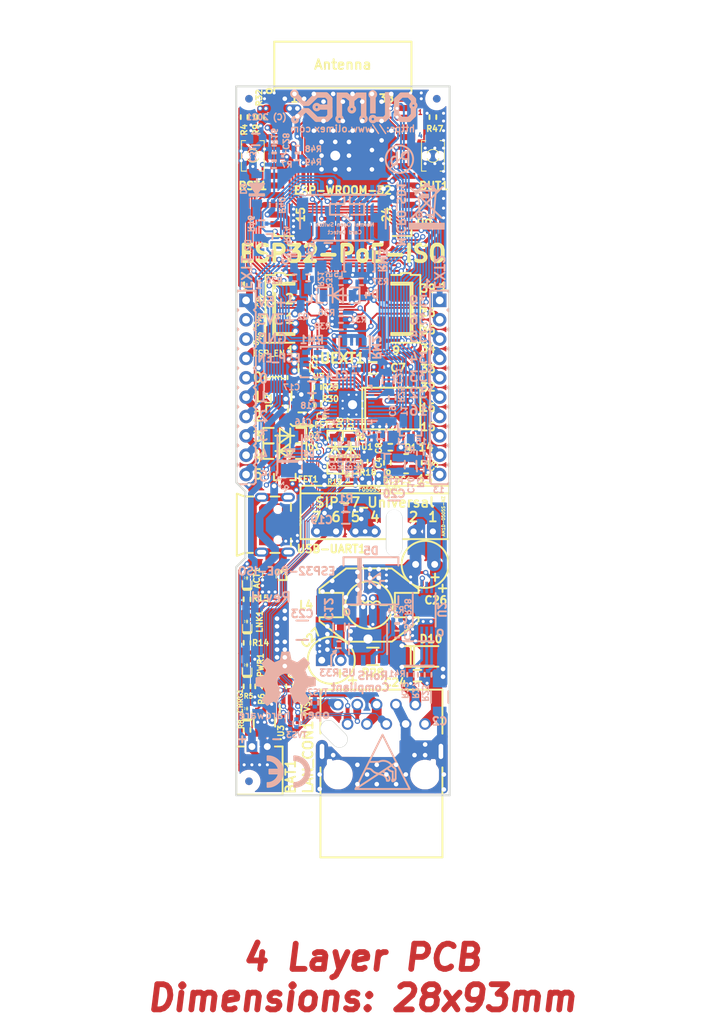
<source format=kicad_pcb>
(kicad_pcb (version 20211014) (generator pcbnew)
  (title_block (title "ESP32-PoE-ISO") (date "2021-11-04") (rev "H") (company "OLIMEX Ltd.") (comment 1 "https://www.olimex.com"))
  (layers (0 "F.Cu" signal) (1 "In1.Cu" power) (2 "In2.Cu" power) (31 "B.Cu" signal) (34 "B.Paste" user) (35 "F.Paste" user) (36 "B.SilkS" user "B.Silkscreen") (37 "F.SilkS" user "F.Silkscreen") (38 "B.Mask" user) (39 "F.Mask" user) (44 "Edge.Cuts" user))
  (net 0 "")
  (net 1 "+5V")
  (net 2 "GND")
  (net 3 "Net-(BAT1-Pad1)")
  (net 4 "Net-(BUT1-Pad2)")
  (net 5 "/GPI34/BUT1")
  (net 6 "+3V3")
  (net 7 "Net-(C11-Pad1)")
  (net 8 "/GPIO3/U0RXD")
  (net 9 "/ESP_EN")
  (net 10 "/GPIO25/EMAC_RXD0(RMII)")
  (net 11 "/GPIO19/EMAC_TXD0(RMII)")
  (net 12 "/GPIO26/EMAC_RXD1(RMII)")
  (net 13 "/GPIO1/U0TXD")
  (net 14 "Net-(L2-Pad1)")
  (net 15 "Net-(Q2-Pad1)")
  (net 16 "/GPIO22/EMAC_TXD1(RMII)")
  (net 17 "/GPIO21/EMAC_TX_EN(RMII)")
  (net 18 "Net-(MICRO_SD1-Pad5)")
  (net 19 "/GPI36/U1RXD")
  (net 20 "/GPIO23/MDC(RMII)")
  (net 21 "/GPIO27/EMAC_RX_CRS_DV")
  (net 22 "/GPIO4/U1TXD")
  (net 23 "/GPIO2/HS2_DATA0")
  (net 24 "/GPIO13/I2C-SDA")
  (net 25 "/GPIO14/HS2_CLK")
  (net 26 "/GPIO15/HS2_CMD")
  (net 27 "/GPIO16/I2C-SCL")
  (net 28 "/GPIO18/MDIO(RMII)")
  (net 29 "/+5V_USB")
  (net 30 "Net-(MICRO_SD1-Pad1)")
  (net 31 "Net-(MICRO_SD1-Pad2)")
  (net 32 "Net-(MICRO_SD1-Pad8)")
  (net 33 "Net-(U4-Pad4)")
  (net 34 "Net-(U4-Pad14)")
  (net 35 "Net-(U4-Pad18)")
  (net 36 "Net-(U4-Pad20)")
  (net 37 "Net-(U4-Pad26)")
  (net 38 "Net-(USB-UART1-Pad4)")
  (net 39 "Net-(MICRO_SD1-Pad7)")
  (net 40 "/D_Com")
  (net 41 "Earth")
  (net 42 "+5VP")
  (net 43 "Spare1")
  (net 44 "Spare2")
  (net 45 "/GPIO33")
  (net 46 "/GPIO32")
  (net 47 "/GPI39")
  (net 48 "Net-(FID1-PadFid1)")
  (net 49 "Net-(FID2-PadFid1)")
  (net 50 "Net-(FID3-PadFid1)")
  (net 51 "Net-(MICRO_SD1-PadCD1)")
  (net 52 "Net-(C4-Pad1)")
  (net 53 "Net-(C5-Pad1)")
  (net 54 "Net-(C21-Pad2)")
  (net 55 "Net-(D4-Pad1)")
  (net 56 "Net-(Q2-Pad2)")
  (net 57 "Net-(Q3-Pad3)")
  (net 58 "Net-(Q3-Pad2)")
  (net 59 "Net-(Q3-Pad1)")
  (net 60 "Net-(R6-Pad1)")
  (net 61 "Net-(R26-Pad1)")
  (net 62 "Net-(R29-Pad1)")
  (net 63 "Net-(U1-Pad17)")
  (net 64 "Net-(U1-Pad14)")
  (net 65 "Net-(U1-Pad13)")
  (net 66 "Net-(U1-Pad12)")
  (net 67 "Net-(U1-Pad11)")
  (net 68 "Net-(U9-Pad32)")
  (net 69 "Net-(C6-Pad1)")
  (net 70 "+3.3VLAN")
  (net 71 "Net-(C17-Pad1)")
  (net 72 "/GPIO0")
  (net 73 "/GPIO5/SPI_CS")
  (net 74 "/GPI35")
  (net 75 "Net-(RM1-Pad3.2)")
  (net 76 "Net-(RM1-Pad2.2)")
  (net 77 "Net-(RM1-Pad4.2)")
  (net 78 "/GPIO17/EMAC_CLK_OUT_180")
  (net 79 "Net-(U9-Pad22)")
  (net 80 "Net-(U9-Pad21)")
  (net 81 "Net-(U9-Pad20)")
  (net 82 "Net-(U9-Pad19)")
  (net 83 "Net-(U9-Pad18)")
  (net 84 "Net-(U9-Pad17)")
  (net 85 "/GPIO12/PHY_PWR")
  (net 86 "Net-(FID4-PadFid1)")
  (net 87 "Net-(FID5-PadFid1)")
  (net 88 "Net-(FID6-PadFid1)")
  (net 89 "Net-(ACT1-Pad2)")
  (net 90 "Net-(ACT1-Pad1)")
  (net 91 "Net-(LNK1-Pad1)")
  (net 92 "Net-(C3-Pad1)")
  (net 93 "Net-(RM1-Pad1.2)")
  (net 94 "Net-(CHRG1-Pad1)")
  (net 95 "Net-(PWR1-Pad1)")
  (net 96 "Net-(C10-Pad2)")
  (net 97 "Net-(R3-Pad2)")
  (net 98 "Net-(L3-Pad1)")
  (net 99 "Net-(R8-Pad2)")
  (net 100 "/TD+")
  (net 101 "/TD-")
  (net 102 "/RD+")
  (net 103 "/RD-")
  (net 104 "/Shield")
  (net 105 "Net-(R14-Pad2)")
  (net 106 "/USB_D-")
  (net 107 "/USB_D+")
  (net 108 "Net-(C8-Pad1)")
  (net 109 "Net-(D6-Pad1)")
  (net 110 "Net-(D7-Pad2)")
  (net 111 "Net-(U1-Pad20)")
  (net 112 "Net-(D9-Pad1)")
  (net 113 "Net-(C12-Pad1)")
  (net 114 "Net-(C12-Pad2)")
  (net 115 "Net-(C25-Pad2)")
  (net 116 "Net-(R22-Pad2)")
  (net 117 "Net-(R23-Pad1)")
  (net 118 "Net-(R27-Pad2)")
  (net 119 "Net-(R33-Pad1)")
  (net 120 "Net-(U2-Pad7)")
  (net 121 "Net-(U2-Pad6)")
  (net 122 "Net-(U5-Pad7)")
  (net 123 "/5V_DCDC")
  (net 124 "/ILIM")
  (footprint "OLIMEX_Other-FP:Fiducial1x3" (layer "F.Cu") (at 91.821 186.309 -90)
    (fp_text reference "FID3" hide)
    (fp_text value "Fiducial" hide)
  )
  (footprint "OLIMEX_Cases-FP:ESP-WROOM-32_MODULE" (layer "F.Cu") (at 104.14 102.035)
    (fp_text reference "U9")
    (fp_text value "ESP32-WROOM-32D-4MB")
  )
  (footprint "OLIMEX_Other-FP:Fiducial1x3" (layer "F.Cu") (at 116.459 96.774 -90)
    (fp_text reference "FID2" hide)
    (fp_text value "Fiducial" hide)
  )
  (footprint "OLIMEX_RLC-FP:R_0402_5MIL_DWS" (layer "F.Cu") (at 93.345 99.187 -90)
    (fp_text reference "R32")
    (fp_text value "10k/R0402")
  )
  (footprint "OLIMEX_Buttons-FP:IT1185AU2_V2" (layer "F.Cu") (at 115.959 104.267 90)
    (fp_text reference "BUT1")
    (fp_text value "IT1185AU2")
  )
  (footprint "OLIMEX_RLC-FP:C_0603_5MIL_DWS" (layer "F.Cu") (at 94.869 174.371 90)
    (fp_text reference "C1")
    (fp_text value "22uF/6.3V/20%/X5R/C0603")
  )
  (footprint "OLIMEX_IC-FP:SOT-23-5" (layer "F.Cu") (at 93.853 178.562 -90)
    (fp_text reference "U3")
    (fp_text value "BL4054B-42TPRN(SOT23-5)")
  )
  (footprint "OLIMEX_RLC-FP:R_0402_5MIL_DWS" (layer "F.Cu") (at 93.091 173.863 90)
    (fp_text reference "R6")
    (fp_text value "10k/R0402")
  )
  (footprint "OLIMEX_RLC-FP:R_0402_5MIL_DWS" (layer "F.Cu") (at 91.186 99.187 90)
    (fp_text reference "R4")
    (fp_text value "47k/R0402")
  )
  (footprint "OLIMEX_RLC-FP:R_0402_5MIL_DWS" (layer "F.Cu") (at 92.075 99.187 -90)
    (fp_text reference "R9")
    (fp_text value "100k/R0402")
  )
  (footprint "OLIMEX_LEDs-FP:LED_0603_KA" (layer "F.Cu") (at 91.567 176.784 90)
    (fp_text reference "CHRG1")
    (fp_text value "LED/YELLOW/0603")
  )
  (footprint "OLIMEX_LEDs-FP:LED_0603_KA" (layer "F.Cu") (at 91.567 171.069 90)
    (fp_text reference "PWR1")
    (fp_text value "LED/RED/0603")
  )
  (footprint "OLIMEX_RLC-FP:R_0402_5MIL_DWS" (layer "F.Cu") (at 91.567 173.863 -90)
    (fp_text reference "R5")
    (fp_text value "2.2k/R0402")
  )
  (footprint "OLIMEX_Other-FP:Fiducial1x3" (layer "F.Cu") (at 91.821 96.774 -90)
    (fp_text reference "FID1" hide)
    (fp_text value "Fiducial" hide)
  )
  (footprint "OLIMEX_Buttons-FP:IT1185AU2_V2" (layer "F.Cu") (at 92.321 104.267 90)
    (fp_text reference "RST1")
    (fp_text value "IT1185AU2")
  )
  (footprint "OLIMEX_Connectors-FP:LIPO_BAT-CON2DW02R" (layer "F.Cu") (at 93.218 184.912)
    (fp_text reference "BAT1")
    (fp_text value "DW02R")
  )
  (footprint "OLIMEX_RLC-FP:C_0402_5MIL_DWS" (layer "F.Cu") (at 97.155 173.863 90)
    (fp_text reference "C11")
    (fp_text value "100nF/16V/10%/X7R/C0402")
  )
  (footprint "OLIMEX_Transistors-FP:SOT23" (layer "F.Cu") (at 96.52 146.177 90)
    (fp_text reference "FET1")
    (fp_text value "WPM2015-3/TR")
  )
  (footprint "OLIMEX_RLC-FP:CD32" (layer "F.Cu") (at 95.377 133.35 90)
    (fp_text reference "L2")
    (fp_text value "2.2uH/1.5A/DCR=72mR/20%/3.00x3.00x1.50mm/CD32(NR3015T2R2M)")
  )
  (footprint "OLIMEX_RLC-FP:R_0402_5MIL_DWS" (layer "F.Cu") (at 100.838 136.906 -90)
    (fp_text reference "R30")
    (fp_text value "49.9k/1%/R0402")
  )
  (footprint "OLIMEX_RLC-FP:R_0402_5MIL_DWS" (layer "F.Cu") (at 100.838 134.62 90)
    (fp_text reference "R29")
    (fp_text value "220k/R0402")
  )
  (footprint "OLIMEX_RLC-FP:C_0603_5MIL_DWS" (layer "F.Cu") (at 98.806 138.684)
    (fp_text reference "C6")
    (fp_text value "22uF/6.3V/20%/X5R/C0603")
  )
  (footprint "OLIMEX_Regulators-FP:SOT-23-5" (layer "F.Cu") (at 98.806 135.763 90)
    (fp_text reference "U7")
    (fp_text value "SY8089AAAC(SOT23-5)")
  )
  (footprint "OLIMEX_RLC-FP:C_0603_5MIL_DWS" (layer "F.Cu") (at 99.06 132.08 -90)
    (fp_text reference "C22")
    (fp_text value "22uF/6.3V/20%/X5R/C0603")
  )
  (footprint "OLIMEX_RLC-FP:R_0402_5MIL_DWS" (layer "F.Cu") (at 91.567 168.148 -90)
    (fp_text reference "R14")
    (fp_text value "2.2k/R0402")
  )
  (footprint "OLIMEX_LEDs-FP:LED_0603_KA" (layer "F.Cu") (at 91.567 165.354 90)
    (fp_text reference "LNK1")
    (fp_text value "LED/GREEN/0603")
  )
  (footprint "OLIMEX_RLC-FP:R_0402_5MIL_DWS" (layer "F.Cu") (at 91.567 162.433 -90)
    (fp_text reference "R15")
    (fp_text value "2.2k/R0402")
  )
  (footprint "OLIMEX_LEDs-FP:LED_0603_KA" (layer "F.Cu") (at 91.567 159.639 90)
    (fp_text reference "ACT1")
    (fp_text value "LED/YELLOW/0603")
  )
  (footprint "OLIMEX_RLC-FP:L_0805_5MIL_DWS" (layer "F.Cu") (at 94.488 159.258 -90)
    (fp_text reference "L3")
    (fp_text value "FB0805/600R/2A")
  )
  (footprint "OLIMEX_RLC-FP:C_0603_5MIL_DWS" (layer "F.Cu") (at 108.077 132.08 180)
    (fp_text reference "C7")
    (fp_text value "22uF/6.3V/20%/X5R/C0603")
  )
  (footprint "OLIMEX_RLC-FP:C_0402_5MIL_DWS" (layer "F.Cu") (at 114.935 144.526 -90)
    (fp_text reference "C5")
    (fp_text value "27pF/50V/5%/C0G/C0402")
  )
  (footprint "OLIMEX_RLC-FP:C_0402_5MIL_DWS" (layer "F.Cu") (at 109.982 144.526 90)
    (fp_text reference "C4")
    (fp_text value "27pF/50V/5%/C0G/C0402")
  )
  (footprint "OLIMEX_Transistors-FP:SOT23" (layer "F.Cu") (at 95.504 137.668 -90)
    (fp_text reference "FET2")
    (fp_text value "WPM2015-3/TR")
  )
  (footprint "OLIMEX_RLC-FP:R_0402_5MIL_DWS" (layer "F.Cu") (at 106.934 144.399 -90)
    (fp_text reference "R18")
    (fp_text value "10k/R0402")
  )
  (footprint "OLIMEX_Other-FP:Mounting_hole_2_mm" (layer "F.Cu") (at 102.9716 180.0987 45)
    (fp_text reference "Drill_Slot3" hide)
    (fp_text value "2 mm" hide)
  )
  (footprint "OLIMEX_Regulators-FP:SIP-7_Universal" (layer "F.Cu") (at 108.331 153.543 180)
    (fp_text reference "DCDC1")
    (fp_text value "F0505S-2WR2(SIP-7)")
  )
  (footprint "OLIMEX_RLC-FP:CPOL-RM2.5mm_6.3x11mm_PTH" (layer "F.Cu") (at 102.616 170.434 180)
    (fp_text reference "C27")
    (fp_text value "15uF/100V/20%/RM2.5/6.3x11mm(Farnell:1281844)")
  )
  (footprint "OLIMEX_IC-FP:SSOP-20W" (layer "F.Cu") (at 110.49 137.414)
    (fp_text reference "U1")
    (fp_text value "CH340T(SSOP20W)")
  )
  (footprint "OLIMEX_Crystal-FP:TSX-3.2x2.5mm_GND(3)" (layer "F.Cu") (at 112.438 144.653)
    (fp_text reference "Q1")
    (fp_text value "Q12MHz/20pF/10ppm/4P/3.2x2.5mm")
  )
  (footprint "OLIMEX_RLC-FP:R_0402_5MIL_DWS" (layer "F.Cu") (at 104.775 146.685 180)
    (fp_text reference "R19")
    (fp_text value "10k/R0402")
  )
  (footprint "OLIMEX_Diodes-FP:SOD-123_1C-2A_KA" (layer "F.Cu") (at 103.124 143.129 -90)
    (fp_text reference "D6")
    (fp_text value "1N5819S4/SOD123")
  )
  (footprint "OLIMEX_Diodes-FP:SOD-123_1C-2A_KA" (layer "F.Cu") (at 105.156 143.129 -90)
    (fp_text reference "D7")
    (fp_text value "1N5819S4/SOD123")
  )
  (footprint "OLIMEX_Diodes-FP:SOD-123_1C-2A_KA" (layer "F.Cu") (at 96.52 140.97 180)
    (fp_text reference "D3")
    (fp_text value "1N5819S4/SOD123")
  )
  (footprint "OLIMEX_Diodes-FP:SOD-123_1C-2A_KA" (layer "F.Cu") (at 96.52 143.002)
    (fp_text reference "D1")
    (fp_text value "1N5819S4/SOD123")
  )
  (footprint "OLIMEX_Connectors-FP:USB-MICRO_MISB-SWMM-5B_LF" (layer "F.Cu") (at 93.726 152.654 180)
    (fp_text reference "USB-UART1")
    (fp_text value "MISB-SWMM-5B-LF(USB_MICRO)")
  )
  (footprint "OLIMEX_Other-FP:Mounting_hole_2_mm" (layer "F.Cu") (at 110.871 153.7335)
    (fp_text reference "Drill_Slot1" hide)
    (fp_text value "2 mm" hide)
  )
  (footprint "OLIMEX_Diodes-FP:SOT-23-5" (layer "F.Cu") (at 97.282 176.911 -90)
    (fp_text reference "TVS1")
    (fp_text value "ESDS314DBVR(SOT-23-5)")
  )
  (footprint "OLIMEX_Connectors-FP:RJP-003TC1(LPJ4112CNL)" (layer "F.Cu") (at 109.2 185.293)
    (fp_text reference "LAN_CON1")
    (fp_text value "RJP-003TC1(LPJ4112CNL)")
  )
  (footprint "OLIMEX_Connectors-FP:GBH-254-SMT-10" (layer "F.Cu") (at 104.14 124.333)
    (fp_text reference "UEXT1")
    (fp_text value "P-B-V-10-LF")
  )
  (footprint "OLIMEX_RLC-FP:C_0402_5MIL_DWS" (layer "F.Cu") (at 110.363 142.494)
    (fp_text reference "C8")
    (fp_text value "100nF/16V/10%/X7R/C0402")
  )
  (footprint "OLIMEX_RLC-FP:R_1206_5MIL_DWS" (layer "F.Cu") (at 108.077 169.926)
    (fp_text reference "R28")
    (fp_text value "0.03R/1%/R1206")
  )
  (footprint "OLIMEX_RLC-FP:DBS135" (layer "F.Cu") (at 107.569 163.195)
    (fp_text reference "L4")
    (fp_text value "33uH/2.1A/DCR=0.1R/20%/DBS135(PD3316MT330)")
  )
  (footprint "OLIMEX_RLC-FP:CPOL-RM2.5mm_6.3x11mm_PTH" (layer "F.Cu") (at 114.935 157.861 180)
    (fp_text reference "C26")
    (fp_text value "470uF/10V/20%/Low_ESR/RM2.5/6.0x11mm")
  )
  (footprint "OLIMEX_RLC-FP:R_0402_5MIL_DWS" (layer "F.Cu") (at 115.951 99.187 90)
    (fp_text reference "R47")
    (fp_text value "220R/R0402")
  )
  (footprint "OLIMEX_RLC-FP:R_0402_5MIL_DWS" (layer "F.Cu") (at 91.567 179.578 -90)
    (fp_text reference "R8")
    (fp_text value "2.2k/R0402")
  )
  (footprint "OLIMEX_RLC-FP:C_0603_5MIL_DWS" (layer "F.Cu") (at 113.919 172.466)
    (fp_text reference "C24")
    (fp_text value "100nF/100V/10%/X7R/C0603")
  )
  (footprint "OLIMEX_Diodes-FP:SMA-KA" (layer "F.Cu") (at 114.173 169.926)
    (fp_text reference "D10")
    (fp_text value "SMAJ58A/SMA")
  )
  (footprint "OLIMEX_RLC-FP:L_0805_5MIL_DWS" (layer "B.Cu") (at 102.235 118.618)
    (fp_text reference "L5")
    (fp_text value "FB0805/600R/2A")
  )
  (footprint "OLIMEX_Connectors-FP:HN1x10" (layer "B.Cu") (at 116.84 134.65 -90)
    (fp_text reference "EXT2")
    (fp_text value "NS(HN1x10)")
  )
  (footprint "OLIMEX_Other-FP:Fiducial1x3" (layer "B.Cu") (at 91.821 186.309 -90)
    (fp_text reference "FID6" hide)
    (fp_text value "Fiducial" hide)
  )
  (footprint "OLIMEX_RLC-FP:R_0402_5MIL_DWS" (layer "B.Cu") (at 106.553 120.777 180)
    (fp_text reference "R37")
    (fp_text value "10k/R0402")
  )
  (footprint "OLIMEX_Connectors-FP:uSD(TFC-9P-1.xH(ATFFS150A01BR016))" (layer "B.Cu") (at 104.14 111.887)
    (fp_text reference "MICRO_SD1")
    (fp_text value "TFC-9P-1.7H(ATFFS150A01BR016)")
  )
  (footprint "OLIMEX_RLC-FP:R_0402_5MIL_DWS" (layer "B.Cu") (at 94.996 110.744 90)
    (fp_text reference "R40")
    (fp_text value "10R/R0402")
  )
  (footprint "OLIMEX_Other-FP:Fiducial1x3" (layer "B.Cu") (at 116.459 96.774 -90)
    (fp_text reference "FID5" hide)
    (fp_text value "Fiducial" hide)
  )
  (footprint "OLIMEX_Other-FP:Fiducial1x3" (layer "B.Cu") (at 91.821 96.774 -90)
    (fp_text reference "FID4" hide)
    (fp_text value "Fiducial" hide)
  )
  (footprint "OLIMEX_RLC-FP:R_MATRIX_4" (layer "B.Cu") (at 106.299 117.983)
    (fp_text reference "RM3")
    (fp_text value "RA1206_(4X0603)_4B8_2.2k")
  )
  (footprint "OLIMEX_RLC-FP:R_0402_5MIL_DWS" (layer "B.Cu") (at 103.886 126.619)
    (fp_text reference "R39")
    (fp_text value "10k/R0402")
  )
  (footprint "OLIMEX_Connectors-FP:HN1x10" (layer "B.Cu") (at 91.44 134.65 -90)
    (fp_text reference "EXT1")
    (fp_text value "NS(HN1x10)")
  )
  (footprint "OLIMEX_RLC-FP:C_0603_5MIL_DWS" (layer "B.Cu") (at 104.521 151.765)
    (fp_text reference "C19")
    (fp_text value "22uF/6.3V/20%/X5R/C0603")
  )
  (footprint "OLIMEX_RLC-FP:C_1206_5MIL_DWS_ISO" (layer "B.Cu") (at 116.84 175.26 -90)
    (fp_text reference "C2")
    (fp_text value "1nF/2000V/10%/X7R/C1206")
  )
  (footprint "OLIMEX_RLC-FP:C_1808(4520)_5MIL_DWS_ISO" (layer "B.Cu") (at 110.871 150.749)
    (fp_text reference "C20")
    (fp_text value "NA(1.0nF/3kV/10%/X7R/SMD/1808(VISHAY-VJ1808Y102KBHAT4X_Farnell-2407291))")
  )
  (footprint "OLIMEX_RLC-FP:C_1808(4520)_5MIL_DWS_ISO" (layer "B.Cu") (at 98.806 166.497)
    (fp_text reference "C23")
    (fp_text value "1.0nF/3kV/10%/X7R/SMD/1808(VISHAY-VJ1808Y102KBHAT4X_Farnell-2407291)")
  )
  (footprint "OLIMEX_RLC-FP:R_0402_5MIL_DWS" (layer "B.Cu") (at 97.155 116.205 180)
    (fp_text reference "R24")
    (fp_text value "220R/R0402")
  )
  (footprint "OLIMEX_RLC-FP:R_0402_5MIL_DWS" (layer "B.Cu") (at 114.3 143.256 90)
    (fp_text reference "R3")
    (fp_text value "1k/R0402")
  )
  (footprint "OLIMEX_RLC-FP:C_0603_5MIL_DWS" (layer "B.Cu") (at 113.03 144.78 90)
    (fp_text reference "C10")
    (fp_text value "22uF/6.3V/20%/X5R/C0603")
  )
  (footprint "OLIMEX_RLC-FP:C_0402_5MIL_DWS" (layer "B.Cu") (at 100.076 135.89 180)
    (fp_text reference "C18")
    (fp_text value "100nF/16V/10%/X7R/C0402")
  )
  (footprint "OLIMEX_RLC-FP:C_0603_5MIL_DWS" (layer "B.Cu") (at 110.109 133.604 -90)
    (fp_text reference "C21")
    (fp_text value "NA(10uF/6.3V/20%/X5R/C0603)")
  )
  (footprint "OLIMEX_RLC-FP:C_0603_5MIL_DWS" (layer "B.Cu") (at 100.076 134.62 180)
    (fp_text reference "C17")
    (fp_text value "2.2uF/6.3V/10%/X5R/C0603")
  )
  (footprint "OLIMEX_RLC-FP:L_0805_5MIL_DWS" (layer "B.Cu") (at 109.093 142.367 180)
    (fp_text reference "L1")
    (fp_text value "FB0805/600R/2A")
  )
  (footprint "OLIMEX_IC-FP:QFN32_EP(33)_5.00x5.00x0.90mm_Pitch_0.50mm" (layer "B.Cu") (at 105.41 136.906 90)
    (fp_text reference "U4")
    (fp_text value "LAN8710A-EZC(QFN32)")
  )
  (footprint "OLIMEX_Transistors-FP:SOT23" (layer "B.Cu") (at 113.03 140.335 90)
    (fp_text reference "T1")
    (fp_text value "LMUN2211LT1G(SOT-23)")
  )
  (footprint "OLIMEX_RLC-FP:R_0402_5MIL_DWS" (layer "B.Cu") (at 106.68 141.986 90)
    (fp_text reference "R12")
    (fp_text value "49.9R/1%/R0402")
  )
  (footprint "OLIMEX_RLC-FP:R_0402_5MIL_DWS" (layer "B.Cu") (at 114.3 145.415 90)
    (fp_text reference "R2")
    (fp_text value "10k/R0402")
  )
  (footprint "OLIMEX_RLC-FP:R_0402_5MIL_DWS" (layer "B.Cu") (at 95.123 103.378 180)
    (fp_text reference "R16")
    (fp_text value "470k/R0402")
  )
  (footprint "OLIMEX_RLC-FP:R_0402_5MIL_DWS" (layer "B.Cu") (at 95.123 105.41)
    (fp_text reference "R7")
    (fp_text value "470k/R0402")
  )
  (footprint "OLIMEX_RLC-FP:C_0603_5MIL_DWS" (layer "B.Cu") (at 110.617 139.954 90)
    (fp_text reference "C9")
    (fp_text value "22uF/6.3V/20%/X5R/C0603")
  )
  (footprint "OLIMEX_Transistors-FP:SOT23" (layer "B.Cu") (at 110.236 144.78)
    (fp_text reference "FET3")
    (fp_text value "WPM2015-3/TR")
  )
  (footprint "OLIMEX_RLC-FP:R_0402_5MIL_DWS" (layer "B.Cu") (at 110.617 136.017 -90)
    (fp_text reference "R25")
    (fp_text value "10k/R0402")
  )
  (footprint "OLIMEX_RLC-FP:C_0402_5MIL_DWS" (layer "B.Cu") (at 100.965 139.192 180)
    (fp_text reference "C16")
    (fp_text value "100nF/16V/10%/X7R/C0402")
  )
  (footprint "OLIMEX_RLC-FP:R_0402_5MIL_DWS" (layer "B.Cu") (at 100.965 140.081 180)
    (fp_text reference "R26")
    (fp_text value "12.1k/1%/R0402")
  )
  (footprint "OLIMEX_RLC-FP:R_0402_5MIL_DWS" (layer "B.Cu") (at 104.521 150.495)
    (fp_text reference "R1")
    (fp_text value "10k/R0402")
  )
  (footprint "OLIMEX_RLC-FP:R_0402_5MIL_DWS" (layer "B.Cu") (at 97.79 120.269 180)
    (fp_text reference "R20")
    (fp_text value "1k/R0402")
  )
  (footprint "OLIMEX_RLC-FP:R_0402_5MIL_DWS" (layer "B.Cu") (at 99.568 120.269 180)
    (fp_text reference "R21")
    (fp_text value "1k/R0402")
  )
  (footprint "OLIMEX_Transistors-FP:SOT23" (layer "B.Cu") (at 98.679 117.729 -90)
    (fp_text reference "Q3")
    (fp_text value "BC817-40(SOT23)")
  )
  (footprint "OLIMEX_Transistors-FP:SOT23" (layer "B.Cu") (at 98.61296 122.77344 90)
    (fp_text reference "Q2")
    (fp_text value "BC817-40(SOT23)")
  )
  (footprint "OLIMEX_Diodes-FP:SOT23-3" (layer "B.Cu") (at 94.234 115.951 180)
    (fp_text reference "D2")
    (fp_text value "BAT54C(SOT23-3)")
  )
  (footprint "OLIMEX_RLC-FP:R_0402_5MIL_DWS" (layer "B.Cu") (at 103.886 125.73)
    (fp_text reference "R31")
    (fp_text value "2.2k/R0402")
  )
  (footprint "OLIMEX_RLC-FP:R_0402_5MIL_DWS" (layer "B.Cu") (at 98.171 103.378 180)
    (fp_text reference "R48")
    (fp_text value "10k/R0402")
  )
  (footprint "OLIMEX_RLC-FP:R_0402_5MIL_DWS" (layer "B.Cu") (at 98.171 104.394)
    (fp_text reference "R49")
    (fp_text value "NA/R0402")
  )
  (footprint "OLIMEX_RLC-FP:R_0402_5MIL_DWS" (layer "B.Cu") (at 103.886 120.777)
    (fp_text reference "R35")
    (fp_text value "2.2k/R0402")
  )
  (footprint "OLIMEX_RLC-FP:R_0402_5MIL_DWS" (layer "B.Cu") (at 103.886 124.841)
    (fp_text reference "R36")
    (fp_text value "10k/R0402")
  )
  (footprint "OLIMEX_RLC-FP:C_0603_5MIL_DWS" (layer "B.Cu") (at 107.442 144.78 -90)
    (fp_text reference "C13")
    (fp_text value "22uF/6.3V/20%/X5R/C0603")
  )
  (footprint "OLIMEX_RLC-FP:R_0402_5MIL_DWS" (layer "B.Cu") (at 93.599 113.157)
    (fp_text reference "R46")
    (fp_text value "220R/R0402")
  )
  (footprint "OLIMEX_Diodes-FP:SOD-123_1C-2A_KA" (layer "B.Cu") (at 103.505 122.555)
    (fp_text reference "D4")
    (fp_text value "1N5819S4/SOD123")
  )
  (footprint "OLIMEX_RLC-FP:R_0402_5MIL_DWS" (layer "B.Cu") (at 103.124 141.986 90)
    (fp_text reference "R11")
    (fp_text value "49.9R/1%/R0402")
  )
  (footprint "OLIMEX_RLC-FP:R_0402_5MIL_DWS" (layer "B.Cu") (at 104.394 141.986 90)
    (fp_text reference "R10")
    (fp_text value "49.9R/1%/R0402")
  )
  (footprint "OLIMEX_RLC-FP:R_0402_5MIL_DWS" (layer "B.Cu") (at 94.996 145.923 90)
    (fp_text reference "R17")
    (fp_text value "NA/R0402")
  )
  (footprint "OLIMEX_RLC-FP:C_0603_5MIL_DWS" (layer "B.Cu") (at 92.71 102.108 180)
    (fp_text reference "C31")
    (fp_text value "1uF/10V/20%/X5R/C0603")
  )
  (footprint "OLIMEX_Diodes-FP:SOD-123_1C-2A_KA" (layer "B.Cu") (at 92.837 108.585 90)
    (fp_text reference "D9")
    (fp_text value "1N5819S4/SOD123")
  )
  (footprint "OLIMEX_Diodes-FP:D_0402_5MIL_DWS" (layer "B.Cu") (at 100.457 176.022 -90)
    (fp_text reference "TVS2")
    (fp_text value "NA(GG0402052R542P)")
  )
  (footprint "OLIMEX_Diodes-FP:D_0402_5MIL_DWS" (layer "B.Cu") (at 98.044 178.689 -90)
    (fp_text reference "TVS3")
    (fp_text value "NA(GG0402052R542P)")
  )
  (footprint "OLIMEX_RLC-FP:C_0805_5MIL_DWS" (layer "B.Cu") (at 102.235 116.713 180)
    (fp_text reference "C3")
    (fp_text value "47uF/6.3V/20%/X5R/C0805")
  )
  (footprint "OLIMEX_RLC-FP:R_MATRIX_4" (layer "B.Cu") (at 105.664 129.413)
    (fp_text reference "RM2")
    (fp_text value "RA1206_(4X0603)_4B8_2.2k")
  )
  (footprint "OLIMEX_RLC-FP:R_0402_5MIL_DWS" (layer "B.Cu") (at 105.41 141.986 90)
    (fp_text reference "R13")
    (fp_text value "49.9R/1%/R0402")
  )
  (footprint "OLIMEX_RLC-FP:C_0402_5MIL_DWS" (layer "B.Cu") (at 108.839 140.97)
    (fp_text reference "C15")
    (fp_text value "100nF/16V/10%/X7R/C0402")
  )
  (footprint "OLIMEX_Diodes-FP:DO214AA_1(K)-2(A)" (layer "B.Cu") (at 97.155 143.383 90)
    (fp_text reference "D8")
    (fp_text value "NA(SMBJ6.0A)")
  )
  (footprint "OLIMEX_LOGOs-FP:OLIMEX_LOGO_TB" (layer "B.Cu") (at 105.41 97.79 180)
    (fp_text reference "Logo_Olimex" hide)
    (fp_text value "" hide)
  )
  (footprint "OLIMEX_LOGOs-FP:LOGO_PBFREE" (layer "B.Cu") (at 111.76 104.394)
    (fp_text reference "Sign_PB-Free")
    (fp_text value "")
  )
  (footprint "OLIMEX_LOGOs-FP:LOGO_RECYCLEBIN_1" (layer "B.Cu") (at 117.475 113.919 180)
    (fp_text reference "Sign_RecycleBin" hide)
    (fp_text value "" hide)
  )
  (footprint "OLIMEX_LOGOs-FP:LOGO_OPENHARDWARE_8x8" (layer "B.Cu") (at 96.647 173.355 180)
    (fp_text reference "Logo_OSHW" hide)
    (fp_text value "" hide)
  )
  (footprint "OLIMEX_LOGOs-FP:CE_Sign" (layer "B.Cu") (at 96.012 185.039 180)
    (fp_text reference "Sign_CE" hide)
    (fp_text value "CE_Sign" hide)
  )
  (footprint "OLIMEX_LOGOs-FP:LOGO_ANTISTATIC_1" (layer "B.Cu") (at 112.903 187.325 180)
    (fp_text reference "Sign_Antistatic" hide)
    (fp_text value "Val**" hide)
  )
  (footprint "OLIMEX_RLC-FP:C_0402_5MIL_DWS" (layer "B.Cu") (at 111.252 167.005 180)
    (fp_text reference "C25")
    (fp_text value "12pF/50V/5%/COG/C0402")
  )
  (footprint "OLIMEX_RLC-FP:R_0402_5MIL_DWS" (layer "B.Cu") (at 113.03 172.339 90)
    (fp_text reference "R22")
    (fp_text value "24.9k/1%/R0402")
  )
  (footprint "OLIMEX_RLC-FP:R_0402_5MIL_DWS" (layer "B.Cu") (at 115.316 172.339 -90)
    (fp_text reference "R23")
    (fp_text value "180k/1%/R0402")
  )
  (footprint "OLIMEX_RLC-FP:R_0402_5MIL_DWS" (layer "B.Cu") (at 114.427 172.339 90)
    (fp_text reference "R27")
    (fp_text value "4.42k/1%/1/16W/R0402")
  )
  (footprint "OLIMEX_IC-FP:TSSOP-8_Pitch-0.65mm_Dimensions-4.40x3.00x1.20mm" (layer "B.Cu") (at 114.808 163.83 90)
    (fp_text reference "U2")
    (fp_text value "TPS2375PW(TSSOP-8)")
  )
  (footprint "OLIMEX_RLC-FP:C_0402_5MIL_DWS" (layer "B.Cu") (at 95.123 104.394 180)
    (fp_text reference "C28")
    (fp_text value "1nF/50V/10%/X7R/C0402")
  )
  (footprint "OLIMEX_RLC-FP:C_0402_5MIL_DWS" (layer "B.Cu") (at 105.664 132.334)
    (fp_text reference "C14")
    (fp_text value "100nF/16V/10%/X7R/C0402")
  )
  (footprint "OLIMEX_RLC-FP:R_MATRIX_4" (layer "B.Cu") (at 100.076 131.318 90)
    (fp_text reference "RM1")
    (fp_text value "RA1206_(4X0603)_4B8_2.2k")
  )
  (footprint "OLIMEX_RLC-FP:C_0603_5MIL_DWS" (layer "B.Cu") (at 103.632 166.116 -90)
    (fp_text reference "C12")
    (fp_text value "100nF/100V/10%/X7R/C0603")
  )
  (footprint "OLIMEX_RLC-FP:R_0402_5MIL_DWS" (layer "B.Cu") (at 103.632 168.402 180)
    (fp_text reference "R33")
    (fp_text value "4.7R/R0402")
  )
  (footprint "OLIMEX_Diodes-FP:DO214AB(SMC)_1(K)-2(A)" (layer "B.Cu") (at 107.823 160.02)
    (fp_text reference "D5")
    (fp_text value "SS510/100V/5A/0.85V/DO214AB(SMC)")
  )
  (footprint "OLIMEX_RLC-FP:R_2512_MM_DWS" (layer "B.Cu") (at 114.046 169.545)
    (fp_text reference "R41")
    (fp_text value "4.7k/R2512")
  )
  (footprint "OLIMEX_RLC-FP:R_0402_5MIL_DWS" (layer "B.Cu") (at 111.252 166.116 180)
    (fp_text reference "R38")
    (fp_text value "56.2k/1%/R0402")
  )
  (footprint "OLIMEX_Regulators-FP:ESOIC-8" (layer "B.Cu") (at 107.442 167.646)
    (fp_text reference "U5")
    (fp_text value "TX4138(ESOIC-8)")
  )
  (footprint "OLIMEX_RLC-FP:R_0402_5MIL_DWS" (layer "B.Cu") (at 111.252 165.1)
    (fp_text reference "R34")
    (fp_text value "10.5k/1%/R0402")
  )
  (gr_line (start 112.2045 165.354) (end 112.141 165.608) (layer "B.SilkS") (width 0.2032))
  (gr_line (start 112.141 165.608) (end 112.395 165.5445) (layer "B.SilkS") (width 0.2032))
  (gr_line (start 103.251 169.164) (end 103.124 169.545) (layer "B.SilkS") (width 0.254))
  (gr_line (start 112.4585 164.6555) (end 112.4585 165.2905) (layer "B.SilkS") (width 0.2032))
  (gr_line (start 103.251 169.164) (end 102.87 169.291) (layer "B.SilkS") (width 0.254))
  (gr_line (start 96.139 104.394) (end 96.393 104.394) (layer "B.SilkS") (width 0.2032))
  (gr_line (start 96.647 103.886) (end 96.647 103.632) (layer "B.SilkS") (width 0.2032))
  (gr_line (start 112.4585 165.2905) (end 112.141 165.608) (layer "B.SilkS") (width 0.2032))
  (gr_line (start 102.616 171.196) (end 102.616 169.799) (layer "B.SilkS") (width 0.254))
  (gr_line (start 96.139 104.394) (end 96.647 103.886) (layer "B.SilkS") (width 0.2032))
  (gr_line (start 96.139 104.394) (end 96.139 104.14) (layer "B.SilkS") (width 0.2032))
  (gr_line (start 102.616 169.799) (end 103.251 169.164) (layer "B.SilkS") (width 0.254))
  (gr_line (start 100.33 139.7) (end 97.663 139.7) (layer "F.SilkS") (width 0.254))
  (gr_line (start 100.33 139.7) (end 99.822 139.954) (layer "F.SilkS") (width 0.254))
  (gr_line (start 97.536 139.7) (end 97.282 139.446) (layer "F.SilkS") (width 0.254))
  (gr_line (start 100.33 139.7) (end 99.822 139.446) (layer "F.SilkS") (width 0.254))
  (gr_line (start 97.663 139.7) (end 97.536 139.7) (layer "F.SilkS") (width 0.254))
  (gr_line (start 118.15 188.15) (end 118.15 95.15) (layer "Edge.Cuts") (width 0.254))
  (gr_line (start 90.15 147.1) (end 90.15 95.15) (layer "Edge.Cuts") (width 0.254))
  (gr_line (start 90.15 95.15) (end 118.15 95.15) (layer "Edge.Cuts") (width 0.254))
  (gr_line (start 90.15 188.15) (end 118.15 188.15) (layer "Edge.Cuts") (width 0.254))
  (gr_line (start 90.15 188.15) (end 90.15 158.2) (layer "Edge.Cuts") (width 0.254))
  (gr_line (start 90.15 158.2) (end 91.35 157) (layer "Edge.Cuts") (width 0.254))
  (gr_arc (start 101.538363 180.095033) (mid 101.538363 178.658179) (end 102.975217 178.658179) (layer "Edge.Cuts") (width 0.15))
  (gr_arc (start 104.412048 180.095025) (mid 104.41205 181.531863) (end 102.975212 181.531865) (layer "Edge.Cuts") (width 0.15))
  (gr_line (start 102.975212 181.531865) (end 101.538369 180.095027) (layer "Edge.Cuts") (width 0.15))
  (gr_line (start 104.41205 180.095025) (end 102.975217 178.658179) (layer "Edge.Cuts") (width 0.15))
  (gr_line (start 111.887 155.702) (end 111.887 151.765) (layer "Edge.Cuts") (width 0.15))
  (gr_arc (start 111.887 155.702) (mid 110.871 156.718) (end 109.855 155.702) (layer "Edge.Cuts") (width 0.15))
  (gr_line (start 109.855 155.702) (end 109.854991 151.765) (layer "Edge.Cuts") (width 0.15))
  (gr_arc (start 109.854991 151.765) (mid 110.871 150.748991) (end 111.887009 151.765) (layer "Edge.Cuts") (width 0.15))
  (gr_line (start 91.35 148.3) (end 91.35 157) (layer "Edge.Cuts") (width 0.254))
  (gr_line (start 90.15 147.1) (end 91.35 148.3) (layer "Edge.Cuts") (width 0.254))
  (gr_text "4 Layer PCB\nDimensions: 28x93mm" (at 106.68 212.09) (layer "F.Cu") (effects (font (size 3.302 3.302) (thickness 0.762) italic)))
  (gr_text "1" (at 114.3 98.552) (layer "F.Cu") (effects (font (size 0.635 0.635) (thickness 0.15875))))
  (gr_text "4" (at 114.3 101.6) (layer "B.Cu") (effects (font (size 0.635 0.635) (thickness 0.15875))))
  (gr_text "1" (at 115.189 121.031) (layer "B.SilkS") (effects (font (size 1.016 1.016) (thickness 0.254)) (justify mirror)))
  (gr_text "https://www.olimex.com" (at 105.41 100.711) (layer "B.SilkS") (effects (font (size 0.889 0.889) (thickness 0.1905)) (justify mirror)))
  (gr_text "1" (at 108.839 108.585) (layer "B.SilkS") (effects (font (size 0.762 0.762) (thickness 0.1905)) (justify mirror)))
  (gr_text "(C) 2021" (at 94.107 99.187) (layer "B.SilkS") (effects (font (size 0.762 0.762) (thickness 0.1905)) (justify mirror)))
  (gr_text "RoHS" (at 108.077 172.466) (layer "B.SilkS") (effects (font (size 1.016 1.016) (thickness 0.254)) (justify mirror)))
  (gr_text "Compliant" (at 106.426 173.99) (layer "B.SilkS") (effects (font (size 1.016 1.016) (thickness 0.254)) (justify mirror)))
  (gr_text "ESP32-PoE-ISO" (at 96.774 158.75) (layer "B.SilkS") (effects (font (size 1.016 1.016) (thickness 0.254)) (justify mirror)))
  (gr_text "39" (at 114.046 123.317) (layer "B.SilkS") (effects (font (size 1.27 1.27) (thickness 0.254)) (justify mirror)))
  (gr_text "35" (at 114.046 128.016) (layer "B.SilkS") (effects (font (size 1.27 1.27) (thickness 0.254)) (justify mirror)))
  (gr_text "34" (at 114.046 130.81) (layer "B.SilkS") (effects (font (size 1.27 1.27) (thickness 0.254)) (justify mirror)))
  (gr_text "33" (at 114.046 133.223) (layer "B.SilkS") (effects (font (size 1.27 1.27) (thickness 0.254)) (justify mirror)))
  (gr_text "32" (at 114.046 135.382) (layer "B.SilkS") (effects (font (size 1.27 1.27) (thickness 0.254)) (justify mirror)))
  (gr_text "16" (at 114.046 137.668) (layer "B.SilkS") (effects (font (size 1.27 1.27) (thickness 0.254)) (justify mirror)))
  (gr_text "15" (at 114.427 141.732) (layer "B.SilkS") (effects (font (size 0.762 0.762) (thickness 0.1905)) (justify mirror)))
  (gr_text "14" (at 115.189 144.145 60) (layer "B.SilkS") (effects (font (size 0.762 0.762) (thickness 0.1905)) (justify mirror)))
  (gr_text "13" (at 116.713 148.082) (layer "B.SilkS") (effects (font (size 0.762 0.762) (thickness 0.1905)) (justify mirror)))
  (gr_text "+5V" (at 94.869 123.444) (layer "B.SilkS") (effects (font (size 1.27 1.27) (thickness 0.254)) (justify mirror)))
  (gr_text "+3V3" (at 95.377 125.73) (layer "B.SilkS") (effects (font (size 1.27 1.27) (thickness 0.254)) (justify mirror)))
  (gr_text "GND" (at 94.869 128.27) (layer "B.SilkS") (effects (font (size 1.27 1.27) (thickness 0.254)) (justify mirror)))
  (gr_text "ESP_EN" (at 95.758 130.81) (layer "B.SilkS") (effects (font (size 1.016 1.016) (thickness 0.254)) (justify mirror)))
  (gr_text "0" (at 93.726 133.477) (layer "B.SilkS") (effects (font (size 1.27 1.27) (thickness 0.254)) (justify mirror)))
  (gr_text "1" (at 93.726 135.89) (layer "B.SilkS") (effects (font (size 1.27 1.27) (thickness 0.254)) (justify mirror)))
  (gr_text "2" (at 93.726 138.43) (layer "B.SilkS") (effects (font (size 1.27 1.27) (thickness 0.254)) (justify mirror)))
  (gr_text "3" (at 93.726 140.97) (layer "B.SilkS") (effects (font (size 1.27 1.27) (thickness 0.254)) (justify mirror)))
  (gr_text "4" (at 93.726 143.51) (layer "B.SilkS") (effects (font (size 1.27 1.27) (thickness 0.254)) (justify mirror)))
  (gr_text "5" (at 93.726 146.304) (layer "B.SilkS") (effects (font (size 1.27 1.27) (thickness 0.254)) (justify mirror)))
  (gr_text "+" (at 90.932 180.721) (layer "B.SilkS") (effects (font (size 1.016 1.016) (thickness 0.254)) (justify mirror)))
  (gr_text "-" (at 95.377 180.721) (layer "B.SilkS") (effects (font (size 1.016 1.016) (thickness 0.254)) (justify mirror)))
  (gr_text "36" (at 114.046 125.73) (layer "B.SilkS") (effects (font (size 1.27 1.27) (thickness 0.254)) (justify mirror)))
  (gr_text "Rev.H" (at 94.6785 162.179) (layer "B.SilkS") (effects (font (size 1.27 1.27) (thickness 0.254)) (justify mirror)))
  (gr_text "1" (at 93.091 121.158) (layer "B.SilkS") (effects (font (size 1.016 1.016) (thickness 0.254)) (justify mirror)))
  (gr_text "ESP32-PoE-ISO" (at 104.14 117.094) (layer "F.SilkS") (effects (font (size 2.159 2.159) (thickness 0.508))))
  (gr_text "1" (at 117.348 121.412) (layer "F.SilkS") (effects (font (size 1.016 1.016) (thickness 0.254))))
  (gr_text "+" (at 90.932 180.721) (layer "F.SilkS") (effects (font (size 1.016 1.016) (thickness 0.254))))
  (gr_text "1" (at 97.282 129.794) (layer "F.SilkS") (effects (font (size 1.016 1.016) (thickness 0.254))))
  (gr_text "+5V" (at 93.091 123.317 60) (layer "F.SilkS") (effects (font (size 0.635 0.635) (thickness 0.15875))))
  (gr_text "+3V3" (at 92.964 126.111 60) (layer "F.SilkS") (effects (font (size 0.635 0.635) (thickness 0.15875))))
  (gr_text "GND" (at 93.091 128.27 60) (layer "F.SilkS") (effects (font (size 0.635 0.635) (thickness 0.15875))))
  (gr_text "ESP_EN" (at 94.4245 130.175) (layer "F.SilkS") (effects (font (size 0.762 0.762) (thickness 0.15875))))
  (gr_text "0" (at 92.964 133.223 180) (layer "F.SilkS") (effects (font (size 1.27 1.27) (thickness 0.254))))
  (gr_text "9" (at 111.125 129.794) (layer "F.SilkS") (effects (font (size 1.016 1.016) (thickness 0.254))))
  (gr_text "1" (at 92.964 135.89) (layer "F.SilkS") (effects (font (size 1.27 1.27) (thickness 0.254))))
  (gr_text "2" (at 92.964 138.43) (layer "F.SilkS") (effects (font (size 1.27 1.27) (thickness 0.254))))
  (gr_text "3" (at 92.964 141.097) (layer "F.SilkS") (effects (font (size 1.27 1.27) (thickness 0.254))))
  (gr_text "4" (at 92.964 143.637) (layer "F.SilkS") (effects (font (size 1.27 1.27) (thickness 0.254))))
  (gr_text "5" (at 92.964 146.05) (layer "F.SilkS") (effects (font (size 1.27 1.27) (thickness 0.254))))
  (gr_text "13" (at 114.935 146.685) (layer "F.SilkS") (effects (font (size 1.016 1.016) (thickness 0.254))))
  (gr_text "14" (at 115.062 142.494) (layer "F.SilkS") (effects (font (size 1.016 1.016) (thickness 0.254))))
  (gr_text "15" (at 115.316 139.827) (layer "F.SilkS") (effects (font (size 1.016 1.016) (thickness 0.254))))
  (gr_text "16" (at 115.316 137.287) (layer "F.SilkS") (effects (font (size 1.016 1.016) (thickness 0.254))))
  (gr_text "32" (at 115.316 134.62) (layer "F.SilkS") (effects (font (size 1.016 1.016) (thickness 0.254))))
  (gr_text "33" (at 115.316 132.207) (layer "F.SilkS") (effects (font (size 1.016 1.016) (thickness 0.254))))
  (gr_text "34" (at 115.316 129.54) (layer "F.SilkS") (effects (font (size 1.016 1.016) (thickness 0.254))))
  (gr_text "35" (at 115.316 127.127) (layer "F.SilkS") (effects (font (size 1.016 1.016) (thickness 0.254))))
  (gr_text "36" (at 115.316 124.841) (layer "F.SilkS") (effects (font (size 1.016 1.016) (thickness 0.254))))
  (gr_text "39" (at 115.316 121.666) (layer "F.SilkS") (effects (font (size 1.016 1.016) (thickness 0.254))))
  (gr_text "-" (at 95.631 180.721) (layer "F.SilkS") (effects (font (size 1.016 1.016) (thickness 0.254))))
  (gr_text "1" (at 91.186 121.412) (layer "F.SilkS") (effects (font (size 1.016 1.016) (thickness 0.254))))
  (segment (start 94.62 143.002) (end 94.62 142.245) (width 1.27) (layer "F.Cu") (net 1))
  (segment (start 92.583 175.26) (end 92.329 175.26) (width 0.762) (layer "F.Cu") (net 1))
  (segment (start 91.694 120.777) (end 92.075 121.158) (width 0.508) (layer "F.Cu") (net 1))
  (segment (start 94.615 144.11706) (end 94.615 143.002) (width 1.27) (layer "F.Cu") (net 1))
  (segment (start 91.694 120.777) (end 91.694 121.158) (width 0.508) (layer "F.Cu") (net 1))
  (segment (start 94.803 177.262) (end 94.803 176.215) (width 0.762) (layer "F.Cu") (net 1))
  (segment (start 94.62 140.97) (end 94.62 142.245) (width 1.27) (layer "F.Cu") (net 1))
  (segment (start 91.694 123.063) (end 91.44 123.317) (width 0.508) (layer "F.Cu") (net 1))
  (segment (start 95.5675 145.06956) (end 94.615 144.11706) (width 1.27) (layer "F.Cu") (net 1))
  (segment (start 92.075 123.19) (end 91.44 123.19) (width 0.508) (layer "F.Cu") (net 1))
  (segment (start 91.186 99.695) (end 91.186 102.87) (width 0.508) (layer "F.Cu") (net 1))
  (segment (start 92.329 104.4575) (end 91.039021 105.747479) (width 0.508) (layer "F.Cu") (net 1))
  (segment (start 94.803 177.262) (end 94.803 178.242) (width 0.762) (layer "F.Cu") (net 1))
  (segment (start 92.329 175.26) (end 91.567 176.022) (width 0.762) (layer "F.Cu") (net 1))
  (segment (start 94.803014 175.325986) (end 94.869 175.26) (width 0.762) (layer "F.Cu") (net 1))
  (segment (start 91.44 123.22) (end 91.186 122.966) (width 0.508) (layer "F.Cu") (net 1))
  (segment (start 95.123 146.304) (end 95.123 147.574) (width 1.016) (layer "F.Cu") (net 1))
  (segment (start 93.98 136.779) (end 93.091 135.89) (width 1.27) (layer "F.Cu") (net 1))
  (segment (start 92.583 176.022017) (end 92.583 175.26) (width 0.762) (layer "F.Cu") (net 1))
  (segment (start 92.583 170.307) (end 91.567 170.307) (width 0.762) (layer "F.Cu") (net 1))
  (segment (start 94.803 176.215) (end 94.803014 176.214986) (width 0.762) (layer "F.Cu") (net 1))
  (segment (start 94.615 138.8364) (end 94.615 140.97) (width 1.27) (layer "F.Cu") (net 1))
  (segment (start 93.091 135.89) (end 93.091 132.08) (width 1.27) (layer "F.Cu") (net 1))
  (segment (start 95.123 145.51406) (end 95.123 146.304) (width 1.016) (layer "F.Cu") (net 1))
  (segment (start 94.55404 138.77544) (end 93.98 138.2014) (width 1.27) (layer "F.Cu") (net 1))
  (segment (start 91.567 176.022) (end 92.583 176.022) (width 0.762) (layer "F.Cu") (net 1))
  (segment (start 95.123 146.304) (end 95.123 144.653) (width 1.016) (layer "F.Cu") (net 1))
  (segment (start 92.075 121.158) (end 92.075 123.19) (width 0.508) (layer "F.Cu") (net 1))
  (segment (start 95.758 145.669) (end 95.758 145.161) (width 1.016) (layer "F.Cu") (net 1))
  (segment (start 92.329 104.013) (end 92.329 104.4575) (width 0.508) (layer "F.Cu") (net 1))
  (segment (start 91.186 102.87) (end 92.329 104.013) (width 0.508) (layer "F.Cu") (net 1))
  (segment (start 95.123 146.304) (end 95.758 145.669) (width 1.016) (layer "F.Cu") (net 1))
  (segment (start 95.5675 145.06956) (end 95.123 145.51406) (width 1.016) (layer "F.Cu") (net 1))
  (segment (start 91.694 121.158) (end 91.694 123.063) (width 0.508) (layer "F.Cu") (net 1))
  (segment (start 91.039021 105.747479) (end 91.039021 120.122021) (width 0.508) (layer "F.Cu") (net 1))
  (segment (start 94.803 178.242) (end 94.869 178.308) (width 0.762) (layer "F.Cu") (net 1))
  (segment (start 91.039021 120.122021) (end 91.694 120.777) (width 0.508) (layer "F.Cu") (net 1))
  (segment (start 94.803014 176.214986) (end 94.803014 175.325986) (width 0.762) (layer "F.Cu") (net 1))
  (segment (start 93.98 138.2014) (end 93.98 136.779) (width 1.27) (layer "F.Cu") (net 1))
  (via (at 92.583 176.022) (size 0.7) (drill 0.4) (layers "F.Cu" "B.Cu") (net 1))
  (via (at 93.091 132.08) (size 1) (drill 0.6) (layers "F.Cu" "B.Cu") (net 1))
  (via (at 92.583 170.307) (size 0.7) (drill 0.4) (layers "F.Cu" "B.Cu") (net 1))
  (via (at 94.869 178.308) (size 0.7) (drill 0.4) (layers "F.Cu" "B.Cu") (net 1))
  (via (at 95.123 147.574) (size 1) (drill 0.6) (layers "F.Cu" "B.Cu") (net 1))
  (via (at 92.583 175.26) (size 0.7) (drill 0.4) (layers "F.Cu" "B.Cu") (net 1))
  (via (at 94.803014 176.214986) (size 0.7) (drill 0.4) (layers "F.Cu" "B.Cu") (net 1))
  (segment (start 94.869 178.308) (end 94.869 177.038) (width 1.016) (layer "B.Cu") (net 1))
  (segment (start 92.583 173.609) (end 92.583 176.022) (width 1.016) (layer "B.Cu") (net 1))
  (segment (start 95.25 155.829) (end 93.218 153.797) (width 1.016) (layer "B.Cu") (net 1))
  (segment (start 92.583 172.339) (end 92.583 173.609) (width 1.016) (layer "B.Cu") (net 1))
  (segment (start 93.218 153.797) (end 93.218 151.511) (width 1.016) (layer "B.Cu") (net 1))
  (segment (start 92.583 176.022) (end 93.853 176.022) (width 1.016) (layer "B.Cu") (net 1))
  (segment (start 92.583 159.4882) (end 95.25 156.8212) (width 1.016) (layer "B.Cu") (net 1))
  (segment (start 92.583 172.339) (end 92.583 173.99) (width 1.016) (layer "B.Cu") (net 1))
  (segment (start 94.869 178.308) (end 94.869 176.280972) (width 1.016) (layer "B.Cu") (net 1))
  (segment (start 92.583 175.26) (end 93.848028 175.26) (width 1.016) (layer "B.Cu") (net 1))
  (segment (start 94.610028 176.022) (end 94.803014 176.214986) (width 1.016) (layer "B.Cu") (net 1))
  (segment (start 95.25 156.8212) (end 95.25 155.829) (width 1.016) (layer "B.Cu") (net 1))
  (segment (start 93.218 151.511) (end 95.123 149.606) (width 1.016) (layer "B.Cu") (net 1))
  (segment (start 92.583 170.307) (end 92.583 159.4882) (width 1.016) (layer "B.Cu") (net 1))
  (segment (start 93.091 125.0315) (end 91.44 123.3805) (width 1.27) (layer "B.Cu") (net 1))
  (segment (start 94.803014 176.210014) (end 94.803014 176.214986) (width 1.016) (layer "B.Cu") (net 1))
  (segment (start 95.123 149.606) (end 95.123 147.574) (width 1.016) (layer "B.Cu") (net 1))
  (segment (start 93.848028 175.26) (end 94.803014 176.214986) (width 1.016) (layer "B.Cu") (net 1))
  (segment (start 94.869 177.038) (end 93.853 176.022) (width 1.016) (layer "B.Cu") (net 1))
  (segment (start 93.091 132.08) (end 93.091 125.0315) (width 1.27) (layer "B.Cu") (net 1))
  (segment (start 93.853 176.022) (end 94.610028 176.022) (width 1.016) (layer "B.Cu") (net 1))
  (segment (start 92.583 173.99) (end 94.803014 176.210014) (width 1.016) (layer "B.Cu") (net 1))
  (segment (start 92.583 170.307) (end 92.583 171.069) (width 1.016) (layer "B.Cu") (net 1))
  (segment (start 92.583 171.069) (end 92.583 172.339) (width 1.016) (layer "B.Cu") (net 1))
  (segment (start 94.869 176.280972) (end 94.803014 176.214986) (width 1.016) (layer "B.Cu") (net 1))
  (segment (start 91.44 123.3805) (end 91.44 123.19) (width 1.27) (layer "B.Cu") (net 1))
  (segment (start 94.742 173.355) (end 95.631 173.355) (width 0.762) (layer "F.Cu") (net 2))
  (segment (start 112.115 141.859) (end 111.76 142.214) (width 0.3302) (layer "F.Cu") (net 2))
  (segment (start 114.935 146.304) (end 112.65301 146.304) (width 0.508) (layer "F.Cu") (net 2))
  (segment (start 92.075 100.33) (end 92.075 100.838) (width 0.508) (layer "F.Cu") (net 2))
  (segment (start 92.075 100.965) (end 92.075 100.838) (width 0.508) (layer "F.Cu") (net 2))
  (segment (start 114.931 146.4056) (end 112.64901 146.4056) (width 0.508) (layer "F.Cu") (net 2))
  (segment (start 112.369 139.7) (end 113.665 139.7) (width 0.254) (layer "F.Cu") (net 2))
  (segment (start 100.965 137.541) (end 104.013 137.541) (width 0.508) (layer "F.Cu") (net 2))
  (segment (start 96.4025 154.0415) (end 96.393 154.051) (width 0.4064) (layer "F.Cu") (net 2))
  (segment (start 92.321 102.09) (end 92.621 102.09) (width 0.508) (layer "F.Cu") (net 2))
  (segment (start 99.695 138.684) (end 99.314 139.065) (width 0.254) (layer "F.Cu") (net 2))
  (segment (start 106.934 131.826) (end 106.793974 131.826) (width 0.762) (layer "F.Cu") (net 2))
  (segment (start 111.252 143.129) (end 110.871 143.51) (width 0.508) (layer "F.Cu") (net 2))
  (segment (start 97.663 121.285) (end 97.663 119.507) (width 0.762) (layer "F.Cu") (net 2))
  (segment (start 114.427 96.774) (end 114.688999 97.035999) (width 0.508) (layer "F.Cu") (net 2))
  (segment (start 112.115 141.0335) (end 112.115 140.1445) (width 0.254) (layer "F.Cu") (net 2))
  (segment (start 97.282 178.943) (end 96.774 179.451) (width 0.508) (layer "F.Cu") (net 2))
  (segment (start 93.726 177.546) (end 93.726 173.355) (width 0.254) (layer "F.Cu") (net 2))
  (segment (start 99.695 138.684) (end 99.822 138.684) (width 0.508) (layer "F.Cu") (net 2))
  (segment (start 112.115 138.583) (end 112.522 138.176) (width 0.254) (layer "F.Cu") (net 2))
  (segment (start 96.393 154.051) (end 96.393 154.559) (width 0.508) (layer "F.Cu") (net 2))
  (segment (start 90.53101 121.26501) (end 90.582001 121.316001) (width 0.254) (layer "F.Cu") (net 2))
  (segment (start 97.155 173.355) (end 96.52 173.355) (width 0.762) (layer "F.Cu") (net 2))
  (segment (start 108.497514 144.994486) (end 109.347 144.145) (width 0.508) (layer "F.Cu") (net 2))
  (segment (start 107.569 146.4945) (end 107.569 147.193) (width 0.508) (layer "F.Cu") (net 2))
  (segment (start 109.4105 144.5645) (end 109.4105 144.3355) (width 0.254) (layer "F.Cu") (net 2))
  (segment (start 92.321 102.09) (end 92.075 101.844) (width 0.508) (layer "F.Cu") (net 2))
  (segment (start 98.425 114.77) (end 98.425 112.776) (width 0.762) (layer "F.Cu") (net 2))
  (segment (start 96.393 154.559) (end 96.647 154.813) (width 0.508) (layer "F.Cu") (net 2))
  (segment (start 113.538 145.796) (end 113.538 145.415) (width 0.508) (layer "F.Cu") (net 2))
  (segment (start 98.933 119.507) (end 97.663 119.507) (width 0.762) (layer "F.Cu") (net 2))
  (segment (start 109.4105 145.444702) (end 110.396798 146.431) (width 0.254) (layer "F.Cu") (net 2))
  (segment (start 109.4105 144.3355) (end 109.4105 144.145) (width 0.254) (layer "F.Cu") (net 2))
  (segment (start 99.314 133.35) (end 98.806 133.858) (width 0.508) (layer "F.Cu") (net 2))
  (segment (start 112.115 142.1505) (end 112.115 144.171) (width 0.3302) (layer "F.Cu") (net 2))
  (segment (start 93.853 96.774) (end 93.864 96.785) (width 0.762) (layer "F.Cu") (net 2))
  (segment (start 90.551 169.545) (end 90.551 184.15) (width 0.254) (layer "F.Cu") (net 2))
  (segment (start 98.425 112.014) (end 98.425 112.776) (width 0.762) (layer "F.Cu") (net 2))
  (segment (start 110.49 143.256) (end 109.982 143.764) (width 0.508) (layer "F.Cu") (net 2))
  (segment (start 90.551 158.623) (end 91.376504 157.797496) (width 0.254) (layer "F.Cu") (net 2))
  (segment (start 97.663 111.252) (end 98.425 112.014) (width 0.762) (layer "F.Cu") (net 2))
  (segment (start 110.9345 142.621) (end 110.998 142.621) (width 0.254) (layer "F.Cu") (net 2))
  (segment (start 93.599 159.893) (end 94.488 159.893) (width 0.762) (layer "F.Cu") (net 2))
  (segment (start 98.3615 135.89) (end 97.663 135.89) (width 0.508) (layer "F.Cu") (net 2))
  (segment (start 113.771 145.415) (end 113.538 145.415) (width 0.508) (layer "F.Cu") (net 2))
  (segment (start 114.427 96.139) (end 114.427 96.774) (width 1.016) (layer "F.Cu") (net 2))
  (segment (start 112.522 138.176) (end 114.173 138.176) (width 0.254) (layer "F.Cu") (net 2))
  (segment (start 113.908 96.842602) (end 113.908 96.785) (width 0.508) (layer "F.Cu") (net 2))
  (segment (start 112.395 146.431) (end 112.522 146.431) (width 0.254) (layer "F.Cu") (net 2))
  (segment (start 114.935 145.923) (end 114.935 145.669) (width 0.508) (layer "F.Cu") (net 2))
  (segment (start 107.569 145.996902) (end 108.497514 145.068388) (width 0.6096) (layer "F.Cu") (net 2))
  (segment (start 90.551 98.933) (end 90.551 98.044) (width 0.254) (layer "F.Cu") (net 2))
  (segment (start 90.582001 121.316001) (end 90.932 121.666) (width 0.254) (layer "F.Cu") (net 2))
  (segment (start 97.282 154.686) (end 97.409 154.813) (width 0.508) (layer "F.Cu") (net 2))
  (segment (start 99.822 138.684) (end 100.457 138.049) (width 0.508) (layer "F.Cu") (net 2))
  (segment (start 92.075 99.695) (end 92.075 100.33) (width 0.508) (layer "F.Cu") (net 2))
  (segment (start 98.806 135.4455) (end 98.679 135.5725) (width 0.508) (layer "F.Cu") (net 2))
  (segment (start 93.853 103.322) (end 93.853 103.378) (width 0.508) (layer "F.Cu") (net 2))
  (segment (start 91.567 162.941) (end 92.1385 162.941) (width 0.762) (layer "F.Cu") (net 2))
  (segment (start 115.316 145.796) (end 114.935 145.796) (width 0.762) (layer "F.Cu") (net 2))
  (segment (start 106.68 146.6215) (end 107.442 146.6215) (width 0.508) (layer "F.Cu") (net 2))
  (segment (start 95.123 96.139) (end 114.427 96.139) (width 1.016) (layer "F.Cu") (net 2))
  (segment (start 93.599 160.655) (end 93.599 159.893) (width 0.762) (layer "F.Cu") (net 2))
  (segment (start 109.982 144.018) (end 110.49 144.018) (width 0.508) (layer "F.Cu") (net 2))
  (segment (start 99.06 119.634) (end 98.933 119.507) (width 0.762) (layer "F.Cu") (net 2))
  (segment (start 114.681 146.431) (end 115.316 145.796) (width 0.254) (layer "F.Cu") (net 2))
  (segment (start 99.06 121.208) (end 99.06 122.936) (width 0.762) (layer "F.Cu") (net 2))
  (segment (start 115.951 98.679) (end 115.189 98.679) (width 0.508) (layer "F.Cu") (net 2))
  (segment (start 90.551 162.941) (end 90.551 169.545) (width 0.254) (layer "F.Cu") (net 2))
  (segment (start 112.115 141.0335) (end 112.115 142.139) (width 0.3302) (layer "F.Cu") (net 2))
  (segment (start 97.663 119.507) (end 96.646988 119.507) (width 0.762) (layer "F.Cu") (net 2))
  (segment (start 98.171 154.051) (end 98.171 154.813) (width 0.508) (layer "F.Cu") (net 2))
  (segment (start 114.688999 97.543999) (end 115.189 98.044) (width 0.508) (layer "F.Cu") (net 2))
  (segment (start 98.425 114.3) (end 97.663 114.3) (width 0.762) (layer "F.Cu") (net 2))
  (segment (start 109.4105 144.145) (end 110.9345 142.621) (width 0.254) (layer "F.Cu") (net 2))
  (segment (start 107.823 131.318) (end 109.601 131.318) (width 0.254) (layer "F.Cu") (net 2))
  (segment (start 100.838 137.668) (end 100.457 138.049) (width 0.508) (layer "F.Cu") (net 2))
  (segment (start 93.599 161.4805) (end 94.4245 161.4805) (width 0.762) (layer "F.Cu") (net 2))
  (segment (start 98.679 135.5725) (end 98.3615 135.89) (width 0.508) (layer "F.Cu") (net 2))
  (segment (start 100.838 137.414) (end 100.965 137.541) (width 0.508) (layer "F.Cu") (net 2))
  (segment (start 97.74 121.208) (end 97.663 121.285) (width 0.762) (layer "F.Cu") (net 2))
  (segment (start 95.123 96.647) (end 95.123 96.139) (width 1.016) (layer "F.Cu") (net 2))
  (segment (start 99.314 141.986) (end 99.314 143.383) (width 0.254) (layer "F.Cu") (net 2))
  (segment (start 109.347 144.145) (end 109.4105 144.145) (width 0.508) (layer "F.Cu") (net 2))
  (segment (start 109.957 144.018) (end 109.6395 144.3355) (width 0.254) (layer "F.Cu") (net 2))
  (segment (start 97.282 154.813) (end 98.171 154.813) (width 0.508) (layer "F.Cu") (net 2))
  (segment (start 92.621 102.09) (end 93.853 103.322) (width 0.508) (layer "F.Cu") (net 2))
  (segment (start 112.64901 146.30399) (end 112.649 146.304) (width 0.508) (layer "F.Cu") (net 2))
  (segment (start 96.393 183.642) (end 95.885 184.15) (width 0.508) (layer "F.Cu") (net 2))
  (segment (start 110.396798 146.431) (end 112.395 146.431) (width 0.254) (layer "F.Cu") (net 2))
  (segment (start 90.551 169.545) (end 90.559001 169.553001) (width 0.254) (layer "F.Cu") (net 2))
  (segment (start 91.821 174.371) (end 92.837 173.355) (width 0.508) (layer "F.Cu") (net 2))
  (segment (start 113.823001 139.858001) (end 114.173 140.208) (width 0.254) (layer "F.Cu") (net 2))
  (segment (start 111.252 142.494) (end 111.76 142.494) (width 0.508) (layer "F.Cu") (net 2))
  (segment (start 93.853 178.562) (end 92.964 178.562) (width 0.508) (layer "F.Cu") (net 2))
  (segment (start 93.599 161.0995) (end 93.6625 161.036) (width 0.762) (layer "F.Cu") (net 2))
  (segment (start 94.2213 181.75732) (end 94.2213 181.7243) (width 0.508) (layer "F.Cu") (net 2))
  (segment (start 114.935 145.64361) (end 114.935 146.4056) (width 0.508) (layer "F.Cu") (net 2))
  (segment (start 96.52 172.593) (end 96.52 173.355) (width 0.762) (layer "F.Cu") (net 2))
  (segment (start 93.726 173.355) (end 94.107 173.355) (width 0.508) (layer "F.Cu") (net 2))
  (segment (start 111.338 143.853) (end 111.76 143.431) (width 0.762) (layer "F.Cu") (net 2))
  (segment (start 112.115 140.1445) (end 112.115 139.954) (width 0.254) (layer "F.Cu") (net 2))
  (segment (start 114.935 145.034) (end 114.152 145.034) (width 0.508) (layer "F.Cu") (net 2))
  (segment (start 107.569 145.996902) (end 107.569 146.4945) (width 0.508) (layer "F.Cu") (net 2))
  (segment (start 95.885 184.15) (end 94.234 184.15) (width 0.508) (layer "F.Cu") (net 2))
  (segment (start 112.115 139.954) (end 112.369 139.7) (width 0.254) (layer "F.Cu") (net 2))
  (segment (start 94.488 161.036) (end 94.488 160.274) (width 0.762) (layer "F.Cu") (net 2))
  (segment (start 109.6395 144.3355) (end 109.4105 144.5645) (width 0.254) (layer "F.Cu") (net 2))
  (segment (start 90.551 103.124) (end 90.551 105.41) (width 0.254) (layer "F.Cu") (net 2))
  (segment (start 90.551 184.15) (end 91.186 184.15) (width 0.254) (layer "F.Cu") (net 2))
  (segment (start 110.617 144.2085) (end 112.014 144.2085) (width 0.508) (layer "F.Cu") (net 2))
  (segment (start 92.837 173.355) (end 93.726 173.355) (width 0.508) (layer "F.Cu") (net 2))
  (segment (start 97.155 173.228) (end 96.52 172.593) (width 0.762) (layer "F.Cu") (net 2))
  (segment (start 102.489 106.68) (end 102.489 106.988896) (width 0.508) (layer "F.Cu") (net 2))
  (segment (start 111.338 143.853) (end 111.173 144.018) (width 0.508) (layer "F.Cu") (net 2))
  (segment (start 110.871 142.24) (end 111.754046 142.24) (width 0.3302) (layer "F.Cu") (net 2))
  (segment (start 112.522 146.431) (end 112.649 146.304) (width 0.254) (layer "F.Cu") (net 2))
  (segment (start 99.441 133.35) (end 99.949 133.35) (width 0.508) (layer "F.Cu") (net 2))
  (segment (start 110.871 142.494) (end 111.252 142.494) (width 0.508) (layer "F.Cu") (net 2))
  (segment (start 97.663 115.062) (end 98.425 115.062) (width 0.762) (layer "F.Cu") (net 2))
  (segment (start 95.25 161.4805) (end 95.25 159.893) (width 0.762) (layer "F.Cu") (net 2))
  (segment (start 93.853 178.562) (end 93.853 177.673) (width 0.508) (layer "F.Cu") (net 2))
  (segment (start 99.06 132.969) (end 99.314 132.969) (width 0.508) (layer "F.Cu") (net 2))
  (segment (start 114.152 145.034) (end 113.771 145.415) (width 0.508) (layer "F.Cu") (net 2))
  (segment (start 92.1385 162.941) (end 93.249001 161.830499) (width 0.762) (layer "F.Cu") (net 2))
  (segment (start 114.931 145.796) (end 113.538 145.796) (width 0.508) (layer "F.Cu") (net 2))
  (segment (start 113.937999 96.785) (end 114.688999 97.536) (width 0.508) (layer "F.Cu") (net 2))
  (segment (start 93.249001 161.830499) (end 93.599 161.4805) (width 0.762) (layer "F.Cu") (net 2))
  (segment (start 90.559001 169.553001) (end 95.004001 169.553001) (width 0.254) (layer "F.Cu") (net 2))
  (segment (start 93.853 179.862) (end 93.853 178.562) (width 0.508) (layer "F.Cu") (net 2))
  (segment (start 112.369 139.7) (end 112.115 139.446) (width 0.254) (layer "F.Cu") (net 2))
  (segment (start 93.6625 161.036) (end 94.488 161.036) (width 0.762) (layer "F.Cu") (net 2))
  (segment (start 99.06 121.208) (end 97.74 121.208) (width 0.762) (layer "F.Cu") (net 2))
  (segment (start 97.663 122.936) (end 98.552 122.936) (width 0.762) (layer "F.Cu") (net 2))
  (segment (start 96.393 179.832) (end 96.774 179.451) (width 0.508) (layer "F.Cu") (net 2))
  (segment (start 110.871 142.494) (end 110.871 142.875) (width 0.508) (layer "F.Cu") (net 2))
  (segment (start 113.665 139.7) (end 113.823001 139.858001) (width 0.254) (layer "F.Cu") (net 2))
  (segment (start 90.551 184.15) (end 90.551 184.912) (width 0.254) (layer "F.Cu") (net 2))
  (segment (start 93.853 177.673) (end 93.726 177.546) (width 0.254) (layer "F.Cu") (net 2))
  (segment (start 93.853 179.862) (end 93.853 181.356) (width 0.508) (layer "F.Cu") (net 2))
  (segment (start 109.4105 144.3355) (end 109.855 143.891) (width 0.254) (layer "F.Cu") (net 2))
  (segment (start 92.075 101.844) (end 92.075 100.965) (width 0.508) (layer "F.Cu") (net 2))
  (segment (start 106.807 132.334) (end 106.648999 132.175999) (width 0.254) (layer "F.Cu") (net 2))
  (segment (start 97.155 173.355) (end 97.155 173.228) (width 0.762) (layer "F.Cu") (net 2))
  (segment (start 90.551 99.441) (end 90.551 103.124) (width 0.254) (layer "F.Cu") (net 2))
  (segment (start 93.864 96.785) (end 113.908 96.785) (width 0.762) (layer "F.Cu") (net 2))
  (segment (start 95.631 173.482) (end 95.631 173.355) (width 0.508) (layer "F.Cu") (net 2))
  (segment (start 109.982 144.018) (end 110.1725 144.2085) (width 0.508) (layer "F.Cu") (net 2))
  (segment (start 96.52 173.355) (end 95.631 173.355) (width 0.762) (layer "F.Cu") (net 2))
  (segment (start 110.49 143.256) (end 110.49 144.018) (width 0.508) (layer "F.Cu") (net 2))
  (segment (start 112.395 146.431) (end 114.681 146.431) (width 0.254) (layer "F.Cu") (net 2))
  (segment (start 99.06 121.208) (end 99.06 119.634) (width 0.762) (layer "F.Cu") (net 2))
  (segment (start 93.853 96.012) (end 93.853 96.774) (width 0.762) (layer "F.Cu") (net 2))
  (segment (start 99.06 122.936) (end 98.552 122.936) (width 0.762) (layer "F.Cu") (net 2))
  (segment (start 90.805 99.187) (end 90.551 98.933) (width 0.254) (layer "F.Cu") (net 2))
  (segment (start 113.908 96.785) (end 114.416 96.785) (width 0.762) (layer "F.Cu") (net 2))
  (segment (start 104.013 137.541) (end 104.14 137.414) (width 0.508) (layer "F.Cu") (net 2))
  (segment (start 96.393 179.832) (end 96.393 183.642) (width 0.508) (layer "F.Cu") (net 2))
  (segment (start 94.488 159.893) (end 94.488 160.3375) (width 0.762) (layer "F.Cu") (net 2))
  (segment (start 110.1725 144.2085) (end 110.617 144.2085) (width 0.508) (layer "F.Cu") (net 2))
  (segment (start 115.062 145.796) (end 114.935 145.923) (width 0.762) (layer "F.Cu") (net 2))
  (segment (start 90.805 105.156) (end 90.551 105.41) (width 0.254) (layer "F.Cu") (net 2))
  (segment (start 107.188 132.08) (end 107.188 131.953) (width 0.254) (layer "F.Cu") (net 2))
  (segment (start 113.908 96.785) (end 113.937999 96.785) (width 0.508) (layer "F.Cu") (net 2))
  (segment (start 100.838 137.414) (end 100.838 137.668) (width 0.508) (layer "F.Cu") (net 2))
  (segment (start 95.123 96.139) (end 93.98 96.139) (width 1.016) (layer "F.Cu") (net 2))
  (segment (start 94.488 161.417) (end 94.488 161.036) (width 0.762) (layer "F.Cu") (net 2))
  (segment (start 90.551 99.441) (end 90.551 98.933) (width 0.254) (layer "F.Cu") (net 2))
  (segment (start 96.647 154.813) (end 97.282 154.813) (width 0.508) (layer "F.Cu") (net 2))
  (segment (start 106.793974 131.826) (end 106.299 131.826) (width 0.762) (layer "F.Cu") (net 2))
  (segment (start 90.551 105.41) (end 90.53101 105.42999) (width 0.254) (layer "F.Cu") (net 2))
  (segment (start 94.107 173.355) (end 94.742 173.355) (width 0.762) (layer "F.Cu") (net 2))
  (segment (start 109.6395 144.3355) (end 110.49 144.3355) (width 0.254) (layer "F.Cu") (net 2))
  (segment (start 99.06 132.969) (end 99.441 133.35) (width 0.508) (layer "F.Cu") (net 2))
  (segment (start 113.538 145.453) (end 113.5 145.453) (width 0.508) (layer "F.Cu") (net 2))
  (segment (start 97.2725 154.0415) (end 97.282 154.051) (width 0.4064) (layer "F.Cu") (net 2))
  (segment (start 93.98 96.139) (end 93.853 96.012) (width 0.508) (layer "F.Cu") (net 2))
  (segment (start 96.876 154.0415) (end 97.2725 154.0415) (width 0.4064) (layer "F.Cu") (net 2))
  (segment (start 112.115 140.1445) (end 112.115 139.446) (width 0.254) (layer "F.Cu") (net 2))
  (segment (start 98.1615 154.0415) (end 98.171 154.051) (width 0.4064) (layer "F.Cu") (net 2))
  (segment (start 114.688999 97.536) (end 114.688999 96.948398) (width 0.508) (layer "F.Cu") (net 2))
  (segment (start 114.6175 96.9645) (end 114.427 96.774) (width 0.508) (layer "F.Cu") (net 2))
  (segment (start 90.805 103.632) (end 90.805 104.902) (width 0.254) (layer "F.Cu") (net 2))
  (segment (start 97.282 154.051) (end 97.282 154.686) (width 0.508) (layer "F.Cu") (net 2))
  (segment (start 98.806 134.463) (end 98.806 135.4455) (width 0.508) (layer "F.Cu") (net 2))
  (segment (start 94.2213 181.7243) (end 93.853 181.356) (width 0.508) (layer "F.Cu") (net 2))
  (segment (start 91.567 174.371) (end 91.821 174.371) (width 0.508) (layer "F.Cu") (net 2))
  (segment (start 90.805 99.187) (end 90.551 99.441) (width 0.254) (layer "F.Cu") (net 2))
  (segment (start 94.4245 161.4805) (end 94.488 161.417) (width 0.762) (layer "F.Cu") (net 2))
  (segment (start 91.660202 99.187) (end 90.805 99.187) (width 0.254) (layer "F.Cu") (net 2))
  (segment (start 107.565 132.457) (end 107.188 132.08) (width 0.254) (layer "F.Cu") (net 2))
  (segment (start 99.314 132.969) (end 99.314 133.35) (width 0.508) (layer "F.Cu") (net 2))
  (segment (start 90.53101 105.42999) (end 90.53101 121.26501) (width 0.254) (layer "F.Cu") (net 2))
  (segment (start 109.4105 144.5645) (end 109.4105 145.444702) (width 0.254) (layer "F.Cu") (net 2))
  (segment (start 114.935 145.034) (end 114.935 145.792) (width 0.508) (layer "F.Cu") (net 2))
  (segment (start 111.252 142.494) (end 111.252 143.129) (width 0.508) (layer "F.Cu") (net 2))
  (segment (start 99.314 141.986) (end 97.155 141.986) (width 0.254) (layer "F.Cu") (net 2))
  (segment (start 103.124 106.045) (end 102.489 106.68) (width 0.508) (layer "F.Cu") (net 2))
  (segment (start 110.49 144.018) (end 110.765 144.018) (width 0.508) (layer "F.Cu") (net 2))
  (segment (start 107.188 132.08) (end 106.934 131.826) (width 0.762) (layer "F.Cu") (net 2))
  (segment (start 102.489 106.988896) (end 102.489 107.696002) (width 0.508) (layer "F.Cu") (net 2))
  (segment (start 97.663 122.936) (end 97.663 121.285) (width 0.762) (layer "F.Cu") (net 2))
  (segment (start 97.663 114.3) (end 97.663 113.538) (width 0.762) (layer "F.Cu") (net 2))
  (segment (start 106.648999 132.175999) (end 106.299 131.826) (width 0.254) (layer "F.Cu") (net 2))
  (segment (start 109.982 144.018) (end 109.957 144.018) (width 0.254) (layer "F.Cu") (net 2))
  (segment (start 109.601 131.318) (end 110.109 131.826) (width 0.254) (layer "F.Cu") (net 2))
  (segment (start 98.425 115.062) (end 98.425 114.3) (width 0.762) (layer "F.Cu") (net 2))
  (segment (start 94.4245 161.4805) (end 95.25 161.4805) (width 0.762) (layer "F.Cu") (net 2))
  (segment (start 97.663 114.3) (end 97.663 115.062) (width 0.762) (layer "F.Cu") (net 2))
  (segment (start 115.951 98.679) (end 117.348 98.679) (width 0.508) (layer "F.Cu") (net 2))
  (segment (start 96.876 154.0415) (end 98.1615 154.0415) (width 0.508) (layer "F.Cu") (net 2))
  (segment (start 110.871 142.875) (end 110.49 143.256) (width 0.508) (layer "F.Cu") (net 2))
  (segment (start 91.376504 157.797496) (end 91.567 157.797496) (width 0.254) (layer "F.Cu") (net 2))
  (segment (start 98.44 113.917026) (end 98.44 114.785) (width 0.762) (layer "F.Cu") (net 2))
  (segment (start 108.497514 145.068388) (end 108.497514 144.994486) (width 0.508) (layer "F.Cu") (net 2))
  (segment (start 96.52 96.774) (end 97.663 96.774) (width 1.016) (layer "F.Cu") (net 2))
  (segment (start 109.982 143.764) (end 109.982 144.018) (width 0.508) (layer "F.Cu") (net 2))
  (segment (start 91.567 162.941) (end 90.551 162.941) (width 0.254) (layer "F.Cu") (net 2))
  (segment (start 110.49 144.3355) (end 110.617 144.2085) (width 0.254) (layer "F.Cu") (net 2))
  (segment (start 112.115 139.446) (end 112.115 138.583) (width 0.254) (layer "F.Cu") (net 2))
  (segment (start 112.115 144.171) (end 112.014 144.272) (width 0.3302) (layer "F.Cu") (net 2))
  (segment (start 98.806 134.463) (end 98.806 133.731) (width 0.508) (layer "F.Cu") (net 2))
  (segment (start 99.314 139.065) (end 99.314 141.986) (width 0.254) (layer "F.Cu") (net 2))
  (segment (start 96.876 154.0415) (end 96.4025 154.0415) (width 0.4064) (layer "F.Cu") (net 2))
  (segment (start 112.649 146.304) (end 113.538 145.415) (width 0.254) (layer "F.Cu") (net 2))
  (segment (start 90.551 162.941) (end 90.551 158.623) (width 0.254) (layer "F.Cu") (net 2))
  (segment (start 98.44 114.785) (end 98.425 114.77) (width 0.762) (layer "F.Cu") (net 2))
  (segment (start 97.282 178.211) (end 97.282 178.943) (width 0.508) (layer "F.Cu") (net 2))
  (segment (start 112.115 142.139) (end 111.76 142.494) (width 0.3302) (layer "F.Cu") (net 2))
  (segment (start 97.663 113.538) (end 97.663 111.252) (width 0.762) (layer "F.Cu") (net 2))
  (segment (start 96.52 168.021) (end 96.52 172.593) (width 0.762) (layer "F.Cu") (net 2))
  (segment (start 93.599 161.0995) (end 93.599 160.655) (width 0.762) (layer "F.Cu") (net 2))
  (segment (start 90.805 103.378) (end 90.551 103.124) (width 0.254) (layer "F.Cu") (net 2))
  (segment (start 92.075 99.601798) (end 91.660202 99.187) (width 0.254) (layer "F.Cu") (net 2))
  (segment (start 90.805 104.902) (end 90.805 105.156) (width 0.254) (layer "F.Cu") (net 2))
  (segment (start 115.189 98.044) (end 115.189 98.679) (width 0.508) (layer "F.Cu") (net 2))
  (segment (start 93.599 161.4805) (end 93.599 161.0995) (width 0.762) (layer "F.Cu") (net 2))
  (segment (start 95.25 159.893) (end 93.599 159.893) (width 0.762) (layer "F.Cu") (net 2))
  (segment (start 111.173 144.018) (end 110.744 144.018) (width 0.508) (layer "F.Cu") (net 2))
  (segment (start 90.805 103.632) (end 90.805 103.378) (width 0.254) (layer "F.Cu") (net 2))
  (segment (start 107.188 131.953) (end 107.823 131.318) (width 0.254) (layer "F.Cu") (net 2))
  (segment (start 111.76 143.431) (end 111.76 142.494) (width 0.762) (layer "F.Cu") (net 2))
  (segment (start 98.425 112.776) (end 97.663 112.014) (width 0.762) (layer "F.Cu") (net 2))
  (segment (start 98.806 133.223) (end 99.06 132.969) (width 0.508) (layer "F.Cu") (net 2))
  (segment (start 113.5 145.453) (end 112.649 146.304) (width 0.508) (layer "F.Cu") (net 2))
  (segment (start 95.004001 169.553001) (end 95.504 170.053) (width 0.254) (layer "F.Cu") (net 2))
  (segment (start 115.316 145.796) (end 115.062 145.796) (width 0.762) (layer "F.Cu") (net 2))
  (segment (start 99.06 138.049) (end 99.695 138.684) (width 0.762) (layer "F.Cu") (net 2))
  (segment (start 98.806 133.731) (end 98.806 133.223) (width 0.508) (layer "F.Cu") (net 2))
  (segment (start 107.442 146.6215) (end 107.569 146.4945) (width 0.508) (layer "F.Cu") (net 2))
  (segment (start 92.075 99.695) (end 92.075 99.601798) (width 0.254) (layer "F.Cu") (net 2))
  (via (at 105.664 150.749) (size 0.7) (drill 0.4) (layers "F.Cu" "B.Cu") (net 2))
  (via (at 106.553 151.892) (size 1) (drill 0.6) (layers "F.Cu" "B.Cu") (net 2))
  (via (at 106.553 150.749) (size 1) (drill 0.6) (layers "F.Cu" "B.Cu") (net 2))
  (via (at 95.504 164.973) (size 1) (drill 0.6) (layers "F.Cu" "B.Cu") (net 2))
  (via (at 95.504 165.989) (size 1) (drill 0.6) (layers "F.Cu" "B.Cu") (net 2))
  (via (at 95.504 167.005) (size 1) (drill 0.6) (layers "F.Cu" "B.Cu") (net 2))
  (via (at 95.504 168.021) (size 1) (drill 0.6) (layers "F.Cu" "B.Cu") (net 2))
  (via (at 96.52 168.021) (size 1) (drill 0.6) (layers "F.Cu" "B.Cu") (net 2))
  (via (at 93.218 184.15) (size 0.7) (drill 0.4) (layers "F.Cu" "B.Cu") (net 2))
  (via (at 97.409 154.813) (size 0.7) (drill 0.4) (layers "F.Cu" "B.Cu") (net 2))
  (via (at 98.171 154.813) (size 0.7) (drill 0.4) (layers "F.Cu" "B.Cu") (net 2))
  (via (at 98.171 154.051) (size 0.7) (drill 0.4) (layers "F.Cu" "B.Cu") (net 2))
  (via (at 96.52 171.196) (size 1) (drill 0.6) (layers "F.Cu" "B.Cu") (net 2))
  (via (at 96.52 169.037) (size 1) (drill 0.6) (layers "F.Cu" "B.Cu") (net 2))
  (via (at 96.52 170.053) (size 1) (drill 0.6) (layers "F.Cu" "B.Cu") (net 2))
  (via (at 95.504 169.037) (size 1) (drill 0.6) (layers "F.Cu" "B.Cu") (net 2))
  (via (at 95.504 170.053) (size 1) (drill 0.6) (layers "F.Cu" "B.Cu") (net 2))
  (via (at 96.52 163.957) (size 1) (drill 0.6) (layers "F.Cu" "B.Cu") (net 2))
  (via (at 93.599 159.893) (size 0.7) (drill 0.4) (layers "F.Cu" "B.Cu") (net 2))
  (via (at 93.599 160.655) (size 0.7) (drill 0.4) (layers "F.Cu" "B.Cu") (net 2))
  (via (at 110.109 131.826) (size 0.7) (drill 0.4) (layers "F.Cu" "B.Cu") (net 2))
  (via (at 101.854 141.859) (size 0.7) (drill 0.4) (layers "F.Cu" "B.Cu") (net 2))
  (via (at 93.599 161.4805) (size 0.7) (drill 0.4) (layers "F.Cu" "B.Cu") (net 2))
  (via (at 95.25 161.4805) (size 0.7) (drill 0.4) (layers "F.Cu" "B.Cu") (net 2))
  (via (at 99.06 138.049) (size 0.7) (drill 0.4) (layers "F.Cu" "B.Cu") (net 2))
  (via (at 92.075 100.2284) (size 0.7) (drill 0.4) (layers "F.Cu" "B.Cu") (net 2))
  (via (at 90.805 104.902) (size 0.7) (drill 0.4) (layers "F.Cu" "B.Cu") (net 2))
  (via (at 90.805 103.632) (size 0.7) (drill 0.4) (layers "F.Cu" "B.Cu") (net 2))
  (via (at 97.663 112.776) (size 0.7) (drill 0.4) (layers "F.Cu" "B.Cu") (net 2))
  (via (at 96.52 96.774) (size 1) (drill 0.6) (layers "F.Cu" "B.Cu") (net 2))
  (via (at 95.123 96.012) (size 0.7) (drill 0.4) (layers "F.Cu" "B.Cu") (net 2))
  (via (at 97.663 111.252) (size 0.7) (drill 0.4) (layers "F.Cu" "B.Cu") (net 2))
  (via (at 102.0445 116.1415) (size 0.7) (drill 0.4) (layers "F.Cu" "B.Cu") (net 2))
  (via (at 97.79 96.139) (size 1) (drill 0.6) (layers "F.Cu" "B.Cu") (net 2))
  (via (at 100.33 96.139) (size 1) (drill 0.6) (layers "F.Cu" "B.Cu") (net 2))
  (via (at 102.87 96.139) (size 1) (drill 0.6) (layers "F.Cu" "B.Cu") (net 2))
  (via (at 105.41 96.139) (size 1) (drill 0.6) (layers "F.Cu" "B.Cu") (net 2))
  (via (at 107.95 96.139) (size 1) (drill 0.6) (layers "F.Cu" "B.Cu") (net 2))
  (via (at 110.49 96.139) (size 1) (drill 0.6) (layers "F.Cu" "B.Cu") (net 2))
  (via (at 113.03 96.012) (size 0.7) (drill 0.4) (layers "F.Cu" "B.Cu") (net 2))
  (via (at 93.853 96.012) (size 0.7) (drill 0.4) (layers "F.Cu" "B.Cu") (net 2))
  (via (at 99.06 96.774) (size 1) (drill 0.6) (layers "F.Cu" "B.Cu") (net 2))
  (via (at 101.6 97.155) (size 1) (drill 0.6) (layers "F.Cu" "B.Cu") (net 2))
  (via (at 104.14 97.155) (size 1) (drill 0.6) (layers "F.Cu" "B.Cu") (net 2))
  (via (at 106.68 97.155) (size 1) (drill 0.6) (layers "F.Cu" "B.Cu") (net 2))
  (via (at 109.22 97.155) (size 1) (drill 0.6) (layers "F.Cu" "B.Cu") (net 2))
  (via (at 114.427 96.012) (size 0.7) (drill 0.4) (layers "F.Cu" "B.Cu") (net 2))
  (via (at 97.663 113.538) (size 0.7) (drill 0.4) (layers "F.Cu" "B.Cu") (net 2))
  (via (at 97.663 114.3) (size 0.7) (drill 0.4) (layers "F.Cu" "B.Cu") (net 2))
  (via (at 97.663 115.062) (size 0.7) (drill 0.4) (layers "F.Cu" "B.Cu") (net 2))
  (via (at 117.348 99.695) (size 0.7) (drill 0.4) (layers "F.Cu" "B.Cu") (net 2))
  (via (at 117.348 100.965) (size 0.7) (drill 0.4) (layers "F.Cu" "B.Cu") (net 2))
  (via (at 117.348 102.235) (size 0.7) (drill 0.4) (layers "F.Cu" "B.Cu") (net 2))
  (via (at 117.348 103.251) (size 0.7) (drill 0.4) (layers "F.Cu" "B.Cu") (net 2))
  (via (at 117.348 105.283) (size 0.7) (drill 0.4) (layers "F.Cu" "B.Cu") (net 2))
  (via (at 117.348 106.299) (size 0.7) (drill 0.4) (layers "F.Cu" "B.Cu") (net 2))
  (via (at 117.348 107.315) (size 0.7) (drill 0.4) (layers "F.Cu" "B.Cu") (net 2))
  (via (at 117.348 108.585) (size 0.7) (drill 0.4) (layers "F.Cu" "B.Cu") (net 2))
  (via (at 117.348 109.855) (size 0.7) (drill 0.4) (layers "F.Cu" "B.Cu") (net 2))
  (via (at 117.348 111.125) (size 0.7) (drill 0.4) (layers "F.Cu" "B.Cu") (net 2))
  (via (at 117.348 112.395) (size 0.7) (drill 0.4) (layers "F.Cu" "B.Cu") (net 2))
  (via (at 100.33 100.965) (size 1) (drill 0.6) (layers "F.Cu" "B.Cu") (net 2))
  (via (at 104.14 99.695) (size 1) (drill 0.6) (layers "F.Cu" "B.Cu") (net 2))
  (via (at 106.68 99.695) (size 1) (drill 0.6) (layers "F.Cu" "B.Cu") (net 2))
  (via (at 109.22 99.695) (size 1) (drill 0.6) (layers "F.Cu" "B.Cu") (net 2))
  (via (at 102.87 100.965) (size 1) (drill 0.6) (layers "F.Cu" "B.Cu") (net 2))
  (via (at 105.41 100.965) (size 1) (drill 0.6) (layers "F.Cu" "B.Cu") (net 2))
  (via (at 107.95 100.965) (size 1) (drill 0.6) (layers "F.Cu" "B.Cu") (net 2))
  (via (at 110.49 100.965) (size 1) (drill 0.6) (layers "F.Cu" "B.Cu") (net 2))
  (via (at 109.22 102.235) (size 1) (drill 0.6) (layers "F.Cu" "B.Cu") (net 2))
  (via (at 107.95 103.505) (size 1) (drill 0.6) (layers "F.Cu" "B.Cu") (net 2))
  (via (at 109.22 104.775) (size 1) (drill 0.6) (layers "F.Cu" "B.Cu") (net 2))
  (via (at 107.95 106.045) (size 1) (drill 0.6) (layers "F.Cu" "B.Cu") (net 2))
  (via (at 116.205 103.251) (size 0.7) (drill 0.4) (layers "F.Cu" "B.Cu") (net 2))
  (via (at 116.205 105.283) (size 0.7) (drill 0.4) (layers "F.Cu" "B.Cu") (net 2))
  (via (at 114.935 105.283) (size 0.7) (drill 0.4) (layers "F.Cu" "B.Cu") (net 2))
  (via (at 114.935 103.251) (size 0.7) (drill 0.4) (layers "F.Cu" "B.Cu") (net 2))
  (via (at 110.617 108.585) (size 1) (drill 0.6) (layers "F.Cu" "B.Cu") (net 2))
  (via (at 110.617 109.728) (size 1) (drill 0.6) (layers "F.Cu" "B.Cu") (net 2))
  (via (at 107.569 147.193) (size 1) (drill 0.6) (layers "F.Cu" "B.Cu") (net 2))
  (via (at 97.663 135.89) (size 0.7) (drill 0.4) (layers "F.Cu" "B.Cu") (net 2))
  (via (at 99.949 133.35) (size 0.7) (drill 0.4) (layers "F.Cu" "B.Cu") (net 2))
  (via (at 91.821 147.447) (size 0.7) (drill 0.4) (layers "F.Cu" "B.Cu") (net 2))
  (via (at 96.393 180.594) (size 0.7) (drill 0.4) (layers "F.Cu" "B.Cu") (net 2))
  (via (at 96.774 179.451) (size 0.7) (drill 0.4) (layers "F.Cu" "B.Cu") (net 2))
  (via (at 106.68 146.6215) (size 0.9) (drill 0.5) (layers "F.Cu" "B.Cu") (net 2))
  (via (at 108.077 139.785743) (size 0.7) (drill 0.4) (layers "F.Cu" "B.Cu") (net 2))
  (via (at 94.234 184.15) (size 0.7) (drill 0.4) (layers "F.Cu" "B.Cu") (net 2))
  (via (at 109.474 108.585) (size 1) (drill 0.6) (layers "F.Cu" "B.Cu") (net 2))
  (via (at 91.567 157.797496) (size 0.7) (drill 0.4) (layers "F.Cu" "B.Cu") (net 2))
  (via (at 107.061 153.543) (size 1) (drill 0.6) (layers "F.Cu" "B.Cu") (net 2))
  (via (at 101.34057 141.25651) (size 0.7) (drill 0.4) (layers "F.Cu" "B.Cu") (net 2))
  (via (at 102.489 107.696002) (size 1) (drill 0.6) (layers "F.Cu" "B.Cu") (net 2))
  (via (at 111.76 142.494) (size 1) (drill 0.6) (layers "F.Cu" "B.Cu") (net 2))
  (via (at 90.932 121.666) (size 0.7) (drill 0.4) (layers "F.Cu" "B.Cu") (net 2))
  (via (at 91.186 184.15) (size 0.7) (drill 0.4) (layers "F.Cu" "B.Cu") (net 2))
  (via (at 114.173 140.208) (size 0.7) (drill 0.4) (layers "F.Cu" "B.Cu") (net 2))
  (via (at 94.4245 161.4805) (size 0.7) (drill 0.4) (layers "F.Cu" "B.Cu") (net 2))
  (via (at 108.966 139.785743) (size 0.7) (drill 0.4) (layers "F.Cu" "B.Cu") (net 2))
  (via (at 93.853 177.673) (size 0.7) (drill 0.4) (layers "F.Cu" "B.Cu") (net 2))
  (via (at 93.853 103.378) (size 0.7) (drill 0.4) (layers "F.Cu" "B.Cu") (net 2))
  (via (at 115.189 98.679) (size 0.7) (drill 0.4) (layers "F.Cu" "B.Cu") (net 2))
  (via (at 115.316 145.796) (size 0.7) (drill 0.4) (layers "F.Cu" "B.Cu") (net 2))
  (via (at 114.427 96.774) (size 0.7) (drill 0.4) (layers "F.Cu" "B.Cu") (net 2))
  (via (at 92.964 178.562) (size 0.7) (drill 0.4) (layers "F.Cu" "B.Cu") (net 2))
  (via (at 101.6 99.695) (size 1) (drill 0.6) (layers "F.Cu" "B.Cu") (net 2))
  (via (at 96.647 154.813) (size 0.7) (drill 0.4) (layers "F.Cu" "B.Cu") (net 2))
  (via (at 106.299 131.826) (size 0.7) (drill 0.4) (layers "F.Cu" "B.Cu") (net 2))
  (via (at 117.348 98.679) (size 0.7) (drill 0.4) (layers "F.Cu" "B.Cu") (net 2))
  (via (at 100.076 116.60035) (size 0.7) (drill 0.4) (layers "F.Cu" "B.Cu") (net 2))
  (via (at 97.663 112.014) (size 0.7) (drill 0.4) (layers "F.Cu" "B.Cu") (net 2))
  (via (at 114.173 138.176) (size 0.7) (drill 0.4) (layers "F.Cu" "B.Cu") (net 2))
  (via (at 109.855 139.785743) (size 0.7) (drill 0.4) (layers "F.Cu" "B.Cu") (net 2))
  (via (at 97.663 122.936) (size 0.7) (drill 0.4) (layers "F.Cu" "B.Cu") (net 2))
  (via (at 92.075 100.965) (size 0.7) (drill 0.4) (layers "F.Cu" "B.Cu") (net 2))
  (via (at 98.679 135.5725) (size 1) (drill 0.6) (layers "F.Cu" "B.Cu") (net 2))
  (via (at 93.853 96.774) (size 0.7) (drill 0.4) (layers "F.Cu" "B.Cu") (net 2))
  (via (at 96.52 164.973) (size 1) (drill 0.6) (layers "F.Cu" "B.Cu") (net 2))
  (via (at 92.202 184.15) (size 0.7) (drill 0.4) (layers "F.Cu" "B.Cu") (net 2))
  (via (at 96.646988 119.507) (size 0.7) (drill 0.4) (layers "F.Cu" "B.Cu") (net 2))
  (via (at 93.853 178.562) (size 0.7) (drill 0.4) (layers "F.Cu" "B.Cu") (net 2))
  (segment (start 107.061 153.543) (end 108.269354 153.543) (width 1.27) (layer "B.Cu") (net 2))
  (segment (start 98.679 133.35) (end 98.679 132.969) (width 0.4064) (layer "B.Cu") (net 2))
  (segment (start 94.234 184.15) (end 92.202 184.15) (width 0.762) (layer "B.Cu") (net 2))
  (segment (start 101.854 141.859) (end 101.34057 141.34557) (width 0.508) (layer "B.Cu") (net 2))
  (segment (start 96.52 168.021) (end 95.504 168.021) (width 0.762) (layer "B.Cu") (net 2))
  (segment (start 108.458 133.35) (end 108.458 134.239) (width 0.254) (layer "B.Cu") (net 2))
  (segment (start 105.41 150.749) (end 106.553 150.749) (width 1.016) (layer "B.Cu") (net 2))
  (segment (start 109.093 132.715) (end 108.458 133.35) (width 0.254) (layer "B.Cu") (net 2))
  (segment (start 98.84 114.787) (end 98.84 113.318) (width 0.762) (layer "B.Cu") (net 2))
  (segment (start 97.663 114.3) (end 97.663 115.062) (width 0.762) (layer "B.Cu") (net 2))
  (segment (start 96.52 163.957) (end 95.504 164.973) (width 1.016) (layer "B.Cu") (net 2))
  (segment (start 106.553 150.749) (end 106.553 151.892) (width 1.016) (layer "B.Cu") (net 2))
  (segment (start 94.2213 181.75732) (end 94.2213 184.1373) (width 1.524) (layer "B.Cu") (net 2))
  (segment (start 95.504 168.021) (end 95.504 170.2435) (width 1.016) (layer "B.Cu") (net 2))
  (segment (start 98.84 113.377) (end 98.806 113.411) (width 1.016) (layer "B.Cu") (net 2))
  (segment (start 106.553 151.892) (end 105.41 150.749) (width 1.016) (layer "B.Cu") (net 2))
  (segment (start 106.68 146.177) (end 106.68 146.6215) (width 0.508) (layer "B.Cu") (net 2))
  (segment (start 91.186 184.15) (end 90.678 183.642) (width 0.254) (layer "B.Cu") (net 2))
  (segment (start 98.679 132.588) (end 99.314 132.588) (width 0.4064) (layer "B.Cu") (net 2))
  (segment (start 109.347 140.97) (end 109.347 139.827) (width 0.508) (layer "B.Cu") (net 2))
  (segment (start 99.187 134.62) (end 99.441 134.874) (width 0.508) (layer "B.Cu") (net 2))
  (segment (start 99.568 135.89) (end 99.187 135.89) (width 0.508) (layer "B.Cu") (net 2))
  (segment (start 97.663 115.062) (end 98.044 115.062) (width 0.762) (layer "B.Cu") (net 2))
  (segment (start 106.934 147.193) (end 107.569 147.193) (width 0.508) (layer "B.Cu") (net 2))
  (segment (start 94.2213 184.1373) (end 94.234 184.15) (width 0.762) (layer "B.Cu") (net 2))
  (segment (start 98.679 133.35) (end 99.949 133.35) (width 0.4064) (layer "B.Cu") (net 2))
  (segment (start 98.84 112.387) (end 98.84 111.413) (width 0.762) (layer "B.Cu") (net 2))
  (segment (start 107.781743 140.081) (end 107.781743 139.538057) (width 0.254) (layer "B.Cu") (net 2))
  (segment (start 99.06 135.9535) (end 98.679 135.5725) (width 0.762) (layer "B.Cu") (net 2))
  (segment (start 98.679 138.049) (end 98.425 138.303) (width 1.016) (layer "B.Cu") (net 2))
  (segment (start 107.16 139.926) (end 107.315 140.081) (width 0.254) (layer "B.Cu") (net 2))
  (segment (start 99.568 135.89) (end 99.568 134.366) (width 0.508) (layer "B.Cu") (net 2))
  (segment (start 96.52 168.021) (end 96.52 171.196) (width 1.016) (layer "B.Cu") (net 2))
  (segment (start 98.679 111.252) (end 98.044 111.252) (width 0.762) (layer "B.Cu") (net 2))
  (segment (start 99.568 135.89) (end 99.568 137.033) (width 0.508) (layer "B.Cu") (net 2))
  (segment (start 96.52 164.973) (end 95.504 164.973) (width 0.762) (layer "B.Cu") (net 2))
  (segment (start 99.187 135.89) (end 98.9965 135.89) (width 0.508) (layer "B.Cu") (net 2))
  (segment (start 100.457 139.192) (end 100.457 140.081) (width 0.508) (layer "B.Cu") (net 2))
  (segment (start 99.187 134.62) (end 99.187 135.89) (width 0.4064) (layer "B.Cu") (net 2))
  (segment (start 95.504 170.2435) (end 96.393 171.1325) (width 1.016) (layer "B.Cu") (net 2))
  (segment (start 100.457 140.864) (end 100.84951 141.25651) (width 0.508) (layer "B.Cu") (net 2))
  (segment (start 97.155 141.206) (end 97.155 139.573) (width 1.016) (layer "B.Cu") (net 2))
  (segment (start 98.9965 135.89) (end 98.679 135.5725) (width 0.508) (layer "B.Cu") (net 2))
  (segment (start 107.442 145.669) (end 107.188 145.669) (width 0.508) (layer "B.Cu") (net 2))
  (segment (start 107.496894 153.543) (end 108.204 153.543) (width 1.016) (layer "B.Cu") (net 2))
  (segment (start 92.202 184.15) (end 91.186 184.15) (width 0.762) (layer "B.Cu") (net 2))
  (segment (start 110.109 108.585) (end 110.109 109.22) (width 1.016) (layer "B.Cu") (net 2))
  (segment (start 102.235 115.951) (end 101.473 116.713) (width 0.508) (layer "B.Cu") (net 2))
  (segment (start 99.568 137.16) (end 99.568 137.033) (width 0.508) (layer "B.Cu") (net 2))
  (segment (start 109.44 114.787) (end 109.44 112.488) (width 0.762) (layer "B.Cu") (net 2))
  (segment (start 105.41 150.495) (end 105.664 150.749) (width 0.508) (layer "B.Cu") (net 2))
  (segment (start 107.86 138.656) (end 108.684 138.656) (width 0.254) (layer "B.Cu") (net 2))
  (segment (start 98.679 135.5725) (end 98.679 138.049) (width 1.016) (layer "B.Cu") (net 2))
  (segment (start 95.504 164.973) (end 96.39299 164.973) (width 1.016) (layer "B.Cu") (net 2))
  (segment (start 108.077 139.785743) (end 108.966 139.785743) (width 0.762) (layer "B.Cu") (net 2))
  (segment (start 106.172 131.953) (end 106.172 132.334) (width 0.508) (layer "B.Cu") (net 2))
  (segment (start 107.061 153.543) (end 105.791 153.543) (width 1.27) (layer "B.Cu") (net 2))
  (segment (start 98.679 135.5725) (end 98.679 134.62) (width 0.508) (layer "B.Cu") (net 2))
  (segment (start 110.109 108.585) (end 110.617 108.585) (width 1.016) (layer "B.Cu") (net 2))
  (segment (start 102.235 115.316) (end 102.235 115.951) (width 0.508) (layer "B.Cu") (net 2))
  (segment (start 110.109 132.715) (end 109.093 132.715) (width 0.254) (layer "B.Cu") (net 2))
  (segment (start 101.34057 141.34557) (end 101.34057 141.25651) (width 0.508) (layer "B.Cu") (net 2))
  (segment (start 97.155 139.573) (end 98.679 138.049) (width 1.016) (layer "B.Cu") (net 2))
  (segment (start 102.0445 116.1415) (end 101.473 116.713) (width 0.762) (layer "B.Cu") (net 2))
  (segment (start 100.84951 141.25651) (end 101.34057 141.25651) (width 0.508) (layer "B.Cu") (net 2))
  (segment (start 99.187 135.0645) (end 98.679 135.5725) (width 0.4064) (layer "B.Cu") (net 2))
  (segment (start 109.44 112.387) (end 109.44 113.445) (width 0.762) (layer "B.Cu") (net 2))
  (segment (start 102.489 108.403108) (end 102.489 107.696002) (width 0.508) (layer "B.Cu") (net 2))
  (segment (start 106.553 153.035) (end 107.061 153.543) (width 1.016) (layer "B.Cu") (net 2))
  (segment (start 102.87 114.681) (end 102.235 115.316) (width 0.508) (layer "B.Cu") (net 2))
  (segment (start 97.663 113.538) (end 97.663 113.411) (width 0.762) (layer "B.Cu") (net 2))
  (segment (start 102.489 108.586) (end 102.489 108.403108) (width 0.508) (layer "B.Cu") (net 2))
  (segment (start 98.84 111.413) (end 98.679 111.252) (width 0.762) (layer "B.Cu") (net 2))
  (segment (start 102.49 108.587) (end 102.49 109.094) (width 0.508) (layer "B.Cu") (net 2))
  (segment (start 110.109 131.826) (end 110.109 132.715) (width 0.762) (layer "B.Cu") (net 2))
  (segment (start 98.679 137.668) (end 99.06 138.049) (width 0.762) (layer "B.Cu") (net 2))
  (segment (start 102.49 109.094) (end 102.87 109.474) (width 0.508) (layer "B.Cu") (net 2))
  (segment (start 98.84 112.387) (end 98.84 113.377) (width 1.016) (layer "B.Cu") (net 2))
  (segment (start 105.791 152.146) (end 105.41 151.765) (width 1.016) (layer "B.Cu") (net 2))
  (segment (start 99.187 134.62) (end 99.187 135.0645) (width 0.4064) (layer "B.Cu") (net 2))
  (segment (start 96.52 166.497) (end 96.52 168.021) (width 1.016) (layer "B.Cu") (net 2))
  (segment (start 107.315 140.081) (end 107.5055 140.2715) (width 0.254) (layer "B.Cu") (net 2))
  (segment (start 99.314 130.937) (end 98.679 130.937) (width 0.4064) (layer "B.Cu") (net 2))
  (segment (start 100.076 116.60035) (end 101.10635 116.60035) (width 0.762) (layer "B.Cu") (net 2))
  (segment (start 109.474 108.585) (end 110.109 108.585) (width 1.016) (layer "B.Cu") (net 2))
  (segment (start 110.208 138.656) (end 110.617 139.065) (width 0.254) (layer "B.Cu") (net 2))
  (segment (start 101.10635 116.60035) (end 101.219 116.713) (width 0.762) (layer "B.Cu") (net 2))
  (segment (start 107.188 145.669) (end 106.68 146.177) (width 0.508) (layer "B.Cu") (net 2))
  (segment (start 92.075 101.854) (end 92.075 100.965) (width 0.508) (layer "B.Cu") (net 2))
  (segment (start 109.347 139.827) (end 109.388257 139.785743) (width 0.508) (layer "B.Cu") (net 2))
  (segment (start 108.077 140.081) (end 108.077 139.785743) (width 0.254) (layer "B.Cu") (net 2))
  (segment (start 102.87 109.474) (end 102.87 114.681) (width 0.508) (layer "B.Cu") (net 2))
  (segment (start 94.615 103.378) (end 94.615 104.394) (width 0.508) (layer "B.Cu") (net 2))
  (segment (start 98.044 111.252) (end 97.663 111.252) (width 0.762) (layer "B.Cu") (net 2))
  (segment (start 98.679 131.699) (end 99.314 131.699) (width 0.254) (layer "B.Cu") (net 2))
  (segment (start 107.781743 140.081) (end 108.077 139.785743) (width 0.254) (layer "B.Cu") (net 2))
  (segment (start 107.5055 140.2715) (end 107.6325 140.3985) (width 0.254) (layer "B.Cu") (net 2))
  (segment (start 106.299 131.826) (end 106.172 131.953) (width 0.508) (layer "B.Cu") (net 2))
  (segment (start 98.679 131.699) (end 98.679 131.953) (width 0.4064) (layer "B.Cu") (net 2))
  (segment (start 106.553 152.599106) (end 107.496894 153.543) (width 1.016) (layer "B.Cu") (net 2))
  (segment (start 91.821 102.108) (end 92.075 101.854) (width 0.508) (layer "B.Cu") (net 2))
  (segment (start 98.044 113.03) (end 98.044 115.062) (width 0.762) (layer "B.Cu") (net 2))
  (segment (start 98.679 138.049) (end 99.06 138.049) (width 0.762) (layer "B.Cu") (net 2))
  (segment (start 98.044 113.03) (end 98.425 112.649) (width 0.762) (layer "B.Cu") (net 2))
  (segment (start 105.029 150.495) (end 105.41 150.495) (width 0.508) (layer "B.Cu") (net 2))
  (segment (start 110.617 139.065) (end 109.896257 139.785743) (width 0.762) (layer "B.Cu") (net 2))
  (segment (start 109.896257 139.785743) (end 109.855 139.785743) (width 0.762) (layer "B.Cu") (net 2))
  (segment (start 99.314 115.062) (end 99.568 114.808) (width 0.762) (layer "B.Cu") (net 2))
  (segment (start 98.679 130.937) (end 98.679 131.699) (width 0.4064) (layer "B.Cu") (net 2))
  (segment (start 109.601 110.744) (end 110.617 109.728) (width 1.016) (layer "B.Cu") (net 2))
  (segment (start 107.781743 139.538057) (end 107.8738 139.446) (width 0.254) (layer "B.Cu") (net 2))
  (segment (start 96.52 163.957) (end 96.52 164.973) (width 1.016) (layer "B.Cu") (net 2))
  (segment (start 99.06 138.049) (end 99.06 135.9535) (width 0.762) (layer "B.Cu") (net 2))
  (segment (start 98.044 111.252) (end 98.044 113.03) (width 0.762) (layer "B.Cu") (net 2))
  (segment (start 101.473 116.713) (end 101.219 116.713) (width 0.762) (layer "B.Cu") (net 2))
  (segment (start 106.68 146.6215) (end 106.68 146.939) (width 0.508) (layer "B.Cu") (net 2))
  (segment (start 114.173 138.176) (end 114.173 140.208) (width 0.762) (layer "B.Cu") (net 2))
  (segment (start 109.44 111.794) (end 109.474 111.76) (width 1.016) (layer "B.Cu") (net 2))
  (segment (start 106.553 151.892) (end 106.553 153.035) (width 1.016) (layer "B.Cu") (net 2))
  (segment (start 107.569 147.193) (end 107.569 145.796) (width 0.508) (layer "B.Cu") (net 2))
  (segment (start 90.678 158.686496) (end 91.217001 158.147495) (width 0.254) (layer "B.Cu") (net 2))
  (segment (start 107.16 139.356) (end 107.16 139.926) (width 0.254) (layer "B.Cu") (net 2))
  (segment (start 90.678 183.642) (end 90.678 158.686496) (width 0.254) (layer "B.Cu") (net 2))
  (segment (start 95.504 164.973) (end 95.504 168.021) (width 1.016) (layer "B.Cu") (net 2))
  (segment (start 107.5055 140.2715) (end 107.823 140.2715) (width 0.254) (layer "B.Cu") (net 2))
  (segment (start 95.504 168.021) (end 96.39299 168.021) (width 1.016) (layer "B.Cu") (net 2))
  (segment (start 108.684 138.656) (end 110.208 138.656) (width 0.254) (layer "B.Cu") (net 2))
  (segment (start 108.077 139.6492) (end 108.077 139.785743) (width 0.254) (layer "B.Cu") (net 2))
  (segment (start 97.663 113.538) (end 97.663 114.3) (width 0.762) (layer "B.Cu") (net 2))
  (segment (start 107.6325 140.3985) (end 107.7595 140.3985) (width 0.254) (layer "B.Cu") (net 2))
  (segment (start 106.553 151.892) (end 106.553 152.599106) (width 1.016) (layer "B.Cu") (net 2))
  (segment (start 100.457 140.081) (end 100.457 140.864) (width 0.508) (layer "B.Cu") (net 2))
  (segment (start 108.966 139.785743) (end 109.855 139.785743) (width 0.762) (layer "B.Cu") (net 2))
  (segment (start 109.855 139.785743) (end 109.388257 139.785743) (width 0.762) (layer "B.Cu") (net 2))
  (segment (start 97.663 113.411) (end 98.044 113.03) (width 0.762) (layer "B.Cu") (net 2))
  (segment (start 97.663 111.252) (end 97.663 113.538) (width 0.762) (layer "B.Cu") (net 2))
  (segment (start 107.8738 139.446) (end 108.077 139.6492) (width 0.254) (layer "B.Cu") (net 2))
  (segment (start 99.568 137.033) (end 99.568 137.541) (width 0.508) (layer "B.Cu") (net 2))
  (segment (start 109.474 111.76) (end 109.474 108.585) (width 1.016) (layer "B.Cu") (net 2))
  (segment (start 98.84 113.318) (end 98.806 113.284) (width 0.762) (layer "B.Cu") (net 2))
  (segment (start 109.44 112.387) (end 109.44 111.794) (width 1.016) (layer "B.Cu") (net 2))
  (segment (start 98.679 131.953) (end 98.679 132.969) (width 0.4064) (layer "B.Cu") (net 2))
  (segment (start 110.109 109.22) (end 110.109 110.236) (width 1.016) (layer "B.Cu") (net 2))
  (segment (start 99.568 114.808) (end 99.568 113.284) (width 0.762) (layer "B.Cu") (net 2))
  (segment (start 107.315 140.081) (end 107.781743 140.081) (width 0.254) (layer "B.Cu") (net 2))
  (segment (start 106.68 146.939) (end 106.934 147.193) (width 0.508) (layer "B.Cu") (net 2))
  (segment (start 98.679 134.62) (end 98.679 133.35) (width 0.4064) (layer "B.Cu") (net 2))
  (segment (start 94.615 103.378) (end 93.853 103.378) (width 0.508) (layer "B.Cu") (net 2))
  (segment (start 105.41 151.765) (end 105.41 150.749) (width 1.016) (layer "B.Cu") (net 2))
  (segment (start 107.7595 140.3985) (end 108.077 140.081) (width 0.254) (layer "B.Cu") (net 2))
  (segment (start 99.568 137.541) (end 99.06 138.049) (width 0.508) (layer "B.Cu") (net 2))
  (segment (start 98.679 134.62) (end 99.187 134.62) (width 0.508) (layer "B.Cu") (net 2))
  (segment (start 102.49 108.587) (end 102.489 108.586) (width 0.508) (layer "B.Cu") (net 2))
  (segment (start 105.791 153.543) (end 105.791 152.146) (width 1.016) (layer "B.Cu") (net 2))
  (segment (start 91.217001 158.147495) (end 91.567 157.797496) (width 0.254) (layer "B.Cu") (net 2))
  (segment (start 96.52 166.497) (end 96.52 164.973) (width 1.016) (layer "B.Cu") (net 2))
  (segment (start 110.617 108.585) (end 110.617 109.728) (width 1.016) (layer "B.Cu") (net 2))
  (segment (start 99.441 134.874) (end 99.441 135.89) (width 0.508) (layer "B.Cu") (net 2))
  (segment (start 98.044 115.062) (end 99.314 115.062) (width 0.762) (layer "B.Cu") (net 2))
  (segment (start 92.182043 108.731957) (end 92.182043 118.217043) (width 0.254) (layer "F.Cu") (net 3))
  (segment (start 95.504 136.398) (end 95.758 136.144) (width 1.016) (layer "F.Cu") (net 3))
  (segment (start 92.20962 182.25262) (end 92.20962 181.75986) (width 0.762) (layer "F.Cu") (net 3))
  (segment (start 93.091 183.134) (end 92.20962 182.25262) (width 0.762) (layer "F.Cu") (net 3))
  (segment (start 94.803 180.401) (end 95.504 181.102) (width 0.762) (layer "F.Cu") (net 3))
  (segment (start 95.939894 137.16) (end 95.558894 136.779) (width 1.016) (layer "F.Cu") (net 3))
  (segment (start 92.182043 118.217043) (end 94.477435 120.512435) (width 0.254) (layer "F.Cu") (net 3))
  (segment (start 95.504 136.779) (end 95.504 136.525) (width 1.016) (layer "F.Cu") (net 3))
  (segment (start 92.20962 181.75986) (end 92.20962 181.99862) (width 0.508) (layer "F.Cu") (net 3))
  (segment (start 95.9485 136.144) (end 96.647 136.144) (width 1.016) (layer "F.Cu") (net 3))
  (segment (start 94.869 183.134) (end 93.091 183.134) (width 0.762) (layer "F.Cu") (net 3))
  (segment (start 94.803 179.862) (end 94.803 180.401) (width 0.762) (layer "F.Cu") (net 3))
  (segment (start 95.504 181.102) (end 95.504 182.499) (width 0.762) (layer "F.Cu") (net 3))
  (segment (start 93.599 107.315) (end 92.182043 108.731957) (width 0.254) (layer "F.Cu") (net 3))
  (segment (start 96.647 137.16) (end 95.939894 137.16) (width 1.016) (layer "F.Cu") (net 3))
  (segment (start 96.647 136.144) (end 96.647 137.16) (width 1.016) (layer "F.Cu") (net 3))
  (segment (start 94.477435 120.512435) (end 94.477435 121.30385) (width 0.254) (layer "F.Cu") (net 3))
  (segment (start 95.758 136.144) (end 95.9485 136.144) (width 1.016) (layer "F.Cu") (net 3))
  (segment (start 95.504 182.499) (end 94.869 183.134) (width 0.762) (layer "F.Cu") (net 3))
  (segment (start 95.558894 136.779) (end 95.504 136.779) (width 1.016) (layer "F.Cu") (net 3))
  (segment (start 93.599 105.41) (end 93.599 107.315) (width 0.254) (layer "F.Cu") (net 3))
  (via (at 96.647 136.144) (size 1) (drill 0.6) (layers "F.Cu" "B.Cu") (net 3))
  (via (at 96.647 137.16) (size 1) (drill 0.6) (layers "F.Cu" "B.Cu") (net 3))
  (via (at 94.477435 121.30385) (size 0.7) (drill 0.4) (layers "F.Cu" "B.Cu") (net 3))
  (via (at 93.599 105.41) (size 0.7) (drill 0.4) (layers "F.Cu" "B.Cu") (net 3))
  (segment (start 92.20962 181.75986) (end 92.20962 180.04386) (width 1.016) (layer "B.Cu") (net 3))
  (segment (start 94.234 139.573) (end 96.647 137.16) (width 0.762) (layer "B.Cu") (net 3))
  (segment (start 96.266 123.063) (end 95.885 122.682) (width 0.254) (layer "B.Cu") (net 3))
  (segment (start 91.44 161.417) (end 91.44 159.385) (width 1.016) (layer "B.Cu") (net 3))
  (segment (start 93.218 147.445038) (end 93.218 145.034) (width 0.762) (layer "B.Cu") (net 3))
  (segment (start 91.44 159.194344) (end 92.583 158.051344) (width 0.762) (layer "B.Cu") (net 3))
  (segment (start 96.647 137.16) (end 96.647 136.144) (width 0.762) (layer "B.Cu") (net 3))
  (segment (start 95.885 121.69699) (end 95.49186 121.30385) (width 0.254) (layer "B.Cu") (net 3))
  (segment (start 95.49186 121.30385) (end 94.972409 121.30385) (width 0.254) (layer "B.Cu") (net 3))
  (segment (start 92.20962 180.04386) (end 91.44 179.27424) (width 1.016) (layer "B.Cu") (net 3))
  (segment (start 92.583 158.051344) (end 92.583 157.353) (width 0.762) (layer "B.Cu") (net 3))
  (segment (start 91.44 159.385) (end 91.44 159.194344) (width 0.762) (layer "B.Cu") (net 3))
  (segment (start 96.647 135.255) (end 96.266 134.874) (width 0.254) (layer "B.Cu") (net 3))
  (segment (start 96.647 136.144) (end 96.647 135.255) (width 0.762) (layer "B.Cu") (net 3))
  (segment (start 96.266 134.874) (end 96.266 123.063) (width 0.254) (layer "B.Cu") (net 3))
  (segment (start 95.885 122.682) (end 95.885 121.69699) (width 0.254) (layer "B.Cu") (net 3))
  (segment (start 93.599 105.41) (end 94.615 105.41) (width 0.508) (layer "B.Cu") (net 3))
  (segment (start 93.218 145.034) (end 94.234 144.018) (width 0.762) (layer "B.Cu") (net 3))
  (segment (start 91.44 179.27424) (end 91.44 161.417) (width 1.016) (layer "B.Cu") (net 3))
  (segment (start 94.972409 121.30385) (end 94.477435 121.30385) (width 0.254) (layer "B.Cu") (net 3))
  (segment (start 92.583 157.353) (end 92.06799 156.83799) (width 0.762) (layer "B.Cu") (net 3))
  (segment (start 94.234 144.018) (end 94.234 139.573) (width 0.762) (layer "B.Cu") (net 3))
  (segment (start 92.06799 148.595048) (end 93.218 147.445038) (width 0.762) (layer "B.Cu") (net 3))
  (segment (start 92.06799 156.83799) (end 92.06799 148.595048) (width 0.762) (layer "B.Cu") (net 3))
  (segment (start 115.959 102.09) (end 115.959 99.822) (width 0.762) (layer "F.Cu") (net 4))
  (segment (start 115.959 99.822) (end 115.951 99.814) (width 0.508) (layer "F.Cu") (net 4))
  (segment (start 115.951 99.814) (end 115.951 99.695) (width 0.508) (layer "F.Cu") (net 4))
  (segment (start 114.193939 115.843128) (end 114.688913 115.843128) (width 0.4064) (layer "F.Cu") (net 5))
  (segment (start 97.663 102.743) (end 97.663 103.378) (width 0.762) (layer "F.Cu") (net 5))
  (segment (start 116.205 106.68) (end 116.205 107.569) (width 0.508) (layer "F.Cu") (net 5))
  (segment (start 115.969 106.444) (end 116.205 106.68) (width 0.508) (layer "F.Cu") (net 5))
  (segment (start 98.298033 109.372502) (end 99.490299 110.564768) (width 0.254) (layer "F.Cu") (net 5))
  (segment (start 97.331 103.075) (end 97.663 102.743) (width 0.762) (layer "F.Cu") (net 5))
  (segment (start 100.763232 110.564768) (end 101.727 109.601) (width 0.254) (layer "F.Cu") (net 5))
  (segment (start 116.205 107.315) (end 115.57 106.68) (width 0.508) (layer "F.Cu") (net 5))
  (segment (start 109.347 109.601) (end 110.871 111.125) (width 0.254) (layer "F.Cu") (net 5))
  (segment (start 95.54 103.075) (end 97.331 103.075) (width 0.762) (layer "F.Cu") (net 5))
  (segment (start 111.271132 115.843128) (end 114.193939 115.843128) (width 0.4064) (layer "F.Cu") (net 5))
  (segment (start 116.205 107.569) (end 116.205 107.315) (width 0.508) (layer "F.Cu") (net 5))
  (segment (start 116.205 114.327041) (end 114.688913 115.843128) (width 0.508) (layer "F.Cu") (net 5))
  (segment (start 98.298033 104.013033) (end 98.298033 109.372502) (width 0.254) (layer "F.Cu") (net 5))
  (segment (start 116.205 107.569) (end 116.205 114.327041) (width 0.508) (layer "F.Cu") (net 5))
  (segment (start 99.490299 110.564768) (end 100.763232 110.564768) (width 0.254) (layer "F.Cu") (net 5))
  (segment (start 97.663 103.378) (end 98.298033 104.013033) (width 0.254) (layer "F.Cu") (net 5))
  (segment (start 110.871 115.442996) (end 111.271132 115.843128) (width 0.4064) (layer "F.Cu") (net 5))
  (segment (start 101.727 109.601) (end 109.347 109.601) (width 0.254) (layer "F.Cu") (net 5))
  (segment (start 115.959 106.444) (end 115.969 106.444) (width 0.508) (layer "F.Cu") (net 5))
  (segment (start 97.663 103.378) (end 97.36 103.075) (width 0.762) (layer "F.Cu") (net 5))
  (via (at 97.663 102.743) (size 0.7) (drill 0.4) (layers "F.Cu" "B.Cu") (net 5))
  (via (at 114.688913 115.843128) (size 0.7) (drill 0.4) (layers "F.Cu" "B.Cu") (net 5))
  (via (at 110.871 115.442996) (size 0.7) (drill 0.4) (layers "F.Cu" "B.Cu") (net 5))
  (via (at 110.871 111.125) (size 0.7) (drill 0.4) (layers "F.Cu" "B.Cu") (net 5))
  (segment (start 115.061967 120.045859) (end 115.061967 116.216182) (width 0.254) (layer "B.Cu") (net 5))
  (segment (start 116.84 130.84) (end 116.84 130.302) (width 1.016) (layer "B.Cu") (net 5))
  (segment (start 113.664978 121.442848) (end 115.061967 120.045859) (width 0.254) (layer "B.Cu") (net 5))
  (segment (start 115.038912 116.193127) (end 114.688913 115.843128) (width 0.254) (layer "B.Cu") (net 5))
  (segment (start 116.84 130.302) (end 116.362001 129.824001) (width 1.016) (layer "B.Cu") (net 5))
  (segment (start 97.663 103.378) (end 97.663 104.394) (width 0.508) (layer "B.Cu") (net 5))
  (segment (start 116.84 130.302) (end 116.84 130.175) (width 0.254) (layer "B.Cu") (net 5))
  (segment (start 110.871 111.125) (end 110.871 115.442996) (width 0.508) (layer "B.Cu") (net 5))
  (segment (start 97.663 102.743) (end 97.663 103.378) (width 0.508) (layer "B.Cu") (net 5))
  (segment (start 113.664978 126.999978) (end 113.664978 121.442848) (width 0.254) (layer "B.Cu") (net 5))
  (segment (start 115.061967 116.216182) (end 115.038912 116.193127) (width 0.254) (layer "B.Cu") (net 5))
  (segment (start 116.84 130.175) (end 113.664978 126.999978) (width 0.254) (layer "B.Cu") (net 5))
  (segment (start 97.79 128.397) (end 98.298 127.889) (width 1.016) (layer "F.Cu") (net 6))
  (segment (start 94.869 132.08) (end 94.488 131.699) (width 1.016) (layer "F.Cu") (net 6))
  (segment (start 97.917 128.27) (end 98.298 127.889) (width 1.016) (layer "F.Cu") (net 6))
  (segment (start 97.917 130.048) (end 98.933 129.032) (width 1.016) (layer "F.Cu") (net 6))
  (segment (start 99.06 127.458) (end 99.06 128.778) (width 1.016) (layer "F.Cu") (net 6))
  (segment (start 94.361 129.921) (end 97.028 129.921) (width 1.016) (layer "F.Cu") (net 6))
  (segment (start 96.901 132.461) (end 95.504 132.461) (width 1.016) (layer "F.Cu") (net 6))
  (segment (start 97.3455 126.6825) (end 97.917 127.254) (width 1.016) (layer "F.Cu") (net 6))
  (segment (start 97.917 127.254) (end 94.742 127.254) (width 1.016) (layer "F.Cu") (net 6))
  (segment (start 98.624106 126.238) (end 98.933 126.546894) (width 1.016) (layer "F.Cu") (net 6))
  (segment (start 94.488 131.699) (end 95.123 131.064) (width 1.016) (layer "F.Cu") (net 6))
  (segment (start 97.79 128.397) (end 99.06 128.397) (width 1.016) (layer "F.Cu") (net 6))
  (segment (start 97.917 129.159) (end 98.044 129.032) (width 1.016) (layer "F.Cu") (net 6))
  (segment (start 96.139 130.048) (end 95.123 131.064) (width 1.016) (layer "F.Cu") (net 6))
  (segment (start 93.2815 98.6155) (end 93.6625 98.6155) (width 0.762) (layer "F.Cu") (net 6))
  (segment (start 94.361 127.127) (end 94.361 127.635) (width 1.016) (layer "F.Cu") (net 6))
  (segment (start 98.933 125.603) (end 98.933 127.254) (width 0.508) (layer "F.Cu") (net 6))
  (segment (start 94.361 128.905) (end 97.917 128.905) (width 1.016) (layer "F.Cu") (net 6))
  (segment (start 94.0435 98.044) (end 93.2815 98.044) (width 0.762) (layer "F.Cu") (net 6))
  (segment (start 98.171 99.06) (end 97.155 98.044) (width 1.016) (layer "F.Cu") (net 6))
  (segment (start 94.361 130.429) (end 94.361 132.334) (width 1.016) (layer "F.Cu") (net 6))
  (segment (start 99.449001 131.580001) (end 98.289999 131.580001) (width 0.762) (layer "F.Cu") (net 6))
  (segment (start 93.6625 98.6155) (end 94.234 98.044) (width 0.762) (layer "F.Cu") (net 6))
  (segment (start 94.742 127.889) (end 94.361 128.27) (width 1.016) (layer "F.Cu") (net 6))
  (segment (start 97.79 132.461) (end 97.79 131.445) (width 1.016) (layer "F.Cu") (net 6))
  (segment (start 93.345 98.679) (end 93.345 98.044) (width 0.508) (layer "F.Cu") (net 6))
  (segment (start 99.695 131.826) (end 99.187 131.318) (width 0.762) (layer "F.Cu") (net 6))
  (segment (start 94.361 128.27) (end 97.917 128.27) (width 1.016) (layer "F.Cu") (net 6))
  (segment (start 94.8055 126.6825) (end 94.361 127.127) (width 1.016) (layer "F.Cu") (net 6))
  (segment (start 97.79 130.4925) (end 97.79 130.048) (width 1.016) (layer "F.Cu") (net 6))
  (segment (start 96.139 131.064) (end 96.901 131.064) (width 1.016) (layer "F.Cu") (net 6))
  (segment (start 100.838 132.969) (end 99.695 131.826) (width 0.508) (layer "F.Cu") (net 6))
  (segment (start 96.52 129.413) (end 97.79 129.413) (width 1.016) (layer "F.Cu") (net 6))
  (segment (start 94.742 127.254) (end 94.361 127.635) (width 1.016) (layer "F.Cu") (net 6))
  (segment (start 97.917 130.048) (end 97.917 129.159) (width 1.016) (layer "F.Cu") (net 6))
  (segment (start 94.361 127.635) (end 94.361 128.27) (width 1.016) (layer "F.Cu") (net 6))
  (segment (start 95.377 132.15) (end 95.307 132.08) (width 1.016) (layer "F.Cu") (net 6))
  (segment (start 97.917 126.238) (end 97.917 127.254) (width 1.016) (layer "F.Cu") (net 6))
  (segment (start 97.781465 131.055465) (end 97.79 131.064) (width 1.016) (layer "F.Cu") (net 6))
  (segment (start 95.123 131.064) (end 96.139 131.064) (width 1.016) (layer "F.Cu") (net 6))
  (segment (start 94.361 128.905) (end 94.361 129.413) (width 1.016) (layer "F.Cu") (net 6))
  (segment (start 99.06 128.778) (end 98.806 129.032) (width 1.016) (layer "F.Cu") (net 6))
  (segment (start 97.155 98.044) (end 98.171 98.044) (width 1.016) (layer "F.Cu") (net 6))
  (segment (start 94.361 129.413) (end 94.361 129.921) (width 1.016) (layer "F.Cu") (net 6))
  (segment (start 98.933 126.546894) (end 98.933 127.381) (width 1.016) (layer "F.Cu") (net 6))
  (segment (start 94.0435 98.044) (end 97.155 98.044) (width 1.016) (layer "F.Cu") (net 6))
  (segment (start 99.695 131.826) (end 99.449001 131.580001) (width 0.762) (layer "F.Cu") (net 6))
  (segment (start 97.917 126.238) (end 98.552 125.603) (width 0.508) (layer "F.Cu") (net 6))
  (segment (start 97.79 132.08) (end 99.06 130.81) (width 1.016) (layer "F.Cu") (net 6))
  (segment (start 94.361 130.429) (end 96.52 130.429) (width 1.016) (layer "F.Cu") (net 6))
  (segment (start 97.917 131.191) (end 97.79 131.064) (width 1.016) (layer "F.Cu") (net 6))
  (segment (start 97.79 132.461) (end 96.901 132.461) (width 1.016) (layer "F.Cu") (net 6))
  (segment (start 98.044 129.032) (end 97.155 129.032) (width 1.016) (layer "F.Cu") (net 6))
  (segment (start 96.901 130.048) (end 96.901 131.064) (width 1.016) (layer "F.Cu") (net 6))
  (segment (start 94.8055 126.6825) (end 97.3455 126.6825) (width 1.016) (layer "F.Cu") (net 6))
  (segment (start 97.917 127.254) (end 97.917 129.286) (width 1.016) (layer "F.Cu") (net 6))
  (segment (start 99.06 131.191) (end 99.06 130.4925) (width 1.016) (layer "F.Cu") (net 6))
  (segment (start 94.361 129.921) (end 94.361 130.429) (width 1.016) (layer "F.Cu") (net 6))
  (segment (start 98.298 127.889) (end 94.742 127.889) (width 1.016) (layer "F.Cu") (net 6))
  (segment (start 97.917 129.286) (end 97.79 129.413) (width 1.016) (layer "F.Cu") (net 6))
  (segment (start 99.06 131.191) (end 97.917 131.191) (width 1.016) (layer "F.Cu") (net 6))
  (segment (start 96.52 130.429) (end 96.901 130.048) (width 1.016) (layer "F.Cu") (net 6))
  (segment (start 93.2815 98.044) (end 93.2815 98.6155) (width 0.762) (layer "F.Cu") (net 6))
  (segment (start 95.25 126.238) (end 94.8055 126.6825) (width 1.016) (layer "F.Cu") (net 6))
  (segment (start 96.782535 131.055465) (end 97.781465 131.055465) (width 1.016) (layer "F.Cu") (net 6))
  (segment (start 97.79 132.08) (end 97.79 131.064) (width 1.016) (layer "F.Cu") (net 6))
  (segment (start 100.838 134.112) (end 100.838 132.969) (width 0.508) (layer "F.Cu") (net 6))
  (segment (start 94.361 128.27) (end 94.361 128.905) (width 1.016) (layer "F.Cu") (net 6))
  (segment (start 96.901 131.064) (end 96.901 132.461) (width 1.016) (layer "F.Cu") (net 6))
  (segment (start 98.806 129.032) (end 98.044 129.032) (width 1.016) (layer "F.Cu") (net 6))
  (segment (start 96.139 130.048) (end 96.139 131.064) (width 1.016) (layer "F.Cu") (net 6))
  (segment (start 97.917 130.048) (end 96.901 130.048) (width 1.016) (layer "F.Cu") (net 6))
  (segment (start 97.917 126.238) (end 95.25 126.238) (width 1.016) (layer "F.Cu") (net 6))
  (segment (start 95.504 132.461) (end 95.377 132.334) (width 1.016) (layer "F.Cu") (net 6))
  (segment (start 98.289999 131.580001) (end 97.79 132.08) (width 0.762) (layer "F.Cu") (net 6))
  (segment (start 97.155 129.032) (end 97.79 128.397) (width 1.016) (layer "F.Cu") (net 6))
  (segment (start 97.155 129.032) (end 96.139 130.048) (width 1.016) (layer "F.Cu") (net 6))
  (segment (start 98.552 125.603) (end 98.933 125.603) (width 0.508) (layer "F.Cu") (net 6))
  (segment (start 97.917 128.905) (end 98.044 129.032) (width 1.016) (layer "F.Cu") (net 6))
  (segment (start 98.298 127.889) (end 98.933 127.254) (width 1.016) (layer "F.Cu") (net 6))
  (segment (start 99.06 130.4925) (end 99.06 128.905) (width 1.016) (layer "F.Cu") (net 6))
  (segment (start 97.917 126.238) (end 98.624106 126.238) (width 1.016) (layer "F.Cu") (net 6))
  (segment (start 94.361 129.413) (end 96.52 129.413) (width 1.016) (layer "F.Cu") (net 6))
  (segment (start 98.171 98.044) (end 98.171 99.06) (width 1.016) (layer "F.Cu") (net 6))
  (segment (start 95.307 132.08) (end 94.869 132.08) (width 1.016) (layer "F.Cu") (net 6))
  (segment (start 99.06 130.4925) (end 97.79 130.4925) (width 1.016) (layer "F.Cu") (net 6))
  (segment (start 97.79 131.064) (end 97.79 130.4925) (width 1.016) (layer "F.Cu") (net 6))
  (via (at 108.839 146.177) (size 1) (drill 0.6) (layers "F.Cu" "B.Cu") (net 6))
  (via (at 108.839 147.193) (size 1) (drill 0.6) (layers "F.Cu" "B.Cu") (net 6))
  (via (at 97.79 129.413) (size 1) (drill 0.6) (layers "F.Cu" "B.Cu") (net 6))
  (via (at 97.79 130.429) (size 1) (drill 0.6) (layers "F.Cu" "B.Cu") (net 6))
  (via (at 97.79 131.445) (size 1) (drill 0.6) (layers "F.Cu" "B.Cu") (net 6))
  (via (at 97.79 132.461) (size 1) (drill 0.6) (layers "F.Cu" "B.Cu") (net 6))
  (via (at 97.917 127.254) (size 1) (drill 0.6) (layers "F.Cu" "B.Cu") (net 6))
  (via (at 97.917 126.238) (size 1) (drill 0.6) (layers "F.Cu" "B.Cu") (net 6))
  (via (at 97.028 129.921) (size 0.7) (drill 0.4) (layers "F.Cu" "B.Cu") (net 6))
  (via (at 97.028 130.937) (size 0.7) (drill 0.4) (layers "F.Cu" "B.Cu") (net 6))
  (via (at 107.823 119.888) (size 0.7) (drill 0.4) (layers "F.Cu" "B.Cu") (net 6))
  (via (at 107.823 120.777) (size 0.7) (drill 0.4) (layers "F.Cu" "B.Cu") (net 6))
  (via (at 100.584 121.412) (size 0.7) (drill 0.4) (layers "F.Cu" "B.Cu") (net 6))
  (via (at 100.584 122.174) (size 0.7) (drill 0.4) (layers "F.Cu" "B.Cu") (net 6))
  (via (at 97.155 98.044) (size 1) (drill 0.6) (layers "F.Cu" "B.Cu") (net 6))
  (via (at 93.2815 98.044) (size 0.7) (drill 0.4) (layers "F.Cu" "B.Cu") (net 6))
  (via (at 94.0435 98.044) (size 0.7) (drill 0.4) (layers "F.Cu" "B.Cu") (net 6))
  (via (at 98.171 98.044) (size 1) (drill 0.6) (layers "F.Cu" "B.Cu") (net 6))
  (via (at 102.743 126.365) (size 0.7) (drill 0.4) (layers "F.Cu" "B.Cu") (net 6))
  (via (at 98.171 99.06) (size 1) (drill 0.6) (layers "F.Cu" "B.Cu") (net 6))
  (via (at 94.107 147.447) (size 0.7) (drill 0.4) (layers "F.Cu" "B.Cu") (net 6))
  (via (at 98.171 101.726988) (size 0.7) (drill 0.4) (layers "F.Cu" "B.Cu") (net 6))
  (via (at 102.743 125.603) (size 0.7) (drill 0.4) (layers "F.Cu" "B.Cu") (net 6))
  (via (at 105.41 119.888) (size 0.7) (drill 0.4) (layers "F.Cu" "B.Cu") (net 6))
  (segment (start 114.046 145.669) (end 114.3 145.923) (width 0.4064) (layer "B.Cu") (net 6))
  (segment (start 102.616 120.269) (end 102.616 120.65) (width 0.762) (layer "B.Cu") (net 6))
  (segment (start 103.378 126.619) (end 103.378 125.603) (width 0.508) (layer "B.Cu") (net 6))
  (segment (start 109.601 146.558) (end 109.601 146.177) (width 0.762) (layer "B.Cu") (net 6))
  (segment (start 101.219 118.999) (end 102.108 119.888) (width 0.762) (layer "B.Cu") (net 6))
  (segment (start 102.743 120.777) (end 102.616 120.65) (width 0.762) (layer "B.Cu") (net 6))
  (segment (start 107.569 119.634) (end 107.823 119.888) (width 0.508) (layer "B.Cu") (net 6))
  (segment (start 110.2995 145.7325) (end 109.855 146.177) (width 1.016) (layer "B.Cu") (net 6))
  (segment (start 114.3 145.923) (end 112.776 145.923) (width 0.508) (layer "B.Cu") (net 6))
  (segment (start 102.616 120.65) (end 102.108 120.65) (width 0.762) (layer "B.Cu") (net 6))
  (segment (start 101.219 118.618) (end 101.219 119.761) (width 0.508) (layer "B.Cu") (net 6))
  (segment (start 102.743 121.285) (end 102.743 120.777) (width 0.762) (layer "B.Cu") (net 6))
  (segment (start 108.839 147.193) (end 108.839 146.177) (width 1.016) (layer "B.Cu") (net 6))
  (segment (start 100.838 120.65) (end 100.838 121.158) (width 0.762) (layer "B.Cu") (net 6))
  (segment (start 101.219 120.269) (end 100.838 120.65) (width 0.762) (layer "B.Cu") (net 6))
  (segment (start 105.791 119.888) (end 105.41 119.888) (width 0.762) (layer "B.Cu") (net 6))
  (segment (start 104.5845 119.888) (end 104.7115 119.761) (width 0.762) (layer "B.Cu") (net 6))
  (segment (start 97.155 98.044) (end 98.171 98.044) (width 1.016) (layer "B.Cu") (net 6))
  (segment (start 100.838 120.65) (end 100.838 118.618) (width 0.762) (layer "B.Cu") (net 6))
  (segment (start 103.378 121.412) (end 103.378 120.777) (width 0.508) (layer "B.Cu") (net 6))
  (segment (start 98.171 98.044) (end 98.171 99.06) (width 1.016) (layer "B.Cu") (net 6))
  (segment (start 102.743 124.841) (end 102.743 121.285) (width 0.762) (layer "B.Cu") (net 6))
  (segment (start 102.616 119.888) (end 103.378 119.888) (width 0.762) (layer "B.Cu") (net 6))
  (segment (start 105.41 119.888) (end 105.029 119.888) (width 0.762) (layer "B.Cu") (net 6))
  (segment (start 106.68 119.888) (end 107.061 119.888) (width 0.762) (layer "B.Cu") (net 6))
  (segment (start 102.108 120.65) (end 101.346 120.65) (width 0.762) (layer "B.Cu") (net 6))
  (segment (start 107.823 118.745) (end 107.696 118.618) (width 0.762) (layer "B.Cu") (net 6))
  (segment (start 102.108 119.888) (end 102.616 119.888) (width 0.762) (layer "B.Cu") (net 6))
  (segment (start 102.616 119.888) (end 102.616 120.269) (width 0.762) (layer "B.Cu") (net 6))
  (segment (start 102.616 120.65) (end 103.110974 120.65) (width 0.762) (layer "B.Cu") (net 6))
  (segment (start 103.378 120.777) (end 103.378 119.888) (width 0.508) (layer "B.Cu") (net 6))
  (segment (start 104.7115 118.745) (end 104.8385 118.618) (width 0.762) (layer "B.Cu") (net 6))
  (segment (start 107.569 118.745) (end 107.569 119.634) (width 0.635) (layer "B.Cu") (net 6))
  (segment (start 103.378 119.888) (end 104.013 119.888) (width 0.762) (layer "B.Cu") (net 6))
  (segment (start 102.616 120.65) (end 103.378 119.888) (width 0.762) (layer "B.Cu") (net 6))
  (segment (start 103.378 125.73) (end 102.743 126.365) (width 0.508) (layer "B.Cu") (net 6))
  (segment (start 98.171 99.06) (end 97.155 98.044) (width 1.016) (layer "B.Cu") (net 6))
  (segment (start 103.124 121.158) (end 103.124 125.222) (width 0.508) (layer "B.Cu") (net 6))
  (segment (start 104.8385 119.253) (end 104.2035 119.888) (width 0.762) (layer "B.Cu") (net 6))
  (segment (start 111.40694 145.669) (end 113.03 145.669) (width 1.016) (layer "B.Cu") (net 6))
  (segment (start 107.061 120.777) (end 107.823 120.777) (width 0.508) (layer "B.Cu") (net 6))
  (segment (start 105.791 119.888) (end 106.68 119.888) (width 0.762) (layer "B.Cu") (net 6))
  (segment (start 100.584 121.412) (end 101.346 120.65) (width 0.762) (layer "B.Cu") (net 6))
  (segment (start 111.34344 145.7325) (end 111.40694 145.669) (width 1.016) (layer "B.Cu") (net 6))
  (segment (start 111.34344 145.7325) (end 110.2995 145.7325) (width 1.016) (layer "B.Cu") (net 6))
  (segment (start 103.378 126.619) (end 102.997 126.619) (width 0.508) (layer "B.Cu") (net 6))
  (segment (start 103.378 121.412) (end 103.378 125.603) (width 0.508) (layer "B.Cu") (net 6))
  (segment (start 98.171 99.06) (end 98.171 101.726988) (width 0.762) (layer "B.Cu") (net 6))
  (segment (start 103.378 124.841) (end 102.743 124.841) (width 0.508) (layer "B.Cu") (net 6))
  (segment (start 107.823 120.777) (end 107.823 119.888) (width 0.762) (layer "B.Cu") (net 6))
  (segment (start 98.679 103.378) (end 98.679 102.234988) (width 0.508) (layer "B.Cu") (net 6))
  (segment (start 101.346 120.65) (end 100.838 120.65) (width 0.762) (layer "B.Cu") (net 6))
  (segment (start 104.2035 119.888) (end 104.013 119.888) (width 0.762) (layer "B.Cu") (net 6))
  (segment (start 108.839 146.177) (end 109.855 146.177) (width 1.016) (layer "B.Cu") (net 6))
  (segment (start 102.743 125.603) (end 102.743 126.365) (width 0.762) (layer "B.Cu") (net 6))
  (segment (start 94.996 146.431) (end 94.996 146.558) (width 0.254) (layer "B.Cu") (net 6))
  (segment (start 107.823 119.888) (end 107.823 118.745) (width 0.762) (layer "B.Cu") (net 6))
  (segment (start 101.6 120.269) (end 101.219 120.269) (width 0.762) (layer "B.Cu") (net 6))
  (segment (start 101.219 118.618) (end 101.219 118.999) (width 0.762) (layer "B.Cu") (net 6))
  (segment (start 113.03 145.669) (end 114.046 145.669) (width 0.4064) (layer "B.Cu") (net 6))
  (segment (start 102.616 120.269) (end 101.6 120.269) (width 0.762) (layer "B.Cu") (net 6))
  (segment (start 103.378 125.603) (end 102.743 125.603) (width 0.508) (layer "B.Cu") (net 6))
  (segment (start 103.124 125.222) (end 102.743 125.603) (width 0.508) (layer "B.Cu") (net 6))
  (segment (start 98.679 102.234988) (end 98.171 101.726988) (width 0.508) (layer "B.Cu") (net 6))
  (segment (start 108.966 147.193) (end 109.982 146.177) (width 1.016) (layer "B.Cu") (net 6))
  (segment (start 102.997 126.619) (end 102.743 126.365) (width 0.508) (layer "B.Cu") (net 6))
  (segment (start 100.838 121.158) (end 100.584 121.412) (width 0.762) (layer "B.Cu") (net 6))
  (segment (start 104.013 119.888) (end 104.5845 119.888) (width 0.762) (layer "B.Cu") (net 6))
  (segment (start 103.378 120.777) (end 103.378 120.523) (width 0.508) (layer "B.Cu") (net 6))
  (segment (start 103.378 125.603) (end 103.378 125.73) (width 0.508) (layer "B.Cu") (net 6))
  (segment (start 105.918 118.745) (end 105.918 119.888) (width 0.4064) (layer "B.Cu") (net 6))
  (segment (start 102.108 120.65) (end 102.743 121.285) (width 0.762) (layer "B.Cu") (net 6))
  (segment (start 103.124 120.636974) (end 103.124 120.523) (width 0.762) (layer "B.Cu") (net 6))
  (segment (start 100.584 122.174) (end 100.584 121.412) (width 0.762) (layer "B.Cu") (net 6))
  (segment (start 103.378 120.523) (end 104.013 119.888) (width 0.508) (layer "B.Cu") (net 6))
  (segment (start 103.378 120.777) (end 103.124 120.777) (width 0.508) (layer "B.Cu") (net 6))
  (segment (start 101.6 120.142) (end 101.6 120.269) (width 0.508) (layer "B.Cu") (net 6))
  (segment (start 103.124 121.158) (end 103.378 121.412) (width 0.508) (layer "B.Cu") (net 6))
  (segment (start 103.110974 120.65) (end 103.124 120.636974) (width 0.762) (layer "B.Cu") (net 6))
  (segment (start 106.68 118.745) (end 106.68 119.888) (width 0.4064) (layer "B.Cu") (net 6))
  (segment (start 104.5845 119.888) (end 105.029 119.888) (width 0.762) (layer "B.Cu") (net 6))
  (segment (start 101.219 119.761) (end 101.6 120.142) (width 0.508) (layer "B.Cu") (net 6))
  (segment (start 104.7115 119.761) (end 104.7115 118.745) (width 0.762) (layer "B.Cu") (net 6))
  (segment (start 102.743 125.603) (end 102.743 124.841) (width 0.762) (layer "B.Cu") (net 6))
  (segment (start 102.616 120.65) (end 103.124 121.158) (width 0.508) (layer "B.Cu") (net 6))
  (segment (start 94.996 146.558) (end 94.107 147.447) (width 0.254) (layer "B.Cu") (net 6))
  (segment (start 105.029 118.745) (end 105.029 119.888) (width 0.635) (layer "B.Cu") (net 6))
  (segment (start 107.061 119.888) (end 107.823 119.888) (width 0.762) (layer "B.Cu") (net 6))
  (segment (start 107.061 120.777) (end 107.061 119.888) (width 0.508) (layer "B.Cu") (net 6))
  (segment (start 92.475 164.592) (end 93.98 163.087) (width 0.508) (layer "F.Cu") (net 7))
  (segment (start 108.585 176.276) (end 108.077 175.768) (width 0.508) (layer "F.Cu") (net 7))
  (segment (start 97.0915 174.371) (end 95.97949 174.371) (width 0.508) (layer "F.Cu") (net 7))
  (segment (start 103.759 150.876) (end 101.981 152.654) (width 0.508) (layer "F.Cu") (net 7))
  (segment (start 108.585 177.503) (end 108.585 176.276) (width 1.27) (layer "F.Cu") (net 7))
  (segment (start 97.155 174.371) (end 97.280801 174.371) (width 0.508) (layer "F.Cu") (net 7))
  (segment (start 108.565 176.253) (end 108.562 176.253) (width 1.016) (layer "F.Cu") (net 7))
  (segment (start 96.49461 162.124904) (end 95.551521 163.067994) (width 0.508) (layer "F.Cu") (net 7))
  (segment (start 108.077 175.768) (end 107.823 175.514) (width 0.508) (layer "F.Cu") (net 7))
  (segment (start 104.346962 147.447) (end 103.759 148.034962) (width 0.508) (layer "F.Cu") (net 7))
  (segment (start 91.567 164.592) (end 92.475 164.592) (width 0.508) (layer "F.Cu") (net 7))
  (segment (start 96.49461 159.404022) (end 96.49461 162.124904) (width 0.508) (layer "F.Cu") (net 7))
  (segment (start 104.902 143.129) (end 106.934 143.129) (width 0.508) (layer "F.Cu") (net 7))
  (segment (start 107.31501 175.00601) (end 107.823 175.514) (width 0.508) (layer "F.Cu") (net 7))
  (segment (start 98.552 174.371) (end 99.18701 175.00601) (width 0.508) (layer "F.Cu") (net 7))
  (segment (start 108.562 176.253) (end 107.823 175.514) (width 1.016) (layer "F.Cu") (net 7))
  (segment (start 94.474974 163.067994) (end 93.98 163.067994) (width 0.508) (layer "F.Cu") (net 7))
  (segment (start 97.280801 174.371) (end 95.97949 174.371) (width 0.508) (layer "F.Cu") (net 7))
  (segment (start 103.091479 143.129) (end 104.902 143.129) (width 0.508) (layer "F.Cu") (net 7))
  (segment (start 97.280801 174.371) (end 98.552 174.371) (width 0.508) (layer "F.Cu") (net 7))
  (segment (start 103.759 148.034962) (end 103.759 150.876) (width 0.508) (layer "F.Cu") (net 7))
  (segment (start 107.295 178.793) (end 108.585 177.503) (width 1.27) (layer "F.Cu") (net 7))
  (segment (start 93.98 163.087) (end 93.98 163.067994) (width 0.508) (layer "F.Cu") (net 7))
  (segment (start 101.981 152.654) (end 101.981 153.917632) (width 0.508) (layer "F.Cu") (net 7))
  (segment (start 105.791 147.447) (end 104.346962 147.447) (width 0.508) (layer "F.Cu") (net 7))
  (segment (start 95.551521 163.067994) (end 94.474974 163.067994) (width 0.508) (layer "F.Cu") (net 7))
  (segment (start 101.981 153.917632) (end 96.49461 159.404022) (width 0.508) (layer "F.Cu") (net 7))
  (segment (start 97.155 174.371) (end 95.97949 174.371) (width 0.508) (layer "F.Cu") (net 7))
  (segment (start 99.18701 175.00601) (end 107.31501 175.00601) (width 0.508) (layer "F.Cu") (net 7))
  (via (at 104.902 143.129) (size 0.7) (drill 0.4) (layers "F.Cu" "B.Cu") (net 7))
  (via (at 95.97949 174.371) (size 0.7) (drill 0.4) (layers "F.Cu" "B.Cu") (net 7))
  (via (at 105.791 147.447) (size 0.7) (drill 0.4) (layers "F.Cu" "B.Cu") (net 7))
  (via (at 106.934 143.129) (size 0.7) (drill 0.4) (layers "F.Cu" "B.Cu") (net 7))
  (via (at 93.98 163.067994) (size 0.7) (drill 0.4) (layers "F.Cu" "B.Cu") (net 7))
  (via (at 103.091479 143.129) (size 0.7) (drill 0.4) (layers "F.Cu" "B.Cu") (net 7))
  (segment (start 101.473 139.192) (end 101.346 139.192) (width 0.254) (layer "B.Cu") (net 7))
  (segment (start 106.16 139.942) (end 107.188 140.97) (width 0.254) (layer "B.Cu") (net 7))
  (segment (start 104.902 142.494) (end 104.902 143.129) (width 0.508) (layer "B.Cu") (net 7))
  (segment (start 106.68 143.860009) (end 106.712509 143.8275) (width 0.508) (layer "B.Cu") (net 7))
  (segment (start 101.092 140.6525) (end 101.6635 140.6525) (width 0.254) (layer "B.Cu") (net 7))
  (segment (start 102.489 141.478) (end 102.489 141.884) (width 0.254) (layer "B.Cu") (net 7))
  (segment (start 106.16 139.356) (end 106.16 139.942) (width 0.254) (layer "B.Cu") (net 7))
  (segment (start 106.712509 143.129) (end 106.68 143.161509) (width 0.508) (layer "B.Cu") (net 7))
  (segment (start 106.712509 143.8275) (end 106.712509 143.794991) (width 0.508) (layer "B.Cu") (net 7))
  (segment (start 106.68 143.096491) (end 106.712509 143.129) (width 0.508) (layer "B.Cu") (net 7))
  (segment (start 103.091479 142.634026) (end 103.091479 143.129) (width 0.508) (layer "B.Cu") (net 7))
  (segment (start 106.712509 143.129) (end 107.442 143.129) (width 0.508) (layer "B.Cu") (net 7))
  (segment (start 106.68 143.8275) (end 106.68 144.272) (width 0.508) (layer "B.Cu") (net 7))
  (segment (start 101.6635 140.6525) (end 102.489 141.478) (width 0.254) (layer "B.Cu") (net 7))
  (segment (start 100.965 139.573) (end 100.965 140.5255) (width 0.254) (layer "B.Cu") (net 7))
  (segment (start 106.712509 144.271241) (end 105.791 145.19275) (width 0.508) (layer "B.Cu") (net 7))
  (segment (start 103.124 142.494) (end 103.091479 142.526521) (width 0.508) (layer "B.Cu") (net 7))
  (segment (start 107.188 142.494) (end 107.696 141.986) (width 0.508) (layer "B.Cu") (net 7))
  (segment (start 107.95 142.494) (end 107.188 142.494) (width 0.508) (layer "B.Cu") (net 7))
  (segment (start 104.394 142.494) (end 104.902 142.494) (width 0.508) (layer "B.Cu") (net 7))
  (segment (start 107.442 143.129) (end 107.442 142.367) (width 0.508) (layer "B.Cu") (net 7))
  (segment (start 104.394 142.494) (end 104.394 142.621) (width 0.508) (layer "B.Cu") (net 7))
  (segment (start 93.4395 171.83101) (end 95.97949 174.371) (width 0.4064) (layer "B.Cu") (net 7))
  (segment (start 108.331 140.97) (end 108.331 142.367) (width 0.508) (layer "B.Cu") (net 7))
  (segment (start 106.680759 144.271241) (end 106.712509 144.271241) (width 0.508) (layer "B.Cu") (net 7))
  (segment (start 105.41 142.494) (end 105.41 142.621) (width 0.508) (layer "B.Cu") (net 7))
  (segment (start 104.394 142.621) (end 104.902 143.129) (width 0.508) (layer "B.Cu") (net 7))
  (segment (start 102.489 141.884) (end 103.099 142.494) (width 0.254) (layer "B.Cu") (net 7))
  (segment (start 106.68 144.272) (end 106.680759 144.271241) (width 0.508) (layer "B.Cu") (net 7))
  (segment (start 107.315 141.097) (end 108.331 141.097) (width 0.254) (layer "B.Cu") (net 7))
  (segment (start 107.315 141.097) (end 107.442 141.224) (width 0.254) (layer "B.Cu") (net 7))
  (segment (start 102.009 138.656) (end 102.96 138.656) (width 0.254) (layer "B.Cu") (net 7))
  (segment (start 107.442 143.891) (end 107.442 143.129) (width 0.508) (layer "B.Cu") (net 7))
  (segment (start 108.331 143.002) (end 108.331 142.494) (width 1.016) (layer "B.Cu") (net 7))
  (segment (start 106.712509 143.129) (end 107.347509 143.764) (width 0.508) (layer "B.Cu") (net 7))
  (segment (start 107.347509 143.764) (end 107.442 143.764) (width 0.508) (layer "B.Cu") (net 7))
  (segment (start 93.98 163.067994) (end 93.4395 163.608494) (width 0.4064) (layer "B.Cu") (net 7))
  (segment (start 101.346 139.192) (end 100.965 139.573) (width 0.254) (layer "B.Cu") (net 7))
  (segment (start 107.188 140.97) (end 107.315 141.097) (width 0.254) (layer "B.Cu") (net 7))
  (segment (start 106.712509 143.096491) (end 106.712509 143.129) (width 0.508) (layer "B.Cu") (net 7))
  (segment (start 108.331 140.97) (end 107.188 140.97) (width 0.254) (layer "B.Cu") (net 7))
  (segment (start 106.68 143.161509) (end 106.68 143.860009) (width 0.508) (layer "B.Cu") (net 7))
  (segment (start 106.68 142.748) (end 107.823 142.748) (width 0.508) (layer "B.Cu") (net 7))
  (segment (start 107.188 142.494) (end 106.68 142.494) (width 0.508) (layer "B.Cu") (net 7))
  (segment (start 103.091479 142.526521) (end 103.091479 142.634026) (width 0.508) (layer "B.Cu") (net 7))
  (segment (start 107.442 142.367) (end 106.712509 143.096491) (width 0.508) (layer "B.Cu") (net 7))
  (segment (start 104.902 142.494) (end 105.41 142.494) (width 0.508) (layer "B.Cu") (net 7))
  (segment (start 107.442 141.224) (end 107.442 142.367) (width 0.254) (layer "B.Cu") (net 7))
  (segment (start 100.965 140.5255) (end 101.092 140.6525) (width 0.254) (layer "B.Cu") (net 7))
  (segment (start 107.442 143.891) (end 107.09275 143.891) (width 0.508) (layer "B.Cu") (net 7))
  (segment (start 107.442 141.224) (end 108.331 141.224) (width 0.254) (layer "B.Cu") (net 7))
  (segment (start 108.331 142.367) (end 108.077 142.367) (width 1.016) (layer "B.Cu") (net 7))
  (segment (start 105.791 145.19275) (end 105.791 147.447) (width 0.508) (layer "B.Cu") (net 7))
  (segment (start 108.077 142.367) (end 107.95 142.494) (width 0.508) (layer "B.Cu") (net 7))
  (segment (start 93.4395 163.608494) (end 93.4395 171.83101) (width 0.4064) (layer "B.Cu") (net 7))
  (segment (start 107.442 143.891) (end 108.331 143.002) (width 1.016) (layer "B.Cu") (net 7))
  (segment (start 103.099 142.494) (end 103.124 142.494) (width 0.254) (layer "B.Cu") (net 7))
  (segment (start 106.68 142.494) (end 106.68 142.748) (width 0.508) (layer "B.Cu") (net 7))
  (segment (start 106.68 142.748) (end 106.68 143.096491) (width 0.508) (layer "B.Cu") (net 7))
  (segment (start 101.473 139.192) (end 102.009 138.656) (width 0.254) (layer "B.Cu") (net 7))
  (segment (start 105.41 142.621) (end 104.902 143.129) (width 0.508) (layer "B.Cu") (net 7))
  (segment (start 107.09275 143.891) (end 106.712509 144.271241) (width 0.508) (layer "B.Cu") (net 7))
  (segment (start 101.0285 98.806011) (end 109.434141 98.806011) (width 0.254) (layer "F.Cu") (net 8))
  (segment (start 104.267 146.685) (end 104.267 146.172) (width 0.4064) (layer "F.Cu") (net 8))
  (segment (start 104.267 146.172) (end 103.124 145.029) (width 0.4064) (layer "F.Cu") (net 8))
  (segment (start 109.434141 98.806011) (end 111.252 100.62387) (width 0.254) (layer "F.Cu") (net 8))
  (segment (start 101.732 145.029) (end 101.727 145.034) (width 0.508) (layer "F.Cu") (net 8))
  (segment (start 112.092 101.805) (end 111.254 100.967) (width 0.254) (layer "F.Cu") (net 8))
  (segment (start 92.456 142.016) (end 93.345 142.905) (width 0.254) (layer "F.Cu") (net 8))
  (segment (start 111.254 101.2845) (end 111.254 100.967) (width 0.254) (layer "F.Cu") (net 8))
  (segment (start 99.949 108.839) (end 99.949 104.648) (width 0.254) (layer "F.Cu") (net 8))
  (segment (start 103.124 145.029) (end 101.732 145.029) (width 0.508) (layer "F.Cu") (net 8))
  (segment (start 93.345 145.669) (end 94.107 146.431) (width 0.254) (layer "F.Cu") (net 8))
  (segment (start 112.564 101.981) (end 111.9505 101.981) (width 0.254) (layer "F.Cu") (net 8))
  (segment (start 91.44 141) (end 92.456 142.016) (width 1.016) (layer "F.Cu") (net 8))
  (segment (start 99.187 103.886) (end 99.187 100.647511) (width 0.254) (layer "F.Cu") (net 8))
  (segment (start 111.9505 101.981) (end 111.254 101.2845) (width 0.254) (layer "F.Cu") (net 8))
  (segment (start 111.252 100.62387) (end 111.252 100.967) (width 0.254) (layer "F.Cu") (net 8))
  (segment (start 112.74 101.805) (end 112.092 101.805) (width 0.254) (layer "F.Cu") (net 8))
  (segment (start 111.252 100.967) (end 111.254 100.967) (width 0.254) (layer "F.Cu") (net 8))
  (segment (start 93.345 142.905) (end 93.345 145.669) (width 0.254) (layer "F.Cu") (net 8))
  (segment (start 100.14148 109.03148) (end 99.949 108.839) (width 0.254) (layer "F.Cu") (net 8))
  (segment (start 112.74 101.805) (end 112.564 101.981) (width 0.254) (layer "F.Cu") (net 8))
  (segment (start 99.949 104.648) (end 99.187 103.886) (width 0.254) (layer "F.Cu") (net 8))
  (segment (start 99.187 100.647511) (end 101.0285 98.806011) (width 0.254) (layer "F.Cu") (net 8))
  (segment (start 100.14148 109.960758) (end 100.14148 109.03148) (width 0.254) (layer "F.Cu") (net 8))
  (via (at 100.14148 109.960758) (size 0.7) (drill 0.4) (layers "F.Cu" "B.Cu") (net 8))
  (via (at 94.107 146.431) (size 0.7) (drill 0.4) (layers "F.Cu" "B.Cu") (net 8))
  (via (at 101.727 145.034) (size 0.7) (drill 0.4) (layers "F.Cu" "B.Cu") (net 8))
  (segment (start 95.123 144.907) (end 96.3168 143.7132) (width 0.254) (layer "B.Cu") (net 8))
  (segment (start 100.965 144.272) (end 101.727 145.034) (width 0.254) (layer "B.Cu") (net 8))
  (segment (start 95.123 144.907) (end 94.869 145.161) (width 0.254) (layer "B.Cu") (net 8))
  (segment (start 100.711 110.530278) (end 100.491479 110.310757) (width 0.254) (layer "B.Cu") (net 8))
  (segment (start 97.028 117.729) (end 99.314 117.729) (width 0.254) (layer "B.Cu") (net 8))
  (segment (start 91.44 141) (end 92.202 140.238) (width 1.016) (layer "B.Cu") (net 8))
  (segment (start 95.123 145.288) (end 95.123 144.907) (width 0.254) (layer "B.Cu") (net 8))
  (segment (start 95.123 123.825) (end 93.853 122.555) (width 0.254) (layer "B.Cu") (net 8))
  (segment (start 100.491479 110.310757) (end 100.14148 109.960758) (width 0.254) (layer "B.Cu") (net 8))
  (segment (start 94.107 146.431) (end 94.107 146.304) (width 0.254) (layer "B.Cu") (net 8))
  (segment (start 99.441 116.205) (end 100.711 114.935) (width 0.254) (layer "B.Cu") (net 8))
  (segment (start 100.711 114.935) (end 100.711 110.530278) (width 0.254) (layer "B.Cu") (net 8))
  (segment (start 99.53717 144.272) (end 100.965 144.272) (width 0.254) (layer "B.Cu") (net 8))
  (segment (start 92.202 140.238) (end 92.71 139.73) (width 0.254) (layer "B.Cu") (net 8))
  (segment (start 99.441 117.602) (end 99.441 116.205) (width 0.254) (layer "B.Cu") (net 8))
  (segment (start 99.314 117.729) (end 99.441 117.602) (width 0.254) (layer "B.Cu") (net 8))
  (segment (start 92.71 139.73) (end 92.71 138.811) (width 0.254) (layer "B.Cu") (net 8))
  (segment (start 94.107 146.304) (end 94.996 145.415) (width 0.254) (layer "B.Cu") (net 8))
  (segment (start 93.853 122.555) (end 93.853 120.904) (width 0.254) (layer "B.Cu") (net 8))
  (segment (start 94.869 145.161) (end 94.869 145.542) (width 0.254) (layer "B.Cu") (net 8))
  (segment (start 94.996 145.415) (end 95.123 145.288) (width 0.254) (layer "B.Cu") (net 8))
  (segment (start 92.71 138.811) (end 95.123 136.398) (width 0.254) (layer "B.Cu") (net 8))
  (segment (start 95.123 136.398) (end 95.123 123.825) (width 0.254) (layer "B.Cu") (net 8))
  (segment (start 96.3168 143.7132) (end 98.97837 143.7132) (width 0.254) (layer "B.Cu") (net 8))
  (segment (start 93.853 120.904) (end 97.028 117.729) (width 0.254) (layer "B.Cu") (net 8))
  (segment (start 98.97837 143.7132) (end 99.53717 144.272) (width 0.254) (layer "B.Cu") (net 8))
  (segment (start 91.674032 108.350968) (end 91.674032 119.741032) (width 0.508) (layer "F.Cu") (net 9))
  (segment (start 91.674032 107.422032) (end 91.674032 107.969968) (width 0.508) (layer "F.Cu") (net 9))
  (segment (start 92.329 106.436) (end 92.329 105.664) (width 0.762) (layer "F.Cu") (net 9))
  (segment (start 95.54 99.265) (end 95.3894 99.4156) (width 0.508) (layer "F.Cu") (net 9))
  (segment (start 91.674032 107.868968) (end 92.71 106.833) (width 0.508) (layer "F.Cu") (net 9))
  (segment (start 91.674032 107.969968) (end 91.674032 107.868968) (width 0.508) (layer "F.Cu") (net 9))
  (segment (start 94.3229 99.4156) (end 94.0435 99.695) (width 0.508) (layer "F.Cu") (net 9))
  (segment (start 92.321 106.444) (end 91.674032 107.090968) (width 0.508) (layer "F.Cu") (net 9))
  (segment (start 91.713968 107.422032) (end 92.456 106.68) (width 0.508) (layer "F.Cu") (net 9))
  (segment (start 94.0435 99.695) (end 93.345 99.695) (width 0.508) (layer "F.Cu") (net 9))
  (segment (start 91.674032 119.741032) (end 92.964 121.031) (width 0.508) (layer "F.Cu") (net 9))
  (segment (start 95.3985 99.1235) (end 94.615 99.1235) (width 0.508) (layer "F.Cu") (net 9))
  (segment (start 94.0435 99.695) (end 93.4085 100.33) (width 0.508) (layer "F.Cu") (net 9))
  (segment (start 92.71 107.315) (end 91.674032 108.350968) (width 0.508) (layer "F.Cu") (net 9))
  (segment (start 91.674032 107.969968) (end 91.674032 108.350968) (width 0.508) (layer "F.Cu") (net 9))
  (segment (start 93.4085 100.33) (end 93.345 100.33) (width 0.508) (layer "F.Cu") (net 9))
  (segment (start 92.329 129.921) (end 91.44 130.81) (width 1.016) (layer "F.Cu") (net 9))
  (segment (start 94.615 99.1235) (end 94.0435 99.695) (width 0.508) (layer "F.Cu") (net 9))
  (segment (start 91.674032 107.422032) (end 91.713968 107.422032) (width 0.508) (layer "F.Cu") (net 9))
  (segment (start 92.964 121.031) (end 92.964 129.286) (width 0.508) (layer "F.Cu") (net 9))
  (segment (start 93.345 99.695) (end 93.345 100.33) (width 0.508) (layer "F.Cu") (net 9))
  (segment (start 92.964 129.286) (end 92.329 129.921) (width 0.508) (layer "F.Cu") (net 9))
  (segment (start 92.71 106.833) (end 92.71 107.315) (width 0.508) (layer "F.Cu") (net 9))
  (segment (start 92.321 106.444) (end 92.329 106.436) (width 0.508) (layer "F.Cu") (net 9))
  (segment (start 91.674032 107.090968) (end 91.674032 107.422032) (width 0.508) (layer "F.Cu") (net 9))
  (segment (start 95.3894 99.4156) (end 94.3229 99.4156) (width 0.508) (layer "F.Cu") (net 9))
  (segment (start 95.54 99.265) (end 95.3985 99.1235) (width 0.508) (layer "F.Cu") (net 9))
  (segment (start 92.321 106.444) (end 92.71 106.833) (width 0.508) (layer "F.Cu") (net 9))
  (via (at 93.345 100.33) (size 0.7) (drill 0.4) (layers "F.Cu" "B.Cu") (net 9))
  (via (at 92.329 105.664) (size 0.7) (drill 0.4) (layers "F.Cu" "B.Cu") (net 9))
  (segment (start 92.329 104.902) (end 92.329 103.632) (width 0.762) (layer "B.Cu") (net 9))
  (segment (start 92.329 103.632) (end 93.599 102.362) (width 0.762) (layer "B.Cu") (net 9))
  (segment (start 92.329 106.172) (end 92.329 105.664) (width 1.016) (layer "B.Cu") (net 9))
  (segment (start 93.345 101.346) (end 93.345 100.33) (width 0.762) (layer "B.Cu") (net 9))
  (segment (start 93.599 101.6) (end 93.345 101.346) (width 0.762) (layer "B.Cu") (net 9))
  (segment (start 92.837 106.685) (end 92.837 106.68) (width 1.016) (layer "B.Cu") (net 9))
  (segment (start 93.599 102.362) (end 93.599 102.108) (width 0.762) (layer "B.Cu") (net 9))
  (segment (start 93.599 102.108) (end 93.599 101.6) (width 0.762) (layer "B.Cu") (net 9))
  (segment (start 92.837 106.68) (end 92.329 106.172) (width 1.016) (layer "B.Cu") (net 9))
  (segment (start 92.329 105.664) (end 92.329 104.902) (width 1.016) (layer "B.Cu") (net 9))
  (segment (start 95.54 108.155) (end 93.726 108.155) (width 0.762) (layer "F.Cu") (net 10))
  (segment (start 92.563054 118.059224) (end 92.563054 109.317946) (width 0.254) (layer "F.Cu") (net 10))
  (segment (start 96.393 120.65) (end 95.15383 120.65) (width 0.254) (layer "F.Cu") (net 10))
  (segment (start 95.15383 120.65) (end 92.563054 118.059224) (width 0.254) (layer "F.Cu") (net 10))
  (segment (start 92.563054 109.317946) (end 93.726 108.155) (width 0.254) (layer "F.Cu") (net 10))
  (via (at 96.393 120.65) (size 0.7) (drill 0.4) (layers "F.Cu" "B.Cu") (net 10))
  (segment (start 104.902 129.413) (end 103.505 129.413) (width 0.254) (layer "B.Cu") (net 10))
  (segment (start 96.742999 120.999999) (end 96.393 120.65) (width 0.254) (layer "B.Cu") (net 10))
  (segment (start 103.505 129.413) (end 102.235 128.143) (width 0.254) (layer "B.Cu") (net 10))
  (segment (start 105.283 130.4925) (end 104.363013 131.412487) (width 0.254) (layer "B.Cu") (net 10))
  (segment (start 105.283 130.175) (end 105.283 130.4925) (width 0.254) (layer "B.Cu") (net 10))
  (segment (start 97.02801 122.68201) (end 96.742999 122.396999) (width 0.254) (layer "B.Cu") (net 10))
  (segment (start 104.363013 131.412487) (end 104.363013 132.557013) (width 0.254) (layer "B.Cu") (net 10))
  (segment (start 105.283 129.794) (end 104.902 129.413) (width 0.254) (layer "B.Cu") (net 10))
  (segment (start 105.283 130.175) (end 105.283 129.794) (width 0.254) (layer "B.Cu") (net 10))
  (segment (start 102.235 128.143) (end 97.409 128.143) (width 0.254) (layer "B.Cu") (net 10))
  (segment (start 96.742999 122.396999) (end 96.742999 120.999999) (width 0.254) (layer "B.Cu") (net 10))
  (segment (start 104.66 132.854) (end 104.66 134.456) (width 0.254) (layer "B.Cu") (net 10))
  (segment (start 97.02801 127.76201) (end 97.02801 122.68201) (width 0.254) (layer "B.Cu") (net 10))
  (segment (start 104.363013 132.557013) (end 104.66 132.854) (width 0.254) (layer "B.Cu") (net 10))
  (segment (start 97.409 128.143) (end 97.02801 127.76201) (width 0.254) (layer "B.Cu") (net 10))
  (segment (start 111.233591 105.615) (end 111.15599 105.692601) (width 0.762) (layer "F.Cu") (net 11))
  (segment (start 112.74 105.615) (end 111.233591 105.615) (width 0.762) (layer "F.Cu") (net 11))
  (via (at 111.15599 105.692601) (size 0.7) (drill 0.4) (layers "F.Cu" "B.Cu") (net 11))
  (segment (start 110.109044 129.667044) (end 110.109044 118.43054) (width 0.254) (layer "B.Cu") (net 11))
  (segment (start 111.633023 131.191023) (end 110.109044 129.667044) (width 0.254) (layer "B.Cu") (net 11))
  (segment (start 107.86 137.656) (end 111.04083 137.656) (width 0.254) (layer "B.Cu") (net 11))
  (segment (start 111.632989 133.741873) (end 111.633023 133.741839) (width 0.254) (layer "B.Cu") (net 11))
  (segment (start 111.632989 137.063841) (end 111.632989 133.741873) (width 0.254) (layer "B.Cu") (net 11))
  (segment (start 112.394967 107.091797) (end 111.15599 105.85282) (width 0.254) (layer "B.Cu") (net 11))
  (segment (start 111.15599 105.85282) (end 111.15599 105.692601) (width 0.254) (layer "B.Cu") (net 11))
  (segment (start 111.04083 137.656) (end 111.632989 137.063841) (width 0.254) (layer "B.Cu") (net 11))
  (segment (start 112.394967 116.144617) (end 112.394967 107.091797) (width 0.254) (layer "B.Cu") (net 11))
  (segment (start 111.633023 133.741839) (end 111.633023 131.191023) (width 0.254) (layer "B.Cu") (net 11))
  (segment (start 110.109044 118.43054) (end 112.394967 116.144617) (width 0.254) (layer "B.Cu") (net 11))
  (segment (start 93.726 109.425) (end 92.944065 110.206935) (width 0.254) (layer "F.Cu") (net 12))
  (segment (start 92.944065 110.206935) (end 92.944065 117.823039) (width 0.254) (layer "F.Cu") (net 12))
  (segment (start 95.54 109.425) (end 93.726 109.425) (width 0.762) (layer "F.Cu") (net 12))
  (segment (start 95.009012 119.887986) (end 95.758 119.887986) (width 0.254) (layer "F.Cu") (net 12))
  (segment (start 92.944065 117.823039) (end 95.009012 119.887986) (width 0.254) (layer "F.Cu") (net 12))
  (via (at 95.758 119.887986) (size 0.7) (drill 0.4) (layers "F.Cu" "B.Cu") (net 12))
  (segment (start 101.992592 128.524) (end 97.155 128.524) (width 0.254) (layer "B.Cu") (net 12))
  (segment (start 103.262592 129.794) (end 101.992592 128.524) (width 0.254) (layer "B.Cu") (net 12))
  (segment (start 103.982002 130.840998) (end 103.982002 132.836502) (width 0.254) (layer "B.Cu") (net 12))
  (segment (start 103.998214 130.824786) (end 103.998214 130.160214) (width 0.254) (layer "B.Cu") (net 12))
  (segment (start 103.998214 130.824786) (end 103.982002 130.840998) (width 0.254) (layer "B.Cu") (net 12))
  (segment (start 103.998214 130.160214) (end 103.998214 129.906214) (width 0.254) (layer "B.Cu") (net 12))
  (segment (start 104.394 130.429) (end 103.998214 130.824786) (width 0.254) (layer "B.Cu") (net 12))
  (segment (start 104.394 130.175) (end 104.394 130.429) (width 0.254) (layer "B.Cu") (net 12))
  (segment (start 96.646999 122.839829) (end 96.266 122.45883) (width 0.254) (layer "B.Cu") (net 12))
  (segment (start 96.266 121.52598) (end 95.758 121.01798) (width 0.254) (layer "B.Cu") (net 12))
  (segment (start 96.647 128.016) (end 96.646999 122.839829) (width 0.254) (layer "B.Cu") (net 12))
  (segment (start 96.266 122.45883) (end 96.266 121.52598) (width 0.254) (layer "B.Cu") (net 12))
  (segment (start 103.998214 129.906214) (end 103.886 129.794) (width 0.254) (layer "B.Cu") (net 12))
  (segment (start 104.394 130.175) (end 104.394 129.794) (width 0.254) (layer "B.Cu") (net 12))
  (segment (start 103.632 129.794) (end 103.262592 129.794) (width 0.254) (layer "B.Cu") (net 12))
  (segment (start 103.886 129.794) (end 103.632 129.794) (width 0.254) (layer "B.Cu") (net 12))
  (segment (start 103.982002 132.836502) (end 104.16 133.0145) (width 0.254) (layer "B.Cu") (net 12))
  (segment (start 103.998214 130.160214) (end 103.632 129.794) (width 0.254) (layer "B.Cu") (net 12))
  (segment (start 95.758 121.01798) (end 95.758 119.887986) (width 0.254) (layer "B.Cu") (net 12))
  (segment (start 97.155 128.524) (end 96.647 128.016) (width 0.254) (layer "B.Cu") (net 12))
  (segment (start 104.394 129.794) (end 103.886 129.794) (width 0.254) (layer "B.Cu") (net 12))
  (segment (start 104.16 133.0145) (end 104.16 134.456) (width 0.254) (layer "B.Cu") (net 12))
  (segment (start 98.805989 100.489692) (end 98.805989 104.043819) (width 0.254) (layer "F.Cu") (net 13))
  (segment (start 100.870681 98.425) (end 98.805989 100.489692) (width 0.254) (layer "F.Cu") (net 13))
  (segment (start 112.74 100.535) (end 112.564 100.711) (width 0.254) (layer "F.Cu") (net 13))
  (segment (start 92.964 138.557) (end 93.726 139.319) (width 0.254) (layer "F.Cu") (net 13))
  (segment (start 91.44 135.92) (end 91.44 136.144) (width 1.016) (layer "F.Cu") (net 13))
  (segment (start 103.886 142.494) (end 102.616 142.494) (width 0.254) (layer "F.Cu") (net 13))
  (segment (start 102.616 142.494) (end 102.235 142.875) (width 0.254) (layer "F.Cu") (net 13))
  (segment (start 111.87796 100.711) (end 111.56498 100.39802) (width 0.254) (layer "F.Cu") (net 13))
  (segment (start 104.521 141.859) (end 103.886 142.494) (width 0.254) (layer "F.Cu") (net 13))
  (segment (start 112.59002 100.39802) (end 111.56498 100.39802) (width 0.254) (layer "F.Cu") (net 13))
  (segment (start 99.56799 104.805819) (end 99.56799 108.839004) (width 0.254) (layer "F.Cu") (net 13))
  (segment (start 112.727 100.535) (end 112.59002 100.39802) (width 0.254) (layer "F.Cu") (net 13))
  (segment (start 112.74 100.535) (end 111.70196 100.535) (width 0.254) (layer "F.Cu") (net 13))
  (segment (start 91.44 136.144) (end 92.202 136.906) (width 1.016) (layer "F.Cu") (net 13))
  (segment (start 99.56799 108.839004) (end 99.187 109.219994) (width 0.254) (layer "F.Cu") (net 13))
  (segment (start 111.56498 100.39802) (end 109.59196 98.425) (width 0.254) (layer "F.Cu") (net 13))
  (segment (start 112.564 100.711) (end 111.87796 100.711) (width 0.254) (layer "F.Cu") (net 13))
  (segment (start 93.726 139.319) (end 93.726 145.034) (width 0.254) (layer "F.Cu") (net 13))
  (segment (start 111.70196 100.535) (end 111.56498 100.39802) (width 0.254) (layer "F.Cu") (net 13))
  (segment (start 105.156 141.229) (end 105.151 141.229) (width 0.508) (layer "F.Cu") (net 13))
  (segment (start 105.151 141.229) (end 104.521 141.859) (width 0.508) (layer "F.Cu") (net 13))
  (segment (start 109.59196 98.425) (end 100.870681 98.425) (width 0.254) (layer "F.Cu") (net 13))
  (segment (start 92.964 137.668) (end 92.964 138.557) (width 0.254) (layer "F.Cu") (net 13))
  (segment (start 98.805989 104.043819) (end 99.56799 104.805819) (width 0.254) (layer "F.Cu") (net 13))
  (segment (start 93.726 145.034) (end 94.107 145.415) (width 0.254) (layer "F.Cu") (net 13))
  (segment (start 112.74 100.535) (end 112.727 100.535) (width 0.254) (layer "F.Cu") (net 13))
  (segment (start 92.202 136.906) (end 92.964 137.668) (width 0.254) (layer "F.Cu") (net 13))
  (via (at 99.187 109.219994) (size 0.7) (drill 0.4) (layers "F.Cu" "B.Cu") (net 13))
  (via (at 94.107 145.415) (size 0.7) (drill 0.4) (layers "F.Cu" "B.Cu") (net 13))
  (via (at 102.235 142.875) (size 0.7) (drill 0.4) (layers "F.Cu" "B.Cu") (net 13))
  (segment (start 94.361 132.999) (end 92.583 134.777) (width 0.254) (layer "B.Cu") (net 13))
  (segment (start 97.155 115.697) (end 97.155 116.679202) (width 0.254) (layer "B.Cu") (net 13))
  (segment (start 99.187 109.219994) (end 98.932983 109.474011) (width 0.254) (layer "B.Cu") (net 13))
  (segment (start 94.107 145.288) (end 94.107 145.415) (width 0.254) (layer "B.Cu") (net 13))
  (segment (start 93.091 123.063) (end 94.361 124.333) (width 0.254) (layer "B.Cu") (net 13))
  (segment (start 101.346 143.764) (end 99.695 143.764) (width 0.254) (layer "B.Cu") (net 13))
  (segment (start 95.123 117.348) (end 95.123 118.4275) (width 0.254) (layer "B.Cu") (net 13))
  (segment (start 99.187 143.256) (end 96.139 143.256) (width 0.254) (layer "B.Cu") (net 13))
  (segment (start 96.139 143.256) (end 94.107 145.288) (width 0.254) (layer "B.Cu") (net 13))
  (segment (start 96.774 110.55166) (end 96.774 115.316) (width 0.254) (layer "B.Cu") (net 13))
  (segment (start 91.44 135.92) (end 92.583 134.777) (width 1.016) (layer "B.Cu") (net 13))
  (segment (start 94.361 124.333) (end 94.361 132.999) (width 0.254) (layer "B.Cu") (net 13))
  (segment (start 99.695 143.764) (end 99.187 143.256) (width 0.254) (layer "B.Cu") (net 13))
  (segment (start 96.774 115.316) (end 97.155 115.697) (width 0.254) (layer "B.Cu") (net 13))
  (segment (start 96.867202 116.967) (end 95.504 116.967) (width 0.254) (layer "B.Cu") (net 13))
  (segment (start 95.123 118.4275) (end 93.091 120.4595) (width 0.254) (layer "B.Cu") (net 13))
  (segment (start 102.235 142.875) (end 101.346 143.764) (width 0.254) (layer "B.Cu") (net 13))
  (segment (start 93.091 120.4595) (end 93.091 123.063) (width 0.254) (layer "B.Cu") (net 13))
  (segment (start 95.504 116.967) (end 95.123 117.348) (width 0.254) (layer "B.Cu") (net 13))
  (segment (start 97.155 116.679202) (end 96.867202 116.967) (width 0.254) (layer "B.Cu") (net 13))
  (segment (start 97.851649 109.474011) (end 96.774 110.55166) (width 0.254) (layer "B.Cu") (net 13))
  (segment (start 98.932983 109.474011) (end 97.851649 109.474011) (width 0.254) (layer "B.Cu") (net 13))
  (segment (start 97.856 134.681) (end 97.856 134.463) (width 0.508) (layer "F.Cu") (net 14))
  (segment (start 97.856 134.463) (end 97.759 134.366) (width 0.508) (layer "F.Cu") (net 14))
  (segment (start 97.79 133.985) (end 95.377 133.985) (width 0.508) (layer "F.Cu") (net 14))
  (segment (start 97.759 134.366) (end 95.377 134.366) (width 0.508) (layer "F.Cu") (net 14))
  (segment (start 97.856 134.051) (end 97.79 133.985) (width 0.508) (layer "F.Cu") (net 14))
  (segment (start 97.79 134.747) (end 97.856 134.681) (width 0.508) (layer "F.Cu") (net 14))
  (segment (start 97.856 134.808) (end 97.536 135.128) (width 0.508) (layer "F.Cu") (net 14))
  (segment (start 97.856 134.463) (end 97.856 134.051) (width 0.508) (layer "F.Cu") (net 14))
  (segment (start 97.536 135.128) (end 95.377 135.128) (width 0.508) (layer "F.Cu") (net 14))
  (segment (start 95.377 134.747) (end 97.79 134.747) (width 0.508) (layer "F.Cu") (net 14))
  (segment (start 95.377 135.128) (end 95.377 134.747) (width 0.508) (layer "F.Cu") (net 14))
  (segment (start 95.377 133.985) (end 95.377 134.493) (width 0.508) (layer "F.Cu") (net 14))
  (segment (start 97.856 134.463) (end 97.856 134.808) (width 0.508) (layer "F.Cu") (net 14))
  (segment (start 97.917 121.158) (end 97.917 121.539) (width 0.508) (layer "B.Cu") (net 15))
  (segment (start 97.282 121.285) (end 97.663 121.666) (width 0.508) (layer "B.Cu") (net 15))
  (segment (start 97.282 120.523) (end 97.917 121.158) (width 0.508) (layer "B.Cu") (net 15))
  (segment (start 97.282 120.269) (end 97.282 120.523) (width 0.508) (layer "B.Cu") (net 15))
  (segment (start 97.282 120.269) (end 97.282 121.285) (width 0.508) (layer "B.Cu") (net 15))
  (segment (start 111.33 99.265) (end 111.252 99.187) (width 0.762) (layer "F.Cu") (net 16))
  (segment (start 112.74 99.265) (end 111.33 99.265) (width 0.762) (layer "F.Cu") (net 16))
  (via (at 111.252 99.187) (size 0.7) (drill 0.4) (layers "F.Cu" "B.Cu") (net 16))
  (segment (start 110.490055 129.413055) (end 110.490055 118.588359) (width 0.254) (layer "B.Cu") (net 16))
  (segment (start 112.014 133.899692) (end 112.014034 133.899658) (width 0.254) (layer "B.Cu") (net 16))
  (segment (start 112.776033 114.619307) (end 112.776033 111.248287) (width 0.254) (layer "B.Cu") (net 16))
  (segment (start 111.76 99.695) (end 111.76 105.918) (width 0.254) (layer "B.Cu") (net 16))
  (segment (start 111.145 138.156) (end 112.014 137.287) (width 0.254) (layer "B.Cu") (net 16))
  (segment (start 107.86 138.156) (end 111.145 138.156) (width 0.254) (layer "B.Cu") (net 16))
  (segment (start 112.776 106.934) (end 112.776 111.248254) (width 0.254) (layer "B.Cu") (net 16))
  (segment (start 111.252 99.187) (end 111.76 99.695) (width 0.254) (layer "B.Cu") (net 16))
  (segment (start 112.775978 116.302436) (end 112.775978 114.619362) (width 0.254) (layer "B.Cu") (net 16))
  (segment (start 111.76 105.918) (end 112.776 106.934) (width 0.254) (layer "B.Cu") (net 16))
  (segment (start 112.014034 133.899658) (end 112.014034 130.937034) (width 0.254) (layer "B.Cu") (net 16))
  (segment (start 112.014 137.287) (end 112.014 133.899692) (width 0.254) (layer "B.Cu") (net 16))
  (segment (start 112.775978 114.619362) (end 112.776033 114.619307) (width 0.254) (layer "B.Cu") (net 16))
  (segment (start 112.014034 130.937034) (end 110.490055 129.413055) (width 0.254) (layer "B.Cu") (net 16))
  (segment (start 110.490055 118.588359) (end 112.775978 116.302436) (width 0.254) (layer "B.Cu") (net 16))
  (segment (start 112.74 103.075) (end 111.233591 103.075) (width 0.762) (layer "F.Cu") (net 17))
  (segment (start 111.233591 103.075) (end 111.15599 103.152601) (width 0.762) (layer "F.Cu") (net 17))
  (via (at 111.15599 103.152601) (size 0.7) (drill 0.4) (layers "F.Cu" "B.Cu") (net 17))
  (segment (start 111.252012 131.348842) (end 109.728033 129.824863) (width 0.254) (layer "B.Cu") (net 17))
  (segment (start 112.013956 107.444489) (end 110.551989 105.982522) (width 0.254) (layer "B.Cu") (net 17))
  (segment (start 112.013956 115.986798) (end 112.013956 107.444489) (width 0.254) (layer "B.Cu") (net 17))
  (segment (start 111.15599 103.647575) (end 111.15599 103.152601) (width 0.254) (layer "B.Cu") (net 17))
  (segment (start 111.252012 133.58402) (end 111.252012 131.348842) (width 0.254) (layer "B.Cu") (net 17))
  (segment (start 110.551989 105.982522) (end 110.551989 105.248797) (width 0.254) (layer "B.Cu") (net 17))
  (segment (start 111.251978 136.906022) (end 111.251978 133.584054) (width 0.254) (layer "B.Cu") (net 17))
  (segment (start 110.551989 105.248797) (end 111.15599 104.644796) (width 0.254) (layer "B.Cu") (net 17))
  (segment (start 109.728033 129.824863) (end 109.728033 118.272721) (width 0.254) (layer "B.Cu") (net 17))
  (segment (start 107.86 137.156) (end 111.002 137.156) (width 0.254) (layer "B.Cu") (net 17))
  (segment (start 111.251978 133.584054) (end 111.252012 133.58402) (width 0.254) (layer "B.Cu") (net 17))
  (segment (start 111.15599 104.644796) (end 111.15599 103.647575) (width 0.254) (layer "B.Cu") (net 17))
  (segment (start 109.728033 118.272721) (end 112.013956 115.986798) (width 0.254) (layer "B.Cu") (net 17))
  (segment (start 111.002 137.156) (end 111.251978 136.906022) (width 0.254) (layer "B.Cu") (net 17))
  (segment (start 103.002001 106.939001) (end 103.59 107.527) (width 0.254) (layer "B.Cu") (net 18))
  (segment (start 103.59 108.587) (end 103.59 107.527) (width 0.508) (layer "B.Cu") (net 18))
  (segment (start 94.996 110.236) (end 94.996 110.159126) (width 0.254) (layer "B.Cu") (net 18))
  (segment (start 94.996 110.159126) (end 98.216125 106.939001) (width 0.254) (layer "B.Cu") (net 18))
  (segment (start 98.216125 106.939001) (end 103.002001 106.939001) (width 0.254) (layer "B.Cu") (net 18))
  (segment (start 109.22 124.206) (end 115.286 124.206) (width 0.254) (layer "F.Cu") (net 19))
  (segment (start 103.251 123.571) (end 103.251 118.618) (width 0.254) (layer "F.Cu") (net 19))
  (segment (start 115.286 124.206) (end 116.175 125.095) (width 0.254) (layer "F.Cu") (net 19))
  (segment (start 95.54 100.535) (end 94.283 100.535) (width 0.762) (layer "F.Cu") (net 19))
  (segment (start 108.204 123.19) (end 109.22 124.206) (width 0.254) (layer "F.Cu") (net 19))
  (segment (start 96.901022 117.983022) (end 96.266 117.348) (width 0.254) (layer "F.Cu") (net 19))
  (segment (start 103.251 118.618) (end 102.616022 117.983022) (width 0.254) (layer "F.Cu") (net 19))
  (segment (start 96.266 117.348) (end 96.266 115.189) (width 0.254) (layer "F.Cu") (net 19))
  (segment (start 105.33215 123.474968) (end 105.109151 123.697967) (width 0.254) (layer "F.Cu") (net 19))
  (segment (start 102.616022 117.983022) (end 96.901022 117.983022) (width 0.254) (layer "F.Cu") (net 19))
  (segment (start 105.109151 123.697967) (end 103.377967 123.697967) (width 0.254) (layer "F.Cu") (net 19))
  (segment (start 116.84 125.76) (end 116.175 125.095) (width 1.016) (layer "F.Cu") (net 19))
  (segment (start 103.377967 123.697967) (end 103.251 123.571) (width 0.254) (layer "F.Cu") (net 19))
  (segment (start 94.283 100.535) (end 94.234 100.584) (width 0.762) (layer "F.Cu") (net 19))
  (segment (start 96.266 115.189) (end 95.25 114.173) (width 0.254) (layer "F.Cu") (net 19))
  (via (at 108.204 123.19) (size 0.7) (drill 0.4) (layers "F.Cu" "B.Cu") (net 19))
  (via (at 105.33215 123.474968) (size 0.7) (drill 0.4) (layers "F.Cu" "B.Cu") (net 19))
  (via (at 95.25 114.173) (size 0.7) (drill 0.4) (layers "F.Cu" "B.Cu") (net 19))
  (via (at 94.234 100.584) (size 0.7) (drill 0.4) (layers "F.Cu" "B.Cu") (net 19))
  (segment (start 105.405 122.555) (end 105.405 122.179) (width 0.508) (layer "B.Cu") (net 19))
  (segment (start 105.405 122.555) (end 105.33215 122.62785) (width 0.762) (layer "B.Cu") (net 19))
  (segment (start 105.33215 122.62785) (end 105.33215 122.979994) (width 0.762) (layer "B.Cu") (net 19))
  (segment (start 93.98 114.173) (end 95.25 114.173) (width 0.254) (layer "B.Cu") (net 19))
  (segment (start 105.695001 122.840001) (end 105.41 122.555) (width 0.762) (layer "B.Cu") (net 19))
  (segment (start 107.854001 122.840001) (end 105.695001 122.840001) (width 0.762) (layer "B.Cu") (net 19))
  (segment (start 106.045 121.56) (end 106.045 120.777) (width 0.508) (layer "B.Cu") (net 19))
  (segment (start 94.234 100.584) (end 95.123 101.473) (width 0.254) (layer "B.Cu") (net 19))
  (segment (start 105.405 122.179) (end 105.426 122.179) (width 0.508) (layer "B.Cu") (net 19))
  (segment (start 94.2975 110.9345) (end 93.599 111.633) (width 0.254) (layer "B.Cu") (net 19))
  (segment (start 93.599 113.792) (end 93.98 114.173) (width 0.254) (layer "B.Cu") (net 19))
  (segment (start 108.204 123.19) (end 107.854001 122.840001) (width 0.762) (layer "B.Cu") (net 19))
  (segment (start 95.123 109.22) (end 94.2975 110.0455) (width 0.254) (layer "B.Cu") (net 19))
  (segment (start 94.2975 110.0455) (end 94.2975 110.9345) (width 0.254) (layer "B.Cu") (net 19))
  (segment (start 105.426 122.179) (end 106.045 121.56) (width 0.508) (layer "B.Cu") (net 19))
  (segment (start 95.123 101.473) (end 95.123 109.22) (width 0.254) (layer "B.Cu") (net 19))
  (segment (start 105.33215 122.979994) (end 105.33215 123.474968) (width 0.762) (layer "B.Cu") (net 19))
  (segment (start 93.599 111.633) (end 93.599 113.792) (width 0.254) (layer "B.Cu") (net 19))
  (segment (start 112.74 97.995) (end 111.301 97.995) (width 0.762) (layer "F.Cu") (net 20))
  (segment (start 111.301 97.995) (end 111.252 98.044) (width 0.762) (layer "F.Cu") (net 20))
  (via (at 111.252 98.044) (size 0.7) (drill 0.4) (layers "F.Cu" "B.Cu") (net 20))
  (segment (start 110.870967 133.477033) (end 110.870967 133.426235) (width 0.254) (layer "B.Cu") (net 20))
  (segment (start 109.601 133.604) (end 110.744 133.604) (width 0.254) (layer "B.Cu") (net 20))
  (segment (start 110.744 133.604) (end 110.870967 133.477033) (width 0.254) (layer "B.Cu") (net 20))
  (segment (start 108.303 135.156) (end 108.938 135.156) (width 0.254) (layer "B.Cu") (net 20))
  (segment (start 108.938 135.156) (end 109.347 134.747) (width 0.254) (layer "B.Cu") (net 20))
  (segment (start 111.632945 115.828979) (end 111.632945 107.602308) (width 0.254) (layer "B.Cu") (net 20))
  (segment (start 110.871001 132.003799) (end 110.870967 132.003765) (width 0.254) (layer "B.Cu") (net 20))
  (segment (start 109.347022 129.982682) (end 109.347022 118.114902) (width 0.254) (layer "B.Cu") (net 20))
  (segment (start 110.902001 98.393999) (end 111.252 98.044) (width 0.254) (layer "B.Cu") (net 20))
  (segment (start 110.870967 132.003765) (end 110.870967 131.506627) (width 0.254) (layer "B.Cu") (net 20))
  (segment (start 110.870967 133.426235) (end 110.871001 133.426201) (width 0.254) (layer "B.Cu") (net 20))
  (segment (start 111.379 100.207922) (end 110.647999 99.476921) (width 0.254) (layer "B.Cu") (net 20))
  (segment (start 107.86 135.156) (end 108.303 135.156) (width 0.254) (layer "B.Cu") (net 20))
  (segment (start 109.347 134.747) (end 109.347 133.858) (width 0.254) (layer "B.Cu") (net 20))
  (segment (start 110.170978 105.090978) (end 110.49 104.771956) (width 0.254) (layer "B.Cu") (net 20))
  (segment (start 110.647999 99.476921) (end 110.647999 98.648001) (width 0.254) (layer "B.Cu") (net 20))
  (segment (start 111.379 101.981) (end 111.379 100.207922) (width 0.254) (layer "B.Cu") (net 20))
  (segment (start 111.632945 107.602308) (end 110.170978 106.140341) (width 0.254) (layer "B.Cu") (net 20))
  (segment (start 110.870967 131.506627) (end 109.347022 129.982682) (width 0.254) (layer "B.Cu") (net 20))
  (segment (start 110.170978 106.140341) (end 110.170978 105.090978) (width 0.254) (layer "B.Cu") (net 20))
  (segment (start 110.49 104.771956) (end 110.49 102.87) (width 0.254) (layer "B.Cu") (net 20))
  (segment (start 110.49 102.87) (end 111.379 101.981) (width 0.254) (layer "B.Cu") (net 20))
  (segment (start 110.647999 98.648001) (end 110.902001 98.393999) (width 0.254) (layer "B.Cu") (net 20))
  (segment (start 109.347 133.858) (end 109.601 133.604) (width 0.254) (layer "B.Cu") (net 20))
  (segment (start 109.347022 118.114902) (end 111.632945 115.828979) (width 0.254) (layer "B.Cu") (net 20))
  (segment (start 110.871001 133.426201) (end 110.871001 132.003799) (width 0.254) (layer "B.Cu") (net 20))
  (segment (start 102.488978 119.060638) (end 102.488978 123.886638) (width 0.254) (layer "F.Cu") (net 21))
  (segment (start 102.173384 118.745044) (end 102.488978 119.060638) (width 0.254) (layer "F.Cu") (net 21))
  (segment (start 95.54 110.695) (end 93.853 110.695) (width 0.762) (layer "F.Cu") (net 21))
  (segment (start 93.325076 111.222924) (end 93.325076 117.64562) (width 0.254) (layer "F.Cu") (net 21))
  (segment (start 93.325076 117.64562) (end 94.4245 118.745044) (width 0.254) (layer "F.Cu") (net 21))
  (segment (start 94.4245 118.745044) (end 102.173384 118.745044) (width 0.254) (layer "F.Cu") (net 21))
  (segment (start 103.062329 124.459989) (end 106.187623 124.459989) (width 0.254) (layer "F.Cu") (net 21))
  (segment (start 102.488978 123.886638) (end 103.062329 124.459989) (width 0.254) (layer "F.Cu") (net 21))
  (segment (start 93.853 110.695) (end 93.325076 111.222924) (width 0.254) (layer "F.Cu") (net 21))
  (segment (start 106.187623 124.459989) (end 106.410622 124.23699) (width 0.254) (layer "F.Cu") (net 21))
  (via (at 106.410622 124.23699) (size 0.7) (drill 0.4) (layers "F.Cu" "B.Cu") (net 21))
  (segment (start 106.045 130.556) (end 106.934 131.445) (width 0.254) (layer "B.Cu") (net 21))
  (segment (start 106.66 133.802) (end 106.66 134.456) (width 0.254) (layer "B.Cu") (net 21))
  (segment (start 106.934 131.445) (end 106.934 132.715) (width 0.254) (layer "B.Cu") (net 21))
  (segment (start 106.045 130.175) (end 106.045 129.794) (width 0.254) (layer "B.Cu") (net 21))
  (segment (start 106.045 129.794) (end 106.426 129.413) (width 0.254) (layer "B.Cu") (net 21))
  (segment (start 107.695989 129.159011) (end 107.695989 127.762011) (width 0.254) (layer "B.Cu") (net 21))
  (segment (start 106.66 132.989) (end 106.66 133.802) (width 0.254) (layer "B.Cu") (net 21))
  (segment (start 108.585 126.873) (end 108.585 126.411368) (width 0.254) (layer "B.Cu") (net 21))
  (segment (start 108.585 126.411368) (end 106.760621 124.586989) (width 0.254) (layer "B.Cu") (net 21))
  (segment (start 106.760621 124.586989) (end 106.410622 124.23699) (width 0.254) (layer "B.Cu") (net 21))
  (segment (start 106.426 129.413) (end 107.442 129.413) (width 0.254) (layer "B.Cu") (net 21))
  (segment (start 106.045 130.175) (end 106.045 130.556) (width 0.254) (layer "B.Cu") (net 21))
  (segment (start 106.934 132.715) (end 106.66 132.989) (width 0.254) (layer "B.Cu") (net 21))
  (segment (start 107.695989 127.762011) (end 108.585 126.873) (width 0.254) (layer "B.Cu") (net 21))
  (segment (start 107.442 129.413) (end 107.695989 129.159011) (width 0.254) (layer "B.Cu") (net 21))
  (segment (start 95.504 124.206) (end 94.488 123.19) (width 0.254) (layer "F.Cu") (net 22))
  (segment (start 94.488 122.333059) (end 94.466418 122.311477) (width 0.254) (layer "F.Cu") (net 22))
  (segment (start 100.711 125.222) (end 101.346 125.857) (width 0.254) (layer "F.Cu") (net 22))
  (segment (start 100.711 125.222) (end 99.949 125.222) (width 0.254) (layer "F.Cu") (net 22))
  (segment (start 108.627798 124.968) (end 107.823 125.772798) (width 0.254) (layer "F.Cu") (net 22))
  (segment (start 102.108 126.873) (end 101.6 126.365) (width 0.508) (layer "F.Cu") (net 22))
  (segment (start 98.933 124.206) (end 95.504 124.206) (width 0.254) (layer "F.Cu") (net 22))
  (segment (start 100.965 125.222) (end 100.711 125.222) (width 0.254) (layer "F.Cu") (net 22))
  (segment (start 94.488 123.19) (end 94.488 122.333059) (width 0.254) (layer "F.Cu") (net 22))
  (segment (start 100.965 125.222) (end 101.854 125.222) (width 0.254) (layer "F.Cu") (net 22))
  (segment (start 115.062 124.968) (end 108.627798 124.968) (width 0.254) (layer "F.Cu") (net 22))
  (segment (start 107.823 125.772798) (end 107.823 126.619) (width 0.254) (layer "F.Cu") (net 22))
  (segment (start 102.130369 127.593212) (end 102.480368 127.243213) (width 0.508) (layer "F.Cu") (net 22))
  (segment (start 101.854 125.222) (end 101.981 125.349) (width 0.254) (layer "F.Cu") (net 22))
  (segment (start 101.6 127.458) (end 102.265581 127.458) (width 0.508) (layer "F.Cu") (net 22))
  (segment (start 101.6 125.857) (end 100.965 125.222) (width 0.254) (layer "F.Cu") (net 22))
  (segment (start 101.6 128.397) (end 101.6 128.123581) (width 0.508) (layer "F.Cu") (net 22))
  (segment (start 102.108 126.873) (end 102.478213 127.243213) (width 0.508) (layer "F.Cu") (net 22))
  (segment (start 101.6 128.123581) (end 102.130369 127.593212) (width 0.508) (layer "F.Cu") (net 22))
  (segment (start 102.265581 127.458) (end 102.480368 127.243213) (width 0.508) (layer "F.Cu") (net 22))
  (segment (start 99.949 125.222) (end 98.933 124.206) (width 0.254) (layer "F.Cu") (net 22))
  (segment (start 114.759009 111.965) (end 114.759018 111.965009) (width 0.762) (layer "F.Cu") (net 22))
  (segment (start 101.981 125.349) (end 101.981 125.73) (width 0.254) (layer "F.Cu") (net 22))
  (segment (start 101.6 127.458) (end 101.6 125.857) (width 0.254) (layer "F.Cu") (net 22))
  (segment (start 112.64 111.965) (end 114.759009 111.965) (width 0.762) (layer "F.Cu") (net 22))
  (segment (start 102.478213 127.243213) (end 102.480368 127.243213) (width 0.508) (layer "F.Cu") (net 22))
  (via (at 114.759018 111.965009) (size 0.7) (drill 0.4) (layers "F.Cu" "B.Cu") (net 22))
  (via (at 94.466418 122.311477) (size 0.7) (drill 0.4) (layers "F.Cu" "B.Cu") (net 22))
  (via (at 102.480368 127.243213) (size 0.7) (drill 0.4) (layers "F.Cu" "B.Cu") (net 22))
  (via (at 107.823 126.619) (size 0.7) (drill 0.4) (layers "F.Cu" "B.Cu") (net 22))
  (via (at 115.062 124.968) (size 0.7) (drill 0.4) (layers "F.Cu" "B.Cu") (net 22))
  (segment (start 102.480368 127.243213) (end 107.198787 127.243213) (width 0.254) (layer "B.Cu") (net 22))
  (segment (start 92.328999 142.651001) (end 92.71 142.27) (width 1.016) (layer "B.Cu") (net 22))
  (segment (start 115.109017 112.315008) (end 114.759018 111.965009) (width 0.254) (layer "B.Cu") (net 22))
  (segment (start 116.586 120.777) (end 116.586 113.791991) (width 0.254) (layer "B.Cu") (net 22))
  (segment (start 116.586 113.791991) (end 115.109017 112.315008) (width 0.254) (layer "B.Cu") (net 22))
  (segment (start 92.71 142.27) (end 93.218 141.762) (width 0.254) (layer "B.Cu") (net 22))
  (segment (start 107.198787 127.243213) (end 107.823 126.619) (width 0.254) (layer "B.Cu") (net 22))
  (segment (start 95.504 136.652) (end 95.504 123.619569) (width 0.254) (layer "B.Cu") (net 22))
  (segment (start 93.218 138.938) (end 95.504 136.652) (width 0.254) (layer "B.Cu") (net 22))
  (segment (start 115.697 124.333) (end 115.697 121.666) (width 0.254) (layer "B.Cu") (net 22))
  (segment (start 93.218 141.762) (end 93.218 138.938) (width 0.254) (layer "B.Cu") (net 22))
  (segment (start 95.504 123.619569) (end 94.816417 122.931986) (width 0.254) (layer "B.Cu") (net 22))
  (segment (start 94.816417 122.661476) (end 94.466418 122.311477) (width 0.254) (layer "B.Cu") (net 22))
  (segment (start 115.697 121.666) (end 116.586 120.777) (width 0.254) (layer "B.Cu") (net 22))
  (segment (start 91.44 143.54) (end 92.328999 142.651001) (width 1.016) (layer "B.Cu") (net 22))
  (segment locked (start 94.816417 122.931986) (end 94.816417 122.661476) (width 0.254) (layer "B.Cu") (net 22))
  (segment (start 115.062 124.968) (end 115.697 124.333) (width 0.254) (layer "B.Cu") (net 22))
  (segment (start 95.758 117.856) (end 94.437084 117.856) (width 0.508) (layer "F.Cu") (net 23))
  (segment (start 106.68 121.208) (end 107.265 121.793) (width 0.508) (layer "F.Cu") (net 23))
  (segment (start 106.68 122.378) (end 106.68 122.809) (width 0.508) (layer "F.Cu") (net 23))
  (segment (start 106.68 122.9995) (end 105.600522 124.078978) (width 0.254) (layer "F.Cu") (net 23))
  (segment (start 109.87 115.936) (end 109.347 116.459) (width 0.762) (layer "F.Cu") (net 23))
  (segment (start 105.600522 124.078978) (end 103.220148 124.078978) (width 0.254) (layer "F.Cu") (net 23))
  (segment (start 94.437084 117.856) (end 93.929098 117.348014) (width 0.508) (layer "F.Cu") (net 23))
  (segment (start 103.220148 124.078978) (end 102.869989 123.728819) (width 0.254) (layer "F.Cu") (net 23))
  (segment (start 102.869989 118.902819) (end 102.331203 118.364033) (width 0.254) (layer "F.Cu") (net 23))
  (segment (start 107.265 121.793) (end 106.68 122.378) (width 0.508) (layer "F.Cu") (net 23))
  (segment (start 106.68 122.809) (end 106.68 122.9995) (width 0.254) (layer "F.Cu") (net 23))
  (segment (start 102.869989 123.728819) (end 102.869989 118.902819) (width 0.254) (layer "F.Cu") (net 23))
  (segment (start 109.87 114.235) (end 109.87 115.936) (width 0.762) (layer "F.Cu") (net 23))
  (segment (start 109.347 116.459) (end 108.331 116.459) (width 0.762) (layer "F.Cu") (net 23))
  (segment (start 106.68 122.809) (end 106.68 121.158) (width 0.254) (layer "F.Cu") (net 23))
  (segment (start 102.331203 118.364033) (end 96.266033 118.364033) (width 0.254) (layer "F.Cu") (net 23))
  (segment (start 107.265 121.793) (end 107.823 121.793) (width 0.508) (layer "F.Cu") (net 23))
  (segment (start 96.266033 118.364033) (end 95.758 117.856) (width 0.254) (layer "F.Cu") (net 23))
  (via (at 107.823 121.793) (size 0.7) (drill 0.4) (layers "F.Cu" "B.Cu") (net 23))
  (via (at 93.929098 117.348014) (size 0.7) (drill 0.4) (layers "F.Cu" "B.Cu") (net 23))
  (via (at 95.758 117.856) (size 0.7) (drill 0.4) (layers "F.Cu" "B.Cu") (net 23))
  (via (at 108.331 116.459) (size 0.7) (drill 0.4) (layers "F.Cu" "B.Cu") (net 23))
  (segment (start 93.472 122.809) (end 93.472 120.675739) (width 0.254) (layer "B.Cu") (net 23))
  (segment (start 108.585 117.983) (end 108.585 117.729) (width 0.254) (layer "B.Cu") (net 23))
  (segment (start 92.898 116.901) (end 93.134 116.901) (width 0.254) (layer "B.Cu") (net 23))
  (segment (start 91.44 138.46) (end 92.202 137.698) (width 1.016) (layer "B.Cu") (net 23))
  (segment (start 108.585 121.031) (end 108.585 118.364) (width 0.254) (layer "B.Cu") (net 23))
  (segment (start 108.585 118.237) (end 108.585 117.983) (width 0.254) (layer "B.Cu") (net 23))
  (segment (start 95.758 118.389739) (end 95.758 117.856) (width 0.254) (layer "B.Cu") (net 23))
  (segment (start 108.585 117.729) (end 108.585 116.84) (width 0.254) (layer "B.Cu") (net 23))
  (segment (start 108.585 116.84) (end 108.204 116.459) (width 0.254) (layer "B.Cu") (net 23))
  (segment (start 93.134 116.901) (end 93.482084 116.901) (width 0.508) (layer "B.Cu") (net 23))
  (segment (start 108.204 117.602) (end 108.204 117.856) (width 0.254) (layer "B.Cu") (net 23))
  (segment (start 108.331 117.348) (end 108.204 117.475) (width 0.762) (layer "B.Cu") (net 23))
  (segment (start 108.204 117.856) (end 108.585 118.237) (width 0.254) (layer "B.Cu") (net 23))
  (segment (start 108.585 118.364) (end 108.585 118.237) (width 0.254) (layer "B.Cu") (net 23))
  (segment (start 93.472 120.675739) (end 95.758 118.389739) (width 0.254) (layer "B.Cu") (net 23))
  (segment (start 107.569 117.221) (end 108.331 116.459) (width 0.762) (layer "B.Cu") (net 23))
  (segment (start 108.204 117.475) (end 108.204 117.602) (width 0.254) (layer "B.Cu") (net 23))
  (segment (start 92.075 114.173) (end 92.075 116.078) (width 0.254) (layer "B.Cu") (net 23))
  (segment (start 94.742 124.079) (end 93.472 122.809) (width 0.254) (layer "B.Cu") (net 23))
  (segment (start 108.585 117.729) (end 108.331 117.475) (width 0.254) (layer "B.Cu") (net 23))
  (segment (start 107.569 117.348) (end 107.569 117.221) (width 0.254) (layer "B.Cu") (net 23))
  (segment (start 107.823 121.793) (end 108.585 121.031) (width 0.254) (layer "B.Cu") (net 23))
  (segment (start 108.585 118.364) (end 107.569 117.348) (width 0.254) (layer "B.Cu") (net 23))
  (segment (start 108.331 117.475) (end 108.204 117.475) (width 0.254) (layer "B.Cu") (net 23))
  (segment (start 93.091 113.157) (end 92.075 114.173) (width 0.254) (layer "B.Cu") (net 23))
  (segment (start 92.075 116.078) (end 92.898 116.901) (width 0.254) (layer "B.Cu") (net 23))
  (segment (start 92.232 137.668) (end 94.742 135.158) (width 0.254) (layer "B.Cu") (net 23))
  (segment (start 93.482084 116.901) (end 93.929098 117.348014) (width 0.508) (layer "B.Cu") (net 23))
  (segment (start 94.742 135.158) (end 94.742 124.079) (width 0.254) (layer "B.Cu") (net 23))
  (segment (start 108.331 116.459) (end 108.331 117.348) (width 0.762) (layer "B.Cu") (net 23))
  (segment (start 108.585 117.983) (end 108.204 117.602) (width 0.254) (layer "B.Cu") (net 23))
  (segment (start 105.029 120.777) (end 104.14 119.888) (width 0.762) (layer "F.Cu") (net 24))
  (segment (start 104.14 121.158) (end 104.14 119.634) (width 0.254) (layer "F.Cu") (net 24))
  (segment (start 104.14 119.888) (end 104.14 119.761) (width 0.762) (layer "F.Cu") (net 24))
  (segment (start 101.1555 116.7765) (end 103.3145 116.7765) (width 0.254) (layer "F.Cu") (net 24))
  (segment (start 107.670284 118.745) (end 108.077 118.745) (width 0.254) (layer "F.Cu") (net 24))
  (segment (start 104.14 121.208) (end 104.14 119.583) (width 0.254) (layer "F.Cu") (net 24))
  (segment (start 107.670273 118.745011) (end 107.670284 118.745) (width 0.254) (layer "F.Cu") (net 24))
  (segment (start 103.3145 116.7765) (end 104.139989 117.601989) (width 0.254) (layer "F.Cu") (net 24))
  (segment (start 104.14 121.208) (end 104.14 119.126) (width 1.016) (layer "F.Cu") (net 24))
  (segment (start 108.077 118.745) (end 108.077011 118.745011) (width 0.254) (layer "F.Cu") (net 24))
  (segment (start 104.520989 118.745011) (end 104.14 119.126) (width 0.254) (layer "F.Cu") (net 24))
  (segment (start 105.029 120.777) (end 104.14 120.777) (width 0.508) (layer "F.Cu") (net 24))
  (segment (start 104.139989 117.601989) (end 112.187712 117.601989) (width 0.254) (layer "F.Cu") (net 24))
  (segment (start 104.965511 118.757489) (end 104.965511 118.745011) (width 0.254) (layer "F.Cu") (net 24))
  (segment (start 112.187712 117.601989) (end 112.259169 117.673446) (width 0.254) (layer "F.Cu") (net 24))
  (segment locked (start 104.965511 118.745011) (end 107.670273 118.745011) (width 0.254) (layer "F.Cu") (net 24))
  (segment (start 104.267 121.539) (end 104.14 121.539) (width 0.762) (layer "F.Cu") (net 24))
  (segment (start 100.0125 115.6335) (end 99.8855 115.5065) (width 0.762) (layer "F.Cu") (net 24))
  (segment (start 111.305145 119.360801) (end 111.800119 119.360801) (width 0.254) (layer "F.Cu") (net 24))
  (segment (start 104.774989 118.745011) (end 104.965511 118.745011) (width 0.254) (layer "F.Cu") (net 24))
  (segment (start 99.71 115.331) (end 100.0125 115.6335) (width 0.762) (layer "F.Cu") (net 24))
  (segment (start 104.14 120.777) (end 104.14 121.158) (width 0.508) (layer "F.Cu") (net 24))
  (segment (start 104.14 119.583) (end 104.965511 118.757489) (width 0.254) (layer "F.Cu") (net 24))
  (segment (start 104.394 119.126) (end 104.774989 118.745011) (width 0.254) (layer "F.Cu") (net 24))
  (segment (start 99.71 114.335) (end 99.71 115.331) (width 0.762) (layer "F.Cu") (net 24))
  (segment (start 110.597801 119.360801) (end 111.305145 119.360801) (width 0.254) (layer "F.Cu") (net 24))
  (segment (start 100.0125 115.6335) (end 101.1555 116.7765) (width 0.254) (layer "F.Cu") (net 24))
  (segment (start 104.14 119.126) (end 104.394 119.126) (width 0.254) (layer "F.Cu") (net 24))
  (segment (start 104.774989 118.745011) (end 104.520989 118.745011) (width 0.254) (layer "F.Cu") (net 24))
  (segment (start 104.14 121.539) (end 104.14 121.158) (width 0.762) (layer "F.Cu") (net 24))
  (segment (start 109.982011 118.745011) (end 110.597801 119.360801) (width 0.254) (layer "F.Cu") (net 24))
  (segment (start 104.520989 118.745011) (end 104.14 118.74501) (width 0.254) (layer "F.Cu") (net 24))
  (segment (start 108.077011 118.745011) (end 109.982011 118.745011) (width 0.254) (layer "F.Cu") (net 24))
  (segment (start 104.14 118.74501) (end 104.14 119.126) (width 0.254) (layer "F.Cu") (net 24))
  (segment (start 105.029 120.777) (end 104.267 121.539) (width 0.762) (layer "F.Cu") (net 24))
  (via (at 105.029 120.777) (size 0.7) (drill 0.4) (layers "F.Cu" "B.Cu") (net 24))
  (via (at 111.800119 119.360801) (size 0.7) (drill 0.4) (layers "F.Cu" "B.Cu") (net 24))
  (via (at 112.259169 117.673446) (size 0.7) (drill 0.4) (layers "F.Cu" "B.Cu") (net 24))
  (segment (start 111.45012 119.7108) (end 111.800119 119.360801) (width 0.254) (layer "B.Cu") (net 24))
  (segment (start 113.664945 136.722645) (end 113.664945 131.410435) (width 0.254) (layer "B.Cu") (net 24))
  (segment (start 116.84 146.08) (end 116.84 146.05) (width 0.762) (layer "B.Cu") (net 24))
  (segment (start 116.84 146.08) (end 115.794 145.034) (width 0.254) (layer "B.Cu") (net 24))
  (segment (start 104.394 120.777) (end 105.029 120.777) (width 0.508) (layer "B.Cu") (net 24))
  (segment (start 116.81 146.05) (end 115.794 145.034) (width 0.762) (layer "B.Cu") (net 24))
  (segment (start 112.259169 118.16842) (end 112.259169 117.673446) (width 0.254) (layer "B.Cu") (net 24))
  (segment (start 112.259169 118.901751) (end 112.259169 118.16842) (width 0.254) (layer "B.Cu") (net 24))
  (segment (start 111.800119 119.360801) (end 112.259169 118.901751) (width 0.254) (layer "B.Cu") (net 24))
  (segment (start 115.794 145.034) (end 114.871489 144.111489) (width 0.254) (layer "B.Cu") (net 24))
  (segment (start 114.871489 144.111489) (end 114.871489 137.929189) (width 0.254) (layer "B.Cu") (net 24))
  (segment (start 113.664945 131.410435) (end 111.282997 129.028485) (width 0.254) (layer "B.Cu") (net 24))
  (segment (start 114.871489 137.929189) (end 113.664945 136.722645) (width 0.254) (layer "B.Cu") (net 24))
  (segment (start 111.282997 119.877923) (end 111.45012 119.7108) (width 0.254) (layer "B.Cu") (net 24))
  (segment (start 111.282997 129.028485) (end 111.282997 119.877923) (width 0.254) (layer "B.Cu") (net 24))
  (segment (start 116.84 146.05) (end 116.81 146.05) (width 1.016) (layer "B.Cu") (net 24))
  (segment (start 111.662876 117.983) (end 112.170876 118.491) (width 0.254) (layer "F.Cu") (net 25))
  (segment (start 95.54 111.965) (end 96.217 111.965) (width 0.254) (layer "F.Cu") (net 25))
  (segment (start 97.028 112.3315) (end 97.028 112.522) (width 0.254) (layer "F.Cu") (net 25))
  (segment (start 95.54 111.965) (end 95.745 111.76) (width 0.254) (layer "F.Cu") (net 25))
  (segment (start 112.170876 118.491) (end 112.879183 118.491) (width 0.254) (layer "F.Cu") (net 25))
  (segment (start 109.98201 128.52399) (end 109.982 128.524) (width 0.508) (layer "F.Cu") (net 25))
  (segment (start 96.217 111.965) (end 97.028 112.776) (width 0.254) (layer "F.Cu") (net 25))
  (segment (start 111.887 128.52399) (end 109.98201 128.52399) (width 0.508) (layer "F.Cu") (net 25))
  (segment (start 109.982 128.524) (end 109.601 128.143) (width 0.254) (layer "F.Cu") (net 25))
  (segment (start 110.236 128.524) (end 111.88701 128.524) (width 0.254) (layer "F.Cu") (net 25))
  (segment (start 97.028 112.776) (end 97.028 116.84) (width 0.254) (layer "F.Cu") (net 25))
  (segment (start 97.028 116.84) (end 97.409 117.221) (width 0.254) (layer "F.Cu") (net 25))
  (segment (start 111.88701 128.524) (end 111.887 128.52399) (width 0.254) (layer "F.Cu") (net 25))
  (segment (start 97.028 112.522) (end 97.028 112.776) (width 0.254) (layer "F.Cu") (net 25))
  (segment (start 109.982 128.524) (end 109.474 129.032) (width 0.254) (layer "F.Cu") (net 25))
  (segment (start 95.54 111.965) (end 95.618 111.887) (width 0.254) (layer "F.Cu") (net 25))
  (segment (start 103.124 117.221) (end 103.886 117.983) (width 0.254) (layer "F.Cu") (net 25))
  (segment (start 109.22 127.458) (end 109.22 128.524) (width 0.254) (layer "F.Cu") (net 25))
  (segment (start 112.879183 118.491) (end 112.903011 118.514828) (width 0.254) (layer "F.Cu") (net 25))
  (segment (start 109.22 128.524) (end 109.982 128.524) (width 0.254) (layer "F.Cu") (net 25))
  (segment (start 103.886 117.983) (end 111.662876 117.983) (width 0.254) (layer "F.Cu") (net 25))
  (segment (start 95.54 111.965) (end 94.234 111.965) (width 0.762) (layer "F.Cu") (net 25))
  (segment (start 109.982 128.524) (end 109.855 128.524) (width 0.254) (layer "F.Cu") (net 25))
  (segment (start 95.618 111.887) (end 96.393 111.887) (width 0.254) (layer "F.Cu") (net 25))
  (segment (start 96.4565 111.76) (end 97.028 112.3315) (width 0.254) (layer "F.Cu") (net 25))
  (segment (start 110.236 128.524) (end 109.982 128.524) (width 0.254) (layer "F.Cu") (net 25))
  (segment (start 97.409 117.221) (end 103.124 117.221) (width 0.254) (layer "F.Cu") (net 25))
  (segment (start 96.393 111.887) (end 97.028 112.522) (width 0.254) (layer "F.Cu") (net 25))
  (segment (start 95.745 111.76) (end 96.4565 111.76) (width 0.254) (layer "F.Cu") (net 25))
  (via (at 94.234 111.965) (size 0.7) (drill 0.4) (layers "F.Cu" "B.Cu") (net 25))
  (via (at 112.903011 118.514828) (size 0.7) (drill 0.4) (layers "F.Cu" "B.Cu") (net 25))
  (via (at 111.887 128.52399) (size 0.7) (drill 0.4) (layers "F.Cu" "B.Cu") (net 25))
  (segment (start 111.759934 128.396924) (end 111.759934 120.269066) (width 0.254) (layer "B.Cu") (net 25))
  (segment (start 94.869 111.379) (end 94.283 111.965) (width 0.762) (layer "B.Cu") (net 25))
  (segment (start 111.759934 120.269066) (end 112.903011 119.125989) (width 0.254) (layer "B.Cu") (net 25))
  (segment (start 115.2525 141.9525) (end 115.2525 137.77137) (width 0.254) (layer "B.Cu") (net 25))
  (segment (start 111.887 129.018964) (end 111.887 128.52399) (width 0.254) (layer "B.Cu") (net 25))
  (segment (start 116.84 143.54) (end 115.921 142.621) (width 1.016) (layer "B.Cu") (net 25))
  (segment (start 111.887 129.09366) (end 111.887 129.018964) (width 0.254) (layer "B.Cu") (net 25))
  (segment (start 115.921 142.621) (end 115.2525 141.9525) (width 0.254) (layer "B.Cu") (net 25))
  (segment (start 94.996 111.252) (end 94.869 111.379) (width 0.4064) (layer "B.Cu") (net 25))
  (segment (start 94.283 111.965) (end 94.234 111.965) (width 0.762) (layer "B.Cu") (net 25))
  (segment (start 114.045956 136.564826) (end 114.045956 131.252616) (width 0.254) (layer "B.Cu") (net 25))
  (segment (start 115.2525 137.77137) (end 114.045956 136.564826) (width 0.254) (layer "B.Cu") (net 25))
  (segment (start 112.903011 119.125989) (end 112.903011 119.009802) (width 0.254) (layer "B.Cu") (net 25))
  (segment (start 111.887 128.52399) (end 111.759934 128.396924) (width 0.254) (layer "B.Cu") (net 25))
  (segment (start 114.045956 131.252616) (end 111.887 129.09366) (width 0.254) (layer "B.Cu") (net 25))
  (segment (start 112.903011 119.009802) (end 112.903011 118.514828) (width 0.254) (layer "B.Cu") (net 25))
  (segment (start 108.473 115.428) (end 108.07701 115.82399) (width 0.254) (layer "F.Cu") (net 26))
  (segment (start 107.188 129.4765) (end 106.68 128.9685) (width 0.254) (layer "F.Cu") (net 26))
  (segment (start 112.141 129.159) (end 110.617 129.159) (width 0.254) (layer "F.Cu") (net 26))
  (segment (start 108.1405 129.4765) (end 107.188 129.4765) (width 0.254) (layer "F.Cu") (net 26))
  (segment (start 108.6 114.335) (end 108.6 115.428) (width 0.762) (layer "F.Cu") (net 26))
  (segment (start 106.68 125.73) (end 105.791 126.619) (width 0.762) (layer "F.Cu") (net 26))
  (segment (start 108.6 115.428) (end 108.473 115.428) (width 0.254) (layer "F.Cu") (net 26))
  (segment (start 108.585 129.921) (end 108.1405 129.4765) (width 0.254) (layer "F.Cu") (net 26))
  (segment (start 112.014 116.967) (end 112.522 116.967) (width 0.254) (layer "F.Cu") (net 26))
  (segment (start 107.696 116.332) (end 107.696 116.967) (width 0.254) (layer "F.Cu") (net 26))
  (segment (start 112.522 116.967) (end 112.807001 117.252001) (width 0.254) (layer "F.Cu") (net 26))
  (segment (start 111.760011 117.220989) (end 112.014 116.967) (width 0.254) (layer "F.Cu") (net 26))
  (segment (start 109.855 129.921) (end 108.585 129.921) (width 0.254) (layer "F.Cu") (net 26))
  (segment (start 107.69599 116.195971) (end 107.69599 116.332) (width 0.254) (layer "F.Cu") (net 26))
  (segment (start 110.617 129.159) (end 109.855 129.921) (width 0.254) (layer "F.Cu") (net 26))
  (segment (start 107.696 116.967) (end 107.949989 117.220989) (width 0.254) (layer "F.Cu") (net 26))
  (segment (start 106.68 128.9685) (end 106.68 127.458) (width 0.254) (layer "F.Cu") (net 26))
  (segment (start 108.256424 112.447424) (end 105.226229 112.447424) (width 0.762) (layer "F.Cu") (net 26))
  (segment (start 108.6 114.335) (end 108.6 112.791) (width 0.762) (layer "F.Cu") (net 26))
  (segment (start 105.791 126.619) (end 106.553 127.381) (width 0.762) (layer "F.Cu") (net 26))
  (segment (start 108.07701 115.82399) (end 108.067971 115.82399) (width 0.254) (layer "F.Cu") (net 26))
  (segment (start 112.807001 117.252001) (end 113.157 117.602) (width 0.254) (layer "F.Cu") (net 26))
  (segment (start 106.553 127.381) (end 106.68 127.381) (width 0.762) (layer "F.Cu") (net 26))
  (segment (start 108.6 112.791) (end 108.256424 112.447424) (width 0.762) (layer "F.Cu") (net 26))
  (segment (start 108.067971 115.82399) (end 107.69599 116.195971) (width 0.254) (layer "F.Cu") (net 26))
  (segment (start 107.949989 117.220989) (end 111.760011 117.220989) (width 0.254) (layer "F.Cu") (net 26))
  (segment (start 112.747155 128.552845) (end 112.141 129.159) (width 0.254) (layer "F.Cu") (net 26))
  (via (at 105.791 126.619) (size 0.7) (drill 0.4) (layers "F.Cu" "B.Cu") (net 26))
  (via (at 113.157 117.602) (size 0.7) (drill 0.4) (layers "F.Cu" "B.Cu") (net 26))
  (via (at 112.747155 128.552845) (size 0.7) (drill 0.4) (layers "F.Cu" "B.Cu") (net 26))
  (via (at 105.226229 112.447424) (size 0.7) (drill 0.4) (layers "F.Cu" "B.Cu") (net 26))
  (segment (start 112.140945 120.523055) (end 113.537923 119.126077) (width 0.254) (layer "B.Cu") (net 26))
  (segment (start 112.747155 129.047819) (end 112.747155 128.552845) (width 0.254) (layer "B.Cu") (net 26))
  (segment (start 112.747155 128.552845) (end 112.747155 128.522015) (width 0.254) (layer "B.Cu") (net 26))
  (segment (start 113.537923 119.126077) (end 113.537923 117.982923) (width 0.254) (layer "B.Cu") (net 26))
  (segment (start 115.63351 137.61355) (end 114.426967 136.407007) (width 0.254) (layer "B.Cu") (net 26))
  (segment (start 113.537923 117.982923) (end 113.506999 117.951999) (width 0.254) (layer "B.Cu") (net 26))
  (segment (start 114.426967 131.094797) (end 112.747155 129.414985) (width 0.254) (layer "B.Cu") (net 26))
  (segment (start 116.175 140.335) (end 115.63351 139.79351) (width 0.254) (layer "B.Cu") (net 26))
  (segment (start 114.426967 136.407007) (end 114.426967 131.094797) (width 0.254) (layer "B.Cu") (net 26))
  (segment (start 115.63351 139.79351) (end 115.63351 137.61355) (width 0.254) (layer "B.Cu") (net 26))
  (segment (start 105.226229 110.165771) (end 105.226229 111.95245) (width 0.508) (layer "B.Cu") (net 26))
  (segment (start 112.747155 128.522015) (end 112.140945 127.915805) (width 0.254) (layer "B.Cu") (net 26))
  (segment (start 116.84 141) (end 116.175 140.335) (width 1.016) (layer "B.Cu") (net 26))
  (segment (start 104.394 126.619) (end 105.791 126.619) (width 0.508) (layer "B.Cu") (net 26))
  (segment (start 113.506999 117.951999) (end 113.157 117.602) (width 0.254) (layer "B.Cu") (net 26))
  (segment (start 112.747155 129.414985) (end 112.747155 129.047819) (width 0.254) (layer "B.Cu") (net 26))
  (segment (start 112.140945 127.915805) (end 112.140945 120.523055) (width 0.254) (layer "B.Cu") (net 26))
  (segment (start 105.79 109.602) (end 105.226229 110.165771) (width 0.508) (layer "B.Cu") (net 26))
  (segment (start 105.79 108.587) (end 105.79 109.602) (width 0.508) (layer "B.Cu") (net 26))
  (segment (start 105.226229 111.95245) (end 105.226229 112.447424) (width 0.508) (layer "B.Cu") (net 26))
  (segment (start 104.14 127.458) (end 104.14 125.73) (width 0.762) (layer "F.Cu") (net 27))
  (segment (start 112.74 110.695) (end 113.714 110.695) (width 0.762) (layer "F.Cu") (net 27))
  (segment (start 104.9655 129.8575) (end 104.14 129.032) (width 0.254) (layer "F.Cu") (net 27))
  (segment (start 113.03 129.54) (end 110.871 129.54) (width 0.254) (layer "F.Cu") (net 27))
  (segment (start 110.871 129.54) (end 110.109 130.302) (width 0.254) (layer "F.Cu") (net 27))
  (segment (start 105.029 125.73) (end 104.521 125.73) (width 0.762) (layer "F.Cu") (net 27))
  (segment (start 113.538 129.032) (end 113.03 129.54) (width 0.254) (layer "F.Cu") (net 27))
  (segment (start 107.8865 129.8575) (end 104.9655 129.8575) (width 0.254) (layer "F.Cu") (net 27))
  (segment (start 108.331 130.302) (end 107.8865 129.8575) (width 0.254) (layer "F.Cu") (net 27))
  (segment (start 104.14 125.73) (end 104.14 127.381) (width 0.762) (layer "F.Cu") (net 27))
  (segment (start 105.029 125.73) (end 104.14 126.619) (width 0.762) (layer "F.Cu") (net 27))
  (segment (start 104.14 129.032) (end 104.14 127.458) (width 0.254) (layer "F.Cu") (net 27))
  (segment (start 104.14 126.619) (end 104.14 126.873) (width 0.762) (layer "F.Cu") (net 27))
  (segment (start 110.109 130.302) (end 108.331 130.302) (width 0.254) (layer "F.Cu") (net 27))
  (segment (start 113.714 110.695) (end 113.918984 110.490016) (width 0.762) (layer "F.Cu") (net 27))
  (via (at 113.918984 110.490016) (size 0.7) (drill 0.4) (layers "F.Cu" "B.Cu") (net 27))
  (via (at 105.029 125.73) (size 0.7) (drill 0.4) (layers "F.Cu" "B.Cu") (net 27))
  (via (at 113.538 129.032) (size 0.7) (drill 0.4) (layers "F.Cu" "B.Cu") (net 27))
  (segment (start 113.538 129.667) (end 113.538 129.032) (width 0.254) (layer "B.Cu") (net 27))
  (segment (start 116.84 137.922) (end 115.57 136.652) (width 0.762) (layer "B.Cu") (net 27))
  (segment (start 114.807978 135.889978) (end 114.807978 130.936978) (width 0.254) (layer "B.Cu") (net 27))
  (segment (start 115.57 136.652) (end 114.807978 135.889978) (width 0.254) (layer "B.Cu") (net 27))
  (segment (start 112.521956 120.777044) (end 113.918934 119.380066) (width 0.254) (layer "B.Cu") (net 27))
  (segment (start 113.918934 117.093934) (end 113.156989 116.331989) (width 0.254) (layer "B.Cu") (net 27))
  (segment (start 116.84 138.46) (end 116.84 137.922) (width 0.762) (layer "B.Cu") (net 27))
  (segment (start 113.538 129.032) (end 113.538 128.48949) (width 0.254) (layer "B.Cu") (net 27))
  (segment (start 113.157033 114.777137) (end 113.157033 111.251967) (width 0.254) (layer "B.Cu") (net 27))
  (segment (start 104.394 125.73) (end 105.029 125.73) (width 0.508) (layer "B.Cu") (net 27))
  (segment (start 113.156989 116.331989) (end 113.156989 114.777181) (width 0.254) (layer "B.Cu") (net 27))
  (segment (start 113.156989 114.777181) (end 113.157033 114.777137) (width 0.254) (layer "B.Cu") (net 27))
  (segment (start 113.918934 119.380066) (end 113.918934 117.093934) (width 0.254) (layer "B.Cu") (net 27))
  (segment (start 113.157033 111.251967) (end 113.568985 110.840015) (width 0.254) (layer "B.Cu") (net 27))
  (segment (start 113.538 128.48949) (end 112.521956 127.473446) (width 0.254) (layer "B.Cu") (net 27))
  (segment (start 113.568985 110.840015) (end 113.918984 110.490016) (width 0.254) (layer "B.Cu") (net 27))
  (segment (start 112.521956 127.473446) (end 112.521956 120.777044) (width 0.254) (layer "B.Cu") (net 27))
  (segment (start 114.807978 130.936978) (end 113.538 129.667) (width 0.254) (layer "B.Cu") (net 27))
  (segment (start 111.301 106.885) (end 110.617 107.569) (width 0.762) (layer "F.Cu") (net 28))
  (segment (start 112.74 106.885) (end 111.301 106.885) (width 0.762) (layer "F.Cu") (net 28))
  (via (at 110.617 107.569) (size 0.7) (drill 0.4) (layers "F.Cu" "B.Cu") (net 28))
  (segment (start 108.077 127.952511) (end 108.966011 127.0635) (width 0.254) (layer "B.Cu") (net 28))
  (segment (start 107.696 129.794) (end 107.5055 129.9845) (width 0.254) (layer "B.Cu") (net 28))
  (segment (start 107.188 129.794) (end 107.696 129.794) (width 0.254) (layer "B.Cu") (net 28))
  (segment (start 106.934 130.175) (end 106.934 130.048) (width 0.254) (layer "B.Cu") (net 28))
  (segment (start 107.315 132.969) (end 107.16 133.124) (width 0.254) (layer "B.Cu") (net 28))
  (segment (start 107.315 130.175) (end 107.315 130.81) (width 0.254) (layer "B.Cu") (net 28))
  (segment (start 108.966011 116.078011) (end 108.712 115.824) (width 0.254) (layer "B.Cu") (net 28))
  (segment (start 106.934 130.429) (end 107.315 130.81) (width 0.254) (layer "B.Cu") (net 28))
  (segment (start 106.934 130.048) (end 107.188 129.794) (width 0.254) (layer "B.Cu") (net 28))
  (segment (start 110.122026 107.569) (end 110.617 107.569) (width 0.254) (layer "B.Cu") (net 28))
  (segment (start 106.934 130.175) (end 106.934 130.429) (width 0.254) (layer "B.Cu") (net 28))
  (segment (start 107.569 115.824) (end 107.315 115.57) (width 0.254) (layer "B.Cu") (net 28))
  (segment (start 107.5055 129.9845) (end 107.315 130.175) (width 0.254) (layer "B.Cu") (net 28))
  (segment (start 108.966011 127.0635) (end 108.966011 116.078011) (width 0.254) (layer "B.Cu") (net 28))
  (segment (start 109.233034 107.569) (end 110.122026 107.569) (width 0.254) (layer "B.Cu") (net 28))
  (segment (start 108.585 108.217034) (end 109.233034 107.569) (width 0.254) (layer "B.Cu") (net 28))
  (segment (start 107.5055 129.9845) (end 106.9975 129.9845) (width 0.254) (layer "B.Cu") (net 28))
  (segment (start 108.585 109.347) (end 108.585 108.217034) (width 0.254) (layer "B.Cu") (net 28))
  (segment (start 107.696 129.794) (end 108.077 129.413) (width 0.254) (layer "B.Cu") (net 28))
  (segment (start 107.16 133.124) (end 107.16 134.456) (width 0.254) (layer "B.Cu") (net 28))
  (segment (start 107.315 130.81) (end 107.315 132.969) (width 0.254) (layer "B.Cu") (net 28))
  (segment (start 108.712 115.824) (end 107.569 115.824) (width 0.254) (layer "B.Cu") (net 28))
  (segment (start 107.315 110.617) (end 108.585 109.347) (width 0.254) (layer "B.Cu") (net 28))
  (segment (start 107.315 115.57) (end 107.315 110.617) (width 0.254) (layer "B.Cu") (net 28))
  (segment (start 108.077 129.413) (end 108.077 127.952511) (width 0.254) (layer "B.Cu") (net 28))
  (segment (start 98.826795 147.721795) (end 98.552 147.447) (width 0.254) (layer "F.Cu") (net 29))
  (segment (start 98.826795 148.336) (end 98.826795 149.839205) (width 1.524) (layer "F.Cu") (net 29))
  (segment (start 98.298 148.336) (end 98.044 148.082) (width 0.254) (layer "F.Cu") (net 29))
  (segment (start 97.536 147.27936) (end 97.770155 147.27936) (width 1.524) (layer "F.Cu") (net 29))
  (segment (start 96.647 150.241) (end 96.647 151.003) (width 0.508) (layer "F.Cu") (net 29))
  (segment (start 96.647 150.241) (end 98.425 150.241) (width 0.508) (layer "F.Cu") (net 29))
  (segment (start 96.647 151.003) (end 96.901 150.749) (width 0.508) (layer "F.Cu") (net 29))
  (segment (start 96.901 150.749) (end 97.409 150.749) (width 0.508) (layer "F.Cu") (net 29))
  (segment (start 105.791 143.891) (end 105.664 144.018) (width 0.508) (layer "F.Cu") (net 29))
  (segment (start 97.917 150.749) (end 97.409 150.749) (width 1.524) (layer "F.Cu") (net 29))
  (segment (start 108.204 131.953) (end 108.839 131.953) (width 0.762) (layer "F.Cu") (net 29))
  (segment (start 108.215 133.7945) (end 108.215 132.831) (width 0.254) (layer "F.Cu") (net 29))
  (segment (start 96.647 150.241) (end 96.393 150.495) (width 0.508) (layer "F.Cu") (net 29))
  (segment (start 97.770155 147.27936) (end 98.826795 148.336) (width 1.524) (layer "F.Cu") (net 29))
  (segment (start 105.664 144.018) (end 102.108 144.018) (width 0.508) (layer "F.Cu") (net 29))
  (segment (start 96.876 151.2665) (end 97.1455 151.2665) (width 0.508) (layer "F.Cu") (net 29))
  (segment (start 96.4025 151.2665) (end 96.876 151.2665) (width 0.508) (layer "F.Cu") (net 29))
  (segment (start 96.94164 147.27936) (end 96.901 147.32) (width 1.016) (layer "F.Cu") (net 29))
  (segment (start 106.934 143.891) (end 105.791 143.891) (width 0.508) (layer "F.Cu") (net 29))
  (segment (start 98.826795 148.336) (end 98.826795 148.336) (width 1.524) (layer "F.Cu") (net 29))
  (segment (start 108.331 132.08) (end 108.966 132.08) (width 0.762) (layer "F.Cu") (net 29))
  (segment (start 96.901 147.32) (end 96.52 147.32) (width 1.016) (layer "F.Cu") (net 29))
  (segment (start 96.393 151.257) (end 96.4025 151.2665) (width 0.508) (layer "F.Cu") (net 29))
  (segment (start 96.876 151.2665) (end 96.8855 151.257) (width 0.508) (layer "F.Cu") (net 29))
  (segment (start 108.204 132.715) (end 108.204 131.953) (width 0.762) (layer "F.Cu") (net 29))
  (segment (start 98.826795 149.839205) (end 97.917 150.749) (width 1.524) (layer "F.Cu") (net 29))
  (segment (start 98.826795 148.336) (end 98.298 148.336) (width 0.254) (layer "F.Cu") (net 29))
  (segment (start 98.826795 148.336) (end 98.826795 147.721795) (width 0.254) (layer "F.Cu") (net 29))
  (segment (start 108.204 131.953) (end 108.331 132.08) (width 0.762) (layer "F.Cu") (net 29))
  (segment (start 108.215 132.831) (end 108.966 132.08) (width 0.254) (layer "F.Cu") (net 29))
  (segment (start 96.94164 147.27936) (end 97.536 147.27936) (width 1.524) (layer "F.Cu") (net 29))
  (segment (start 96.393 150.495) (end 96.393 151.257) (width 0.508) (layer "F.Cu") (net 29))
  (segment (start 98.425 150.241) (end 98.826795 149.839205) (width 0.508) (layer "F.Cu") (net 29))
  (via (at 108.204 132.715) (size 0.7) (drill 0.4) (layers "F.Cu" "B.Cu") (net 29))
  (via (at 98.552 147.447) (size 0.7) (drill 0.4) (layers "F.Cu" "B.Cu") (net 29))
  (via (at 102.108 144.018) (size 0.7) (drill 0.4) (layers "F.Cu" "B.Cu") (net 29))
  (via (at 97.536 147.27936) (size 0.7) (drill 0.4) (layers "F.Cu" "B.Cu") (net 29))
  (via (at 108.204 131.953) (size 0.7) (drill 0.4) (layers "F.Cu" "B.Cu") (net 29))
  (via (at 98.044 148.082) (size 0.7) (drill 0.4) (layers "F.Cu" "B.Cu") (net 29))
  (segment (start 106.68 117.221) (end 106.68 116.586) (width 0.254) (layer "B.Cu") (net 30))
  (segment (start 107.99 109.198081) (end 106.68 110.508081) (width 0.508) (layer "B.Cu") (net 30))
  (segment (start 106.68 115.316) (end 106.68 116.586) (width 0.508) (layer "B.Cu") (net 30))
  (segment (start 106.68 110.508081) (end 106.68 115.316) (width 0.508) (layer "B.Cu") (net 30))
  (segment (start 107.99 108.587) (end 107.99 109.198081) (width 0.508) (layer "B.Cu") (net 30))
  (segment (start 106.89 109.40004) (end 105.957231 110.332809) (width 0.508) (layer "B.Cu") (net 31))
  (segment (start 105.957231 116.546769) (end 105.918 116.586) (width 0.508) (layer "B.Cu") (net 31))
  (segment (start 105.918 117.221) (end 105.918 116.713) (width 0.254) (layer "B.Cu") (net 31))
  (segment (start 105.918 117.221) (end 105.918 116.586) (width 0.254) (layer "B.Cu") (net 31))
  (segment (start 105.957231 110.332809) (end 105.957231 116.546769) (width 0.508) (layer "B.Cu") (net 31))
  (segment (start 106.89 108.587) (end 106.89 109.40004) (width 0.508) (layer "B.Cu") (net 31))
  (segment (start 101.346 112.522) (end 104.267 112.522) (width 0.508) (layer "F.Cu") (net 32))
  (via (at 101.346 112.522) (size 0.7) (drill 0.4) (layers "F.Cu" "B.Cu") (net 32))
  (via (at 104.267 112.522) (size 0.7) (drill 0.4) (layers "F.Cu" "B.Cu") (net 32))
  (segment (start 105.029 113.284) (end 104.267 112.522) (width 0.508) (layer "B.Cu") (net 32))
  (segment (start 100.29 108.587) (end 100.29 109.215356) (width 0.508) (layer "B.Cu") (net 32))
  (segment (start 101.346 112.522) (end 101.346 110.271356) (width 0.254) (layer "B.Cu") (net 32))
  (segment (start 101.346 110.271356) (end 100.29 109.215356) (width 0.254) (layer "B.Cu") (net 32))
  (segment (start 105.029 117.221) (end 105.029 113.284) (width 0.508) (layer "B.Cu") (net 32))
  (segment (start 95.631 110.062956) (end 95.631 112.522) (width 0.254) (layer "B.Cu") (net 39))
  (segment (start 95.631 112.522) (end 94.996 113.157) (width 0.254) (layer "B.Cu") (net 39))
  (segment (start 94.996 113.157) (end 94.107 113.157) (width 0.254) (layer "B.Cu") (net 39))
  (segment (start 101.39 108.587) (end 101.39 107.74) (width 0.508) (layer "B.Cu") (net 39))
  (segment (start 101.39 107.74) (end 100.970012 107.320012) (width 0.254) (layer "B.Cu") (net 39))
  (segment (start 100.970012 107.320012) (end 98.373944 107.320012) (width 0.254) (layer "B.Cu") (net 39))
  (segment (start 98.373944 107.320012) (end 95.631 110.062956) (width 0.254) (layer "B.Cu") (net 39))
  (segment (start 98.963958 105.156) (end 98.963958 108.300042) (width 0.508) (layer "F.Cu") (net 40))
  (segment (start 98.963958 108.300042) (end 98.933 108.331) (width 0.508) (layer "F.Cu") (net 40))
  (via (at 98.933 108.331) (size 0.7) (drill 0.4) (layers "F.Cu" "B.Cu") (net 40))
  (via (at 98.963958 105.156) (size 0.7) (drill 0.4) (layers "F.Cu" "B.Cu") (net 40))
  (segment (start 96.647 116.205) (end 96.647 115.951) (width 0.254) (layer "B.Cu") (net 40))
  (segment (start 96.393 110.39383) (end 97.82083 108.966) (width 0.254) (layer "B.Cu") (net 40))
  (segment (start 97.82083 108.966) (end 98.298 108.966) (width 0.254) (layer "B.Cu") (net 40))
  (segment (start 96.139 115.443) (end 96.266 115.316) (width 0.254) (layer "B.Cu") (net 40))
  (segment (start 96.393 115.189) (end 96.393 115.697) (width 0.254) (layer "B.Cu") (net 40))
  (segment (start 96.266 115.316) (end 96.393 115.189) (width 0.254) (layer "B.Cu") (net 40))
  (segment (start 96.647 116.205) (end 96.266 116.205) (width 0.508) (layer "B.Cu") (net 40))
  (segment (start 98.963958 105.156) (end 98.963958 104.678958) (width 0.508) (layer "B.Cu") (net 40))
  (segment (start 95.631 116.205) (end 95.377 115.951) (width 0.508) (layer "B.Cu") (net 40))
  (segment (start 95.334 115.951) (end 95.631 115.951) (width 0.254) (layer "B.Cu") (net 40))
  (segment (start 96.647 115.951) (end 96.393 115.697) (width 0.254) (layer "B.Cu") (net 40))
  (segment (start 98.298 108.966) (end 98.933 108.331) (width 0.254) (layer "B.Cu") (net 40))
  (segment (start 96.393 115.189) (end 96.393 110.39383) (width 0.254) (layer "B.Cu") (net 40))
  (segment (start 96.266 116.205) (end 95.631 116.205) (width 0.508) (layer "B.Cu") (net 40))
  (segment (start 96.266 115.316) (end 96.266 115.951) (width 0.254) (layer "B.Cu") (net 40))
  (segment (start 96.393 115.697) (end 96.393 116.078) (width 0.254) (layer "B.Cu") (net 40))
  (segment (start 95.376989 115.908011) (end 95.334 115.951) (width 0.254) (layer "B.Cu") (net 40))
  (segment (start 98.963958 104.678958) (end 98.679 104.394) (width 0.508) (layer "B.Cu") (net 40))
  (segment (start 96.393 116.078) (end 96.266 116.205) (width 0.254) (layer "B.Cu") (net 40))
  (segment (start 95.334 115.951) (end 95.334 115.867) (width 0.254) (layer "B.Cu") (net 40))
  (segment (start 96.139 115.443) (end 96.139 116.078) (width 0.254) (layer "B.Cu") (net 40))
  (segment (start 96.266 115.951) (end 96.393 116.078) (width 0.254) (layer "B.Cu") (net 40))
  (segment (start 96.139 116.078) (end 96.266 116.205) (width 0.254) (layer "B.Cu") (net 40))
  (segment (start 95.631 115.951) (end 96.139 115.443) (width 0.254) (layer "B.Cu") (net 40))
  (via (at 117.2845 171.577) (size 1) (drill 0.6) (layers "F.Cu" "B.Cu") (net 41))
  (via (at 102.108 167.005) (size 1) (drill 0.6) (layers "F.Cu" "B.Cu") (net 41))
  (via (at 113.03 159.512) (size 0.7) (drill 0.4) (layers "F.Cu" "B.Cu") (net 41))
  (via (at 108.839 158.496) (size 1) (drill 0.6) (layers "F.Cu" "B.Cu") (net 41))
  (via (at 108.839 160.782) (size 1) (drill 0.6) (layers "F.Cu" "B.Cu") (net 41))
  (via (at 108.839 159.639) (size 1) (drill 0.6) (layers "F.Cu" "B.Cu") (net 41))
  (via (at 109.855 159.258) (size 0.7) (drill 0.4) (layers "F.Cu" "B.Cu") (net 41))
  (via (at 109.855 160.02) (size 0.7) (drill 0.4) (layers "F.Cu" "B.Cu") (net 41))
  (via (at 109.855 160.782) (size 0.7) (drill 0.4) (layers "F.Cu" "B.Cu") (net 41))
  (via (at 107.696 159.639) (size 1) (drill 0.6) (layers "F.Cu" "B.Cu") (net 41))
  (via (at 107.696 160.782) (size 1) (drill 0.6) (layers "F.Cu" "B.Cu") (net 41))
  (via (at 107.696 158.496) (size 1) (drill 0.6) (layers "F.Cu" "B.Cu") (net 41))
  (via (at 101.092 168.529) (size 0.7) (drill 0.4) (layers "F.Cu" "B.Cu") (net 41))
  (via (at 101.092 169.291) (size 0.7) (drill 0.4) (layers "F.Cu" "B.Cu") (net 41))
  (via (at 102.108 168.021) (size 1) (drill 0.6) (layers "F.Cu" "B.Cu") (net 41))
  (via (at 102.108 169.037) (size 1) (drill 0.6) (layers "F.Cu" "B.Cu") (net 41))
  (via (at 101.092 167.767) (size 0.7) (drill 0.4) (layers "F.Cu" "B.Cu") (net 41))
  (via (at 113.03 160.25419) (size 0.7) (drill 0.4) (layers "F.Cu" "B.Cu") (net 41))
  (via (at 109.855 158.496) (size 0.7) (drill 0.4) (layers "F.Cu" "B.Cu") (net 41))
  (via (at 102.108 165.989) (size 1) (drill 0.6) (layers "F.Cu" "B.Cu") (net 41))
  (via (at 117.2845 172.593) (size 1) (drill 0.6) (layers "F.Cu" "B.Cu") (net 41))
  (segment (start 113.833 160.88) (end 113.833 161.249) (width 0.3556) (layer "B.Cu") (net 41))
  (segment (start 109.855 160.782) (end 109.855 161.798) (width 0.762) (layer "B.Cu") (net 41))
  (segment (start 108.839 160.782) (end 109.855 160.782) (width 1.016) (layer "B.Cu") (net 41))
  (segment (start 113.919 158.623) (end 113.538 159.004) (width 0.762) (layer "B.Cu") (net 41))
  (segment (start 110.998 161.29) (end 110.49 161.798) (width 0.762) (layer "B.Cu") (net 41))
  (segment (start 117.348 169.291) (end 117.348 173.482) (width 1.016) (layer "B.Cu") (net 41))
  (segment (start 112.268 163.195) (end 113.03 163.195) (width 0.762) (layer "B.Cu") (net 41))
  (segment (start 114.046 157.099) (end 114.046 158.496) (width 0.762) (layer "B.Cu") (net 41))
  (segment (start 113.03 159.512) (end 113.03 160.25419) (width 0.762) (layer "B.Cu") (net 41))
  (segment (start 113.538 162.433) (end 113.792 162.687) (width 0.762) (layer "B.Cu") (net 41))
  (segment (start 109.347 165.481) (end 109.347 161.29) (width 0.762) (layer "B.Cu") (net 41))
  (segment (start 111.76 163.322) (end 111.887 163.195) (width 0.508) (layer "B.Cu") (net 41))
  (segment (start 108.839 158.496) (end 108.331 158.496) (width 1.016) (layer "B.Cu") (net 41))
  (segment (start 101.366 170.434) (end 101.092 170.16) (width 0.762) (layer "B.Cu") (net 41))
  (segment (start 102.108 167.005) (end 101.092 167.005) (width 1.016) (layer "B.Cu") (net 41))
  (segment (start 108.331 160.655) (end 108.204 160.782) (width 1.016) (layer "B.Cu") (net 41))
  (segment (start 117.221 171.5135) (end 117.2845 171.45) (width 1.016) (layer "B.Cu") (net 41))
  (segment (start 114.046 158.496) (end 113.03 159.512) (width 0.762) (layer "B.Cu") (net 41))
  (segment (start 117.348 162.687) (end 114.554 162.687) (width 1.016) (layer "B.Cu") (net 41))
  (segment (start 111.86719 160.25419) (end 113.03 160.25419) (width 1.016) (layer "B.Cu") (net 41))
  (segment (start 116.99875 171.73575) (end 116.459 172.2755) (width 1.016) (layer "B.Cu") (net 41))
  (segment (start 116.586 173.482) (end 116.84 173.482) (width 1.016) (layer "B.Cu") (net 41))
  (segment (start 102.108 165.989) (end 102.108 167.005) (width 1.016) (layer "B.Cu") (net 41))
  (segment (start 113.411 153.543) (end 113.665 153.797) (width 1.27) (layer "B.Cu") (net 41))
  (segment (start 108.839 159.639) (end 107.696 159.639) (width 1.016) (layer "B.Cu") (net 41))
  (segment (start 113.538 162.687) (end 112.776 162.687) (width 0.762) (layer "B.Cu") (net 41))
  (segment (start 113.833 160.88) (end 113.833 162.646) (width 0.3556) (layer "B.Cu") (net 41))
  (segment (start 102.108 169.037) (end 102.108 167.005) (width 1.016) (layer "B.Cu") (net 41))
  (segment (start 113.538 162.687) (end 113.792 162.687) (width 0.762) (layer "B.Cu") (net 41))
  (segment (start 111.76 165.1) (end 111.76 163.322) (width 0.508) (layer "B.Cu") (net 41))
  (segment (start 110.49 161.798) (end 111.252 161.036) (width 0.762) (layer "B.Cu") (net 41))
  (segment (start 111.223 160.02) (end 111.223 158.49601) (width 1.016) (layer "B.Cu") (net 41))
  (segment (start 101.366 170.434) (end 101.366 166.731) (width 1.016) (layer "B.Cu") (net 41))
  (segment (start 107.696 158.496) (end 107.696 160.782) (width 1.016) (layer "B.Cu") (net 41))
  (segment (start 113.03 162.433) (end 112.268 163.195) (width 0.762) (layer "B.Cu") (net 41))
  (segment (start 113.685 157.861) (end 113.919 158.095) (width 0.762) (layer "B.Cu") (net 41))
  (segment (start 101.092 166.497) (end 101.092 167.767) (width 0.762) (layer "B.Cu") (net 41))
  (segment (start 116.459 173.355) (end 116.586 173.482) (width 1.016) (layer "B.Cu") (net 41))
  (segment (start 117.2845 172.466) (end 116.459 172.466) (width 1.016) (layer "B.Cu") (net 41))
  (segment (start 108.331 158.496) (end 108.331 160.655) (width 1.016) (layer "B.Cu") (net 41))
  (segment (start 113.833 160.88) (end 113.833 161.966) (width 0.3556) (layer "B.Cu") (net 41))
  (segment (start 110.109 163.322) (end 110.109 161.036) (width 0.762) (layer "B.Cu") (net 41))
  (segment (start 110.998 162.433) (end 110.998 160.782) (width 0.762) (layer "B.Cu") (net 41))
  (segment (start 112.3315 163.1315) (end 112.3315 160.7185) (width 0.762) (layer "B.Cu") (net 41))
  (segment (start 111.506 162.814) (end 111.506 160.782) (width 0.762) (layer "B.Cu") (net 41))
  (segment (start 109.347 164.084) (end 110.998 162.433) (width 0.762) (layer "B.Cu") (net 41))
  (segment (start 111.76 165.1) (end 111.76 164.719) (width 0.508) (layer "B.Cu") (net 41))
  (segment (start 101.092 168.529) (end 101.092 169.291) (width 0.762) (layer "B.Cu") (net 41))
  (segment (start 117.348 169.291) (end 117.348 162.687) (width 1.016) (layer "B.Cu") (net 41))
  (segment (start 101.092 167.767) (end 101.092 168.529) (width 0.762) (layer "B.Cu") (net 41))
  (segment (start 111.223 158.49601) (end 112.39499 158.49601) (width 1.016) (layer "B.Cu") (net 41))
  (segment (start 113.833 161.966) (end 114.554 162.687) (width 0.3556) (layer "B.Cu") (net 41))
  (segment (start 101.366 170.434) (end 102.108 170.434) (width 1.016) (layer "B.Cu") (net 41))
  (segment (start 111.76 163.195) (end 111.9505 163.0045) (width 0.762) (layer "B.Cu") (net 41))
  (segment (start 110.109 162.052) (end 108.839 160.782) (width 0.762) (layer "B.Cu") (net 41))
  (segment (start 112.50219 160.782) (end 113.03 160.25419) (width 1.016) (layer "B.Cu") (net 41))
  (segment (start 113.833 161.249) (end 113.792 161.29) (width 0.3556) (layer "B.Cu") (net 41))
  (segment (start 109.855 159.512) (end 108.839 158.496) (width 1.016) (layer "B.Cu") (net 41))
  (segment (start 113.03 162.687) (end 113.03 161.29) (width 1.016) (layer "B.Cu") (net 41))
  (segment (start 111.86719 160.25419) (end 109.45419 160.25419) (width 1.016) (layer "B.Cu") (net 41))
  (segment (start 113.538 161.29) (end 113.538 162.433) (width 0.762) (layer "B.Cu") (net 41))
  (segment (start 111.76 159.385) (end 111.76 159.512) (width 1.016) (layer "B.Cu") (net 41))
  (segment (start 107.696 160.782) (end 108.839 160.782) (width 1.016) (layer "B.Cu") (net 41))
  (segment (start 113.03 161.29) (end 113.03 162.433) (width 0.762) (layer "B.Cu") (net 41))
  (segment (start 107.696 160.782) (end 108.204 160.782) (width 1.016) (layer "B.Cu") (net 41))
  (segment (start 108.839 158.496) (end 108.839 160.782) (width 1.016) (layer "B.Cu") (net 41))
  (segment (start 110.109 161.036) (end 109.855 160.782) (width 0.762) (layer "B.Cu") (net 41))
  (segment (start 113.685 157.861) (end 113.685 157.246) (width 1.016) (layer "B.Cu") (net 41))
  (segment (start 113.792 162.687) (end 113.03 162.687) (width 1.016) (layer "B.Cu") (net 41))
  (segment (start 112.4585 158.4325) (end 111.76 159.131) (width 1.016) (layer "B.Cu") (net 41))
  (segment (start 109.855 161.798) (end 110.109 162.052) (width 0.762) (layer "B.Cu") (net 41))
  (segment (start 111.76 159.512) (end 111.252 160.02) (width 0.762) (layer "B.Cu") (net 41))
  (segment (start 111.76 159.131) (end 111.76 159.385) (width 1.016) (layer "B.Cu") (net 41))
  (segment (start 117.221 169.418) (end 116.99875 169.64025) (width 1.016) (layer "B.Cu") (net 41))
  (segment (start 113.792 161.29) (end 113.665 161.29) (width 0.3556) (layer "B.Cu") (net 41))
  (segment (start 113.03 163.195) (end 113.538 162.687) (width 0.762) (layer "B.Cu") (net 41))
  (segment (start 117.2845 171.45) (end 117.348 171.3865) (width 1.016) (layer "B.Cu") (net 41))
  (segment (start 116.99875 169.64025) (end 116.99875 171.73575) (width 1.016) (layer "B.Cu") (net 41))
  (segment (start 113.03 161.29) (end 113.538 161.29) (width 0.762) (layer "B.Cu") (net 41))
  (segment (start 117.221 173.482) (end 117.221 171.5135) (width 1.016) (layer "B.Cu") (net 41))
  (segment (start 110.109 162.179) (end 110.871 162.179) (width 0.762) (layer "B.Cu") (net 41))
  (segment (start 112.141 159.512) (end 109.855 159.512) (width 1.016) (layer "B.Cu") (net 41))
  (segment (start 113.03 161.29) (end 110.998 161.29) (width 0.762) (layer "B.Cu") (net 41))
  (segment (start 101.366 166.731) (end 102.108 165.989) (width 1.016) (layer "B.Cu") (net 41))
  (segment (start 113.03 161.29) (end 113.03 160.25419) (width 0.762) (layer "B.Cu") (net 41))
  (segment (start 113.833 162.646) (end 113.792 162.687) (width 0.3556) (layer "B.Cu") (net 41))
  (segment (start 116.459 172.2755) (end 116.459 173.355) (width 1.016) (layer "B.Cu") (net 41))
  (segment (start 113.665 153.797) (end 113.665 157.861) (width 1.524) (layer "B.Cu") (net 41))
  (segment (start 101.092 166.497) (end 101.092 165.989) (width 0.762) (layer "B.Cu") (net 41))
  (segment (start 113.685 157.246) (end 113.665 157.226) (width 1.016) (layer "B.Cu") (net 41))
  (segment (start 111.9505 163.0045) (end 111.9505 160.8455) (width 0.762) (layer "B.Cu") (net 41))
  (segment (start 109.45419 160.25419) (end 108.839 159.639) (width 1.016) (layer "B.Cu") (net 41))
  (segment (start 108.839 160.782) (end 109.347 161.29) (width 1.016) (layer "B.Cu") (net 41))
  (segment (start 114.554 162.687) (end 113.792 162.687) (width 1.016) (layer "B.Cu") (net 41))
  (segment (start 112.4585 158.4325) (end 112.395 158.496) (width 1.016) (layer "B.Cu") (net 41))
  (segment (start 109.855 160.782) (end 112.50219 160.782) (width 1.016) (layer "B.Cu") (net 41))
  (segment (start 117.1325 169.418) (end 117.221 169.418) (width 1.016) (layer "B.Cu") (net 41))
  (segment (start 112.776 162.687) (end 112.3315 163.1315) (width 0.762) (layer "B.Cu") (net 41))
  (segment (start 113.685 157.861) (end 113.685 157.968) (width 1.016) (layer "B.Cu") (net 41))
  (segment (start 112.268 163.195) (end 111.76 163.195) (width 0.762) (layer "B.Cu") (net 41))
  (segment (start 111.252 161.036) (end 111.252 160.02) (width 0.762) (layer "B.Cu") (net 41))
  (segment (start 113.833 160.88) (end 113.833 159.004) (width 0.3556) (layer "B.Cu") (net 41))
  (segment (start 101.092 167.005) (end 101.092 166.497) (width 0.762) (layer "B.Cu") (net 41))
  (segment (start 113.665 161.29) (end 113.538 161.29) (width 0.3556) (layer "B.Cu") (net 41))
  (segment (start 109.474 165.481) (end 109.474 162.814) (width 0.762) (layer "B.Cu") (net 41))
  (segment (start 113.03 159.512) (end 112.141 159.512) (width 1.016) (layer "B.Cu") (net 41))
  (segment (start 113.919 158.095) (end 113.919 158.623) (width 0.762) (layer "B.Cu") (net 41))
  (segment (start 109.347 165.481) (end 109.474 165.481) (width 0.762) (layer "B.Cu") (net 41))
  (segment (start 109.474 162.814) (end 110.109 162.179) (width 0.762) (layer "B.Cu") (net 41))
  (segment (start 117.2845 171.45) (end 116.99875 171.73575) (width 1.016) (layer "B.Cu") (net 41))
  (segment (start 113.685 157.968) (end 112.141 159.512) (width 1.016) (layer "B.Cu") (net 41))
  (segment (start 108.204 160.782) (end 108.839 160.782) (width 1.016) (layer "B.Cu") (net 41))
  (segment (start 112.395 158.496) (end 108.839 158.496) (width 1.016) (layer "B.Cu") (net 41))
  (segment (start 117.069 169.4815) (end 117.1325 169.418) (width 1.016) (layer "B.Cu") (net 41))
  (segment (start 108.839 158.496) (end 109.474 158.496) (width 1.016) (layer "B.Cu") (net 41))
  (segment (start 101.092 165.989) (end 102.108 165.989) (width 1.016) (layer "B.Cu") (net 41))
  (segment (start 113.538 159.004) (end 113.538 161.29) (width 0.762) (layer "B.Cu") (net 41))
  (segment (start 113.665 157.226) (end 112.4585 158.4325) (width 1.016) (layer "B.Cu") (net 41))
  (segment (start 101.092 170.16) (end 101.092 169.291) (width 0.762) (layer "B.Cu") (net 41))
  (segment (start 117.348 171.3865) (end 117.348 169.291) (width 1.016) (layer "B.Cu") (net 41))
  (segment (start 112.39499 158.49601) (end 112.4585 158.4325) (width 1.016) (layer "B.Cu") (net 41))
  (segment (start 102.108 170.434) (end 102.108 169.037) (width 1.016) (layer "B.Cu") (net 41))
  (segment (start 110.109 162.179) (end 110.109 162.052) (width 0.762) (layer "B.Cu") (net 41))
  (segment (start 112.3315 163.1315) (end 112.268 163.195) (width 0.762) (layer "B.Cu") (net 41))
  (segment (start 108.331 158.496) (end 107.696 158.496) (width 1.016) (layer "B.Cu") (net 41))
  (segment (start 110.363 163.195) (end 111.887 163.195) (width 0.762) (layer "B.Cu") (net 41))
  (segment (start 112.3315 160.7185) (end 111.86719 160.25419) (width 0.762) (layer "B.Cu") (net 41))
  (segment (start 113.03 159.512) (end 111.76 159.512) (width 0.762) (layer "B.Cu") (net 41))
  (segment (start 117.348 162.687) (end 117.348 159.639) (width 1.016) (layer "B.Cu") (net 41))
  (segment (start 102.743 146.304) (end 102.743 150.114) (width 1.016) (layer "F.Cu") (net 42))
  (segment (start 97.79 143.002) (end 97.536 143.256) (width 1.016) (layer "F.Cu") (net 42))
  (segment (start 97.536 143.256) (end 97.536 145.161) (width 1.016) (layer "F.Cu") (net 42))
  (segment (start 102.743 150.114) (end 101.727 151.13) (width 1.016) (layer "F.Cu") (net 42))
  (segment (start 98.552 144.526) (end 98.552 145.669) (width 1.016) (layer "F.Cu") (net 42))
  (segment (start 98.42 143.002) (end 98.552 143.134) (width 1.016) (layer "F.Cu") (net 42))
  (segment (start 98.552 143.134) (end 98.552 144.526) (width 1.016) (layer "F.Cu") (net 42))
  (segment (start 98.552 145.669) (end 97.536 145.669) (width 1.016) (layer "F.Cu") (net 42))
  (segment (start 100.711 152.146) (end 100.711 153.543) (width 1.016) (layer "F.Cu") (net 42))
  (segment (start 97.46996 145.06956) (end 97.95256 145.06956) (width 1.016) (layer "F.Cu") (net 42))
  (segment (start 97.79 143.002) (end 97.79 144.907) (width 1.016) (layer "F.Cu") (net 42))
  (segment (start 101.727 148.154106) (end 101.727 147.447) (width 1.016) (layer "F.Cu") (net 42))
  (segment (start 97.95256 145.06956) (end 98.552 145.669) (width 1.016) (layer "F.Cu") (net 42))
  (segment (start 97.79 144.907) (end 98.552 145.669) (width 1.016) (layer "F.Cu") (net 42))
  (segment (start 97.536 145.669) (end 97.536 145.034) (width 1.016) (layer "F.Cu") (net 42))
  (segment (start 98.42 143.002) (end 97.79 143.002) (width 1.016) (layer "F.Cu") (net 42))
  (segment (start 102.743 150.114) (end 100.711 152.146) (width 1.016) (layer "F.Cu") (net 42))
  (segment (start 101.727 146.304) (end 102.743 146.304) (width 1.016) (layer "F.Cu") (net 42))
  (segment (start 101.727 147.447) (end 101.727 146.304) (width 1.016) (layer "F.Cu") (net 42))
  (segment (start 101.727 151.13) (end 101.727 148.154106) (width 1.016) (layer "F.Cu") (net 42))
  (via (at 98.552 145.669) (size 1) (drill 0.6) (layers "F.Cu" "B.Cu") (net 42))
  (via (at 98.552 144.526) (size 1) (drill 0.6) (layers "F.Cu" "B.Cu") (net 42))
  (via (at 102.743 146.304) (size 1) (drill 0.6) (layers "F.Cu" "B.Cu") (net 42))
  (via (at 101.727 151.13) (size 1) (drill 0.6) (layers "F.Cu" "B.Cu") (net 42))
  (via (at 102.489 150.368) (size 1) (drill 0.6) (layers "F.Cu" "B.Cu") (net 42))
  (via (at 101.727 147.447) (size 1) (drill 0.6) (layers "F.Cu" "B.Cu") (net 42))
  (via (at 101.727 146.304) (size 1) (drill 0.6) (layers "F.Cu" "B.Cu") (net 42))
  (segment (start 103.632 150.241) (end 103.632 150.622) (width 1.016) (layer "B.Cu") (net 42))
  (segment (start 100.711 153.543) (end 102.489 151.765) (width 1.016) (layer "B.Cu") (net 42))
  (segment (start 107.18801 148.46301) (end 107.188 148.463) (width 1.016) (layer "B.Cu") (net 42))
  (segment (start 102.489 151.765) (end 103.632 150.622) (width 1.016) (layer "B.Cu") (net 42))
  (segment (start 108.077 149.352) (end 108.45799 149.73299) (width 1.016) (layer "B.Cu") (net 42))
  (segment (start 98.552 144.526) (end 99.06 145.034) (width 1.016) (layer "B.Cu") (net 42))
  (segment (start 104.521 149.352) (end 103.632 150.241) (width 1.016) (layer "B.Cu") (net 42))
  (segment (start 102.489 151.765) (end 103.505 151.765) (width 1.016) (layer "B.Cu") (net 42))
  (segment (start 106.807 149.352) (end 104.521 149.352) (width 1.016) (layer "B.Cu") (net 42))
  (segment (start 100.711 153.543) (end 100.711 152.146) (width 1.016) (layer "B.Cu") (net 42))
  (segment (start 101.473 146.304) (end 101.727 146.304) (width 1.016) (layer "B.Cu") (net 42))
  (segment (start 99.06 145.034) (end 100.203 145.034) (width 1.016) (layer "B.Cu") (net 42))
  (segment (start 103.378 153.543) (end 103.251 153.543) (width 1.27) (layer "B.Cu") (net 42))
  (segment (start 103.632 153.162) (end 103.251 153.543) (width 1.016) (layer "B.Cu") (net 42))
  (segment (start 102.743 146.304) (end 102.743 146.431) (width 1.016) (layer "B.Cu") (net 42))
  (segment (start 102.489 153.543) (end 103.378 153.543) (width 1.27) (layer "B.Cu") (net 42))
  (segment (start 101.727 146.304) (end 102.743 146.304) (width 1.016) (layer "B.Cu") (net 42))
  (segment (start 103.251 153.543) (end 103.251 152.146) (width 1.016) (layer "B.Cu") (net 42))
  (segment (start 103.251 152.146) (end 103.632 151.765) (width 1.016) (layer "B.Cu") (net 42))
  (segment (start 108.45799 149.73299) (end 108.58499 149.85999) (width 1.016) (layer "B.Cu") (net 42))
  (segment (start 98.298 145.923) (end 98.552 145.669) (width 1.016) (layer "B.Cu") (net 42))
  (segment (start 101.219 147.447) (end 99.695 145.923) (width 1.016) (layer "B.Cu") (net 42))
  (segment (start 100.711 153.543) (end 102.489 153.543) (width 1.27) (layer "B.Cu") (net 42))
  (segment (start 102.489 151.765) (end 102.489 153.543) (width 1.016) (layer "B.Cu") (net 42))
  (segment (start 103.632 151.765) (end 103.632 150.622) (width 1.016) (layer "B.Cu") (net 42))
  (segment (start 102.743 146.431) (end 101.727 147.447) (width 1.016) (layer "B.Cu") (net 42))
  (segment (start 97.155 145.56) (end 97.155 145.161) (width 1.016) (layer "B.Cu") (net 42))
  (segment (start 100.711 152.146) (end 104.394 148.463) (width 1.016) (layer "B.Cu") (net 42))
  (segment (start 101.727 146.939) (end 101.727 147.447) (width 1.016) (layer "B.Cu") (net 42))
  (segment (start 108.077 149.352) (end 106.807 149.352) (width 1.016) (layer "B.Cu") (net 42))
  (segment (start 98.552 145.669) (end 97.282 145.669) (width 1.016) (layer "B.Cu") (net 42))
  (segment (start 100.203 145.034) (end 101.473 146.304) (width 1.016) (layer "B.Cu") (net 42))
  (segment (start 101.727 146.304) (end 101.727 146.939) (width 1.016) (layer "B.Cu") (net 42))
  (segment (start 97.155 145.161) (end 97.79 144.526) (width 1.016) (layer "B.Cu") (net 42))
  (segment (start 108.585 148.84399) (end 108.585 149.73299) (width 1.016) (layer "B.Cu") (net 42))
  (segment (start 104.013 150.495) (end 103.759 150.495) (width 0.508) (layer "B.Cu") (net 42))
  (segment (start 108.585 150.749) (end 108.458 150.749) (width 0.762) (layer "B.Cu") (net 42))
  (segment (start 98.552 144.526) (end 98.552 145.669) (width 1.016) (layer "B.Cu") (net 42))
  (segment (start 104.394 148.463) (end 107.188 148.463) (width 1.016) (layer "B.Cu") (net 42))
  (segment (start 108.20401 148.46301) (end 107.18801 148.46301) (width 1.016) (layer "B.Cu") (net 42))
  (segment (start 107.061 149.352) (end 106.807 149.352) (width 0.762) (layer "B.Cu") (net 42))
  (segment (start 103.759 150.495) (end 103.632 150.622) (width 0.508) (layer "B.Cu") (net 42))
  (segment (start 107.188 148.463) (end 108.45799 149.73299) (width 1.016) (layer "B.Cu") (net 42))
  (segment (start 97.79 144.526) (end 98.552 144.526) (width 1.016) (layer "B.Cu") (net 42))
  (segment (start 108.20401 148.46301) (end 108.585 148.844) (width 1.016) (layer "B.Cu") (net 42))
  (segment (start 108.458 150.749) (end 107.061 149.352) (width 0.762) (layer "B.Cu") (net 42))
  (segment (start 97.282 145.669) (end 97.155 145.542) (width 1.016) (layer "B.Cu") (net 42))
  (segment (start 103.632 151.765) (end 103.632 153.162) (width 1.016) (layer "B.Cu") (net 42))
  (segment (start 99.695 145.923) (end 98.298 145.923) (width 1.016) (layer "B.Cu") (net 42))
  (segment (start 101.727 147.447) (end 101.219 147.447) (width 1.016) (layer "B.Cu") (net 42))
  (segment (start 112.522 173.736) (end 112.522 172.72) (width 1.27) (layer "F.Cu") (net 43))
  (segment (start 108.5215 164.1475) (end 107.315 165.354) (width 1.016) (layer "F.Cu") (net 43))
  (segment (start 109.855 168.91) (end 110.871 169.926) (width 1.016) (layer "F.Cu") (net 43))
  (segment (start 108.077 164.25637) (end 108.5215 164.70087) (width 1.016) (layer "F.Cu") (net 43))
  (segment (start 109.22 168.901802) (end 109.739001 168.382801) (width 1.016) (layer "F.Cu") (net 43))
  (segment (start 110.109 169.164) (end 109.855 168.91) (width 1.016) (layer "F.Cu") (net 43))
  (segment (start 112.903 169.7355) (end 112.4585 169.291) (width 1.27) (layer "F.Cu") (net 43))
  (segment (start 103.866 170.434) (end 103.866 165.882) (width 1.016) (layer "F.Cu") (net 43))
  (segment (start 110.744 166.243) (end 111.3155 166.8145) (width 1.016) (layer "F.Cu") (net 43))
  (segment (start 109.22 166.878) (end 109.22 166.9415) (width 0.762) (layer "F.Cu") (net 43))
  (segment (start 113.645 176.022) (end 113.645 175.748) (width 1.524) (layer "F.Cu") (net 43))
  (segment (start 112.522 172.583958) (end 112.522 172.72) (width 1.016) (layer "F.Cu") (net 43))
  (segment (start 109.474 162.306) (end 110.8075 160.9725) (width 0.3556) (layer "F.Cu") (net 43))
  (segment (start 112.522 171.577) (end 112.522 173.736) (width 1.524) (layer "F.Cu") (net 43))
  (segment (start 110.8075 160.9725) (end 113.411 160.9725) (width 0.3556) (layer "F.Cu") (net 43))
  (segment (start 109.855 166.751) (end 109.855 165.354) (width 1.016) (layer "F.Cu") (net 43))
  (segment (start 113.03 172.466) (end 112.776 172.466) (width 1.016) (layer "F.Cu") (net 43))
  (segment (start 108.077 163.449) (end 108.077 162.433) (width 1.016) (layer "F.Cu") (net 43))
  (segment (start 109.474 169.926) (end 109.22 169.672) (width 1.016) (layer "F.Cu") (net 43))
  (segment (start 113.411 160.9725) (end 113.7285 160.655) (width 0.3556) (layer "F.Cu") (net 43))
  (segment (start 108.077 163.449) (end 108.077 164.25637) (width 1.016) (layer "F.Cu") (net 43))
  (segment (start 109.474 169.926) (end 109.855 169.926) (width 1.016) (layer "F.Cu") (net 43))
  (segment (start 112.522 170.1165) (end 112.268 169.8625) (width 1.524) (layer "F.Cu") (net 43))
  (segment (start 113.792 160.5915) (end 113.7285 160.655) (width 0.3556) (layer "F.Cu") (net 43))
  (segment (start 111.673 169.926) (end 109.474 169.926) (width 1.524) (layer "F.Cu") (net 43))
  (segment (start 111.887 168.529) (end 109.855 168.529) (width 1.016) (layer "F.Cu") (net 43))
  (segment (start 108.839 164.973) (end 108.839 165.735) (width 1.016) (layer "F.Cu") (net 43))
  (segment (start 108.077 162.306) (end 109.347 162.306) (width 1.016) (layer "F.Cu") (net 43))
  (segment (start 113.792 159.385) (end 113.792 160.5915) (width 0.3556) (layer "F.Cu") (net 43))
  (segment (start 108.5215 162.7505) (end 108.077 162.306) (width 1.016) (layer "F.Cu") (net 43))
  (segment (start 110.744 166.243) (end 109.347 164.846) (width 1.016) (layer "F.Cu") (net 43))
  (segment (start 108.077 162.306) (end 109.474 162.306) (width 0.3556) (layer "F.Cu") (net 43))
  (segment (start 111.252 169.164) (end 110.109 169.164) (width 1.016) (layer "F.Cu") (net 43))
  (segment (start 108.077 162.433) (end 108.204 162.306) (width 1.016) (layer "F.Cu") (net 43))
  (segment (start 103.866 165.882) (end 104.394 165.354) (width 1.016) (layer "F.Cu") (net 43))
  (segment (start 109.855 166.751) (end 108.839 165.735) (width 1.016) (layer "F.Cu") (net 43))
  (segment (start 107.315 165.354) (end 107.86837 165.354) (width 1.016) (layer "F.Cu") (net 43))
  (segment (start 111.3155 166.8145) (end 111.3155 167.9575) (width 1.016) (layer "F.Cu") (net 43))
  (segment (start 108.5215 164.1475) (end 108.5215 162.7505) (width 1.016) (layer "F.Cu") (net 43))
  (segment (start 107.86837 165.354) (end 108.5215 164.70087) (width 1.016) (layer "F.Cu") (net 43))
  (segment (start 110.871 169.926) (end 112.522 171.577) (width 1.524) (layer "F.Cu") (net 43))
  (segment (start 112.903 169.545) (end 111.3155 167.9575) (width 1.016) (layer "F.Cu") (net 43))
  (segment (start 112.522 171.577) (end 112.522 170.1165) (width 1.524) (layer "F.Cu") (net 43))
  (segment (start 110.363 168.529) (end 110.744 168.148) (width 1.016) (layer "F.Cu") (net 43))
  (segment (start 108.458 165.354) (end 107.86837 165.354) (width 1.016) (layer "F.Cu") (net 43))
  (segment (start 109.22 169.672) (end 109.22 168.901802) (width 1.016) (layer "F.Cu") (net 43))
  (segment (start 108.204 162.306) (end 109.347 162.306) (width 1.016) (layer "F.Cu") (net 43))
  (segment (start 109.855 168.529) (end 109.855 166.751) (width 1.016) (layer "F.Cu") (net 43))
  (segment (start 109.347 166.243) (end 109.855 166.751) (width 1.016) (layer "F.Cu") (net 43))
  (segment (start 109.347 162.306) (end 109.347 166.243) (width 1.016) (layer "F.Cu") (net 43))
  (segment (start 110.744 168.148) (end 110.744 166.243) (width 1.016) (layer "F.Cu") (net 43))
  (segment (start 113.645 174.859) (end 112.903 174.117) (width 1.27) (layer "F.Cu") (net 43))
  (segment (start 112.903 170.307) (end 112.903 169.545) (width 1.016) (layer "F.Cu") (net 43))
  (segment (start 109.855 169.545) (end 109.855 168.529) (width 1.016) (layer "F.Cu") (net 43))
  (segment (start 108.077 165.735) (end 109.22 166.878) (width 0.762) (layer "F.Cu") (net 43))
  (segment (start 111.673 169.926) (end 110.871 169.926) (width 1.524) (layer "F.Cu") (net 43))
  (segment (start 109.855 168.529) (end 110.363 168.529) (width 1.016) (layer "F.Cu") (net 43))
  (segment (start 104.394 165.354) (end 106.7435 165.354) (width 1.016) (layer "F.Cu") (net 43))
  (segment (start 108.839 165.735) (end 108.458 165.354) (width 1.016) (layer "F.Cu") (net 43))
  (segment (start 106.7435 165.354) (end 107.315 165.354) (width 1.016) (layer "F.Cu") (net 43))
  (segment (start 112.903 174.117) (end 112.903 169.7355) (width 1.27) (layer "F.Cu") (net 43))
  (segment (start 109.855 169.926) (end 110.109 170.18) (width 1.016) (layer "F.Cu") (net 43))
  (segment (start 112.776 172.466) (end 112.522 172.72) (width 1.016) (layer "F.Cu") (net 43))
  (segment (start 113.792 159.385) (end 114.249199 158.927801) (width 0.3556) (layer "F.Cu") (net 43))
  (segment (start 109.22 166.9415) (end 109.22 166.116) (width 1.016) (layer "F.Cu") (net 43))
  (segment (start 109.855 168.529) (end 109.855 168.91) (width 1.016) (layer "F.Cu") (net 43))
  (segment (start 111.887 168.529) (end 111.252 169.164) (width 1.016) (layer "F.Cu") (net 43))
  (segment (start 112.522 172.72) (end 112.522 171.577) (width 1.524) (layer "F.Cu") (net 43))
  (segment (start 108.077 165.735) (end 107.696 165.354) (width 0.762) (layer "F.Cu") (net 43))
  (segment (start 110.118042 170.18) (end 112.522 172.583958) (width 1.016) (layer "F.Cu") (net 43))
  (segment (start 110.109 170.18) (end 110.118042 170.18) (width 1.016) (layer "F.Cu") (net 43))
  (segment (start 109.855 165.354) (end 109.347 164.846) (width 1.016) (layer "F.Cu") (net 43))
  (segment (start 112.522 173.736) (end 113.645 174.859) (width 1.524) (layer "F.Cu") (net 43))
  (segment (start 113.645 174.859) (end 113.645 175.748) (width 1.524) (layer "F.Cu") (net 43))
  (segment (start 108.5215 164.70087) (end 108.5215 164.1475) (width 1.016) (layer "F.Cu") (net 43))
  (segment (start 109.22 166.116) (end 108.839 165.735) (width 1.016) (layer "F.Cu") (net 43))
  (segment (start 115.011191 158.927801) (end 115.011196 158.927796) (width 0.3556) (layer "F.Cu") (net 43))
  (segment (start 112.903 170.307) (end 112.395 169.799) (width 1.27) (layer "F.Cu") (net 43))
  (segment (start 109.347 164.846) (end 109.347 162.306) (width 1.016) (layer "F.Cu") (net 43))
  (segment (start 108.458 165.354) (end 108.839 164.973) (width 1.016) (layer "F.Cu") (net 43))
  (segment (start 109.474 169.926) (end 109.855 169.545) (width 1.016) (layer "F.Cu") (net 43))
  (segment (start 107.696 165.354) (end 106.7435 165.354) (width 0.762) (layer "F.Cu") (net 43))
  (segment (start 114.249199 158.927801) (end 115.011191 158.927801) (width 0.3556) (layer "F.Cu") (net 43))
  (segment (start 109.22 168.901802) (end 109.22 166.9415) (width 1.016) (layer "F.Cu") (net 43))
  (via (at 108.077 162.306) (size 1) (drill 0.6) (layers "F.Cu" "B.Cu") (net 43))
  (via (at 111.887 171.323) (size 1) (drill 0.6) (layers "F.Cu" "B.Cu") (net 43))
  (via (at 108.077 165.735) (size 0.7) (drill 0.4) (layers "F.Cu" "B.Cu") (net 43))
  (via (at 111.887 168.529) (size 1) (drill 0.6) (layers "F.Cu" "B.Cu") (net 43))
  (via (at 115.011196 158.927796) (size 0.7) (drill 0.4) (layers "F.Cu" "B.Cu") (net 43))
  (via (at 108.077 163.449) (size 1) (drill 0.6) (layers "F.Cu" "B.Cu") (net 43))
  (via (at 113.03 173.482) (size 0.7) (drill 0.4) (layers "F.Cu" "B.Cu") (net 43))
  (segment (start 108.077 165.5826) (end 108.077 164.6936) (width 1.016) (layer "B.Cu") (net 43))
  (segment (start 111.887 172.847) (end 112.522 173.482) (width 1.016) (layer "B.Cu") (net 43))
  (segment (start 110.896 169.4815) (end 110.896 168.554) (width 1.016) (layer "B.Cu") (net 43))
  (segment (start 111.6965 168.3385) (end 110.8075 168.3385) (width 1.016) (layer "B.Cu") (net 43))
  (segment (start 108.077 164.846) (end 108.077 165.735) (width 0.508) (layer "B.Cu") (net 43))
  (segment (start 113.03 172.847) (end 113.03 173.482) (width 0.508) (layer "B.Cu") (net 43))
  (segment (start 112.522 173.482) (end 113.665 174.625) (width 1.016) (layer "B.Cu") (net 43))
  (segment (start 108.077 164.846) (end 108.077 162.306) (width 1.016) (layer "B.Cu") (net 43))
  (segment (start 111.887 168.529) (end 111.6965 168.3385) (width 1.016) (layer "B.Cu") (net 43))
  (segment (start 110.896 169.4815) (end 110.896 170.957958) (width 1.016) (layer "B.Cu") (net 43))
  (segment (start 108.077 165.735) (end 108.077 165.481) (width 0.508) (layer "B.Cu") (net 43))
  (segment (start 110.921 168.529) (end 111.887 168.529) (width 1.016) (layer "B.Cu") (net 43))
  (segment (start 110.896 170.957958) (end 111.887 171.948958) (width 1.016) (layer "B.Cu") (net 43))
  (segment (start 111.887 168.529) (end 111.887 171.323) (width 1.016) (layer "B.Cu") (net 43))
  (segment (start 111.887 171.948958) (end 111.887 171.323) (width 1.016) (layer "B.Cu") (net 43))
  (segment (start 115.783 159.6996) (end 115.011196 158.927796) (width 0.3556) (layer "B.Cu") (net 43))
  (segment (start 113.03 172.847) (end 112.522 172.847) (width 0.508) (layer "B.Cu") (net 43))
  (segment (start 112.522 172.847) (end 111.887 172.212) (width 0.508) (layer "B.Cu") (net 43))
  (segment (start 110.896 168.554) (end 110.921 168.529) (width 1.016) (layer "B.Cu") (net 43))
  (segment (start 115.783 160.88) (end 115.783 159.6996) (width 0.3556) (layer "B.Cu") (net 43))
  (segment (start 111.887 172.212) (end 111.887 172.847) (width 1.016) (layer "B.Cu") (net 43))
  (segment (start 113.665 174.625) (end 113.665 176.276) (width 1.016) (layer "B.Cu") (net 43))
  (segment (start 110.85831 170.82769) (end 110.871 170.815) (width 0.508) (layer "B.Cu") (net 43))
  (segment (start 111.887 171.323) (end 111.887 172.212) (width 1.016) (layer "B.Cu") (net 43))
  (segment (start 113.792 168.021002) (end 114.299999 168.529001) (width 0.762) (layer "F.Cu") (net 44))
  (segment (start 115.189 169.926) (end 115.189 171.069) (width 1.27) (layer "F.Cu") (net 44))
  (segment (start 116.459 176.403) (end 116.459 177.2285) (width 1.524) (layer "F.Cu") (net 44))
  (segment (start 115.189 172.593) (end 115.189 171.069) (width 1.27) (layer "F.Cu") (net 44))
  (segment (start 115.316 173.228) (end 116.078 173.99) (width 1.524) (layer "F.Cu") (net 44))
  (segment (start 116.078 174.1805) (end 115.34775 173.45025) (width 1.27) (layer "F.Cu") (net 44))
  (segment (start 114.299999 165.735001) (end 114.681 165.354) (width 0.762) (layer "F.Cu") (net 44))
  (segment (start 116.459 174.371) (end 116.459 176.403) (width 1.524) (layer "F.Cu") (net 44))
  (segment (start 116.205 165.735) (end 116.205 169.672) (width 1.524) (layer "F.Cu") (net 44))
  (segment (start 113.792 168.021002) (end 113.284 167.513) (width 0.762) (layer "F.Cu") (net 44))
  (segment (start 113.792 165.608) (end 113.284 166.116) (width 0.762) (layer "F.Cu") (net 44))
  (segment (start 114.046 165.354) (end 113.792 165.608) (width 0.762) (layer "F.Cu") (net 44))
  (segment (start 114.915 178.7725) (end 115.062 178.6255) (width 1.27) (layer "F.Cu") (net 44))
  (segment (start 117.475 165.354) (end 117.475 166.751) (width 0.762) (layer "F.Cu") (net 44))
  (segment (start 114.915 178.793) (end 114.915 178.7725) (width 1.27) (layer "F.Cu") (net 44))
  (segment (start 115.062 172.466) (end 115.316 172.72) (width 1.016) (layer "F.Cu") (net 44))
  (segment (start 116.078 173.99) (end 116.078 174.117) (width 0.762) (layer "F.Cu") (net 44))
  (segment (start 117.094 167.132) (end 117.094 169.545) (width 1.524) (layer "F.Cu") (net 44))
  (segment (start 115.316 172.72) (end 115.316 173.228) (width 1.524) (layer "F.Cu") (net 44))
  (segment (start 114.299999 168.529001) (end 114.299999 167.767001) (width 0.762) (layer "F.Cu") (net 44))
  (segment (start 116.713 165.354) (end 117.094 165.735) (width 0.762) (layer "F.Cu") (net 44))
  (segment (start 115.697 165.354) (end 116.713 165.354) (width 0.762) (layer "F.Cu") (net 44))
  (segment (start 114.935 168.402002) (end 114.299999 167.767001) (width 1.27) (layer "F.Cu") (net 44))
  (segment (start 116.673 169.926) (end 116.673 170.474) (width 0.762) (layer "F.Cu") (net 44))
  (segment (start 115.316 169.037) (end 115.316 165.862) (width 1.524) (layer "F.Cu") (net 44))
  (segment (start 113.284 166.116) (end 113.284 166.37) (width 0.762) (layer "F.Cu") (net 44))
  (segment (start 115.697 165.354) (end 114.046 165.354) (width 0.762) (layer "F.Cu") (net 44))
  (segment (start 115.34775 173.45025) (end 114.935 173.0375) (width 1.27) (layer "F.Cu") (net 44))
  (segment (start 116.673 169.926) (end 115.189 169.926) (width 1.27) (layer "F.Cu") (net 44))
  (segment (start 115.697 165.354) (end 117.475 165.354) (width 0.762) (layer "F.Cu") (net 44))
  (segment (start 116.673 170.474) (end 116.078 171.069) (width 0.762) (layer "F.Cu") (net 44))
  (segment (start 113.284 167.259) (end 113.284 166.37) (width 0.762) (layer "F.Cu") (net 44))
  (segment (start 114.299999 167.767001) (end 114.299999 165.735001) (width 0.762) (layer "F.Cu") (net 44))
  (segment (start 116.078 173.99) (end 116.459 174.371) (width 1.524) (layer "F.Cu") (net 44))
  (segment (start 117.475 165.354) (end 117.094 165.735) (width 0.762) (layer "F.Cu") (net 44))
  (segment (start 114.935 173.0375) (end 114.935 168.402002) (width 1.27) (layer "F.Cu") (net 44))
  (segment (start 113.792 168.021002) (end 113.792 165.608) (width 0.762) (layer "F.Cu") (net 44))
  (segment (start 116.459 177.2285) (end 115.062 178.6255) (width 1.524) (layer "F.Cu") (net 44))
  (segment (start 114.299999 168.529001) (end 114.807998 169.037) (width 0.762) (layer "F.Cu") (net 44))
  (segment (start 117.475 166.751) (end 117.094 167.132) (width 0.762) (layer "F.Cu") (net 44))
  (segment (start 116.078 171.069) (end 115.189 171.958) (width 0.762) (layer "F.Cu") (net 44))
  (segment (start 114.808 172.466) (end 115.062 172.466) (width 1.016) (layer "F.Cu") (net 44))
  (segment (start 115.316 172.72) (end 115.316 169.037) (width 1.524) (layer "F.Cu") (net 44))
  (segment (start 117.094 165.735) (end 117.094 167.132) (width 1.524) (layer "F.Cu") (net 44))
  (segment (start 113.284 167.513) (end 113.284 167.259) (width 0.762) (layer "F.Cu") (net 44))
  (segment (start 114.807998 169.037) (end 115.316 169.037) (width 0.762) (layer "F.Cu") (net 44))
  (segment (start 116.078 171.069) (end 116.078 173.99) (width 0.762) (layer "F.Cu") (net 44))
  (segment (start 115.316 172.72) (end 115.189 172.593) (width 1.27) (layer "F.Cu") (net 44))
  (segment (start 117.094 169.545) (end 116.078 170.561) (width 1.524) (layer "F.Cu") (net 44))
  (via (at 114.681 165.354) (size 0.7) (drill 0.4) (layers "F.Cu" "B.Cu") (net 44))
  (via (at 115.697 165.354) (size 0.7) (drill 0.4) (layers "F.Cu" "B.Cu") (net 44))
  (via (at 113.284 166.37) (size 0.7) (drill 0.4) (layers "F.Cu" "B.Cu") (net 44))
  (via (at 113.792 165.608) (size 0.7) (drill 0.4) (layers "F.Cu" "B.Cu") (net 44))
  (via (at 113.665 167.894) (size 0.7) (drill 0.4) (layers "F.Cu" "B.Cu") (net 44))
  (via (at 115.189 173.45025) (size 0.7) (drill 0.4) (layers "F.Cu" "B.Cu") (net 44))
  (via (at 113.284 167.1955) (size 0.7) (drill 0.4) (layers "F.Cu" "B.Cu") (net 44))
  (segment (start 113.792 167.259) (end 113.284 167.259) (width 0.3556) (layer "B.Cu") (net 44))
  (segment (start 113.284 166.37) (end 113.284 166.116) (width 0.762) (layer "B.Cu") (net 44))
  (segment (start 113.284 167.513) (end 113.284 167.259) (width 0.762) (layer "B.Cu") (net 44))
  (segment (start 113.833 166.78) (end 113.833 167.980002) (width 0.3556) (layer "B.Cu") (net 44))
  (segment (start 113.833 166.78) (end 113.833 167.218) (width 0.3556) (layer "B.Cu") (net 44))
  (segment (start 114.046 165.354) (end 115.697 165.354) (width 0.762) (layer "B.Cu") (net 44))
  (segment (start 114.427 172.847) (end 115.189 172.847) (width 0.508) (layer "B.Cu") (net 44))
  (segment (start 113.833 166.78) (end 113.833 165.649) (width 0.3556) (layer "B.Cu") (net 44))
  (segment (start 113.833 165.649) (end 113.792 165.608) (width 0.3556) (layer "B.Cu") (net 44))
  (segment (start 113.792 165.608) (end 114.046 165.354) (width 0.762) (layer "B.Cu") (net 44))
  (segment (start 113.833 167.218) (end 113.792 167.259) (width 0.3556) (layer "B.Cu") (net 44))
  (segment (start 115.189 173.45025) (end 114.71275 172.974) (width 0.762) (layer "B.Cu") (net 44))
  (segment (start 113.833 166.78) (end 113.833 166.37) (width 0.3556) (layer "B.Cu") (net 44))
  (segment (start 113.284 167.259) (end 113.284 166.37) (width 0.762) (layer "B.Cu") (net 44))
  (segment (start 114.935 172.847) (end 115.316 172.847) (width 0.508) (layer "B.Cu") (net 44))
  (segment (start 113.833 166.37) (end 113.284 166.37) (width 0.3556) (layer "B.Cu") (net 44))
  (segment (start 113.284 166.116) (end 113.792 165.608) (width 0.762) (layer "B.Cu") (net 44))
  (segment (start 115.316 173.32325) (end 115.189 173.45025) (width 0.508) (layer "B.Cu") (net 44))
  (segment (start 115.316 172.847) (end 115.316 173.32325) (width 0.508) (layer "B.Cu") (net 44))
  (segment (start 113.665 167.894) (end 113.284 167.513) (width 0.762) (layer "B.Cu") (net 44))
  (segment (start 113.833 167.980002) (end 113.792 168.021002) (width 0.3556) (layer "B.Cu") (net 44))
  (segment (start 110.277012 112.861988) (end 110.6805 113.265476) (width 0.2032) (layer "F.Cu") (net 45))
  (segment (start 95.54 106.885) (end 95.745 106.68) (width 0.254) (layer "F.Cu") (net 45))
  (segment (start 109.686988 112.861988) (end 110.277012 112.861988) (width 0.254) (layer "F.Cu") (net 45))
  (segment (start 97.155 107.569044) (end 97.155 109.845959) (width 0.254) (layer "F.Cu") (net 45))
  (segment (start 114.182236 115.316) (end 114.272119 115.226117) (width 0.254) (layer "F.Cu") (net 45))
  (segment (start 110.6805 114.2365) (end 111.76 115.316) (width 0.2032) (layer "F.Cu") (net 45))
  (segment (start 96.724978 106.885) (end 97.155 107.315022) (width 0.254) (layer "F.Cu") (net 45))
  (segment (start 95.7795 107.1245) (end 96.710456 107.1245) (width 0.254) (layer "F.Cu") (net 45))
  (segment (start 97.155 107.315022) (end 97.155 107.569044) (width 0.254) (layer "F.Cu") (net 45))
  (segment (start 110.6805 113.265476) (end 110.6805 114.2365) (width 0.2032) (layer "F.Cu") (net 45))
  (segment (start 95.54 106.885) (end 95.7795 107.1245) (width 0.254) (layer "F.Cu") (net 45))
  (segment (start 96.900978 107.315022) (end 97.155 107.569044) (width 0.254) (layer "F.Cu") (net 45))
  (segment (start 95.745 106.68) (end 96.519978 106.68) (width 0.254) (layer "F.Cu") (net 45))
  (segment (start 108.532801 111.707801) (end 109.686988 112.861988) (width 0.254) (layer "F.Cu") (net 45))
  (segment (start 96.710456 107.1245) (end 96.900978 107.315022) (width 0.254) (layer "F.Cu") (net 45))
  (segment (start 99.016842 111.707801) (end 108.532801 111.707801) (width 0.254) (layer "F.Cu") (net 45))
  (segment (start 111.76 115.316) (end 114.182236 115.316) (width 0.254) (layer "F.Cu") (net 45))
  (segment (start 96.519978 106.68) (end 96.724978 106.885) (width 0.254) (layer "F.Cu") (net 45))
  (segment (start 97.155 109.845959) (end 99.016842 111.707801) (width 0.254) (layer "F.Cu") (net 45))
  (segment (start 95.54 106.885) (end 96.724978 106.885) (width 0.254) (layer "F.Cu") (net 45))
  (segment (start 114.272119 115.226117) (end 114.622118 114.876118) (width 0.254) (layer "F.Cu") (net 45))
  (via (at 114.622118 114.876118) (size 0.7) (drill 0.4) (layers "F.Cu" "B.Cu") (net 45))
  (segment (start 116.175 132.715) (end 115.57 132.11) (width 0.254) (layer "B.Cu") (net 45))
  (segment (start 114.680956 119.88804) (end 114.680956 116.778296) (width 0.254) (layer "B.Cu") (net 45))
  (segment (start 113.283978 121.285018) (end 114.680956 119.88804) (width 0.254) (layer "B.Cu") (net 45))
  (segment (start 114.046 116.14334) (end 114.046 115.452236) (width 0.254) (layer "B.Cu") (net 45))
  (segment (start 115.57 132.11) (end 115.57 129.44383) (width 0.254) (layer "B.Cu") (net 45))
  (segment (start 116.84 133.38) (end 116.175 132.715) (width 1.016) (layer "B.Cu") (net 45))
  (segment (start 114.272119 115.226117) (end 114.622118 114.876118) (width 0.254) (layer "B.Cu") (net 45))
  (segment (start 114.680956 116.778296) (end 114.046 116.14334) (width 0.254) (layer "B.Cu") (net 45))
  (segment (start 114.046 115.452236) (end 114.272119 115.226117) (width 0.254) (layer "B.Cu") (net 45))
  (segment (start 115.57 129.44383) (end 113.283978 127.157808) (width 0.254) (layer "B.Cu") (net 45))
  (segment (start 113.283978 127.157808) (end 113.283978 121.285018) (width 0.254) (layer "B.Cu") (net 45))
  (segment (start 99.174661 111.32679) (end 108.78679 111.32679) (width 0.254) (layer "F.Cu") (net 46))
  (segment (start 109.880033 112.420033) (end 110.109 112.420033) (width 0.254) (layer "F.Cu") (net 46))
  (segment (start 95.745 105.41) (end 96.774 105.41) (width 0.254) (layer "F.Cu") (net 46))
  (segment (start 110.337965 112.420033) (end 110.109 112.420033) (width 0.2032) (layer "F.Cu") (net 46))
  (segment (start 95.54 105.615) (end 95.745 105.41) (width 0.254) (layer "F.Cu") (net 46))
  (segment (start 97.281989 106.235489) (end 97.536 106.4895) (width 0.254) (layer "F.Cu") (net 46))
  (segment (start 97.536 106.4895) (end 97.536 109.688129) (width 0.254) (layer "F.Cu") (net 46))
  (segment (start 96.979 105.615) (end 97.536 106.172) (width 0.254) (layer "F.Cu") (net 46))
  (segment (start 96.901 105.8545) (end 97.281989 106.235489) (width 0.254) (layer "F.Cu") (net 46))
  (segment (start 95.54 105.615) (end 95.7795 105.8545) (width 0.254) (layer "F.Cu") (net 46))
  (segment (start 111.048789 113.969789) (end 111.048789 113.130857) (width 0.2032) (layer "F.Cu") (net 46))
  (segment (start 97.536 106.172) (end 97.536 106.4895) (width 0.254) (layer "F.Cu") (net 46))
  (segment (start 111.048789 113.130857) (end 110.337965 112.420033) (width 0.2032) (layer "F.Cu") (net 46))
  (segment (start 97.536 109.688129) (end 99.174661 111.32679) (width 0.254) (layer "F.Cu") (net 46))
  (segment (start 111.76 114.681) (end 113.792 114.681) (width 0.254) (layer "F.Cu") (net 46))
  (segment (start 108.78679 111.32679) (end 109.880033 112.420033) (width 0.254) (layer "F.Cu") (net 46))
  (segment (start 95.54 105.615) (end 96.979 105.615) (width 0.254) (layer "F.Cu") (net 46))
  (segment (start 96.774 105.41) (end 96.979 105.615) (width 0.254) (layer "F.Cu") (net 46))
  (segment (start 95.7795 105.8545) (end 96.901 105.8545) (width 0.254) (layer "F.Cu") (net 46))
  (segment (start 111.76 114.681) (end 111.048789 113.969789) (width 0.2032) (layer "F.Cu") (net 46))
  (via (at 113.792 114.681) (size 0.7) (drill 0.4) (layers "F.Cu" "B.Cu") (net 46))
  (segment (start 116.84 135.92) (end 115.921 135.001) (width 1.016) (layer "B.Cu") (net 46))
  (segment (start 115.921 135.001) (end 115.188989 134.268989) (width 0.254) (layer "B.Cu") (net 46))
  (segment (start 115.188989 129.601649) (end 112.902967 127.315627) (width 0.254) (layer "B.Cu") (net 46))
  (segment (start 115.188989 134.268989) (end 115.188989 129.601649) (width 0.254) (layer "B.Cu") (net 46))
  (segment (start 113.665 114.808) (end 113.792 114.681) (width 0.254) (layer "B.Cu") (net 46))
  (segment (start 112.902967 121.031033) (end 114.299945 119.634055) (width 0.254) (layer "B.Cu") (net 46))
  (segment (start 114.299945 119.634055) (end 114.299945 116.936115) (width 0.254) (layer "B.Cu") (net 46))
  (segment (start 112.902967 127.315627) (end 112.902967 121.031033) (width 0.254) (layer "B.Cu") (net 46))
  (segment (start 114.299945 116.936115) (end 113.665 116.30117) (width 0.254) (layer "B.Cu") (net 46))
  (segment (start 113.665 116.30117) (end 113.665 114.808) (width 0.254) (layer "B.Cu") (net 46))
  (segment (start 95.54 101.805) (end 94.439 101.805) (width 0.762) (layer "F.Cu") (net 47))
  (segment (start 92.71 99.289) (end 92.71 100.711) (width 0.254) (layer "F.Cu") (net 47))
  (segment (start 97.536 101.219) (end 96.95 101.805) (width 0.254) (layer "F.Cu") (net 47))
  (segment (start 91.186 98.679) (end 92.075 98.679) (width 0.508) (layer "F.Cu") (net 47))
  (segment (start 92.71 100.711) (end 92.933002 100.934002) (width 0.254) (layer "F.Cu") (net 47))
  (segment (start 92.075 98.679) (end 92.1 98.679) (width 0.254) (layer "F.Cu") (net 47))
  (segment (start 92.1 98.679) (end 92.71 99.289) (width 0.254) (layer "F.Cu") (net 47))
  (segment (start 92.933002 100.934002) (end 93.568002 100.934002) (width 0.254) (layer "F.Cu") (net 47))
  (segment (start 95.54 101.805) (end 96.95 101.805) (width 0.762) (layer "F.Cu") (net 47))
  (segment (start 100.711 98.044) (end 97.536 101.219) (width 0.254) (layer "F.Cu") (net 47))
  (segment (start 93.568002 100.934002) (end 94.439 101.805) (width 0.254) (layer "F.Cu") (net 47))
  (segment (start 110.39399 98.044) (end 100.711 98.044) (width 0.254) (layer "F.Cu") (net 47))
  (via (at 110.39399 98.044) (size 0.7) (drill 0.4) (layers "F.Cu" "B.Cu") (net 47))
  (segment (start 111.790999 97.439999) (end 110.997991 97.439999) (width 0.254) (layer "B.Cu") (net 47))
  (segment (start 115.443 112.04575) (end 115.443 108.829065) (width 0.254) (layer "B.Cu") (net 47))
  (segment (start 110.743989 97.694001) (end 110.39399 98.044) (width 0.254) (layer "B.Cu") (net 47))
  (segment (start 112.141 105.527065) (end 112.141 97.79) (width 0.254) (layer "B.Cu") (net 47))
  (segment (start 116.84 121.666) (end 116.967 121.539) (width 0.254) (layer "B.Cu") (net 47))
  (segment (start 115.443 108.829065) (end 112.141 105.527065) (width 0.254) (layer "B.Cu") (net 47))
  (segment (start 116.84 123.22) (end 116.84 121.666) (width 0.762) (layer "B.Cu") (net 47))
  (segment (start 116.967 113.56975) (end 115.443 112.04575) (width 0.254) (layer "B.Cu") (net 47))
  (segment (start 116.967 121.539) (end 116.967 113.56975) (width 0.254) (layer "B.Cu") (net 47))
  (segment (start 112.141 97.79) (end 111.790999 97.439999) (width 0.254) (layer "B.Cu") (net 47))
  (segment (start 110.997991 97.439999) (end 110.743989 97.694001) (width 0.254) (layer "B.Cu") (net 47))
  (segment (start 112.765 142.113) (end 112.53411 142.34389) (width 0.254) (layer "F.Cu") (net 52))
  (segment (start 110.998 145.796) (end 111.379 145.796) (width 0.508) (layer "F.Cu") (net 52))
  (segment (start 110.236 145.034) (end 110.998 145.796) (width 0.508) (layer "F.Cu") (net 52))
  (segment (start 112.53411 144.51389) (end 111.595 145.453) (width 0.254) (layer "F.Cu") (net 52))
  (segment (start 112.765 141.0335) (end 112.765 142.113) (width 0.254) (layer "F.Cu") (net 52))
  (segment (start 112.53411 142.34389) (end 112.53411 144.51389) (width 0.254) (layer "F.Cu") (net 52))
  (segment (start 109.982 145.034) (end 110.236 145.034) (width 0.508) (layer "F.Cu") (net 52))
  (segment (start 111.338 145.453) (end 110.909 145.453) (width 0.508) (layer "F.Cu") (net 52))
  (segment (start 110.49 145.034) (end 110.744 145.288) (width 0.508) (layer "F.Cu") (net 52))
  (segment (start 109.982 145.034) (end 110.49 145.034) (width 0.508) (layer "F.Cu") (net 52))
  (segment (start 111.595 145.453) (end 111.338 145.453) (width 0.254) (layer "F.Cu") (net 52))
  (segment (start 110.909 145.453) (end 110.744 145.288) (width 0.508) (layer "F.Cu") (net 52))
  (segment (start 114.935 144.018) (end 114.427 143.51) (width 0.508) (layer "F.Cu") (net 53))
  (segment (start 113.415 142.24) (end 113.415 142.494) (width 0.254) (layer "F.Cu") (net 53))
  (segment (start 113.415 142.113) (end 113.415 142.24) (width 0.254) (layer "F.Cu") (net 53))
  (segment (start 114.427 143.51) (end 114.427 143.506) (width 0.508) (layer "F.Cu") (net 53))
  (segment (start 113.415 142.494) (end 113.415 143.7045) (width 0.254) (layer "F.Cu") (net 53))
  (segment (start 114.935 144.018) (end 113.538 144.018) (width 0.508) (layer "F.Cu") (net 53))
  (segment (start 115.0874 143.7894) (end 115.0874 144.272) (width 0.254) (layer "F.Cu") (net 53))
  (segment (start 114.935 144.018) (end 114.7445 144.2085) (width 0.508) (layer "F.Cu") (net 53))
  (segment (start 113.669 142.748) (end 113.669 143.506) (width 0.508) (layer "F.Cu") (net 53))
  (segment (start 113.03 142.625) (end 113.03 143.764) (width 0.254) (layer "F.Cu") (net 53))
  (segment (start 113.669 142.748) (end 113.415 142.494) (width 0.508) (layer "F.Cu") (net 53))
  (segment (start 114.6556 144.3355) (end 114.5286 144.2085) (width 0.254) (layer "F.Cu") (net 53))
  (segment (start 113.669 143.506) (end 113.665 143.51) (width 0.508) (layer "F.Cu") (net 53))
  (segment (start 113.415 143.7045) (end 113.538 143.8275) (width 0.254) (layer "F.Cu") (net 53))
  (segment (start 113.415 142.24) (end 113.161 142.494) (width 0.254) (layer "F.Cu") (net 53))
  (segment (start 113.161 142.494) (end 113.161 143.633) (width 0.254) (layer "F.Cu") (net 53))
  (segment (start 113.161 143.633) (end 113.157 143.637) (width 0.254) (layer "F.Cu") (net 53))
  (segment (start 113.538 144.018) (end 113.538 143.891) (width 0.508) (layer "F.Cu") (net 53))
  (segment (start 113.415 141.0335) (end 113.415 142.113) (width 0.254) (layer "F.Cu") (net 53))
  (segment (start 113.415 142.117) (end 115.0874 143.7894) (width 0.254) (layer "F.Cu") (net 53))
  (segment (start 115.0874 144.272) (end 115.0239 144.3355) (width 0.254) (layer "F.Cu") (net 53))
  (segment (start 114.427 143.506) (end 113.669 142.748) (width 0.508) (layer "F.Cu") (net 53))
  (segment (start 113.161 142.494) (end 113.03 142.625) (width 0.254) (layer "F.Cu") (net 53))
  (segment (start 115.0239 144.3355) (end 114.6556 144.3355) (width 0.254) (layer "F.Cu") (net 53))
  (segment (start 114.7445 144.2085) (end 113.538 144.2085) (width 0.508) (layer "F.Cu") (net 53))
  (segment (start 113.415 142.113) (end 113.415 142.117) (width 0.254) (layer "F.Cu") (net 53))
  (segment (start 113.538 144.2085) (end 113.538 143.891) (width 0.508) (layer "F.Cu") (net 53))
  (segment (start 114.427 143.51) (end 113.284 143.51) (width 0.508) (layer "F.Cu") (net 53))
  (segment (start 110.617 135.509) (end 110.363 135.509) (width 0.508) (layer "B.Cu") (net 54))
  (segment (start 110.109 134.62) (end 110.617 135.128) (width 0.508) (layer "B.Cu") (net 54))
  (segment (start 110.363 135.509) (end 109.474 135.509) (width 0.508) (layer "B.Cu") (net 54))
  (segment (start 110.617 135.128) (end 110.617 135.509) (width 0.508) (layer "B.Cu") (net 54))
  (segment (start 110.109 134.493) (end 110.109 134.62) (width 0.508) (layer "B.Cu") (net 54))
  (segment (start 110.109 134.493) (end 110.109 135.255) (width 0.508) (layer "B.Cu") (net 54))
  (segment (start 109.093 135.636) (end 110.109 134.62) (width 0.254) (layer "B.Cu") (net 54))
  (segment (start 110.109 135.255) (end 110.363 135.509) (width 0.508) (layer "B.Cu") (net 54))
  (segment (start 107.86 136.156) (end 108.573 136.156) (width 0.254) (layer "B.Cu") (net 54))
  (segment (start 109.474 135.509) (end 109.982 135.001) (width 0.508) (layer "B.Cu") (net 54))
  (segment (start 108.573 136.156) (end 109.093 135.636) (width 0.254) (layer "B.Cu") (net 54))
  (segment (start 109.093 135.636) (end 110.617 135.636) (width 0.254) (layer "B.Cu") (net 54))
  (segment (start 101.6 122.682) (end 101.6 121.285) (width 0.508) (layer "F.Cu") (net 55))
  (segment (start 101.6 121.208) (end 101.7905 121.3985) (width 0.508) (layer "F.Cu") (net 55))
  (segment (start 101.6 122.682) (end 101.7905 122.8725) (width 0.508) (layer "F.Cu") (net 55))
  (segment (start 101.7905 123.571) (end 101.4095 123.19) (width 0.508) (layer "F.Cu") (net 55))
  (segment (start 101.7905 123.076026) (end 101.7905 123.571) (width 0.508) (layer "F.Cu") (net 55))
  (segment (start 101.7905 121.3985) (end 101.7905 123.076026) (width 0.508) (layer "F.Cu") (net 55))
  (segment (start 101.6 121.208) (end 101.6 122.682) (width 0.508) (layer "F.Cu") (net 55))
  (segment (start 101.7905 122.8725) (end 101.7905 123.571) (width 0.508) (layer "F.Cu") (net 55))
  (segment (start 101.4095 123.19) (end 101.4095 122.7455) (width 0.508) (layer "F.Cu") (net 55))
  (via (at 101.7905 123.571) (size 0.7) (drill 0.4) (layers "F.Cu" "B.Cu") (net 55))
  (segment (start 101.7905 123.571) (end 101.377001 123.157501) (width 0.508) (layer "B.Cu") (net 55))
  (segment (start 101.377001 123.157501) (end 101.377001 122.650999) (width 0.508) (layer "B.Cu") (net 55))
  (segment (start 101.854 122.804) (end 101.854 123.5075) (width 0.508) (layer "B.Cu") (net 55))
  (segment (start 101.854 123.5075) (end 101.7905 123.571) (width 0.508) (layer "B.Cu") (net 55))
  (segment (start 101.377001 122.650999) (end 101.4095 122.6185) (width 0.508) (layer "B.Cu") (net 55))
  (segment (start 101.605 122.555) (end 101.854 122.804) (width 0.508) (layer "B.Cu") (net 55))
  (segment (start 100.807005 126.461) (end 100.680004 126.333999) (width 0.254) (layer "F.Cu") (net 56))
  (segment (start 100.680004 126.333999) (end 100.330005 125.984) (width 0.254) (layer "F.Cu") (net 56))
  (segment (start 102.801576 133.35) (end 100.807005 131.355429) (width 0.254) (layer "F.Cu") (net 56))
  (segment (start 110.165 133.7945) (end 110.165 134.6835) (width 0.254) (layer "F.Cu") (net 56))
  (segment (start 105.791 133.35) (end 102.801576 133.35) (width 0.254) (layer "F.Cu") (net 56))
  (segment (start 107.315 134.874) (end 105.791 133.35) (width 0.254) (layer "F.Cu") (net 56))
  (segment (start 109.9745 134.874) (end 107.315 134.874) (width 0.254) (layer "F.Cu") (net 56))
  (segment (start 110.165 134.6835) (end 109.9745 134.874) (width 0.254) (layer "F.Cu") (net 56))
  (segment (start 100.807005 131.355429) (end 100.807005 126.461) (width 0.254) (layer "F.Cu") (net 56))
  (via (at 100.330005 125.984) (size 0.7) (drill 0.4) (layers "F.Cu" "B.Cu") (net 56))
  (segment (start 101.219 123.958078) (end 99.949 122.688078) (width 0.254) (layer "B.Cu") (net 56))
  (segment (start 100.076 120.269) (end 100.076 120.7135) (width 0.508) (layer "B.Cu") (net 56))
  (segment (start 99.56546 121.22404) (end 99.56546 121.666) (width 0.508) (layer "B.Cu") (net 56))
  (segment (start 99.56546 121.91746) (end 99.56546 121.666) (width 0.254) (layer "B.Cu") (net 56))
  (segment (start 99.949 122.301) (end 99.56546 121.91746) (width 0.254) (layer "B.Cu") (net 56))
  (segment (start 101.219 125.095005) (end 101.219 123.958078) (width 0.254) (layer "B.Cu") (net 56))
  (segment (start 99.949 122.688078) (end 99.822 122.561078) (width 0.254) (layer "B.Cu") (net 56))
  (segment (start 99.822 122.561078) (end 99.822 122.174) (width 0.254) (layer "B.Cu") (net 56))
  (segment (start 100.076 120.7135) (end 99.56546 121.22404) (width 0.508) (layer "B.Cu") (net 56))
  (segment (start 100.330005 125.984) (end 101.219 125.095005) (width 0.254) (layer "B.Cu") (net 56))
  (segment (start 99.949 122.688078) (end 99.949 122.301) (width 0.254) (layer "B.Cu") (net 56))
  (segment (start 99.441 122.180078) (end 99.441 121.793) (width 0.254) (layer "B.Cu") (net 56))
  (segment (start 99.822 122.561078) (end 99.441 122.180078) (width 0.254) (layer "B.Cu") (net 56))
  (segment (start 97.663 116.205) (end 98.298 116.84) (width 0.508) (layer "B.Cu") (net 57))
  (segment (start 98.425 116.967) (end 98.552 116.967) (width 0.508) (layer "B.Cu") (net 57))
  (segment (start 98.68154 116.62664) (end 98.2599 116.205) (width 0.508) (layer "B.Cu") (net 57))
  (segment (start 98.298 116.84) (end 98.425 116.967) (width 0.508) (layer "B.Cu") (net 57))
  (segment (start 98.2599 116.205) (end 97.663 116.205) (width 0.508) (layer "B.Cu") (net 57))
  (segment (start 100.076 131.191) (end 100.076 126.873) (width 0.254) (layer "F.Cu") (net 58))
  (segment (start 110.815 134.6835) (end 110.2435 135.255) (width 0.254) (layer "F.Cu") (net 58))
  (segment (start 110.815 133.7945) (end 110.815 134.6835) (width 0.254) (layer "F.Cu") (net 58))
  (segment (start 110.2435 135.255) (end 107.157171 135.254999) (width 0.254) (layer "F.Cu") (net 58))
  (segment (start 102.616 133.731) (end 100.076 131.191) (width 0.254) (layer "F.Cu") (net 58))
  (segment (start 105.633172 133.731) (end 102.616 133.731) (width 0.254) (layer "F.Cu") (net 58))
  (segment (start 107.157171 135.254999) (end 105.633172 133.731) (width 0.254) (layer "F.Cu") (net 58))
  (via (at 100.076 126.873) (size 0.7) (drill 0.4) (layers "F.Cu" "B.Cu") (net 58))
  (segment (start 99.441 122.936) (end 99.314 122.809) (width 0.254) (layer "B.Cu") (net 58))
  (segment (start 98.552 120.65) (end 98.298 120.396) (width 0.254) (layer "B.Cu") (net 58))
  (segment (start 98.298 119.40794) (end 98.298 119.888) (width 0.508) (layer "B.Cu") (net 58))
  (segment (start 97.7265 118.83644) (end 98.298 119.40794) (width 0.508) (layer "B.Cu") (net 58))
  (segment (start 99.441 126.238) (end 99.441 122.936) (width 0.254) (layer "B.Cu") (net 58))
  (segment (start 98.298 120.396) (end 98.298 120.269) (width 0.254) (layer "B.Cu") (net 58))
  (segment (start 98.552 122.682) (end 98.552 120.65) (width 0.254) (layer "B.Cu") (net 58))
  (segment (start 98.679 122.809) (end 98.552 122.682) (width 0.254) (layer "B.Cu") (net 58))
  (segment (start 99.314 122.809) (end 98.679 122.809) (width 0.254) (layer "B.Cu") (net 58))
  (segment (start 100.076 126.873) (end 99.441 126.238) (width 0.254) (layer "B.Cu") (net 58))
  (segment (start 98.298 119.888) (end 98.298 120.269) (width 0.508) (layer "B.Cu") (net 58))
  (segment (start 97.7265 119.3165) (end 98.298 119.888) (width 0.508) (layer "B.Cu") (net 58))
  (segment (start 97.7265 118.83644) (end 97.7265 119.3165) (width 0.508) (layer "B.Cu") (net 58))
  (segment (start 99.62896 118.83644) (end 99.62896 119.31904) (width 0.508) (layer "B.Cu") (net 59))
  (segment (start 99.06 119.4054) (end 99.06 119.888) (width 0.508) (layer "B.Cu") (net 59))
  (segment (start 99.06 119.888) (end 99.06 120.269) (width 0.508) (layer "B.Cu") (net 59))
  (segment (start 99.62896 118.83644) (end 99.06 119.4054) (width 0.508) (layer "B.Cu") (net 59))
  (segment (start 99.62896 119.31904) (end 99.06 119.888) (width 0.508) (layer "B.Cu") (net 59))
  (segment (start 92.903 176.845) (end 93.218 176.53) (width 0.254) (layer "F.Cu") (net 60))
  (segment (start 92.903 177.262) (end 92.903 176.845) (width 0.254) (layer "F.Cu") (net 60))
  (segment (start 93.218 174.498) (end 93.091 174.371) (width 0.254) (layer "F.Cu") (net 60))
  (segment (start 93.218 176.53) (end 93.218 174.498) (width 0.254) (layer "F.Cu") (net 60))
  (segment (start 103.66 139.356) (end 103.66 139.926) (width 0.254) (layer "B.Cu") (net 61))
  (segment (start 103.66 139.926) (end 103.505 140.081) (width 0.254) (layer "B.Cu") (net 61))
  (segment (start 103.505 140.081) (end 101.473 140.081) (width 0.254) (layer "B.Cu") (net 61))
  (segment (start 99.756 137.063) (end 99.756 136.845) (width 0.508) (layer "F.Cu") (net 62))
  (segment (start 100.838 135.509) (end 100.838 135.128) (width 0.508) (layer "F.Cu") (net 62))
  (segment (start 100.838 135.763) (end 100.838 135.509) (width 0.508) (layer "F.Cu") (net 62))
  (segment (start 100.838 136.398) (end 100.838 135.509) (width 0.508) (layer "F.Cu") (net 62))
  (segment (start 99.756 136.845) (end 100.203 136.398) (width 0.508) (layer "F.Cu") (net 62))
  (segment (start 100.203 136.398) (end 100.838 135.763) (width 0.508) (layer "F.Cu") (net 62))
  (segment (start 100.203 136.398) (end 100.838 136.398) (width 0.508) (layer "F.Cu") (net 62))
  (segment (start 97.155 138.77544) (end 97.155 138.75) (width 1.016) (layer "F.Cu") (net 69))
  (segment (start 97.856 137.063) (end 97.856 137.221) (width 1.016) (layer "F.Cu") (net 69))
  (segment (start 97.155 138.77544) (end 97.82556 138.77544) (width 1.27) (layer "F.Cu") (net 69))
  (segment (start 97.82556 138.77544) (end 97.917 138.684) (width 1.27) (layer "F.Cu") (net 69))
  (segment (start 97.856 138.933) (end 97.917 138.994) (width 1.27) (layer "F.Cu") (net 69))
  (segment (start 96.4565 138.77544) (end 97.155 138.77544) (width 1.27) (layer "F.Cu") (net 69))
  (segment (start 97.917 138.994) (end 97.917 139.573) (width 1.27) (layer "F.Cu") (net 69))
  (segment (start 98.8695 136.5885) (end 97.9805 136.5885) (width 0.254) (layer "F.Cu") (net 69))
  (segment (start 98.933 136.525) (end 98.8695 136.5885) (width 0.254) (layer "F.Cu") (net 69))
  (segment (start 96.393 138.684) (end 96.393 138.811) (width 1.27) (layer "F.Cu") (net 69))
  (segment (start 97.917 139.573) (end 97.917 140.462) (width 1.27) (layer "F.Cu") (net 69))
  (segment (start 98.679 136.779) (end 98.395 137.063) (width 0.254) (layer "F.Cu") (net 69))
  (segment (start 96.4565 138.77544) (end 96.4565 139.0015) (width 1.27) (layer "F.Cu") (net 69))
  (segment (start 96.4565 139.0015) (end 97.917 140.462) (width 1.27) (layer "F.Cu") (net 69))
  (segment (start 97.9805 136.5885) (end 97.856 136.713) (width 0.254) (layer "F.Cu") (net 69))
  (segment (start 98.395 137.063) (end 97.79 137.668) (width 0.254) (layer "F.Cu") (net 69))
  (segment (start 97.856 138.049) (end 97.856 138.933) (width 1.016) (layer "F.Cu") (net 69))
  (segment (start 99.756 134.463) (end 99.756 135.702) (width 0.508) (layer "F.Cu") (net 69))
  (segment (start 97.856 137.063) (end 97.856 138.049) (width 1.016) (layer "F.Cu") (net 69))
  (segment (start 98.395 137.063) (end 98.395 136.809) (width 0.254) (layer "F.Cu") (net 69))
  (segment (start 98.42 140.076) (end 97.917 139.573) (width 1.27) (layer "F.Cu") (net 69))
  (segment (start 99.756 135.702) (end 98.933 136.525) (width 0.254) (layer "F.Cu") (net 69))
  (segment (start 97.917 140.462) (end 98.425 140.97) (width 1.27) (layer "F.Cu") (net 69))
  (segment (start 98.425 136.779) (end 98.044 136.779) (width 0.254) (layer "F.Cu") (net 69))
  (segment (start 97.917 138.684) (end 97.917 139.573) (width 1.27) (layer "F.Cu") (net 69))
  (segment (start 98.933 136.525) (end 98.679 136.779) (width 0.254) (layer "F.Cu") (net 69))
  (segment (start 98.42 140.97) (end 98.42 140.076) (width 1.27) (layer "F.Cu") (net 69))
  (segment (start 97.856 136.713) (end 97.856 137.063) (width 0.254) (layer "F.Cu") (net 69))
  (segment (start 97.155 138.75) (end 97.856 138.049) (width 1.016) (layer "F.Cu") (net 69))
  (segment (start 98.395 136.809) (end 98.425 136.779) (width 0.254) (layer "F.Cu") (net 69))
  (segment (start 98.679 136.779) (end 98.425 136.779) (width 0.254) (layer "F.Cu") (net 69))
  (segment (start 102.997 129.54) (end 102.997 130.175) (width 0.508) (layer "F.Cu") (net 70))
  (segment (start 103.885997 130.428997) (end 102.997 129.54) (width 0.508) (layer "F.Cu") (net 70))
  (segment (start 102.997 127.889) (end 102.997 129.54) (width 0.508) (layer "F.Cu") (net 70))
  (segment (start 113.03 131.953) (end 111.887 130.81) (width 0.508) (layer "F.Cu") (net 70))
  (segment (start 113.03 136.398) (end 109.98199 136.398) (width 0.762) (layer "F.Cu") (net 70))
  (segment (start 102.997 130.175) (end 103.250997 130.428997) (width 0.508) (layer "F.Cu") (net 70))
  (segment (start 103.250997 130.428997) (end 107.695997 130.428997) (width 0.508) (layer "F.Cu") (net 70))
  (segment (start 103.250997 130.428997) (end 103.885997 130.428997) (width 0.508) (layer "F.Cu") (net 70))
  (segment (start 111.887 130.81) (end 108.077 130.81) (width 0.508) (layer "F.Cu") (net 70))
  (segment (start 107.695997 130.428997) (end 108.077 130.81) (width 0.508) (layer "F.Cu") (net 70))
  (segment (start 105.029 131.826) (end 103.251 131.826) (width 0.508) (layer "F.Cu") (net 70))
  (via (at 109.98199 136.398) (size 0.7) (drill 0.4) (layers "F.Cu" "B.Cu") (net 70))
  (via (at 113.03 136.398) (size 0.7) (drill 0.4) (layers "F.Cu" "B.Cu") (net 70))
  (via (at 102.997 127.889) (size 0.7) (drill 0.4) (layers "F.Cu" "B.Cu") (net 70))
  (via (at 103.251 131.826) (size 0.7) (drill 0.4) (layers "F.Cu" "B.Cu") (net 70))
  (via (at 113.03 131.953) (size 0.7) (drill 0.4) (layers "F.Cu" "B.Cu") (net 70))
  (via (at 105.029 131.826) (size 0.7) (drill 0.4) (layers "F.Cu" "B.Cu") (net 70))
  (via (at 103.250997 130.428997) (size 0.7) (drill 0.4) (layers "F.Cu" "B.Cu") (net 70))
  (segment (start 109.728 144.1831) (end 109.728 142.748) (width 1.27) (layer "B.Cu") (net 70))
  (segment (start 109.728 142.748) (end 110.109 142.367) (width 1.27) (layer "B.Cu") (net 70))
  (segment (start 105.283 127.889) (end 104.521 127.889) (width 0.508) (layer "B.Cu") (net 70))
  (segment (start 100.076 129.286) (end 102.108 129.286) (width 0.4064) (layer "B.Cu") (net 70))
  (segment (start 103.250997 130.428997) (end 103.250997 131.825997) (width 0.508) (layer "B.Cu") (net 70))
  (segment (start 105.029 132.207) (end 105.15199 132.32999) (width 0.508) (layer "B.Cu") (net 70))
  (segment (start 110.617 140.843) (end 110.871 140.589) (width 0.508) (layer "B.Cu") (net 70))
  (segment (start 105.029 131.826) (end 105.029 132.207) (width 0.508) (layer "B.Cu") (net 70))
  (segment (start 105.283 128.651) (end 105.283 127.889) (width 0.4064) (layer "B.Cu") (net 70))
  (segment (start 106.934 128.651) (end 106.934 128.143) (width 0.508) (layer "B.Cu") (net 70))
  (segment (start 113.03 136.398) (end 113.03 131.953) (width 0.508) (layer "B.Cu") (net 70))
  (segment (start 111.7854 141.0716) (end 111.7854 140.589) (width 0.508) (layer "B.Cu") (net 70))
  (segment (start 110.617 141.859) (end 110.109 142.367) (width 1.016) (layer "B.Cu") (net 70))
  (segment (start 104.394 128.651) (end 104.394 128.016) (width 0.508) (layer "B.Cu") (net 70))
  (segment (start 112.0394 140.335) (end 111.7854 140.589) (width 0.4064) (layer "B.Cu") (net 70))
  (segment (start 110.617 140.843) (end 110.617 141.859) (width 1.016) (layer "B.Cu") (net 70))
  (segment (start 109.13364 144.77746) (end 109.728 144.1831) (width 1.016) (layer "B.Cu") (net 70))
  (segment (start 111.7854 140.589) (end 110.617 141.7574) (width 0.508) (layer "B.Cu") (net 70))
  (segment (start 103.250997 131.825997) (end 103.251 131.826) (width 0.508) (layer "B.Cu") (net 70))
  (segment (start 104.394 128.016) (end 104.521 127.889) (width 0.508) (layer "B.Cu") (net 70))
  (segment (start 112.776 140.335) (end 112.0394 140.335) (width 0.4064) (layer "B.Cu") (net 70))
  (segment (start 110.49 142.367) (end 111.7854 141.0716) (width 0.508) (layer "B.Cu") (net 70))
  (segment (start 102.108 129.286) (end 103.250997 130.428997) (width 0.4064) (layer "B.Cu") (net 70))
  (segment (start 110.617 141.7574) (end 110.617 141.859) (width 0.508) (layer "B.Cu") (net 70))
  (segment (start 105.16 134.456) (end 105.16 132.338) (width 0.254) (layer "B.Cu") (net 70))
  (segment (start 106.045 127.889) (end 105.283 127.889) (width 0.508) (layer "B.Cu") (net 70))
  (segment (start 110.617 136.525) (end 110.10899 136.525) (width 0.508) (layer "B.Cu") (net 70))
  (segment (start 113.03 140.081) (end 112.776 140.335) (width 0.4064) (layer "B.Cu") (net 70))
  (segment (start 111.252 140.589) (end 110.49 141.351) (width 0.508) (layer "B.Cu") (net 70))
  (segment (start 113.03 136.398) (end 113.03 140.081) (width 0.4064) (layer "B.Cu") (net 70))
  (segment (start 99.314 130.048) (end 100.076 129.286) (width 0.4064) (layer "B.Cu") (net 70))
  (segment (start 106.934 128.143) (end 106.68 127.889) (width 0.508) (layer "B.Cu") (net 70))
  (segment (start 105.16 132.338) (end 105.156 132.334) (width 0.254) (layer "B.Cu") (net 70))
  (segment (start 106.68 127.889) (end 106.045 127.889) (width 0.508) (layer "B.Cu") (net 70))
  (segment (start 105.156 132.334) (end 105.156 131.953) (width 0.4064) (layer "B.Cu") (net 70))
  (segment (start 110.109 142.367) (end 110.49 142.367) (width 0.508) (layer "B.Cu") (net 70))
  (segment (start 110.871 140.589) (end 111.252 140.589) (width 0.508) (layer "B.Cu") (net 70))
  (segment (start 105.156 131.953) (end 105.029 131.826) (width 0.4064) (layer "B.Cu") (net 70))
  (segment (start 110.10899 136.525) (end 109.98199 136.398) (width 0.508) (layer "B.Cu") (net 70))
  (segment (start 104.521 127.889) (end 102.997 127.889) (width 0.508) (layer "B.Cu") (net 70))
  (segment (start 111.252 140.589) (end 111.7854 140.589) (width 0.508) (layer "B.Cu") (net 70))
  (segment (start 106.045 128.651) (end 106.045 127.889) (width 0.4064) (layer "B.Cu") (net 70))
  (segment (start 101.219 135.636) (end 101.219 135.89) (width 0.508) (layer "B.Cu") (net 71))
  (segment (start 101.219 134.874) (end 101.219 135.636) (width 0.508) (layer "B.Cu") (net 71))
  (segment (start 101.219 135.89) (end 100.965 135.89) (width 0.508) (layer "B.Cu") (net 71))
  (segment (start 101.739 136.156) (end 101.219 135.636) (width 0.254) (layer "B.Cu") (net 71))
  (segment (start 100.965 134.62) (end 101.219 134.874) (width 0.508) (layer "B.Cu") (net 71))
  (segment (start 100.965 134.62) (end 100.965 135.89) (width 0.508) (layer "B.Cu") (net 71))
  (segment (start 101.854 136.156) (end 100.85 136.156) (width 0.254) (layer "B.Cu") (net 71))
  (segment (start 101.854 136.156) (end 101.739 136.156) (width 0.254) (layer "B.Cu") (net 71))
  (segment (start 102.96 136.156) (end 101.854 136.156) (width 0.254) (layer "B.Cu") (net 71))
  (segment (start 100.584 135.89) (end 100.584 135.001) (width 0.508) (layer "B.Cu") (net 71))
  (segment (start 100.584 135.001) (end 100.965 134.62) (width 0.508) (layer "B.Cu") (net 71))
  (segment (start 100.85 136.156) (end 100.584 135.89) (width 0.254) (layer "B.Cu") (net 71))
  (segment (start 109.091 110.236) (end 110.489 111.634) (width 0.254) (layer "F.Cu") (net 72))
  (segment (start 112.09 113.235) (end 110.489 111.634) (width 0.2032) (layer "F.Cu") (net 72))
  (segment (start 112.64 113.235) (end 112.09 113.235) (width 0.2032) (layer "F.Cu") (net 72))
  (segment (start 102.108008 110.236) (end 109.091 110.236) (width 0.254) (layer "F.Cu") (net 72))
  (via (at 102.108008 110.236) (size 0.7) (drill 0.4) (layers "F.Cu" "B.Cu") (net 72))
  (segment (start 93.157 115.001) (end 93.7895 115.6335) (width 0.254) (layer "B.Cu") (net 72))
  (segment (start 94.107 115.951) (end 94.234 116.078) (width 0.254) (layer "B.Cu") (net 72))
  (segment (start 93.134 115.001) (end 93.195 115.062) (width 0.254) (layer "B.Cu") (net 72))
  (segment (start 94.234 116.586) (end 94.615 116.967) (width 0.254) (layer "B.Cu") (net 72))
  (segment (start 93.98 115.316) (end 93.853 115.443) (width 0.254) (layer "B.Cu") (net 72))
  (segment (start 93.98 115.062) (end 94.107 115.062) (width 0.254) (layer "B.Cu") (net 72))
  (segment (start 93.853 115.062) (end 93.853 115.443) (width 0.254) (layer "B.Cu") (net 72))
  (segment (start 94.234 116.078) (end 94.234 116.586) (width 0.254) (layer "B.Cu") (net 72))
  (segment (start 93.195 115.062) (end 93.853 115.062) (width 0.254) (layer "B.Cu") (net 72))
  (segment (start 100.838 107.8865) (end 100.838 109.22) (width 0.254) (layer "B.Cu") (net 72))
  (segment (start 96.012 110.236) (end 98.546977 107.701023) (width 0.254) (layer "B.Cu") (net 72))
  (segment (start 98.546977 107.701023) (end 100.652523 107.701023) (width 0.254) (layer "B.Cu") (net 72))
  (segment (start 93.134 115.001) (end 93.157 115.001) (width 0.254) (layer "B.Cu") (net 72))
  (segment (start 94.742 115.062) (end 95.631 115.062) (width 0.254) (layer "B.Cu") (net 72))
  (segment (start 92.71 123.317) (end 93.98 124.587) (width 0.254) (layer "B.Cu") (net 72))
  (segment (start 96.012 114.681) (end 96.012 110.236) (width 0.254) (layer "B.Cu") (net 72))
  (segment (start 93.315 133.38) (end 92.583 133.38) (width 0.254) (layer "B.Cu") (net 72))
  (segment (start 93.98 115.062) (end 93.98 115.316) (width 0.254) (layer "B.Cu") (net 72))
  (segment (start 92.71 120.2055) (end 92.71 123.317) (width 0.254) (layer "B.Cu") (net 72))
  (segment (start 101.219 109.601) (end 101.473008 109.601) (width 0.254) (layer "B.Cu") (net 72))
  (segment (start 94.361 115.062) (end 93.7895 115.6335) (width 0.254) (layer "B.Cu") (net 72))
  (segment (start 94.615 118.3005) (end 92.71 120.2055) (width 0.254) (layer "B.Cu") (net 72))
  (segment (start 94.234 115.393798) (end 94.565798 115.062) (width 0.254) (layer "B.Cu") (net 72))
  (segment (start 93.853 115.443) (end 94.107 115.697) (width 0.254) (layer "B.Cu") (net 72))
  (segment (start 95.631 115.062) (end 96.012 114.681) (width 0.254) (layer "B.Cu") (net 72))
  (segment (start 93.98 132.715) (end 93.315 133.38) (width 0.254) (layer "B.Cu") (net 72))
  (segment (start 94.234 115.062) (end 94.107 115.062) (width 0.254) (layer "B.Cu") (net 72))
  (segment (start 94.361 115.062) (end 94.742 115.062) (width 0.254) (layer "B.Cu") (net 72))
  (segment (start 94.107 115.062) (end 93.726 114.681) (width 0.254) (layer "B.Cu") (net 72))
  (segment (start 93.853 115.062) (end 93.98 115.062) (width 0.254) (layer "B.Cu") (net 72))
  (segment (start 94.107 115.697) (end 94.107 115.951) (width 0.254) (layer "B.Cu") (net 72))
  (segment (start 94.615 116.967) (end 94.615 118.3005) (width 0.254) (layer "B.Cu") (net 72))
  (segment (start 93.98 124.587) (end 93.98 132.715) (width 0.254) (layer "B.Cu") (net 72))
  (segment (start 93.7895 115.6335) (end 94.234 116.078) (width 0.254) (layer "B.Cu") (net 72))
  (segment (start 91.44 133.38) (end 92.583 133.38) (width 1.016) (layer "B.Cu") (net 72))
  (segment (start 94.234 116.078) (end 94.234 115.393798) (width 0.254) (layer "B.Cu") (net 72))
  (segment (start 101.473008 109.601) (end 102.108008 110.236) (width 0.254) (layer "B.Cu") (net 72))
  (segment (start 93.218 114.935) (end 93.091 115.062) (width 0.254) (layer "B.Cu") (net 72))
  (segment (start 94.565798 115.062) (end 94.742 115.062) (width 0.254) (layer "B.Cu") (net 72))
  (segment (start 100.652523 107.701023) (end 100.838 107.8865) (width 0.254) (layer "B.Cu") (net 72))
  (segment (start 100.838 109.22) (end 101.219 109.601) (width 0.254) (layer "B.Cu") (net 72))
  (segment (start 94.234 115.062) (end 94.361 115.062) (width 0.254) (layer "B.Cu") (net 72))
  (segment (start 94.107 115.062) (end 94.107 115.697) (width 0.254) (layer "B.Cu") (net 72))
  (segment (start 107.030011 124.622911) (end 106.573923 125.078999) (width 0.254) (layer "F.Cu") (net 73))
  (segment (start 114.681 123.825) (end 115.062 123.444) (width 0.254) (layer "F.Cu") (net 73))
  (segment (start 99.955078 123.444) (end 99.574078 123.825) (width 0.254) (layer "F.Cu") (net 73))
  (segment (start 108.458 122.428) (end 109.22 121.666) (width 0.254) (layer "F.Cu") (net 73))
  (segment (start 107.823 122.428) (end 107.5055 122.7455) (width 0.254) (layer "F.Cu") (net 73))
  (segment (start 105.680001 125.078999) (end 105.664 125.095) (width 0.254) (layer "F.Cu") (net 73))
  (segment (start 108.458 122.428) (end 109.093 123.063) (width 0.254) (layer "F.Cu") (net 73))
  (segment (start 107.5055 122.7455) (end 107.5055 123.513578) (width 0.254) (layer "F.Cu") (net 73))
  (segment (start 100.711 123.444) (end 99.955078 123.444) (width 0.254) (layer "F.Cu") (net 73))
  (segment (start 107.030011 123.989067) (end 107.030011 124.622911) (width 0.254) (layer "F.Cu") (net 73))
  (segment (start 108.331 122.428) (end 108.458 122.428) (width 0.254) (layer "F.Cu") (net 73))
  (segment (start 107.5055 123.513578) (end 107.030011 123.989067) (width 0.254) (layer "F.Cu") (net 73))
  (segment (start 113.887397 108.155) (end 113.9825 108.250103) (width 0.762) (layer "F.Cu") (net 73))
  (segment (start 109.22 122.809) (end 110.236 123.825) (width 0.254) (layer "F.Cu") (net 73))
  (segment (start 105.537 124.968) (end 102.235 124.968) (width 0.254) (layer "F.Cu") (net 73))
  (segment (start 108.331 122.428) (end 107.823 122.428) (width 0.254) (layer "F.Cu") (net 73))
  (segment (start 109.22 122.809) (end 108.839 122.428) (width 0.254) (layer "F.Cu") (net 73))
  (segment (start 95.25 123.317) (end 95.25 121.950986) (width 0.254) (layer "F.Cu") (net 73))
  (segment (start 102.235 124.968) (end 100.711 123.444) (width 0.254) (layer "F.Cu") (net 73))
  (segment (start 105.664 125.095) (end 105.537 124.968) (width 0.254) (layer "F.Cu") (net 73))
  (segment (start 108.839 122.428) (end 108.331 122.428) (width 0.254) (layer "F.Cu") (net 73))
  (segment (start 109.22 121.208) (end 109.22 122.809) (width 0.254) (layer "F.Cu") (net 73))
  (segment (start 106.573923 125.078999) (end 105.680001 125.078999) (width 0.254) (layer "F.Cu") (net 73))
  (segment (start 99.574078 123.825) (end 95.758 123.825) (width 0.254) (layer "F.Cu") (net 73))
  (segment (start 110.236 123.825) (end 114.681 123.825) (width 0.254) (layer "F.Cu") (net 73))
  (segment (start 112.74 108.155) (end 113.887397 108.155) (width 0.762) (layer "F.Cu") (net 73))
  (segment (start 95.758 123.825) (end 95.25 123.317) (width 0.254) (layer "F.Cu") (net 73))
  (via (at 105.664 125.095) (size 0.7) (drill 0.4) (layers "F.Cu" "B.Cu") (net 73))
  (via (at 113.9825 108.250103) (size 0.7) (drill 0.4) (layers "F.Cu" "B.Cu") (net 73))
  (via (at 115.062 123.444) (size 0.7) (drill 0.4) (layers "F.Cu" "B.Cu") (net 73))
  (via (at 95.25 121.950986) (size 0.7) (drill 0.4) (layers "F.Cu" "B.Cu") (net 73))
  (segment (start 93.599 139.192) (end 95.885 136.906) (width 0.254) (layer "B.Cu") (net 73))
  (segment (start 115.123649 112.902989) (end 114.803076 112.902989) (width 0.254) (layer "B.Cu") (net 73))
  (segment (start 105.41 124.841) (end 105.664 125.095) (width 0.508) (layer "B.Cu") (net 73))
  (segment (start 114.803076 112.902989) (end 114.154999 112.254912) (width 0.254) (layer "B.Cu") (net 73))
  (segment (start 95.885 136.906) (end 95.885 123.317) (width 0.254) (layer "B.Cu") (net 73))
  (segment (start 115.062 121.662316) (end 116.205 120.519316) (width 0.254) (layer "B.Cu") (net 73))
  (segment (start 91.44 145.796) (end 92.075 145.161) (width 1.016) (layer "B.Cu") (net 73))
  (segment (start 114.154999 111.675086) (end 115.062 110.768085) (width 0.254) (layer "B.Cu") (net 73))
  (segment (start 115.062 110.768085) (end 115.062 109.329603) (width 0.254) (layer "B.Cu") (net 73))
  (segment (start 114.154999 112.254912) (end 114.154999 111.675086) (width 0.254) (layer "B.Cu") (net 73))
  (segment locked (start 95.25 122.682) (end 95.25 121.950986) (width 0.254) (layer "B.Cu") (net 73))
  (segment (start 115.062 123.444) (end 115.062 121.662316) (width 0.254) (layer "B.Cu") (net 73))
  (segment (start 114.332499 108.600102) (end 113.9825 108.250103) (width 0.254) (layer "B.Cu") (net 73))
  (segment (start 116.205 120.519316) (end 116.205 113.98434) (width 0.254) (layer "B.Cu") (net 73))
  (segment (start 92.075 145.161) (end 93.599 143.637) (width 0.254) (layer "B.Cu") (net 73))
  (segment (start 93.599 143.637) (end 93.599 139.192) (width 0.254) (layer "B.Cu") (net 73))
  (segment (start 95.885 123.317) (end 95.25 122.682) (width 0.254) (layer "B.Cu") (net 73))
  (segment (start 116.205 113.98434) (end 115.123649 112.902989) (width 0.254) (layer "B.Cu") (net 73))
  (segment (start 115.062 109.329603) (end 114.332499 108.600102) (width 0.254) (layer "B.Cu") (net 73))
  (segment (start 104.394 124.841) (end 105.41 124.841) (width 0.508) (layer "B.Cu") (net 73))
  (segment (start 91.44 146.08) (end 91.44 145.796) (width 1.016) (layer "B.Cu") (net 73))
  (segment (start 95.54 104.345) (end 96.725 104.345) (width 0.762) (layer "F.Cu") (net 74))
  (segment (start 110.236 112.014) (end 110.39892 112.014) (width 0.2032) (layer "F.Cu") (net 74))
  (segment (start 96.774 104.394) (end 97.282 104.902) (width 0.762) (layer "F.Cu") (net 74))
  (segment (start 111.379 113.792) (end 111.633 114.046) (width 0.2032) (layer "F.Cu") (net 74))
  (segment (start 109.040779 110.945779) (end 110.109 112.014) (width 0.254) (layer "F.Cu") (net 74))
  (segment (start 97.917022 105.537022) (end 97.917022 109.530321) (width 0.254) (layer "F.Cu") (net 74))
  (segment (start 111.379 112.99408) (end 111.379 113.792) (width 0.2032) (layer "F.Cu") (net 74))
  (segment (start 110.109 112.014) (end 110.236 112.014) (width 0.254) (layer "F.Cu") (net 74))
  (segment (start 97.282 104.902) (end 97.917022 105.537022) (width 0.254) (layer "F.Cu") (net 74))
  (segment (start 111.633 114.046) (end 114.427 114.046) (width 0.254) (layer "F.Cu") (net 74))
  (segment (start 97.917022 109.530321) (end 99.33248 110.945779) (width 0.254) (layer "F.Cu") (net 74))
  (segment (start 110.39892 112.014) (end 111.379 112.99408) (width 0.2032) (layer "F.Cu") (net 74))
  (segment (start 96.725 104.345) (end 96.774 104.394) (width 0.762) (layer "F.Cu") (net 74))
  (segment (start 99.33248 110.945779) (end 109.040779 110.945779) (width 0.254) (layer "F.Cu") (net 74))
  (via (at 96.774 104.394) (size 0.7) (drill 0.4) (layers "F.Cu" "B.Cu") (net 74))
  (via (at 114.427 114.046) (size 0.7) (drill 0.4) (layers "F.Cu" "B.Cu") (net 74))
  (segment (start 114.681 127.381) (end 114.045989 126.745989) (width 0.254) (layer "B.Cu") (net 74))
  (segment (start 96.774 104.394) (end 95.631 104.394) (width 0.508) (layer "B.Cu") (net 74))
  (segment (start 114.045989 121.600667) (end 115.442978 120.203678) (width 0.254) (layer "B.Cu") (net 74))
  (segment (start 115.062 114.046) (end 114.427 114.046) (width 0.254) (layer "B.Cu") (net 74))
  (segment (start 96.52 105.41) (end 96.774 105.156) (width 0.508) (layer "B.Cu") (net 74))
  (segment (start 95.631 103.378) (end 95.631 105.41) (width 0.508) (layer "B.Cu") (net 74))
  (segment (start 116.84 128.3) (end 115.921 127.381) (width 1.016) (layer "B.Cu") (net 74))
  (segment (start 95.631 105.41) (end 96.52 105.41) (width 0.508) (layer "B.Cu") (net 74))
  (segment (start 114.045989 126.745989) (end 114.045989 121.600667) (width 0.254) (layer "B.Cu") (net 74))
  (segment (start 115.921 127.381) (end 114.681 127.381) (width 0.254) (layer "B.Cu") (net 74))
  (segment (start 96.774 105.156) (end 96.774 104.394) (width 0.508) (layer "B.Cu") (net 74))
  (segment (start 115.442978 114.426978) (end 115.062 114.046) (width 0.254) (layer "B.Cu") (net 74))
  (segment (start 115.442978 120.203678) (end 115.442978 114.426978) (width 0.254) (layer "B.Cu") (net 74))
  (segment (start 102.997 131.191) (end 102.743 130.937) (width 0.254) (layer "F.Cu") (net 75))
  (segment (start 102.743 130.937) (end 101.854 130.937) (width 0.254) (layer "F.Cu") (net 75))
  (segment (start 105.664 131.191) (end 102.997 131.191) (width 0.254) (layer "F.Cu") (net 75))
  (via (at 101.854 130.937) (size 0.7) (drill 0.4) (layers "F.Cu" "B.Cu") (net 75))
  (via (at 105.664 131.191) (size 0.7) (drill 0.4) (layers "F.Cu" "B.Cu") (net 75))
  (segment (start 100.838 130.937) (end 101.854 130.937) (width 0.4064) (layer "B.Cu") (net 75))
  (segment (start 105.66 134.456) (end 105.66 131.195) (width 0.254) (layer "B.Cu") (net 75))
  (segment (start 105.66 131.195) (end 105.664 131.191) (width 0.254) (layer "B.Cu") (net 75))
  (segment (start 102.96 135.156) (end 102.517 135.156) (width 0.254) (layer "B.Cu") (net 76))
  (segment (start 102.362 135.001) (end 102.362 132.334) (width 0.254) (layer "B.Cu") (net 76))
  (segment (start 101.727 131.699) (end 100.838 131.699) (width 0.254) (layer "B.Cu") (net 76))
  (segment (start 102.517 135.156) (end 102.362 135.001) (width 0.254) (layer "B.Cu") (net 76))
  (segment (start 102.362 132.334) (end 101.727 131.699) (width 0.254) (layer "B.Cu") (net 76))
  (segment (start 102.616 132.04825) (end 103.66 133.09225) (width 0.254) (layer "B.Cu") (net 77))
  (segment (start 102.108 130.175) (end 102.616 130.683) (width 0.254) (layer "B.Cu") (net 77))
  (segment (start 102.616 130.683) (end 102.616 132.04825) (width 0.254) (layer "B.Cu") (net 77))
  (segment (start 100.965 130.175) (end 102.108 130.175) (width 0.254) (layer "B.Cu") (net 77))
  (segment (start 103.66 133.09225) (end 103.66 134.456) (width 0.254) (layer "B.Cu") (net 77))
  (segment (start 100.838 130.048) (end 100.965 130.175) (width 0.254) (layer "B.Cu") (net 77))
  (segment (start 114.045992 135.636008) (end 114.935 134.747) (width 0.254) (layer "F.Cu") (net 78))
  (segment (start 101.854 134.493) (end 102.108 134.239) (width 0.254) (layer "F.Cu") (net 78))
  (segment (start 106.999353 135.636008) (end 114.045992 135.636008) (width 0.254) (layer "F.Cu") (net 78))
  (segment (start 114.935 134.747) (end 114.935 126.492) (width 0.254) (layer "F.Cu") (net 78))
  (segment (start 102.108 134.239) (end 105.602345 134.239) (width 0.254) (layer "F.Cu") (net 78))
  (segment (start 101.854 136.779) (end 101.854 134.493) (width 0.254) (layer "F.Cu") (net 78))
  (segment (start 112.74 109.425) (end 113.967984 109.425) (width 0.762) (layer "F.Cu") (net 78))
  (segment (start 105.602345 134.239) (end 106.999353 135.636008) (width 0.254) (layer "F.Cu") (net 78))
  (via (at 113.967984 109.425) (size 0.7) (drill 0.4) (layers "F.Cu" "B.Cu") (net 78))
  (via (at 114.935 126.492) (size 0.7) (drill 0.4) (layers "F.Cu" "B.Cu") (net 78))
  (via (at 101.854 136.779) (size 0.7) (drill 0.4) (layers "F.Cu" "B.Cu") (net 78))
  (segment (start 113.773988 112.412731) (end 113.773988 111.517251) (width 0.254) (layer "B.Cu") (net 78))
  (segment (start 101.977 136.656) (end 101.854 136.779) (width 0.254) (layer "B.Cu") (net 78))
  (segment (start 102.96 136.656) (end 101.977 136.656) (width 0.254) (layer "B.Cu") (net 78))
  (segment (start 113.773988 111.517251) (end 114.680989 110.61025) (width 0.254) (layer "B.Cu") (net 78))
  (segment (start 114.680989 110.138005) (end 114.317983 109.774999) (width 0.254) (layer "B.Cu") (net 78))
  (segment (start 115.823989 114.142159) (end 114.96583 113.284) (width 0.254) (layer "B.Cu") (net 78))
  (segment (start 114.645257 113.284) (end 113.773988 112.412731) (width 0.254) (layer "B.Cu") (net 78))
  (segment (start 114.427 125.984) (end 114.427 121.758486) (width 0.254) (layer "B.Cu") (net 78))
  (segment (start 114.680989 110.61025) (end 114.680989 110.138005) (width 0.254) (layer "B.Cu") (net 78))
  (segment (start 115.823989 120.361497) (end 115.823989 114.142159) (width 0.254) (layer "B.Cu") (net 78))
  (segment (start 114.96583 113.284) (end 114.645257 113.284) (width 0.254) (layer "B.Cu") (net 78))
  (segment (start 114.935 126.492) (end 114.427 125.984) (width 0.254) (layer "B.Cu") (net 78))
  (segment (start 114.427 121.758486) (end 115.823989 120.361497) (width 0.254) (layer "B.Cu") (net 78))
  (segment (start 114.317983 109.774999) (end 113.967984 109.425) (width 0.254) (layer "B.Cu") (net 78))
  (segment (start 95.54 113.235) (end 96.217 113.235) (width 0.254) (layer "F.Cu") (net 85))
  (segment (start 96.647 114.046) (end 96.647 113.919) (width 0.254) (layer "F.Cu") (net 85))
  (segment (start 96.647 113.665) (end 96.647 114.046) (width 0.254) (layer "F.Cu") (net 85))
  (segment (start 96.217 113.235) (end 96.647 113.665) (width 0.254) (layer "F.Cu") (net 85))
  (segment (start 96.647 114.046) (end 96.647 114.2365) (width 0.254) (layer "F.Cu") (net 85))
  (segment (start 103.631978 118.364) (end 110.338351 118.364) (width 0.254) (layer "F.Cu") (net 85))
  (segment (start 110.590017 118.615666) (end 111.441342 118.615666) (width 0.254) (layer "F.Cu") (net 85))
  (segment (start 110.338351 118.364) (end 110.590017 118.615666) (width 0.254) (layer "F.Cu") (net 85))
  (segment (start 96.647 114.2365) (end 96.647 117.094) (width 0.254) (layer "F.Cu") (net 85))
  (segment (start 95.54 113.235) (end 95.6455 113.235) (width 0.254) (layer "F.Cu") (net 85))
  (segment (start 97.155011 117.602011) (end 102.869989 117.602011) (width 0.254) (layer "F.Cu") (net 85))
  (segment (start 95.6455 113.235) (end 96.647 114.2365) (width 0.254) (layer "F.Cu") (net 85))
  (segment (start 96.647 113.919) (end 96.139 113.411) (width 0.254) (layer "F.Cu") (net 85))
  (segment (start 102.869989 117.602011) (end 103.631978 118.364) (width 0.254) (layer "F.Cu") (net 85))
  (segment (start 96.647 117.094) (end 97.155011 117.602011) (width 0.254) (layer "F.Cu") (net 85))
  (via (at 111.441342 118.615666) (size 0.7) (drill 0.4) (layers "F.Cu" "B.Cu") (net 85))
  (segment (start 111.091343 118.965665) (end 111.441342 118.615666) (width 0.254) (layer "B.Cu") (net 85))
  (segment (start 110.871066 119.185942) (end 111.091343 118.965665) (width 0.254) (layer "B.Cu") (net 85))
  (segment (start 112.395045 134.057477) (end 112.395045 130.683045) (width 0.254) (layer "B.Cu") (net 85))
  (segment (start 112.08004 139.22756) (end 112.04956 139.22756) (width 0.254) (layer "B.Cu") (net 85))
  (segment (start 112.395011 137.413989) (end 112.395011 134.057511) (width 0.254) (layer "B.Cu") (net 85))
  (segment (start 112.395011 138.115029) (end 112.08004 138.43) (width 0.254) (layer "B.Cu") (net 85))
  (segment (start 112.395011 134.057511) (end 112.395045 134.057477) (width 0.254) (layer "B.Cu") (net 85))
  (segment (start 112.395045 130.683045) (end 110.871066 129.159066) (width 0.254) (layer "B.Cu") (net 85))
  (segment (start 111.887 138.43) (end 111.887 138.176) (width 0.254) (layer "B.Cu") (net 85))
  (segment (start 112.08004 139.22756) (end 112.08004 138.43) (width 1.016) (layer "B.Cu") (net 85))
  (segment (start 111.887 138.176) (end 112.395011 137.667989) (width 0.254) (layer "B.Cu") (net 85))
  (segment (start 110.871066 129.159066) (end 110.871066 119.185942) (width 0.254) (layer "B.Cu") (net 85))
  (segment (start 112.395011 137.667989) (end 112.395011 137.413989) (width 0.254) (layer "B.Cu") (net 85))
  (segment (start 112.395011 137.413989) (end 112.395011 138.115029) (width 0.254) (layer "B.Cu") (net 85))
  (segment (start 100.965 143.129006) (end 100.965006 143.129) (width 0.127) (layer "F.Cu") (net 89))
  (segment (start 91.567 158.877) (end 92.583 158.877) (width 0.762) (layer "F.Cu") (net 89))
  (segment (start 92.583 158.877) (end 92.964 159.258) (width 0.2032) (layer "F.Cu") (net 89))
  (segment (start 99.186989 155.646716) (end 99.186989 152.231286) (width 0.127) (layer "F.Cu") (net 89))
  (segment (start 100.711 150.707275) (end 100.711 144.0815) (width 0.127) (layer "F.Cu") (net 89))
  (segment (start 100.965 143.8275) (end 100.965 143.129006) (width 0.127) (layer "F.Cu") (net 89))
  (segment (start 99.186989 152.231286) (end 100.711 150.707275) (width 0.127) (layer "F.Cu") (net 89))
  (segment (start 100.711 144.0815) (end 100.965 143.8275) (width 0.127) (layer "F.Cu") (net 89))
  (segment (start 95.575705 159.258) (end 99.186989 155.646716) (width 0.127) (layer "F.Cu") (net 89))
  (segment (start 92.964 159.258) (end 95.575705 159.258) (width 0.2032) (layer "F.Cu") (net 89))
  (via (at 100.965006 143.129) (size 0.7) (drill 0.4) (layers "F.Cu" "B.Cu") (net 89))
  (segment (start 100.43817 137.656) (end 99.314 138.78017) (width 0.254) (layer "B.Cu") (net 89))
  (segment (start 102.96 137.656) (end 100.43817 137.656) (width 0.254) (layer "B.Cu") (net 89))
  (segment (start 99.314 141.477994) (end 100.965006 143.129) (width 0.254) (layer "B.Cu") (net 89))
  (segment (start 99.314 138.78017) (end 99.314 141.477994) (width 0.254) (layer "B.Cu") (net 89))
  (segment (start 91.567 160.528) (end 91.567 160.401) (width 0.508) (layer "F.Cu") (net 90))
  (segment (start 91.567 161.925) (end 91.567 160.528) (width 0.508) (layer "F.Cu") (net 90))
  (segment (start 91.567 167.64) (end 91.567 166.116) (width 0.508) (layer "F.Cu") (net 91))
  (segment (start 103.505 116.459) (end 103.251 116.713) (width 0.508) (layer "B.Cu") (net 92))
  (segment (start 103.251 116.713) (end 103.251 118.618) (width 1.27) (layer "B.Cu") (net 92))
  (segment (start 105.04 109.39498) (end 103.505011 110.929969) (width 0.508) (layer "B.Cu") (net 92))
  (segment (start 105.04 108.587) (end 105.04 109.39498) (width 0.508) (layer "B.Cu") (net 92))
  (segment (start 103.505011 110.929969) (end 103.505011 116.458989) (width 0.508) (layer "B.Cu") (net 92))
  (segment (start 103.505011 116.458989) (end 103.505 116.459) (width 0.508) (layer "B.Cu") (net 92))
  (segment (start 100.838 132.588) (end 101.092 132.588) (width 0.254) (layer "B.Cu") (net 93))
  (segment (start 101.854 133.35) (end 101.854 135.255) (width 0.254) (layer "B.Cu") (net 93))
  (segment (start 101.092 132.588) (end 101.854 133.35) (width 0.254) (layer "B.Cu") (net 93))
  (segment (start 101.854 135.255) (end 102.255 135.656) (width 0.254) (layer "B.Cu") (net 93))
  (segment (start 102.255 135.656) (end 102.96 135.656) (width 0.254) (layer "B.Cu") (net 93))
  (segment (start 91.567 179.07) (end 91.567 177.546) (width 0.508) (layer "F.Cu") (net 94))
  (segment (start 91.567 173.355) (end 91.567 171.831) (width 0.508) (layer "F.Cu") (net 95))
  (segment (start 114.3 143.891) (end 114.3 143.764) (width 0.4064) (layer "B.Cu") (net 96))
  (segment (start 111.4044 143.891) (end 113.03 143.891) (width 1.016) (layer "B.Cu") (net 96))
  (segment (start 113.919 143.764) (end 113.919 144.551) (width 0.508) (layer "B.Cu") (net 96))
  (segment (start 113.919 144.551) (end 113.97 144.602) (width 0.508) (layer "B.Cu") (net 96))
  (segment (start 114.3 143.764) (end 114.3 144.907) (width 0.508) (layer "B.Cu") (net 96))
  (segment (start 113.919 143.764) (end 114.3 143.764) (width 0.508) (layer "B.Cu") (net 96))
  (segment (start 113.157 143.764) (end 113.919 143.764) (width 0.508) (layer "B.Cu") (net 96))
  (segment (start 113.132 143.764) (end 113.03 143.764) (width 0.508) (layer "B.Cu") (net 96))
  (segment (start 113.03 143.891) (end 113.157 143.764) (width 0.508) (layer "B.Cu") (net 96))
  (segment (start 113.97 144.602) (end 113.132 143.764) (width 0.508) (layer "B.Cu") (net 96))
  (segment (start 114.275 144.907) (end 113.97 144.602) (width 0.508) (layer "B.Cu") (net 96))
  (segment (start 111.34344 143.83004) (end 111.4044 143.891) (width 1.016) (layer "B.Cu") (net 96))
  (segment (start 114.3 144.907) (end 114.275 144.907) (width 0.508) (layer "B.Cu") (net 96))
  (segment (start 113.132 141.605) (end 113.03 141.605) (width 0.508) (layer "B.Cu") (net 97))
  (segment (start 114.3 142.748) (end 113.538 142.748) (width 0.508) (layer "B.Cu") (net 97))
  (segment (start 114.275 142.748) (end 113.132 141.605) (width 0.508) (layer "B.Cu") (net 97))
  (segment (start 114.3 142.748) (end 114.275 142.748) (width 0.508) (layer "B.Cu") (net 97))
  (segment (start 113.02746 141.98346) (end 113.538 142.494) (width 1.016) (layer "B.Cu") (net 97))
  (segment (start 113.02746 141.43736) (end 113.02746 141.98346) (width 1.016) (layer "B.Cu") (net 97))
  (segment (start 113.538 142.748) (end 113.538 142.494) (width 0.508) (layer "B.Cu") (net 97))
  (segment (start 92.326 149.987) (end 93.215 149.098) (width 1.016) (layer "F.Cu") (net 98))
  (segment (start 93.476 149.054) (end 94.913 149.054) (width 1.016) (layer "F.Cu") (net 98))
  (segment (start 92.326 151.154) (end 92.326 149.987) (width 1.016) (layer "F.Cu") (net 98))
  (segment (start 93.215 149.098) (end 93.472 149.098) (width 1.016) (layer "F.Cu") (net 98))
  (segment (start 92.326 151.154) (end 92.326 154.175) (width 1.016) (layer "F.Cu") (net 98))
  (segment (start 94.488 158.242) (end 94.488 156.254) (width 1.016) (layer "F.Cu") (net 98))
  (segment (start 94.488 158.242) (end 95.5675 158.242) (width 1.016) (layer "F.Cu") (net 98))
  (segment (start 92.329 155.829) (end 92.329 154.178) (width 1.016) (layer "F.Cu") (net 98))
  (segment (start 93.476 156.254) (end 92.754 156.254) (width 1.016) (layer "F.Cu") (net 98))
  (segment (start 95.5675 158.242) (end 96.266 157.5435) (width 1.016) (layer "F.Cu") (net 98))
  (segment (start 96.349 156.254) (end 96.946 156.254) (width 1.016) (layer "F.Cu") (net 98))
  (segment (start 96.946 156.254) (end 95.392 156.254) (width 1.016) (layer "F.Cu") (net 98))
  (segment (start 92.326 154.175) (end 92.329 154.178) (width 1.016) (layer "F.Cu") (net 98))
  (segment (start 96.946 149.054) (end 94.913 149.054) (width 1.016) (layer "F.Cu") (net 98))
  (segment (start 92.754 156.254) (end 92.329 155.829) (width 1.016) (layer "F.Cu") (net 98))
  (segment (start 96.266 156.337) (end 96.349 156.254) (width 1.016) (layer "F.Cu") (net 98))
  (segment (start 96.266 157.5435) (end 96.266 156.337) (width 1.016) (layer "F.Cu") (net 98))
  (segment (start 94.488 156.254) (end 95.392 156.254) (width 1.016) (layer "F.Cu") (net 98))
  (segment (start 93.476 156.254) (end 94.488 156.254) (width 1.016) (layer "F.Cu") (net 98))
  (segment (start 92.903 180.02) (end 92.837 180.086) (width 0.508) (layer "F.Cu") (net 99))
  (segment (start 92.837 180.086) (end 92.329 180.086) (width 0.508) (layer "F.Cu") (net 99))
  (segment (start 92.903 179.862) (end 92.903 180.02) (width 0.508) (layer "F.Cu") (net 99))
  (segment (start 92.329 180.086) (end 91.567 180.086) (width 0.508) (layer "F.Cu") (net 99))
  (segment (start 98.232 177.296013) (end 98.2345 177.293513) (width 0.508) (layer "F.Cu") (net 100))
  (segment (start 98.232 178.211) (end 98.232 177.296013) (width 0.508) (layer "F.Cu") (net 100))
  (via (at 98.2345 177.293513) (size 0.7) (drill 0.4) (layers "F.Cu" "B.Cu") (net 100))
  (segment (start 105.41 141.478) (end 105.435 141.478) (width 0.127) (layer "B.Cu") (net 100))
  (segment (start 103.1875 176.4665) (end 103.632 176.4665) (width 1.016) (layer "B.Cu") (net 100))
  (segment (start 97.409 176.468013) (end 97.409 173.7995) (width 0.127) (layer "B.Cu") (net 100))
  (segment (start 100.863 176.149) (end 100.482 176.53) (width 0.127) (layer "B.Cu") (net 100))
  (segment (start 105.918 140.832106) (end 105.918 140.995) (width 0.127) (layer "B.Cu") (net 100))
  (segment (start 98.2345 177.293513) (end 97.409 176.468013) (width 0.127) (layer "B.Cu") (net 100))
  (segment (start 96.519989 162.369511) (end 96.519989 159.258011) (width 0.127) (layer "B.Cu") (net 100))
  (segment (start 101.346 176.149) (end 100.863 176.149) (width 0.127) (layer "B.Cu") (net 100))
  (segment (start 105.283 140.197106) (end 105.918 140.832106) (width 0.127) (layer "B.Cu") (net 100))
  (segment (start 105.16 139.631) (end 105.283 139.754) (width 0.127) (layer "B.Cu") (net 100))
  (segment (start 105.918 143.457394) (end 105.918 141.961) (width 0.127) (layer "B.Cu") (net 100))
  (segment (start 104.648 146.759394) (end 104.648 144.727394) (width 0.127) (layer "B.Cu") (net 100))
  (segment (start 94.551489 164.338011) (end 96.519989 162.369511) (width 0.127) (layer "B.Cu") (net 100))
  (segment (start 98.2345 177.293513) (end 98.426513 177.1015) (width 0.127) (layer "B.Cu") (net 100))
  (segment (start 102.847 176.253) (end 103.485 176.253) (width 0.127) (layer "B.Cu") (net 100))
  (segment (start 102.6795 175.9585) (end 102.235 175.514) (width 0.127) (layer "B.Cu") (net 100))
  (segment (start 105.283 139.754) (end 105.283 140.197106) (width 0.127) (layer "B.Cu") (net 100))
  (segment (start 94.551489 170.941989) (end 94.551489 164.338011) (width 0.127) (layer "B.Cu") (net 100))
  (segment (start 98.922106 177.1015) (end 99.874606 176.149) (width 0.127) (layer "B.Cu") (net 100))
  (segment (start 105.918 141.961) (end 105.435 141.478) (width 0.127) (layer "B.Cu") (net 100))
  (segment (start 105.16 139.356) (end 105.16 139.631) (width 0.127) (layer "B.Cu") (net 100))
  (segment (start 103.632 176.4665) (end 103.5685 176.4665) (width 1.016) (layer "B.Cu") (net 100))
  (segment (start 100.482 176.53) (end 100.457 176.53) (width 0.127) (layer "B.Cu") (net 100))
  (segment (start 103.485 176.253) (end 103.1905 175.9585) (width 1.016) (layer "B.Cu") (net 100))
  (segment (start 99.441 156.337) (end 99.441 151.966394) (width 0.127) (layer "B.Cu") (net 100))
  (segment (start 100.051 176.149) (end 100.432 176.53) (width 0.127) (layer "B.Cu") (net 100))
  (segment (start 103.1905 175.9585) (end 102.6795 175.9585) (width 1.016) (layer "B.Cu") (net 100))
  (segment (start 105.918 140.995) (end 105.435 141.478) (width 0.127) (layer "B.Cu") (net 100))
  (segment (start 98.426513 177.1015) (end 98.922106 177.1015) (width 0.127) (layer "B.Cu") (net 100))
  (segment (start 101.981 175.514) (end 101.346 176.149) (width 0.127) (layer "B.Cu") (net 100))
  (segment (start 97.409 173.7995) (end 94.551489 170.941989) (width 0.127) (layer "B.Cu") (net 100))
  (segment (start 96.519989 159.258011) (end 99.441 156.337) (width 0.127) (layer "B.Cu") (net 100))
  (segment (start 102.6795 175.9585) (end 103.1875 176.4665) (width 1.016) (layer "B.Cu") (net 100))
  (segment (start 104.648 144.727394) (end 105.918 143.457394) (width 0.127) (layer "B.Cu") (net 100))
  (segment (start 102.235 175.514) (end 101.981 175.514) (width 0.127) (layer "B.Cu") (net 100))
  (segment (start 99.441 151.966394) (end 104.648 146.759394) (width 0.127) (layer "B.Cu") (net 100))
  (segment (start 100.432 176.53) (end 100.457 176.53) (width 0.127) (layer "B.Cu") (net 100))
  (segment (start 99.874606 176.149) (end 100.051 176.149) (width 0.127) (layer "B.Cu") (net 100))
  (segment (start 104.755 176.42296) (end 104.775 176.40296) (width 0.508) (layer "F.Cu") (net 101))
  (segment (start 104.755 177.8) (end 104.755 176.42296) (width 0.508) (layer "F.Cu") (net 101))
  (segment (start 104.755 178.793) (end 104.755 177.8) (width 1.016) (layer "F.Cu") (net 101))
  (segment (start 98.232 175.611) (end 98.232 176.464) (width 0.508) (layer "F.Cu") (net 101))
  (segment (start 98.232 176.464) (end 98.2345 176.4665) (width 0.508) (layer "F.Cu") (net 101))
  (via (at 104.775 176.40296) (size 0.7) (drill 0.4) (layers "F.Cu" "B.Cu") (net 101))
  (via (at 98.2345 176.4665) (size 0.7) (drill 0.4) (layers "F.Cu" "B.Cu") (net 101))
  (segment (start 106.68 141.478) (end 106.655 141.478) (width 0.127) (layer "B.Cu") (net 101))
  (segment (start 106.655 141.453) (end 106.655 141.478) (width 0.127) (layer "B.Cu") (net 101))
  (segment (start 105.66 139.631) (end 105.537 139.754) (width 0.127) (layer "B.Cu") (net 101))
  (segment (start 99.695 156.442225) (end 99.695 152.071606) (width 0.127) (layer "B.Cu") (net 101))
  (segment (start 100.863 175.895) (end 100.482 175.514) (width 0.127) (layer "B.Cu") (net 101))
  (segment (start 96.774 159.363225) (end 99.695 156.442225) (width 0.127) (layer "B.Cu") (net 101))
  (segment (start 106.172 140.726894) (end 106.172 140.995) (width 0.127) (layer "B.Cu") (net 101))
  (segment (start 96.774 162.474725) (end 96.774 159.363225) (width 0.127) (layer "B.Cu") (net 101))
  (segment (start 98.6155 176.8475) (end 98.816894 176.8475) (width 0.127) (layer "B.Cu") (net 101))
  (segment (start 100.482 175.514) (end 100.457 175.514) (width 0.127) (layer "B.Cu") (net 101))
  (segment (start 98.2345 176.4665) (end 98.6155 176.8475) (width 0.127) (layer "B.Cu") (net 101))
  (segment (start 97.663 173.694276) (end 94.8055 170.836776) (width 0.127) (layer "B.Cu") (net 101))
  (segment (start 104.775 176.40296) (end 104.775 175.768) (width 0.127) (layer "B.Cu") (net 101))
  (segment (start 104.267 175.26) (end 101.827697 175.26) (width 0.127) (layer "B.Cu") (net 101))
  (segment (start 105.537 139.754) (end 105.537 140.091894) (width 0.127) (layer "B.Cu") (net 101))
  (segment (start 104.902 144.832606) (end 106.172 143.562606) (width 0.127) (layer "B.Cu") (net 101))
  (segment (start 94.8055 170.836776) (end 94.8055 164.443224) (width 0.127) (layer "B.Cu") (net 101))
  (segment (start 98.2345 176.4665) (end 97.663 175.895) (width 0.127) (layer "B.Cu") (net 101))
  (segment (start 104.775 175.768) (end 104.267 175.26) (width 0.127) (layer "B.Cu") (net 101))
  (segment (start 106.172 140.995) (end 106.655 141.478) (width 0.127) (layer "B.Cu") (net 101))
  (segment (start 105.537 140.091894) (end 106.172 140.726894) (width 0.127) (layer "B.Cu") (net 101))
  (segment (start 100.432 175.514) (end 100.457 175.514) (width 0.127) (layer "B.Cu") (net 101))
  (segment (start 98.816894 176.8475) (end 99.769394 175.895) (width 0.127) (layer "B.Cu") (net 101))
  (segment (start 105.66 139.356) (end 105.66 139.631) (width 0.127) (layer "B.Cu") (net 101))
  (segment (start 101.192697 175.895) (end 100.863 175.895) (width 0.127) (layer "B.Cu") (net 101))
  (segment (start 97.663 175.895) (end 97.663 173.694276) (width 0.127) (layer "B.Cu") (net 101))
  (segment (start 94.8055 164.443224) (end 96.774 162.474725) (width 0.127) (layer "B.Cu") (net 101))
  (segment (start 99.695 152.071606) (end 104.902 146.864606) (width 0.127) (layer "B.Cu") (net 101))
  (segment (start 100.051 175.895) (end 100.432 175.514) (width 0.127) (layer "B.Cu") (net 101))
  (segment (start 106.172 143.562606) (end 106.172 141.961) (width 0.127) (layer "B.Cu") (net 101))
  (segment (start 99.769394 175.895) (end 100.051 175.895) (width 0.127) (layer "B.Cu") (net 101))
  (segment (start 101.827697 175.26) (end 101.192697 175.895) (width 0.127) (layer "B.Cu") (net 101))
  (segment (start 104.902 146.864606) (end 104.902 144.832606) (width 0.127) (layer "B.Cu") (net 101))
  (segment (start 106.172 141.961) (end 106.655 141.478) (width 0.127) (layer "B.Cu") (net 101))
  (segment (start 106.025 177.292) (end 106.025 178.415004) (width 0.508) (layer "F.Cu") (net 102))
  (segment (start 96.332 178.211) (end 96.332 177.297211) (width 0.508) (layer "F.Cu") (net 102))
  (segment (start 106.025 178.415004) (end 106.044996 178.435) (width 0.508) (layer "F.Cu") (net 102))
  (segment (start 106.025 176.253) (end 106.025 177.292) (width 1.016) (layer "F.Cu") (net 102))
  (segment (start 106.045 176.276) (end 106.044996 176.276004) (width 0.127) (layer "F.Cu") (net 102))
  (segment (start 96.332 177.297211) (end 96.329499 177.29471) (width 0.508) (layer "F.Cu") (net 102))
  (via (at 106.044996 178.435) (size 0.7) (drill 0.4) (layers "F.Cu" "B.Cu") (net 102))
  (via (at 96.329499 177.29471) (size 0.7) (drill 0.4) (layers "F.Cu" "B.Cu") (net 102))
  (segment (start 96.901 177.397211) (end 96.901 178.487606) (width 0.127) (layer "B.Cu") (net 102))
  (segment (start 105.283007 177.673011) (end 100.128595 177.673011) (width 0.127) (layer "B.Cu") (net 102))
  (segment (start 95.631 176.596211) (end 96.329499 177.29471) (width 0.127) (layer "B.Cu") (net 102))
  (segment (start 103.631989 146.886393) (end 98.805989 151.712392) (width 0.127) (layer "B.Cu") (net 102))
  (segment (start 96.52 174.01) (end 96.52 174.752) (width 0.127) (layer "B.Cu") (net 102))
  (segment (start 98.985606 178.816) (end 98.45 178.816) (width 0.127) (layer "B.Cu") (net 102))
  (segment (start 103.124 141.478) (end 103.632 140.97) (width 0.127) (layer "B.Cu") (net 102))
  (segment (start 95.884989 159.078392) (end 95.884989 162.052011) (width 0.127) (layer "B.Cu") (net 102))
  (segment (start 104.16 139.72) (end 104.16 139.356) (width 0.127) (layer "B.Cu") (net 102))
  (segment (start 100.128595 177.673011) (end 98.985606 178.816) (width 0.127) (layer "B.Cu") (net 102))
  (segment (start 103.631989 141.985989) (end 103.631989 146.886393) (width 0.127) (layer "B.Cu") (net 102))
  (segment (start 95.884989 162.052011) (end 93.852989 164.084011) (width 0.127) (layer "B.Cu") (net 102))
  (segment (start 106.044996 178.435) (end 105.283007 177.673011) (width 0.127) (layer "B.Cu") (net 102))
  (segment (start 97.638 178.816) (end 97.229394 178.816) (width 0.127) (layer "B.Cu") (net 102))
  (segment (start 98.019 179.197) (end 97.638 178.816) (width 0.127) (layer "B.Cu") (net 102))
  (segment (start 98.45 178.816) (end 98.069 179.197) (width 0.127) (layer "B.Cu") (net 102))
  (segment (start 104.267 140.028394) (end 104.267 139.827) (width 0.127) (layer "B.Cu") (net 102))
  (segment (start 95.631 175.641) (end 95.631 176.596211) (width 0.127) (layer "B.Cu") (net 102))
  (segment (start 96.329499 177.29471) (end 96.798499 177.29471) (width 0.127) (layer "B.Cu") (net 102))
  (segment (start 104.267 139.827) (end 104.16 139.72) (width 0.127) (layer "B.Cu") (net 102))
  (segment (start 103.632 140.663394) (end 104.267 140.028394) (width 0.127) (layer "B.Cu") (net 102))
  (segment (start 97.229394 178.816) (end 96.901 178.487606) (width 0.127) (layer "B.Cu") (net 102))
  (segment (start 96.798499 177.29471) (end 96.901 177.397211) (width 0.127) (layer "B.Cu") (net 102))
  (segment (start 93.852989 164.084011) (end 93.852989 171.342989) (width 0.127) (layer "B.Cu") (net 102))
  (segment (start 98.069 179.197) (end 98.044 179.197) (width 0.127) (layer "B.Cu") (net 102))
  (segment (start 98.805989 151.712392) (end 98.805989 156.157393) (width 0.127) (layer "B.Cu") (net 102))
  (segment (start 103.632 140.97) (end 103.632 140.663394) (width 0.127) (layer "B.Cu") (net 102))
  (segment (start 93.852989 171.342989) (end 96.52 174.01) (width 0.127) (layer "B.Cu") (net 102))
  (segment (start 98.044 179.197) (end 98.019 179.197) (width 0.127) (layer "B.Cu") (net 102))
  (segment (start 103.124 141.478) (end 103.631989 141.985989) (width 0.127) (layer "B.Cu") (net 102))
  (segment (start 96.52 174.752) (end 95.631 175.641) (width 0.127) (layer "B.Cu") (net 102))
  (segment (start 98.805989 156.157393) (end 95.884989 159.078392) (width 0.127) (layer "B.Cu") (net 102))
  (segment (start 96.332 175.611) (end 96.332 176.466398) (width 0.508) (layer "F.Cu") (net 103))
  (segment (start 96.332 176.466398) (end 96.330699 176.467699) (width 0.508) (layer "F.Cu") (net 103))
  (via (at 96.330699 176.467699) (size 0.7) (drill 0.4) (layers "F.Cu" "B.Cu") (net 103))
  (segment (start 104.66 139.688) (end 104.66 139.356) (width 0.127) (layer "B.Cu") (net 103))
  (segment (start 97.334606 178.562) (end 97.155 178.382394) (width 0.127) (layer "B.Cu") (net 103))
  (segment (start 104.521 139.827) (end 104.66 139.688) (width 0.127) (layer "B.Cu") (net 103))
  (segment (start 98.069 178.181) (end 98.044 178.181) (width 0.127) (layer "B.Cu") (net 103))
  (segment (start 96.330699 176.467699) (end 97.155 177.292) (width 0.127) (layer "B.Cu") (net 103))
  (segment (start 104.394 141.503) (end 103.886 142.011) (width 0.127) (layer "B.Cu") (net 103))
  (segment (start 94.107 164.211) (end 94.107 171.22775) (width 0.127) (layer "B.Cu") (net 103))
  (segment (start 98.044 178.181) (end 98.019 178.181) (width 0.127) (layer "B.Cu") (net 103))
  (segment (start 109.223 178.181) (end 108.461 177.419) (width 0.127) (layer "B.Cu") (net 103))
  (segment (start 98.880394 178.562) (end 98.45 178.562) (width 0.127) (layer "B.Cu") (net 103))
  (segment (start 97.155 177.292) (end 97.155 178.382394) (width 0.127) (layer "B.Cu") (net 103))
  (segment (start 99.06 151.817606) (end 99.06 156.262606) (width 0.127) (layer "B.Cu") (net 103))
  (segment (start 103.886 142.011) (end 103.886 146.991606) (width 0.127) (layer "B.Cu") (net 103))
  (segment (start 100.023394 177.419) (end 98.880394 178.562) (width 0.127) (layer "B.Cu") (net 103))
  (segment (start 103.886 146.991606) (end 99.06 151.817606) (width 0.127) (layer "B.Cu") (net 103))
  (segment (start 104.394 141.478) (end 104.394 141.503) (width 0.127) (layer "B.Cu") (net 103))
  (segment (start 104.521 140.133606) (end 104.521 139.827) (width 0.127) (layer "B.Cu") (net 103))
  (segment (start 96.139 159.183606) (end 96.139 162.179) (width 0.127) (layer "B.Cu") (net 103))
  (segment (start 94.107 171.22775) (end 96.774 173.89475) (width 0.127) (layer "B.Cu") (net 103))
  (segment (start 98.019 178.181) (end 97.638 178.562) (width 0.127) (layer "B.Cu") (net 103))
  (segment (start 97.638 178.562) (end 97.334606 178.562) (width 0.127) (layer "B.Cu") (net 103))
  (segment (start 96.774 173.89475) (end 96.774 174.879) (width 0.127) (layer "B.Cu") (net 103))
  (segment (start 103.886 140.768606) (end 104.521 140.133606) (width 0.127) (layer "B.Cu") (net 103))
  (segment (start 95.885 176.022) (end 96.330699 176.467699) (width 0.127) (layer "B.Cu") (net 103))
  (segment (start 99.06 156.262606) (end 96.139 159.183606) (width 0.127) (layer "B.Cu") (net 103))
  (segment (start 96.774 174.879) (end 95.885 175.768) (width 0.127) (layer "B.Cu") (net 103))
  (segment (start 108.461 177.419) (end 100.023394 177.419) (width 0.127) (layer "B.Cu") (net 103))
  (segment (start 109.835 178.793) (end 109.223 178.181) (width 1.016) (layer "B.Cu") (net 103))
  (segment (start 103.886 140.995) (end 103.886 140.768606) (width 0.127) (layer "B.Cu") (net 103))
  (segment (start 98.45 178.562) (end 98.069 178.181) (width 0.127) (layer "B.Cu") (net 103))
  (segment (start 95.885 175.768) (end 95.885 176.022) (width 0.127) (layer "B.Cu") (net 103))
  (segment (start 96.139 162.179) (end 94.107 164.211) (width 0.127) (layer "B.Cu") (net 103))
  (segment (start 104.369 141.478) (end 103.886 140.995) (width 0.127) (layer "B.Cu") (net 103))
  (segment (start 104.394 141.478) (end 104.369 141.478) (width 0.127) (layer "B.Cu") (net 103))
  (segment (start 101.092 182.753) (end 101.346 182.499) (width 1.016) (layer "F.Cu") (net 104))
  (segment (start 114.935 182.88) (end 116.967 182.88) (width 1.016) (layer "F.Cu") (net 104))
  (segment (start 101.092 185.42) (end 101.092 182.753) (width 1.016) (layer "F.Cu") (net 104))
  (segment (start 101.092 185.42) (end 101.092 187.325) (width 1.016) (layer "F.Cu") (net 104))
  (segment (start 117.221 181.483) (end 114.935 181.483) (width 1.016) (layer "F.Cu") (net 104))
  (segment (start 117.38799 185.42) (end 117.38799 181.64999) (width 1.016) (layer "F.Cu") (net 104))
  (segment (start 117.38799 185.42) (end 117.38799 187.38799) (width 1.016) (layer "F.Cu") (net 104))
  (segment (start 102.87 182.88) (end 101.473 182.88) (width 0.762) (layer "F.Cu") (net 104))
  (segment (start 117.38799 187.38799) (end 117.13399 187.64199) (width 0.508) (layer "F.Cu") (net 104))
  (segment (start 117.094 181.483) (end 117.094 182.626) (width 1.016) (layer "F.Cu") (net 104))
  (segment (start 101.40899 187.64199) (end 101.092 187.325) (width 0.508) (layer "F.Cu") (net 104))
  (segment (start 114.935 181.483) (end 117.094 181.483) (width 1.016) (layer "F.Cu") (net 104))
  (segment (start 117.13399 187.64199) (end 101.40899 187.64199) (width 0.508) (layer "F.Cu") (net 104))
  (segment (start 117.38799 181.64999) (end 117.221 181.483) (width 1.016) (layer "F.Cu") (net 104))
  (via (at 108.585 184.15) (size 1) (drill 0.6) (layers "F.Cu" "B.Cu") (net 104))
  (via (at 108.585 186.69) (size 1) (drill 0.6) (layers "F.Cu" "B.Cu") (net 104))
  (via (at 111.125 186.69) (size 1) (drill 0.6) (layers "F.Cu" "B.Cu") (net 104))
  (via (at 117.38799 187.38799) (size 1) (drill 0.6) (layers "F.Cu" "B.Cu") (net 104))
  (via (at 117.38799 185.42) (size 1) (drill 0.6) (layers "F.Cu" "B.Cu") (net 104))
  (via (at 109.855 185.42) (size 1) (drill 0.6) (layers "F.Cu" "B.Cu") (net 104))
  (via (at 111.125 184.15) (size 1) (drill 0.6) (layers "F.Cu" "B.Cu") (net 104))
  (via (at 112.395 185.42) (size 1) (drill 0.6) (layers "F.Cu" "B.Cu") (net 104))
  (via (at 113.538 182.88) (size 1) (drill 0.6) (layers "F.Cu" "B.Cu") (net 104))
  (via (at 114.935 182.88) (size 1) (drill 0.6) (layers "F.Cu" "B.Cu") (net 104))
  (via (at 102.87 182.88) (size 1) (drill 0.6) (layers "F.Cu" "B.Cu") (net 104))
  (via (at 101.092 187.325) (size 1) (drill 0.6) (layers "F.Cu" "B.Cu") (net 104))
  (via (at 101.092 185.42) (size 1) (drill 0.6) (layers "F.Cu" "B.Cu") (net 104))
  (via (at 114.935 181.483) (size 1) (drill 0.6) (layers "F.Cu" "B.Cu") (net 104))
  (via (at 107.315 185.42) (size 1) (drill 0.6) (layers "F.Cu" "B.Cu") (net 104))
  (via (at 106.045 186.69) (size 1) (drill 0.6) (layers "F.Cu" "B.Cu") (net 104))
  (via (at 106.045 184.15) (size 1) (drill 0.6) (layers "F.Cu" "B.Cu") (net 104))
  (segment (start 116.459 177.292) (end 116.459 177.038) (width 1.016) (layer "B.Cu") (net 104))
  (segment (start 116.26901 187.64199) (end 117.13399 187.64199) (width 0.508) (layer "B.Cu") (net 104))
  (segment (start 111.105 176.253) (end 111.105 176.383) (width 1.27) (layer "B.Cu") (net 104))
  (segment (start 101.887 182.88) (end 102.860958 182.88) (width 1.016) (layer "B.Cu") (net 104))
  (segment (start 117 182.393) (end 117.106 182.499) (width 1.016) (layer "B.Cu") (net 104))
  (segment (start 117.38799 187.38799) (end 116.71351 187.38799) (width 0.762) (layer "B.Cu") (net 104))
  (segment (start 114.935 181.483) (end 116.332 181.483) (width 1.016) (layer "B.Cu") (net 104))
  (segment (start 117 182.393) (end 117.38799 182.393) (width 1.016) (layer "B.Cu") (net 104))
  (segment (start 112.375 180.574) (end 112.375 180.193) (width 1.27) (layer "B.Cu") (net 104))
  (segment (start 113.538 182.88) (end 114.935 181.483) (width 1.016) (layer "B.Cu") (net 104))
  (segment (start 101.4 182.393) (end 101.887 182.88) (width 1.016) (layer "B.Cu") (net 104))
  (segment (start 117 178.468) (end 117 177.198) (width 1.016) (layer "B.Cu") (net 104))
  (segment (start 117 182.393) (end 117 178.468) (width 1.016) (layer "B.Cu") (net 104))
  (segment (start 117.13399 187.64199) (end 117.38799 187.38799) (width 0.508) (layer "B.Cu") (net 104))
  (segment (start 101.40899 187.64199) (end 101.092 187.325) (width 0.508) (layer "B.Cu") (net 104))
  (segment (start 117 182.393) (end 117 186.911) (width 0.508) (layer "B.Cu") (net 104))
  (segment (start 113.538 181.737) (end 112.375 180.574) (width 1.27) (layer "B.Cu") (net 104))
  (segment (start 117.221 187.579) (end 116.713 187.579) (width 0.508) (layer "B.Cu") (net 104))
  (segment (start 117.38799 182.499) (end 117.38799 180.467) (width 1.016) (layer "B.Cu") (net 104))
  (segment (start 117.106 182.499) (end 117.38799 182.499) (width 1.016) (layer "B.Cu") (net 104))
  (segment (start 116.26901 187.64199) (end 101.40899 187.64199) (width 0.508) (layer "B.Cu") (net 104))
  (segment (start 117 178.468) (end 117 177.833) (width 1.016) (layer "B.Cu") (net 104))
  (segment (start 116.967 180.467) (end 117.38799 180.467) (width 1.016) (layer "B.Cu") (net 104))
  (segment (start 114.935 181.483) (end 115.951 181.483) (width 1.016) (layer "B.Cu") (net 104))
  (segment (start 116.90401 187.38799) (end 116.713 187.579) (width 0.508) (layer "B.Cu") (net 104))
  (segment (start 117.38799 177.58599) (end 116.84 177.038) (width 1.016) (layer "B.Cu") (net 104))
  (segment (start 117 182.393) (end 116.513 182.88) (width 1.016) (layer "B.Cu") (net 104))
  (segment (start 101.092 182.701) (end 101.092 187.325) (width 1.016) (layer "B.Cu") (net 104))
  (segment (start 112.375 178.793) (end 112.375 178.816) (width 1.27) (layer "B.Cu") (net 104))
  (segment (start 116.71351 187.38799) (end 116.713 187.3885) (width 0.762) (layer "B.Cu") (net 104))
  (segment (start 117 186.911) (end 116.459 187.452) (width 0.508) (layer "B.Cu") (net 104))
  (segment (start 116.713 187.579) (end 116.332 187.579) (width 0.508) (layer "B.Cu") (net 104))
  (segment (start 117.38799 184.90501) (end 117.38799 187.38799) (width 1.016) (layer "B.Cu") (net 104))
  (segment (start 116.332 187.579) (end 116.26901 187.64199) (width 0.508) (layer "B.Cu") (net 104))
  (segment (start 116.459 187.452) (end 116.332 187.579) (width 0.508) (layer "B.Cu") (net 104))
  (segment (start 117.38799 187.38799) (end 116.90401 187.38799) (width 0.508) (layer "B.Cu") (net 104))
  (segment (start 112.375 180.193) (end 112.375 181.717) (width 1.27) (layer "B.Cu") (net 104))
  (segment (start 101.4 182.393) (end 101.092 182.701) (width 1.016) (layer "B.Cu") (net 104))
  (segment (start 117.38799 182.393) (end 117.38799 184.90501) (width 1.016) (layer "B.Cu") (net 104))
  (segment (start 112.141 178.308) (end 111.105 176.253) (width 1.27) (layer "B.Cu") (net 104))
  (segment (start 117.38799 180.467) (end 117.38799 177.58599) (width 1.016) (layer "B.Cu") (net 104))
  (segment (start 117.38799 187.41201) (end 117.221 187.579) (width 0.508) (layer "B.Cu") (net 104))
  (segment (start 117 177.833) (end 116.459 177.292) (width 1.016) (layer "B.Cu") (net 104))
  (segment (start 108.022106 185.42) (end 107.315 185.42) (width 1.016) (layer "B.Cu") (net 104))
  (segment (start 117 177.198) (end 116.84 177.038) (width 1.016) (layer "B.Cu") (net 104))
  (segment (start 112.375 181.717) (end 113.538 182.88) (width 1.27) (layer "B.Cu") (net 104))
  (segment (start 113.538 182.88) (end 110.998 185.42) (width 1.016) (layer "B.Cu") (net 104))
  (segment (start 115.951 181.483) (end 116.967 180.467) (width 1.016) (layer "B.Cu") (net 104))
  (segment (start 117.38799 187.38799) (end 117.38799 187.41201) (width 0.508) (layer "B.Cu") (net 104))
  (segment (start 110.998 185.42) (end 108.022106 185.42) (width 1.016) (layer "B.Cu") (net 104))
  (segment (start 112.375 178.816) (end 112.141 178.308) (width 1.27) (layer "B.Cu") (net 104))
  (segment (start 115.951 181.483) (end 117.221 181.483) (width 1.016) (layer "B.Cu") (net 104))
  (segment (start 116.513 182.88) (end 113.538 182.88) (width 1.016) (layer "B.Cu") (net 104))
  (segment (start 113.538 182.88) (end 113.538 181.737) (width 1.27) (layer "B.Cu") (net 104))
  (segment (start 112.375 178.793) (end 112.375 180.193) (width 1.27) (layer "B.Cu") (net 104))
  (segment (start 100.965 144.2085) (end 101.6 143.5735) (width 0.127) (layer "F.Cu") (net 105))
  (segment (start 100.965 150.8125) (end 100.965 144.2085) (width 0.127) (layer "F.Cu") (net 105))
  (segment (start 96.012 159.258) (end 99.441 155.829) (width 0.127) (layer "F.Cu") (net 105))
  (segment (start 91.567 168.656) (end 91.542 168.656) (width 0.508) (layer "F.Cu") (net 105))
  (segment (start 92.456 163.703) (end 93.758502 162.400498) (width 0.2032) (layer "F.Cu") (net 105))
  (segment (start 91.567 168.656) (end 91.592 168.656) (width 0.254) (layer "F.Cu") (net 105))
  (segment (start 99.441 152.3365) (end 100.965 150.8125) (width 0.127) (layer "F.Cu") (net 105))
  (segment (start 90.932 168.046) (end 91.313 168.427) (width 0.2032) (layer "F.Cu") (net 105))
  (segment (start 95.536502 162.400498) (end 96.012 161.925) (width 0.2032) (layer "F.Cu") (net 105))
  (segment (start 99.441 155.829) (end 99.441 152.3365) (width 0.127) (layer "F.Cu") (net 105))
  (segment (start 90.932 163.957) (end 91.186 163.703) (width 0.2032) (layer "F.Cu") (net 105))
  (segment (start 101.6 142.748) (end 101.092 142.24) (width 0.127) (layer "F.Cu") (net 105))
  (segment (start 91.542 168.656) (end 91.313 168.427) (width 0.508) (layer "F.Cu") (net 105))
  (segment (start 96.012 161.925) (end 96.012 159.258) (width 0.2032) (layer "F.Cu") (net 105))
  (segment (start 101.6 143.5735) (end 101.6 142.748) (width 0.127) (layer "F.Cu") (net 105))
  (segment (start 90.932 168.046) (end 90.932 163.957) (width 0.2032) (layer "F.Cu") (net 105))
  (segment (start 91.186 163.703) (end 92.456 163.703) (width 0.2032) (layer "F.Cu") (net 105))
  (segment (start 93.758502 162.400498) (end 95.536502 162.400498) (width 0.2032) (layer "F.Cu") (net 105))
  (via (at 101.092 142.24) (size 0.7) (drill 0.4) (layers "F.Cu" "B.Cu") (net 105))
  (segment (start 99.695 138.938) (end 99.695 140.843) (width 0.254) (layer "B.Cu") (net 105))
  (segment (start 102.96 138.156) (end 100.477 138.156) (width 0.254) (layer "B.Cu") (net 105))
  (segment (start 100.477 138.156) (end 99.695 138.938) (width 0.254) (layer "B.Cu") (net 105))
  (segment (start 100.742001 141.890001) (end 101.092 142.24) (width 0.254) (layer "B.Cu") (net 105))
  (segment (start 99.695 140.843) (end 100.742001 141.890001) (width 0.254) (layer "B.Cu") (net 105))
  (segment (start 99.93376 140.657082) (end 101.68473 138.906112) (width 0.15748) (layer "F.Cu") (net 106))
  (segment (start 97.5385 152.004) (end 97.72126 152.18676) (width 0.15748) (layer "F.Cu") (net 106))
  (segment (start 111.28224 139.402082) (end 111.28224 139.898239) (width 0.15748) (layer "F.Cu") (net 106))
  (segment (start 111.28224 139.898239) (end 111.465 140.080999) (width 0.15748) (layer "F.Cu") (net 106))
  (segment (start 96.876 152.004) (end 97.5385 152.004) (width 0.15748) (layer "F.Cu") (net 106))
  (segment (start 101.68473 138.906112) (end 110.78627 138.906112) (width 0.15748) (layer "F.Cu") (net 106))
  (segment (start 110.78627 138.906112) (end 111.28224 139.402082) (width 0.15748) (layer "F.Cu") (net 106))
  (segment (start 111.465 140.080999) (end 111.465 141.0335) (width 0.15748) (layer "F.Cu") (net 106))
  (segment (start 97.72126 152.18676) (end 98.183082 152.18676) (width 0.15748) (layer "F.Cu") (net 106))
  (segment (start 99.93376 150.436082) (end 99.93376 140.657082) (width 0.15748) (layer "F.Cu") (net 106))
  (segment (start 98.183082 152.18676) (end 99.93376 150.436082) (width 0.15748) (layer "F.Cu") (net 106))
  (segment (start 110.815 140.080999) (end 110.815 141.0335) (width 0.15748) (layer "F.Cu") (net 107))
  (segment (start 100.21824 150.553918) (end 100.21824 140.774918) (width 0.15748) (layer "F.Cu") (net 107))
  (segment (start 98.300918 152.47124) (end 100.21824 150.553918) (width 0.15748) (layer "F.Cu") (net 107))
  (segment (start 101.802566 139.190592) (end 110.668434 139.190592) (width 0.15748) (layer "F.Cu") (net 107))
  (segment (start 97.72126 152.47124) (end 98.300918 152.47124) (width 0.15748) (layer "F.Cu") (net 107))
  (segment (start 110.99776 139.519918) (end 110.99776 139.898239) (width 0.15748) (layer "F.Cu") (net 107))
  (segment (start 100.21824 140.774918) (end 101.802566 139.190592) (width 0.15748) (layer "F.Cu") (net 107))
  (segment (start 97.5385 152.654) (end 97.72126 152.47124) (width 0.15748) (layer "F.Cu") (net 107))
  (segment (start 110.99776 139.898239) (end 110.815 140.080999) (width 0.15748) (layer "F.Cu") (net 107))
  (segment (start 96.876 152.654) (end 97.5385 152.654) (width 0.15748) (layer "F.Cu") (net 107))
  (segment (start 110.668434 139.190592) (end 110.99776 139.519918) (width 0.15748) (layer "F.Cu") (net 107))
  (segment (start 105.283 146.685) (end 106.553 145.415) (width 0.254) (layer "F.Cu") (net 108))
  (segment (start 109.728 142.621) (end 109.855 142.494) (width 0.254) (layer "F.Cu") (net 108))
  (segment (start 110.165 141.0335) (end 110.165 142.184) (width 0.3302) (layer "F.Cu") (net 108))
  (segment (start 109.346242 142.621) (end 109.600242 142.367) (width 0.254) (layer "F.Cu") (net 108))
  (segment (start 108.077 143.129) (end 108.331 142.875) (width 0.254) (layer "F.Cu") (net 108))
  (segment (start 109.600242 142.367) (end 109.855 142.367) (width 0.254) (layer "F.Cu") (net 108))
  (segment (start 107.315 145.415) (end 108.077 144.653) (width 0.254) (layer "F.Cu") (net 108))
  (segment (start 108.077 144.653) (end 108.077 143.129) (width 0.254) (layer "F.Cu") (net 108))
  (segment (start 109.346242 142.621) (end 109.728 142.621) (width 0.254) (layer "F.Cu") (net 108))
  (segment (start 106.553 145.415) (end 107.315 145.415) (width 0.254) (layer "F.Cu") (net 108))
  (segment (start 108.331 142.875) (end 109.092242 142.875) (width 0.254) (layer "F.Cu") (net 108))
  (segment (start 109.092242 142.875) (end 109.346242 142.621) (width 0.254) (layer "F.Cu") (net 108))
  (segment (start 110.165 142.184) (end 109.855 142.494) (width 0.3302) (layer "F.Cu") (net 108))
  (segment (start 106.299 141.859) (end 106.299 140.589) (width 0.254) (layer "F.Cu") (net 109))
  (segment (start 106.553 142.113) (end 106.299 141.859) (width 0.254) (layer "F.Cu") (net 109))
  (segment (start 106.045 140.335) (end 104.013 140.335) (width 0.254) (layer "F.Cu") (net 109))
  (segment (start 108.865 141.0335) (end 108.865 141.92917) (width 0.254) (layer "F.Cu") (net 109))
  (segment (start 108.68117 142.113) (end 106.553 142.113) (width 0.254) (layer "F.Cu") (net 109))
  (segment (start 106.299 140.589) (end 106.045 140.335) (width 0.254) (layer "F.Cu") (net 109))
  (segment (start 103.124 141.229) (end 103.124 141.224) (width 0.762) (layer "F.Cu") (net 109))
  (segment (start 103.124 141.224) (end 103.632 140.716) (width 0.762) (layer "F.Cu") (net 109))
  (segment (start 108.865 141.92917) (end 108.68117 142.113) (width 0.254) (layer "F.Cu") (net 109))
  (segment (start 104.013 140.335) (end 103.632 140.716) (width 0.254) (layer "F.Cu") (net 109))
  (segment (start 108.077 142.494) (end 107.696 142.875) (width 0.254) (layer "F.Cu") (net 110))
  (segment (start 109.515 141.818) (end 108.839 142.494) (width 0.254) (layer "F.Cu") (net 110))
  (segment (start 106.934 144.907) (end 105.278 144.907) (width 0.508) (layer "F.Cu") (net 110))
  (segment (start 107.061 144.907) (end 106.934 144.907) (width 0.254) (layer "F.Cu") (net 110))
  (segment (start 107.696 144.272) (end 107.061 144.907) (width 0.254) (layer "F.Cu") (net 110))
  (segment (start 107.696 142.875) (end 107.696 144.272) (width 0.254) (layer "F.Cu") (net 110))
  (segment (start 105.278 144.907) (end 105.156 145.029) (width 0.508) (layer "F.Cu") (net 110))
  (segment (start 109.515 141.0335) (end 109.515 141.818) (width 0.254) (layer "F.Cu") (net 110))
  (segment (start 108.839 142.494) (end 108.077 142.494) (width 0.254) (layer "F.Cu") (net 110))
  (segment (start 93.472 122.809) (end 93.472 120.396) (width 0.254) (layer "F.Cu") (net 112))
  (segment (start 95.631 124.968) (end 93.472 122.809) (width 0.254) (layer "F.Cu") (net 112))
  (segment (start 93.472 120.396) (end 93.091 120.015) (width 0.254) (layer "F.Cu") (net 112))
  (segment (start 93.091 120.015) (end 92.456 119.38) (width 0.254) (layer "F.Cu") (net 112))
  (segment (start 97.8535 124.968) (end 95.631 124.968) (width 0.254) (layer "F.Cu") (net 112))
  (via (at 97.8535 124.968) (size 1) (drill 0.6) (layers "F.Cu" "B.Cu") (net 112))
  (via (at 92.456 119.38) (size 0.7) (drill 0.4) (layers "F.Cu" "B.Cu") (net 112))
  (segment (start 92.837 112.141) (end 91.694 113.284) (width 0.254) (layer "B.Cu") (net 112))
  (segment (start 91.694 118.618) (end 92.456 119.38) (width 0.254) (layer "B.Cu") (net 112))
  (segment (start 98.61042 123.8758) (end 98.61042 124.21108) (width 1.016) (layer "B.Cu") (net 112))
  (segment (start 92.837 110.485) (end 92.837 112.141) (width 1.016) (layer "B.Cu") (net 112))
  (segment (start 98.61042 124.21108) (end 97.8535 124.968) (width 1.016) (layer "B.Cu") (net 112))
  (segment (start 91.694 113.284) (end 91.694 118.618) (width 0.254) (layer "B.Cu") (net 112))
  (segment (start 106.172 160.528) (end 101.99004 160.528) (width 1.016) (layer "F.Cu") (net 113))
  (segment (start 106.172 160.528) (end 106.172 161.036) (width 1.016) (layer "F.Cu") (net 113))
  (segment (start 105.791 161.417) (end 106.045 161.163) (width 1.016) (layer "F.Cu") (net 113))
  (segment (start 102.743 161.417) (end 105.791 161.417) (width 1.016) (layer "F.Cu") (net 113))
  (segment (start 106.172 159.512) (end 106.172 160.528) (width 1.016) (layer "F.Cu") (net 113))
  (segment (start 104.521 163.322) (end 103.886 163.957) (width 1.016) (layer "F.Cu") (net 113))
  (segment (start 101.99004 160.528) (end 101.98552 160.53252) (width 1.016) (layer "F.Cu") (net 113))
  (segment (start 105.92252 159.26252) (end 103.25552 159.26252) (width 1.016) (layer "F.Cu") (net 113))
  (segment (start 101.98552 160.53252) (end 103.25552 159.26252) (width 1.016) (layer "F.Cu") (net 113))
  (segment (start 106.172 161.036) (end 104.521 162.687) (width 1.016) (layer "F.Cu") (net 113))
  (segment (start 102.743 161.417) (end 101.854 162.306) (width 1.016) (layer "F.Cu") (net 113))
  (segment (start 104.521 162.179) (end 104.521 163.195) (width 1.016) (layer "F.Cu") (net 113))
  (segment (start 101.20631 161.31173) (end 101.98552 160.53252) (width 1.016) (layer "F.Cu") (net 113))
  (segment (start 103.886 163.957) (end 103.251 163.957) (width 1.016) (layer "F.Cu") (net 113))
  (segment (start 101.31158 161.417) (end 101.20631 161.31173) (width 1.016) (layer "F.Cu") (net 113))
  (segment (start 102.219 163.195) (end 104.521 163.195) (width 1.016) (layer "F.Cu") (net 113))
  (segment (start 103.25552 159.26252) (end 104.02203 158.49601) (width 1.016) (layer "F.Cu") (net 113))
  (segment (start 105.41 161.798) (end 105.791 161.417) (width 1.016) (layer "F.Cu") (net 113))
  (segment (start 104.521 162.687) (end 104.521 163.322) (width 1.016) (layer "F.Cu") (net 113))
  (segment (start 104.521 163.322) (end 103.886 162.687) (width 1.016) (layer "F.Cu") (net 113))
  (segment (start 104.02203 158.49601) (end 106.172 158.49601) (width 1.016) (layer "F.Cu") (net 113))
  (segment (start 104.521 162.179) (end 103.505 162.179) (width 1.016) (layer "F.Cu") (net 113))
  (segment (start 105.41 163.576) (end 105.41 161.798) (width 1.016) (layer "F.Cu") (net 113))
  (segment (start 102.219 163.195) (end 102.743 162.671) (width 1.016) (layer "F.Cu") (net 113))
  (segment (start 102.219 163.195) (end 101.20631 163.195) (width 1.016) (layer "F.Cu") (net 113))
  (segment (start 105.029 163.957) (end 105.41 163.576) (width 1.016) (layer "F.Cu") (net 113))
  (segment (start 105.029 162.179) (end 104.521 162.179) (width 1.016) (layer "F.Cu") (net 113))
  (segment (start 101.20631 163.195) (end 101.20631 161.31173) (width 1.016) (layer "F.Cu") (net 113))
  (segment (start 106.172 159.512) (end 105.92252 159.26252) (width 1.016) (layer "F.Cu") (net 113))
  (segment (start 106.045 161.163) (end 105.029 162.179) (width 1.016) (layer "F.Cu") (net 113))
  (segment (start 102.743 161.417) (end 101.31158 161.417) (width 1.016) (layer "F.Cu") (net 113))
  (segment (start 106.172 158.49601) (end 106.172 159.512) (width 1.016) (layer "F.Cu") (net 113))
  (segment (start 102.743 162.671) (end 102.743 161.417) (width 1.016) (layer "F.Cu") (net 113))
  (segment (start 103.886 163.957) (end 105.029 163.957) (width 1.016) (layer "F.Cu") (net 113))
  (segment (start 106.045 160.02) (end 102.743 160.02) (width 1.016) (layer "F.Cu") (net 113))
  (segment (start 103.886 162.687) (end 101.473 162.687) (width 1.016) (layer "F.Cu") (net 113))
  (segment (start 101.854 162.306) (end 101.20631 162.306) (width 1.016) (layer "F.Cu") (net 113))
  (segment (start 101.473 162.687) (end 101.20631 162.42031) (width 1.016) (layer "F.Cu") (net 113))
  (segment (start 103.505 162.179) (end 102.743 161.417) (width 1.016) (layer "F.Cu") (net 113))
  (via (at 104.521 162.179) (size 1) (drill 0.6) (layers "F.Cu" "B.Cu") (net 113))
  (via (at 104.521 163.322) (size 1) (drill 0.6) (layers "F.Cu" "B.Cu") (net 113))
  (via (at 106.045 158.877) (size 1) (drill 0.6) (layers "F.Cu" "B.Cu") (net 113))
  (via (at 106.045 160.02) (size 1) (drill 0.6) (layers "F.Cu" "B.Cu") (net 113))
  (via (at 106.045 161.163) (size 1) (drill 0.6) (layers "F.Cu" "B.Cu") (net 113))
  (via (at 101.473 161.417) (size 1) (drill 0.6) (layers "F.Cu" "B.Cu") (net 113))
  (via (at 102.743 161.417) (size 1) (drill 0.6) (layers "F.Cu" "B.Cu") (net 113))
  (via (at 102.743 160.02) (size 1) (drill 0.6) (layers "F.Cu" "B.Cu") (net 113))
  (segment (start 104.521 163.322) (end 104.521 162.179) (width 1.524) (layer "B.Cu") (net 113))
  (segment (start 103.886 164.465) (end 102.743 164.465) (width 1.524) (layer "B.Cu") (net 113))
  (segment (start 105.537 161.8615) (end 105.537 165.227) (width 0.762) (layer "B.Cu") (net 113))
  (segment (start 105.41 165.354) (end 105.537 165.227) (width 0.762) (layer "B.Cu") (net 113))
  (segment (start 104.521 162.179) (end 105.791 160.909) (width 1.524) (layer "B.Cu") (net 113))
  (segment (start 104.01299 158.36901) (end 106.299 158.36901) (width 0.762) (layer "B.Cu") (net 113))
  (segment (start 101.473 164.338) (end 101.473 161.417) (width 1.524) (layer "B.Cu") (net 113))
  (segment (start 103.251 164.465) (end 104.14 164.465) (width 1.016) (layer "B.Cu") (net 113))
  (segment (start 102.743 164.846) (end 103.251 165.354) (width 0.762) (layer "B.Cu") (net 113))
  (segment (start 106.299 158.36901) (end 106.299 161.0868) (width 0.762) (layer "B.Cu") (net 113))
  (segment (start 104.423 160.02) (end 102.743 160.02) (width 1.016) (layer "B.Cu") (net 113))
  (segment (start 102.743 164.465) (end 102.743 160.134252) (width 1.524) (layer "B.Cu") (net 113))
  (segment (start 104.521 163.83) (end 104.521 163.195) (width 1.016) (layer "B.Cu") (net 113))
  (segment (start 104.521 162.179) (end 104.521 160.147) (width 1.016) (layer "B.Cu") (net 113))
  (segment (start 105.664 161.544) (end 105.156 161.036) (width 0.508) (layer "B.Cu") (net 113))
  (segment (start 102.743 164.465) (end 101.6 164.465) (width 1.524) (layer "B.Cu") (net 113))
  (segment (start 101.6 164.465) (end 101.473 164.338) (width 1.524) (layer "B.Cu") (net 113))
  (segment (start 103.886 164.465) (end 104.902 164.465) (width 1.524) (layer "B.Cu") (net 113))
  (segment (start 103.886 164.465) (end 104.521 163.83) (width 1.016) (layer "B.Cu") (net 113))
  (segment (start 104.521 160.147) (end 104.394 160.02) (width 1.016) (layer "B.Cu") (net 113))
  (segment (start 104.521 163.195) (end 104.521 162.179) (width 1.016) (layer "B.Cu") (net 113))
  (segment (start 103.5685 158.8135) (end 104.01299 158.36901) (width 0.762) (layer "B.Cu") (net 113))
  (segment (start 104.521 164.211) (end 104.521 163.322) (width 0.762) (layer "B.Cu") (net 113))
  (segment (start 104.902 164.465) (end 104.902 158.877) (width 1.524) (layer "B.Cu") (net 113))
  (segment (start 104.013 158.877) (end 105.791 158.877) (width 1.524) (layer "B.Cu") (net 113))
  (segment (start 102.743 164.465) (end 102.743 164.846) (width 0.762) (layer "B.Cu") (net 113))
  (segment (start 103.886 164.465) (end 103.886 161.163) (width 1.524) (layer "B.Cu") (net 113))
  (segment (start 102.743 161.417) (end 102.743 160.02) (width 1.016) (layer "B.Cu") (net 113))
  (segment (start 103.251 165.354) (end 105.41 165.354) (width 0.762) (layer "B.Cu") (net 113))
  (segment (start 105.791 160.909) (end 105.791 159.131) (width 1.524) (layer "B.Cu") (net 113))
  (segment (start 103.886 161.163) (end 102.800126 160.077126) (width 1.524) (layer "B.Cu") (net 113))
  (segment (start 106.299 161.0868) (end 105.4354 161.9504) (width 0.762) (layer "B.Cu") (net 113))
  (segment (start 105.537 165.227) (end 104.521 164.211) (width 0.762) (layer "B.Cu") (net 113))
  (segment (start 101.473 161.417) (end 104.013 158.877) (width 1.524) (layer "B.Cu") (net 113))
  (segment (start 103.124 167.767) (end 103.124 168.402) (width 0.508) (layer "B.Cu") (net 114))
  (segment (start 103.632 167.005) (end 103.632 167.259) (width 0.508) (layer "B.Cu") (net 114))
  (segment (start 103.632 167.259) (end 103.124 167.767) (width 0.508) (layer "B.Cu") (net 114))
  (segment (start 109.347 170.8785) (end 109.855 170.8785) (width 0.508) (layer "B.Cu") (net 115))
  (segment (start 109.855 170.8785) (end 109.855 169.799) (width 0.508) (layer "B.Cu") (net 115))
  (segment (start 109.347 170.446) (end 109.347 170.82769) (width 0.508) (layer "B.Cu") (net 115))
  (segment (start 110.744 166.116) (end 110.744 167.005) (width 0.508) (layer "B.Cu") (net 115))
  (segment (start 109.982 167.64) (end 110.617 167.005) (width 0.254) (layer "B.Cu") (net 115))
  (segment (start 110.744 165.1) (end 110.744 166.116) (width 0.508) (layer "B.Cu") (net 115))
  (segment (start 109.982 169.164) (end 109.982 169.3545) (width 0.254) (layer "B.Cu") (net 115))
  (segment (start 109.982 169.3545) (end 109.347 169.9895) (width 0.254) (layer "B.Cu") (net 115))
  (segment (start 110.617 167.005) (end 110.744 167.005) (width 0.254) (layer "B.Cu") (net 115))
  (segment (start 109.982 169.9895) (end 109.982 169.164) (width 0.254) (layer "B.Cu") (net 115))
  (segment (start 109.347 170.446) (end 109.347 170.18) (width 0.508) (layer "B.Cu") (net 115))
  (segment (start 109.855 169.9895) (end 109.982 169.9895) (width 0.254) (layer "B.Cu") (net 115))
  (segment (start 109.347 170.18) (end 109.855 169.672) (width 0.508) (layer "B.Cu") (net 115))
  (segment (start 109.982 169.164) (end 109.982 167.64) (width 0.254) (layer "B.Cu") (net 115))
  (segment (start 114.483 166.78) (end 114.483 170.378) (width 0.3556) (layer "B.Cu") (net 116))
  (segment (start 114.483 170.378) (end 113.03 171.831) (width 0.3556) (layer "B.Cu") (net 116))
  (segment (start 115.783 171.364) (end 115.783 168.488) (width 0.3556) (layer "B.Cu") (net 117))
  (segment (start 115.316 171.831) (end 115.783 171.364) (width 0.3556) (layer "B.Cu") (net 117))
  (segment (start 115.783 168.488) (end 115.783 166.78) (width 0.3556) (layer "B.Cu") (net 117))
  (segment (start 114.3381 171.7167) (end 114.5032 171.5516) (width 0.3556) (layer "B.Cu") (net 118))
  (segment (start 115.133 170.9218) (end 115.133 169.362) (width 0.3556) (layer "B.Cu") (net 118))
  (segment (start 114.3381 171.8437) (end 114.3381 171.7167) (width 0.3556) (layer "B.Cu") (net 118))
  (segment (start 114.5032 171.5516) (end 115.133 170.9218) (width 0.3556) (layer "B.Cu") (net 118))
  (segment (start 115.133 169.362) (end 115.133 166.78) (width 0.3556) (layer "B.Cu") (net 118))
  (segment (start 114.427 171.831) (end 114.427 171.6278) (width 0.3556) (layer "B.Cu") (net 118))
  (segment (start 105.156 169.9895) (end 105.156 170.8785) (width 0.508) (layer "B.Cu") (net 119))
  (segment (start 104.14 168.9735) (end 104.14 168.402) (width 0.508) (layer "B.Cu") (net 119))
  (segment (start 105.537 170.3705) (end 104.99725 169.83075) (width 0.508) (layer "B.Cu") (net 119))
  (segment (start 105.156 170.8785) (end 105.537 170.8785) (width 0.508) (layer "B.Cu") (net 119))
  (segment (start 104.99725 169.83075) (end 104.14 168.9735) (width 0.508) (layer "B.Cu") (net 119))
  (segment (start 104.99725 169.83075) (end 105.156 169.9895) (width 0.508) (layer "B.Cu") (net 119))
  (segment (start 105.537 170.446) (end 105.537 170.3705) (width 0.508) (layer "B.Cu") (net 119))
  (segment (start 110.617 164.084) (end 110.617 164.084) (width 0.3556) (layer "F.Cu") (net 121))
  (segment (start 114.565912 160.579588) (end 113.6015 161.544) (width 0.3556) (layer "F.Cu") (net 121))
  (segment (start 114.565912 159.674791) (end 114.565912 160.579588) (width 0.3556) (layer "F.Cu") (net 121))
  (segment (start 113.6015 161.544) (end 111.125 161.544) (width 0.3556) (layer "F.Cu") (net 121))
  (segment (start 111.125 161.544) (end 110.617 162.052) (width 0.3556) (layer "F.Cu") (net 121))
  (segment (start 110.617 162.052) (end 110.617 164.211) (width 0.3556) (layer "F.Cu") (net 121))
  (via (at 110.617 164.211) (size 0.7) (drill 0.4) (layers "F.Cu" "B.Cu") (net 121))
  (via (at 114.565912 159.674791) (size 0.7) (drill 0.4) (layers "F.Cu" "B.Cu") (net 121))
  (segment (start 108.2548 169.5704) (end 108.4707 169.3545) (width 0.254) (layer "B.Cu") (net 121))
  (segment (start 110.1725 164.6555) (end 110.617 164.211) (width 0.254) (layer "B.Cu") (net 121))
  (segment (start 108.077 170.446) (end 108.077 169.926) (width 0.508) (layer "B.Cu") (net 121))
  (segment (start 114.483 160.88) (end 114.483 159.757703) (width 0.3556) (layer "B.Cu") (net 121))
  (segment (start 109.5375 169.164) (end 109.5375 167.41775) (width 0.254) (layer "B.Cu") (net 121))
  (segment (start 114.483 159.757703) (end 114.565912 159.674791) (width 0.3556) (layer "B.Cu") (net 121))
  (segment (start 108.8263 169.3545) (end 108.5596 169.6212) (width 0.254) (layer "B.Cu") (net 121))
  (segment (start 108.4707 169.3545) (end 109.347 169.3545) (width 0.254) (layer "B.Cu") (net 121))
  (segment (start 109.347 169.3545) (end 108.981298 169.3545) (width 0.254) (layer "B.Cu") (net 121))
  (segment (start 109.347 169.3545) (end 109.5375 169.164) (width 0.254) (layer "B.Cu") (net 121))
  (segment (start 110.1725 166.78275) (end 110.1725 164.6555) (width 0.254) (layer "B.Cu") (net 121))
  (segment (start 108.077 169.926) (end 108.5215 169.4815) (width 0.508) (layer "B.Cu") (net 121))
  (segment (start 109.5375 167.41775) (end 110.1725 166.78275) (width 0.254) (layer "B.Cu") (net 121))
  (segment (start 116.185 157.861) (end 116.459 158.135) (width 1.778) (layer "F.Cu") (net 123))
  (segment (start 114.427 163.195) (end 112.919 163.195) (width 1.778) (layer "F.Cu") (net 123))
  (segment (start 112.919 163.195) (end 113.3 163.576) (width 1.778) (layer "F.Cu") (net 123))
  (segment (start 116.185 157.861) (end 116.185 160.167) (width 1.016) (layer "F.Cu") (net 123))
  (segment (start 112.903 163.449) (end 112.903 163.576) (width 1.016) (layer "F.Cu") (net 123))
  (segment (start 112.903 163.211) (end 112.903 164.846) (width 1.016) (layer "F.Cu") (net 123))
  (segment (start 114.173 163.576) (end 114.3635 163.576) (width 1.016) (layer "F.Cu") (net 123))
  (segment (start 116.459 158.135) (end 116.459 161.163) (width 1.778) (layer "F.Cu") (net 123))
  (segment (start 114.3635 163.576) (end 116.84 163.576) (width 1.778) (layer "F.Cu") (net 123))
  (segment (start 111.8235 164.211) (end 111.8235 163.957) (width 1.016) (layer "F.Cu") (net 123))
  (segment (start 116.84 163.576) (end 116.84 158.516) (width 1.778) (layer "F.Cu") (net 123))
  (segment (start 112.919 163.195) (end 112.903 163.211) (width 1.016) (layer "F.Cu") (net 123))
  (segment (start 112.903 164.846) (end 114.173 163.576) (width 1.016) (layer "F.Cu") (net 123))
  (segment (start 113.3 163.576) (end 114.3635 163.576) (width 1.778) (layer "F.Cu") (net 123))
  (segment (start 116.84 158.516) (end 116.459 158.135) (width 1.778) (layer "F.Cu") (net 123))
  (segment (start 116.185 160.167) (end 112.903 163.449) (width 1.016) (layer "F.Cu") (net 123))
  (segment (start 112.903 164.846) (end 112.4585 164.846) (width 1.016) (layer "F.Cu") (net 123))
  (segment (start 112.4585 164.846) (end 111.8235 164.211) (width 1.016) (layer "F.Cu") (net 123))
  (segment (start 116.459 161.163) (end 114.427 163.195) (width 1.778) (layer "F.Cu") (net 123))
  (via (at 112.903 164.846) (size 1) (drill 0.6) (layers "F.Cu" "B.Cu") (net 123))
  (segment (start 113.157 165.0365) (end 113.157 164.592) (width 0.508) (layer "B.Cu") (net 123))
  (segment (start 112.014 166.751) (end 112.014 166.116) (width 0.508) (layer "B.Cu") (net 123))
  (segment (start 111.76 166.116) (end 111.954802 166.116) (width 0.508) (layer "B.Cu") (net 123))
  (segment (start 111.76 166.116) (end 111.76 167.005) (width 0.508) (layer "B.Cu") (net 123))
  (segment (start 111.76 166.116) (end 112.268 166.116) (width 0.508) (layer "B.Cu") (net 123))
  (segment (start 113.157 164.592) (end 112.522 164.592) (width 0.508) (layer "B.Cu") (net 123))
  (segment (start 115.951 151.638) (end 116.078 151.765) (width 1.778) (layer "B.Cu") (net 123))
  (segment (start 111.954802 166.116) (end 112.522 165.548802) (width 0.508) (layer "B.Cu") (net 123))
  (segment (start 112.268 167.005) (end 112.014 166.751) (width 0.508) (layer "B.Cu") (net 123))
  (segment (start 112.268 165.862) (end 112.268 167.005) (width 0.508) (layer "B.Cu") (net 123))
  (segment (start 116.078 151.765) (end 116.078 157.861) (width 1.778) (layer "B.Cu") (net 123))
  (segment (start 115.951 153.543) (end 115.951 151.638) (width 1.524) (layer "B.Cu") (net 123))
  (segment (start 113.157 150.749) (end 113.665 150.749) (width 0.762) (layer "B.Cu") (net 123))
  (segment (start 116.185 157.861) (end 116.185 153.777) (width 1.524) (layer "B.Cu") (net 123))
  (segment (start 112.268 165.9255) (end 113.157 165.0365) (width 0.508) (layer "B.Cu") (net 123))
  (segment (start 115.062 150.749) (end 113.665 150.749) (width 1.778) (layer "B.Cu") (net 123))
  (segment (start 115.951 151.638) (end 115.062 150.749) (width 1.778) (layer "B.Cu") (net 123))
  (segment (start 112.522 164.592) (end 112.522 165.354) (width 0.508) (layer "B.Cu") (net 123))
  (segment (start 112.0775 166.116) (end 112.8395 165.354) (width 0.508) (layer "B.Cu") (net 123))
  (segment (start 112.522 165.227) (end 112.903 164.846) (width 0.508) (layer "B.Cu") (net 123))
  (segment (start 112.522 165.548802) (end 112.522 165.227) (width 0.508) (layer "B.Cu") (net 123))
  (segment (start 112.268 167.005) (end 111.76 167.005) (width 0.508) (layer "B.Cu") (net 123))
  (segment (start 116.185 153.777) (end 115.951 153.543) (width 1.524) (layer "B.Cu") (net 123))
  (segment (start 107.315 168.529) (end 107.696 168.148) (width 1.524) (layer "F.Cu") (net 124))
  (segment (start 105.537 169.910438) (end 105.537 170.561) (width 1.016) (layer "F.Cu") (net 124))
  (segment (start 105.283 166.624) (end 105.156 166.751) (width 1.016) (layer "F.Cu") (net 124))
  (segment (start 105.537 168.656) (end 105.537 167.64) (width 1.016) (layer "F.Cu") (net 124))
  (segment (start 105.537 170.561) (end 105.537 168.656) (width 1.016) (layer "F.Cu") (net 124))
  (segment (start 106.68 169.926) (end 106.68 169.164) (width 1.524) (layer "F.Cu") (net 124))
  (segment (start 105.537 167.64) (end 106.045 167.132) (width 1.016) (layer "F.Cu") (net 124))
  (segment (start 108.077 168.529) (end 108.077 169.164) (width 0.762) (layer "F.Cu") (net 124))
  (segment (start 105.537 167.64) (end 105.537 166.878) (width 1.016) (layer "F.Cu") (net 124))
  (segment (start 107.696 167.4495) (end 107.1245 166.878) (width 1.524) (layer "F.Cu") (net 124))
  (segment (start 107.696 167.132) (end 107.696 168.148) (width 1.016) (layer "F.Cu") (net 124))
  (segment (start 107.188 166.624) (end 107.696 167.132) (width 1.016) (layer "F.Cu") (net 124))
  (segment (start 106.807 163.449) (end 106.807 162.306) (width 1.016) (layer "F.Cu") (net 124))
  (segment (start 108.077 170.688) (end 107.696 170.688) (width 0.762) (layer "F.Cu") (net 124))
  (segment (start 107.188 168.656) (end 107.315 168.529) (width 1.016) (layer "F.Cu") (net 124))
  (segment (start 107.696 169.545) (end 107.696 170.688) (width 0.762) (layer "F.Cu") (net 124))
  (segment (start 105.537 167.64) (end 106.68 168.783) (width 1.016) (layer "F.Cu") (net 124))
  (segment (start 105.537 168.656) (end 107.188 168.656) (width 1.016) (layer "F.Cu") (net 124))
  (segment (start 105.156 169.529438) (end 105.537 169.910438) (width 1.016) (layer "F.Cu") (net 124))
  (segment (start 108.077 169.164) (end 108.077 170.688) (width 0.762) (layer "F.Cu") (net 124))
  (segment (start 106.68 168.783) (end 106.68 169.164) (width 1.016) (layer "F.Cu") (net 124))
  (segment (start 107.696 169.545) (end 107.696 167.4495) (width 1.524) (layer "F.Cu") (net 124))
  (segment (start 106.045 167.132) (end 107.696 167.132) (width 1.016) (layer "F.Cu") (net 124))
  (segment (start 105.283 166.624) (end 107.188 166.624) (width 1.016) (layer "F.Cu") (net 124))
  (segment (start 107.696 170.688) (end 105.537 170.688) (width 0.762) (layer "F.Cu") (net 124))
  (segment (start 105.156 166.751) (end 105.156 169.529438) (width 1.016) (layer "F.Cu") (net 124))
  (segment (start 105.537 167.64) (end 107.442 167.64) (width 1.016) (layer "F.Cu") (net 124))
  (segment (start 108.077 169.164) (end 107.696 169.545) (width 0.762) (layer "F.Cu") (net 124))
  (segment (start 105.537 170.688) (end 105.537 170.307) (width 0.762) (layer "F.Cu") (net 124))
  (segment (start 106.68 169.164) (end 107.315 168.529) (width 1.524) (layer "F.Cu") (net 124))
  (segment (start 105.537 166.878) (end 105.283 166.624) (width 1.016) (layer "F.Cu") (net 124))
  (via (at 105.156 167.64) (size 1) (drill 0.6) (layers "F.Cu" "B.Cu") (net 124))
  (via (at 105.156 168.656) (size 1) (drill 0.6) (layers "F.Cu" "B.Cu") (net 124))
  (via (at 105.156 166.624) (size 1) (drill 0.6) (layers "F.Cu" "B.Cu") (net 124))
  (via (at 106.807 163.449) (size 1) (drill 0.6) (layers "F.Cu" "B.Cu") (net 124))
  (via (at 106.807 162.306) (size 1) (drill 0.6) (layers "F.Cu" "B.Cu") (net 124))
  (segment (start 108.071 167.773) (end 107.188 168.656) (width 0.762) (layer "B.Cu") (net 124))
  (segment (start 106.807 165.6715) (end 105.8545 166.624) (width 0.762) (layer "B.Cu") (net 124))
  (segment (start 106.807 165.6715) (end 106.807 165.989) (width 0.762) (layer "B.Cu") (net 124))
  (segment (start 106.045 166.624) (end 106.045 168.91) (width 1.016) (layer "B.Cu") (net 124))
  (segment (start 105.156 168.656) (end 105.156 166.624) (width 1.016) (layer "B.Cu") (net 124))
  (segment (start 105.283 166.624) (end 106.172 166.624) (width 1.016) (layer "B.Cu") (net 124))
  (segment (start 106.807 165.989) (end 107.6325 166.8145) (width 0.762) (layer "B.Cu") (net 124))
  (segment (start 107.569 167.005) (end 108.204 167.64) (width 0.762) (layer "B.Cu") (net 124))
  (segment (start 106.807 166.497) (end 106.934 166.624) (width 1.016) (layer "B.Cu") (net 124))
  (segment (start 105.156 168.656) (end 105.41 168.91) (width 1.016) (layer "B.Cu") (net 124))
  (segment (start 107.188 168.656) (end 105.283 168.656) (width 0.762) (layer "B.Cu") (net 124))
  (segment (start 105.41 168.91) (end 107.315 168.91) (width 1.016) (layer "B.Cu") (net 124))
  (segment (start 107.315 168.91) (end 108.331 167.894) (width 1.016) (layer "B.Cu") (net 124))
  (segment (start 107.442 167.132) (end 107.696 167.132) (width 1.016) (layer "B.Cu") (net 124))
  (segment (start 106.934 166.624) (end 107.442 167.132) (width 1.016) (layer "B.Cu") (net 124))
  (segment (start 106.172 166.624) (end 106.934 166.624) (width 1.016) (layer "B.Cu") (net 124))
  (segment (start 106.807 164.846) (end 106.807 163.449) (width 1.016) (layer "B.Cu") (net 124))
  (segment (start 106.807 164.846) (end 106.807 165.6715) (width 0.762) (layer "B.Cu") (net 124))
  (segment (start 106.807 162.306) (end 106.807 163.449) (width 1.016) (layer "B.Cu") (net 124))
  (segment (start 106.807 166.497) (end 106.68 166.624) (width 0.762) (layer "B.Cu") (net 124))
  (segment (start 106.68 166.624) (end 106.934 166.624) (width 1.016) (layer "B.Cu") (net 124))
  (segment (start 108.204 167.646) (end 108.077 167.773) (width 0.508) (layer "B.Cu") (net 124))
  (segment (start 106.807 164.846) (end 106.807 166.497) (width 0.762) (layer "B.Cu") (net 124))
  (segment (start 106.807 163.449) (end 106.807 166.497) (width 1.016) (layer "B.Cu") (net 124))
  (segment (start 108.077 167.773) (end 108.071 167.773) (width 0.762) (layer "B.Cu") (net 124))
  (zone (net 41) (net_name "Earth") (layer "F.Cu") (priority 2) (connect_pads (clearance 0.254)) (min_thickness 0.2032) (fill yes (thermal_gap 0.508) (thermal_bridge_width 1.27))
    (polygon (pts (xy 118.745 173.99) (xy 111.125 173.99) (xy 108.585 171.45) (xy 100.33 171.45) (xy 100.33 160.655) (xy 103.505 157.48) (xy 111.76 157.48) (xy 111.76 149.86) (xy 118.745 149.86)))
  )
  (zone (net 104) (net_name "/Shield") (layer "F.Cu") (priority 2) (connect_pads (clearance 0.3048)) (min_thickness 0.254) (fill yes (thermal_gap 0.508) (thermal_bridge_width 1.27))
    (polygon (pts (xy 118.745 180.975) (xy 100.584 180.975) (xy 100.584 188.595) (xy 118.745 188.595)))
  )
  (zone (net 2) (net_name "GND") (layer "F.Cu") (priority 1) (connect_pads (clearance 0.3048)) (min_thickness 0.127) (fill yes (thermal_gap 0.508) (thermal_bridge_width 1.27))
    (polygon (pts (xy 124.46 195.58) (xy 86.36 195.58) (xy 86.36 91.44) (xy 124.46 91.44)))
  )
  (zone (net 0) (net_name "") (layers "F.Cu" "In1.Cu" "In2.Cu" "B.Cu") (connect_pads (clearance 0)) (min_thickness 0.254)
    (keepout (tracks not_allowed) (vias not_allowed) (pads allowed) (copperpour not_allowed) (footprints allowed))
    (fill (thermal_gap 0.508) (thermal_bridge_width 0.508))
    (polygon (pts (xy 96.901 188.087) (xy 96.901 181.229) (xy 100.33 177.8) (xy 102.743 177.8) (xy 104.521 179.578) (xy 110.236 179.578) (xy 110.617 179.197) (xy 110.617 178.562) (xy 108.6358 174.625) (xy 99.3902 174.625) (xy 97.0407 172.3263) (xy 97.0407 159.4993) (xy 102.235 154.305) (xy 108.585 154.305) (xy 109.1184 153.7716) (xy 109.1184 147.8026) (xy 110.236 146.685) (xy 118.11 146.685) (xy 118.11 149.7203) (xy 114.1095 149.7203) (xy 112.6363 149.7203) (xy 112.6363 157.2387) (xy 112.014 157.861) (xy 103.759 157.861) (xy 100.5713 161.0487) (xy 100.5713 171.196) (xy 100.584 171.2087) (xy 110.2487 171.2087) (xy 111.887 174.498) (xy 112.3315 175.387) (xy 113.792 178.308) (xy 114.046 178.816) (xy 114.046 180.467) (xy 113.284 180.467) (xy 113.284 178.689) (xy 111.76 175.641) (xy 111.379 175.387) (xy 110.744 175.387) (xy 110.236 175.895) (xy 110.236 176.37125) (xy 111.5695 179.07) (xy 111.5695 182.5625) (xy 110.998 183.134) (xy 104.013 183.1086) (xy 101.7524 180.848) (xy 101.0666 180.848) (xy 100.5586 181.356) (xy 100.5586 188.087)))
  )
  (zone (net 0) (net_name "") (layer "F.Cu") (connect_pads (clearance 0)) (min_thickness 0.254)
    (keepout (tracks allowed) (vias allowed) (pads allowed) (copperpour not_allowed) (footprints allowed))
    (fill (thermal_gap 0.508) (thermal_bridge_width 0.508))
    (polygon (pts (xy 97.028 113.665) (xy 96.52 113.665) (xy 96.52 98.552) (xy 97.028 98.552)))
  )
  (zone (net 0) (net_name "") (layer "F.Cu") (connect_pads (clearance 0)) (min_thickness 0.254)
    (keepout (tracks allowed) (vias allowed) (pads allowed) (copperpour not_allowed) (footprints allowed))
    (fill (thermal_gap 0.508) (thermal_bridge_width 0.508))
    (polygon (pts (xy 111.252 112.903) (xy 111.252 113.411) (xy 98.8695 113.411) (xy 98.8695 112.903)))
  )
  (zone (net 0) (net_name "") (layer "F.Cu") (connect_pads (clearance 0)) (min_thickness 0.254)
    (keepout (tracks allowed) (vias allowed) (pads allowed) (copperpour not_allowed) (footprints allowed))
    (fill (thermal_gap 0.508) (thermal_bridge_width 0.508))
    (polygon (pts (xy 111.76 113.411) (xy 111.252 113.411) (xy 111.252 97.028) (xy 111.76 97.028)))
  )
  (zone (net 0) (net_name "") (layer "F.Cu") (connect_pads (clearance 0)) (min_thickness 0.254)
    (keepout (tracks allowed) (vias allowed) (pads allowed) (copperpour not_allowed) (footprints allowed))
    (fill (thermal_gap 0.508) (thermal_bridge_width 0.508))
    (polygon (pts (xy 118.0846 150.241) (xy 112.649798 150.241) (xy 112.649798 149.352) (xy 118.0846 149.352)))
  )
  (zone (net 0) (net_name "") (layers "F.Cu" "In1.Cu" "In2.Cu" "B.Cu") (connect_pads yes (clearance 0)) (min_thickness 0.2032)
    (keepout (tracks not_allowed) (vias not_allowed) (pads allowed) (copperpour not_allowed) (footprints allowed))
    (fill (thermal_gap 0.508) (thermal_bridge_width 1.27))
    (polygon (pts (xy 114.681 102.108) (xy 113.919 102.108) (xy 113.919 98.044) (xy 114.681 98.044)))
  )
  (zone (net 0) (net_name "") (layer "B.Cu") (connect_pads (clearance 0)) (min_thickness 0.254)
    (keepout (tracks not_allowed) (vias not_allowed) (pads allowed) (copperpour not_allowed) (footprints allowed))
    (fill (thermal_gap 0.508) (thermal_bridge_width 0.508))
    (polygon (pts (xy 98.89363 131.91236) (xy 99.84613 131.91236) (xy 99.84613 132.2578) (xy 98.89363 132.2578)))
  )
  (zone (net 41) (net_name "Earth") (layer "B.Cu") (priority 2) (connect_pads (clearance 0.254)) (min_thickness 0.2032) (fill yes (thermal_gap 0.508) (thermal_bridge_width 1.27))
    (polygon (pts (xy 120.65 173.99) (xy 111.125 173.99) (xy 108.585 171.45) (xy 100.33 171.45) (xy 100.33 160.655) (xy 103.505 157.48) (xy 111.76 157.48) (xy 111.76 149.733) (xy 120.65 149.733)))
  )
  (zone (net 104) (net_name "/Shield") (layer "B.Cu") (priority 2) (connect_pads (clearance 0.3048)) (min_thickness 0.254) (fill yes (thermal_gap 0.508) (thermal_bridge_width 1.27))
    (polygon (pts (xy 120.652243 180.975) (xy 100.584 180.886042) (xy 100.584 190.207958) (xy 120.652243 190.296916)))
  )
  (zone (net 2) (net_name "GND") (layer "B.Cu") (priority 1) (connect_pads (clearance 0.3048)) (min_thickness 0.127) (fill yes (thermal_gap 0.508) (thermal_bridge_width 1.27))
    (polygon (pts (xy 132.041755 203.2) (xy 78.74 203.2) (xy 78.663511 83.82) (xy 132.118245 83.82)))
  )
  (zone (net 0) (net_name "") (layer "B.Cu") (connect_pads (clearance 0)) (min_thickness 0.254)
    (keepout (tracks allowed) (vias allowed) (pads allowed) (copperpour not_allowed) (footprints allowed))
    (fill (thermal_gap 0.508) (thermal_bridge_width 0.508))
    (polygon (pts (xy 107.2896 140.589) (xy 107.6325 140.589) (xy 107.6325 139.319) (xy 108.2802 139.319) (xy 108.2802 138.7856) (xy 108.1532 138.7856) (xy 107.4166 138.7856) (xy 107.2896 138.9126) (xy 107.28833 139.41044)))
  )
  (zone (net 0) (net_name "") (layer "B.Cu") (connect_pads yes (clearance 0)) (min_thickness 0.2032)
    (keepout (tracks allowed) (vias not_allowed) (pads allowed) (copperpour not_allowed) (footprints allowed))
    (fill (thermal_gap 0.508) (thermal_bridge_width 1.27))
    (polygon (pts (xy 104.14 166.497) (xy 102.87 166.497) (xy 102.87 165.735) (xy 104.14 165.735)))
  )
  (zone (net 0) (net_name "") (layer "B.Cu") (connect_pads (clearance 0)) (min_thickness 0.254)
    (keepout (tracks allowed) (vias allowed) (pads allowed) (copperpour not_allowed) (footprints allowed))
    (fill (thermal_gap 0.508) (thermal_bridge_width 0.508))
    (polygon (pts (xy 99.7966 131.1656) (xy 98.9584 131.1656) (xy 98.9584 131.4704) (xy 99.7966 131.4704)))
  )
  (zone (net 0) (net_name "") (layer "B.Cu") (connect_pads (clearance 0)) (min_thickness 0.254)
    (keepout (tracks not_allowed) (vias not_allowed) (pads allowed) (copperpour not_allowed) (footprints allowed))
    (fill (thermal_gap 0.508) (thermal_bridge_width 0.508))
    (polygon (pts (xy 115.821448 146.17954) (xy 115.821448 146.68754) (xy 112.138448 146.68754) (xy 112.138448 146.17954)))
  )
  (zone (net 0) (net_name "") (layer "B.Cu") (connect_pads (clearance 0)) (min_thickness 0.254)
    (keepout (tracks allowed) (vias allowed) (pads allowed) (copperpour not_allowed) (footprints allowed))
    (fill (thermal_gap 0.508) (thermal_bridge_width 0.508))
    (polygon (pts (xy 113.792 151.892) (xy 113.792 152.654) (xy 112.776 152.654) (xy 112.776 151.892)))
  )
  (zone (net 0) (net_name "") (layer "B.Cu") (connect_pads (clearance 0)) (min_thickness 0.254)
    (keepout (tracks allowed) (vias allowed) (pads allowed) (copperpour not_allowed) (footprints allowed))
    (fill (thermal_gap 0.508) (thermal_bridge_width 0.508))
    (polygon (pts (xy 112.6512 148.8313) (xy 112.6512 149.7203) (xy 118.0846 149.7203) (xy 118.0846 148.8313)))
  )
  (zone (net 0) (net_name "") (layer "B.Cu") (connect_pads (clearance 0)) (min_thickness 0.254)
    (keepout (tracks allowed) (vias allowed) (pads allowed) (copperpour not_allowed) (footprints allowed))
    (fill (thermal_gap 0.508) (thermal_bridge_width 0.508))
    (polygon (pts (xy 108.839 107.95) (xy 100.076 107.95) (xy 100.076 107.442) (xy 108.839 107.442)))
  )
  (zone (net 0) (net_name "") (layer "B.Cu") (connect_pads (clearance 0)) (min_thickness 0.254)
    (keepout (tracks allowed) (vias allowed) (pads allowed) (copperpour not_allowed) (footprints allowed))
    (fill (thermal_gap 0.508) (thermal_bridge_width 0.508))
    (polygon (pts (xy 108.966 151.892) (xy 107.442 151.892) (xy 107.442 152.654) (xy 108.966 152.654)))
  )
)
</source>
